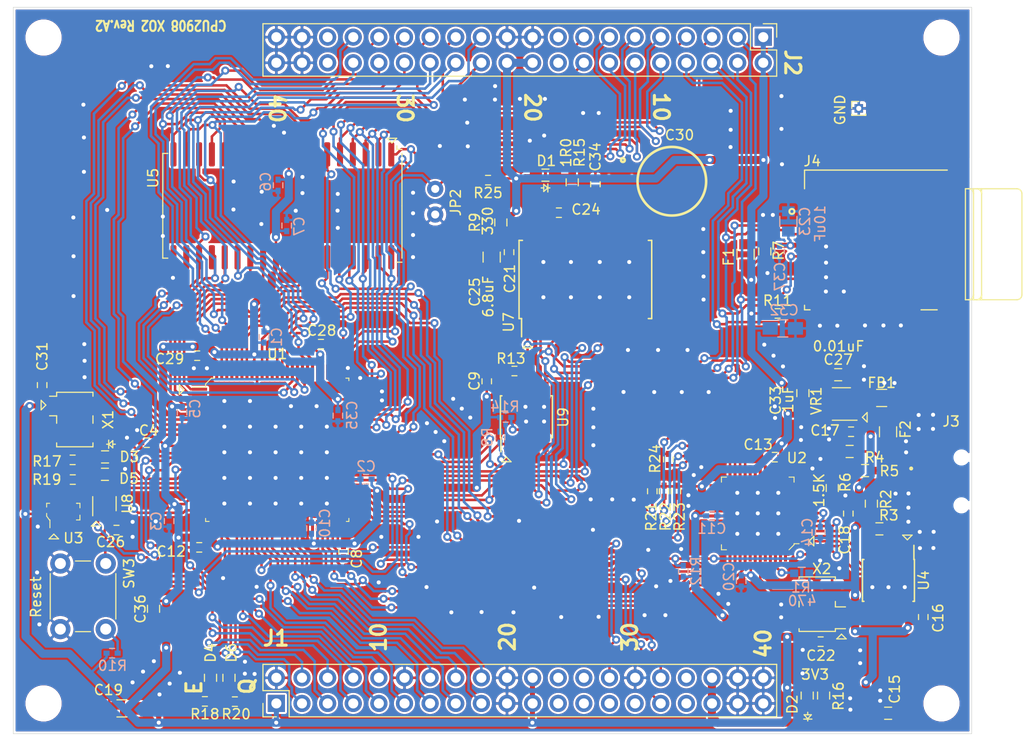
<source format=kicad_pcb>
(kicad_pcb (version 20171130) (host pcbnew "(5.1.2)-1")
  (layers (0 F.Cu signal) (31 B.Cu signal) (34 B.Paste user) (35 F.Paste user) (36 B.SilkS user) (37 F.SilkS user) (38 B.Mask user) (39 F.Mask user hide) (44 Edge.Cuts user))
  (net 0 "")
  (net 1 "Net-(J1-Pad23)")
  (net 2 "Net-(J1-Pad24)")
  (net 3 "Net-(J1-Pad25)")
  (net 4 "Net-(J1-Pad26)")
  (net 5 "Net-(J1-Pad27)")
  (net 6 "Net-(J1-Pad29)")
  (net 7 "Net-(J1-Pad33)")
  (net 8 "Net-(J1-Pad34)")
  (net 9 "Net-(J2-Pad5)")
  (net 10 "Net-(J2-Pad7)")
  (net 11 "Net-(J2-Pad17)")
  (net 12 "Net-(J2-Pad18)")
  (net 13 "Net-(J2-Pad35)")
  (net 14 "Net-(J2-Pad36)")
  (net 15 +3V3)
  (net 16 GND)
  (net 17 "Net-(U1-Pad21)")
  (net 18 "Net-(U1-Pad17)")
  (net 19 "Net-(U1-Pad15)")
  (net 20 "Net-(U1-Pad89)")
  (net 21 "Net-(U1-Pad67)")
  (net 22 "Net-(U1-Pad45)")
  (net 23 "Net-(U1-Pad43)")
  (net 24 "Net-(U1-Pad38)")
  (net 25 "Net-(U1-Pad29)")
  (net 26 "Net-(U2-Pad44)")
  (net 27 "Net-(U2-Pad41)")
  (net 28 "Net-(U2-Pad36)")
  (net 29 "Net-(U2-Pad35)")
  (net 30 "Net-(U2-Pad12)")
  (net 31 "Net-(U2-Pad13)")
  (net 32 "Net-(U2-Pad15)")
  (net 33 "Net-(U2-Pad16)")
  (net 34 "Net-(U2-Pad20)")
  (net 35 "Net-(U2-Pad19)")
  (net 36 "Net-(U2-Pad17)")
  (net 37 "Net-(U2-Pad26)")
  (net 38 "Net-(U2-Pad27)")
  (net 39 "Net-(U2-Pad33)")
  (net 40 "Net-(U2-Pad32)")
  (net 41 "Net-(U2-Pad30)")
  (net 42 "Net-(U2-Pad29)")
  (net 43 "Net-(U2-Pad28)")
  (net 44 "Net-(U2-Pad11)")
  (net 45 "Net-(U2-Pad10)")
  (net 46 "Net-(J3-Pad4)")
  (net 47 +5V)
  (net 48 "Net-(U4-Pad6)")
  (net 49 "Net-(U4-Pad7)")
  (net 50 "Net-(R2-Pad2)")
  (net 51 "Net-(U5-Pad19)")
  (net 52 "Net-(U5-Pad20)")
  (net 53 "Net-(J4-Pad8)")
  (net 54 "Net-(J4-Pad1)")
  (net 55 "Net-(R1-Pad2)")
  (net 56 /nReset)
  (net 57 "Net-(U7-Pad6)")
  (net 58 "Net-(U7-Pad9)")
  (net 59 "Net-(U7-Pad10)")
  (net 60 "Net-(U7-Pad11)")
  (net 61 "Net-(U7-Pad12)")
  (net 62 "Net-(U7-Pad13)")
  (net 63 "Net-(U7-Pad14)")
  (net 64 "Net-(U7-Pad15)")
  (net 65 "Net-(U7-Pad16)")
  (net 66 "Net-(U7-Pad17)")
  (net 67 "Net-(U5-Pad36)")
  (net 68 "Net-(J3-PadSHNC1)")
  (net 69 "Net-(J3-PadSHNC2)")
  (net 70 /A5)
  (net 71 /A6)
  (net 72 /A7)
  (net 73 /A8)
  (net 74 /IO7)
  (net 75 /IO6)
  (net 76 /IO5)
  (net 77 /IO4)
  (net 78 /A9)
  (net 79 /A10)
  (net 80 /A11)
  (net 81 /A12)
  (net 82 /A13)
  (net 83 /A14)
  (net 84 /A15)
  (net 85 /A16)
  (net 86 /A17)
  (net 87 /IO3)
  (net 88 /IO2)
  (net 89 /IO1)
  (net 90 /IO0)
  (net 91 /A0)
  (net 92 /A1)
  (net 93 /A2)
  (net 94 /A3)
  (net 95 /A4)
  (net 96 "Net-(C26-Pad1)")
  (net 97 /FT2232D/3V3Out)
  (net 98 /JTAG_TMS)
  (net 99 /JTAG_TCK)
  (net 100 /JTAG_TDI)
  (net 101 /JTAG_TDO)
  (net 102 /~TSC)
  (net 103 /~WE)
  (net 104 /SDCARD/VddSD)
  (net 105 /A18)
  (net 106 /A19)
  (net 107 /~OE)
  (net 108 "Net-(C27-Pad1)")
  (net 109 "Net-(U1-Pad24)")
  (net 110 /SPI_CLK)
  (net 111 /SPI_CS1)
  (net 112 /clkE)
  (net 113 /clkQ)
  (net 114 /TxD)
  (net 115 /SPI_MOSI)
  (net 116 /SPI_CS4)
  (net 117 /SPI_CS3)
  (net 118 /SPI_CS2)
  (net 119 /SPI_CS0)
  (net 120 /nCS0)
  (net 121 "Net-(R13-Pad2)")
  (net 122 /FT2232D/VBus)
  (net 123 /UM0)
  (net 124 /UM1)
  (net 125 /UM2)
  (net 126 /SDCARD/VBat)
  (net 127 "Net-(R14-Pad2)")
  (net 128 "Net-(D1-Pad1)")
  (net 129 /SPI_MISO)
  (net 130 /RTC_CLK)
  (net 131 /RxD)
  (net 132 /~CTS)
  (net 133 /~RTS)
  (net 134 /GCLK0)
  (net 135 /GCLK1)
  (net 136 /UM3)
  (net 137 /UM4)
  (net 138 /UM5)
  (net 139 /UM6)
  (net 140 /UM7)
  (net 141 /~nAltRD)
  (net 142 /~nAltWR)
  (net 143 "Net-(F2-Pad1)")
  (net 144 /FT2232D/EEDATA)
  (net 145 /FT2232D/USBDM)
  (net 146 /FT2232D/USBDP)
  (net 147 /FT2232D/RSTOUT)
  (net 148 /FT2232D/EECS)
  (net 149 /FT2232D/XIN)
  (net 150 /FT2232D/EECLK)
  (net 151 /FT2232D/D-)
  (net 152 /FT2232D/D+)
  (net 153 /S0)
  (net 154 /S1)
  (net 155 "Net-(D2-Pad1)")
  (net 156 "Net-(D3-Pad1)")
  (net 157 "Net-(D4-Pad1)")
  (net 158 "Net-(D5-Pad1)")
  (net 159 "Net-(D6-Pad1)")
  (net 160 /USER_LED1)
  (net 161 /USER_LED2)
  (net 162 /~SD_CD)
  (net 163 /Boot)
  (net 164 /nCS2)
  (net 165 "Net-(C24-Pad1)")
  (net 166 "Net-(C21-Pad1)")
  (net 167 /FT_Reset)
  (module DM3AT-SF-PEJM5:HRS_DM3AT-SF-PEJM5 (layer F.Cu) (at 179.6765 81.486 90)
    (fp_text reference J4 (at 8.2324 0.5111) (layer F.SilkS))
    (fp_text value DM3AT-SF-PEJM5 hide)
    (pad P3 smd rect (at 7.1 15.1 90) (size 1.8 1.9) (drill (offset 0.25 0)) (layers F.Cu F.Paste F.Mask) (net 16 GND))
    (pad P2 smd rect (at -6.4 14.65 90) (size 1.5 2.8) (drill (offset -0.25 0)) (layers F.Cu F.Paste F.Mask) (net 16 GND))
    (pad SWA smd rect (at -6.4 10.5 90) (size 1.5 0.8) (drill (offset -0.25 0)) (layers F.Cu F.Paste F.Mask) (net 16 GND))
    (pad P1 smd rect (at -6.4 4.3 90) (size 1.5 1.2) (drill (offset -0.25 0)) (layers F.Cu F.Paste F.Mask) (net 16 GND))
    (pad P4 smd rect (at 4.75 0 90) (size 1 1.2) (layers F.Cu F.Paste F.Mask) (net 16 GND))
    (pad SWB smd rect (at -5.45 0 90) (size 0.7 1.2) (layers F.Cu F.Paste F.Mask) (net 162 /~SD_CD))
    (pad 8 smd rect (at -4.5 0 90) (size 0.7 1.2) (layers F.Cu F.Paste F.Mask) (net 53 "Net-(J4-Pad8)"))
    (pad 7 smd rect (at -3.4 0 90) (size 0.7 1.2) (layers F.Cu F.Paste F.Mask) (net 129 /SPI_MISO))
    (pad 6 smd rect (at -2.3 0 90) (size 0.7 1.2) (layers F.Cu F.Paste F.Mask) (net 16 GND))
    (pad 5 smd rect (at -1.2 0 90) (size 0.7 1.2) (layers F.Cu F.Paste F.Mask) (net 110 /SPI_CLK))
    (pad 4 smd rect (at -0.1 0 90) (size 0.7 1.2) (layers F.Cu F.Paste F.Mask) (net 104 /SDCARD/VddSD))
    (pad 3 smd rect (at 1 0 90) (size 0.7 1.2) (layers F.Cu F.Paste F.Mask) (net 115 /SPI_MOSI))
    (pad 2 smd rect (at 2.1 0 90) (size 0.7 1.2) (layers F.Cu F.Paste F.Mask) (net 111 /SPI_CS1))
    (pad 1 smd rect (at 3.2 0 90) (size 0.7 1.2) (layers F.Cu F.Paste F.Mask) (net 54 "Net-(J4-Pad1)"))
  )
  (module Capacitors_SMD:C_0402 (layer B.Cu) (at 149.2504 100.61448 270)
    (fp_text reference R8 (at 0 1.27 90) (layer B.SilkS) (effects (justify mirror)))
    (fp_text value 10K)
    (pad 1 smd rect (at -0.55 0 270) (size 0.6 0.5) (layers B.Cu B.Paste B.Mask) (net 15 +3V3))
    (pad 2 smd rect (at 0.55 0 270) (size 0.6 0.5) (layers B.Cu B.Paste B.Mask) (net 129 /SPI_MISO))
  )
  (module Housings_SOIC:SOIC-8_3.9x4.9mm_Pitch1.27mm (layer F.Cu) (at 151.85898 98.58502 90)
    (fp_text reference U9 (at -0.05334 3.6449 90) (layer F.SilkS))
    (fp_text value AT25xxx)
    (pad 1 smd rect (at -2.7 -1.905 90) (size 1.55 0.6) (layers F.Cu F.Paste F.Mask) (net 119 /SPI_CS0))
    (pad 2 smd rect (at -2.7 -0.635 90) (size 1.55 0.6) (layers F.Cu F.Paste F.Mask) (net 129 /SPI_MISO))
    (pad 3 smd rect (at -2.7 0.635 90) (size 1.55 0.6) (layers F.Cu F.Paste F.Mask) (net 127 "Net-(R14-Pad2)"))
    (pad 4 smd rect (at -2.7 1.905 90) (size 1.55 0.6) (layers F.Cu F.Paste F.Mask) (net 16 GND))
    (pad 5 smd rect (at 2.7 1.905 90) (size 1.55 0.6) (layers F.Cu F.Paste F.Mask) (net 115 /SPI_MOSI))
    (pad 6 smd rect (at 2.7 0.635 90) (size 1.55 0.6) (layers F.Cu F.Paste F.Mask) (net 110 /SPI_CLK))
    (pad 7 smd rect (at 2.7 -0.635 90) (size 1.55 0.6) (layers F.Cu F.Paste F.Mask) (net 121 "Net-(R13-Pad2)"))
    (pad 8 smd rect (at 2.7 -1.905 90) (size 1.55 0.6) (layers F.Cu F.Paste F.Mask) (net 15 +3V3))
  )
  (module Package_SO:SOJ-36_10.16x23.49mm_P1.27mm (layer F.Cu) (at 127.67 77.676 270)
    (fp_text reference U5 (at -2.746 12.8112 90) (layer F.SilkS))
    (fp_text value CY7C1010)
    (pad 36 smd roundrect (at 5.1 -10.795 270) (size 2.4 0.6) (layers F.Cu F.Paste F.Mask) (net 67 "Net-(U5-Pad36)"))
    (pad 35 smd roundrect (at 5.1 -9.525 270) (size 2.4 0.6) (layers F.Cu F.Paste F.Mask) (net 70 /A5))
    (pad 34 smd roundrect (at 5.1 -8.255 270) (size 2.4 0.6) (layers F.Cu F.Paste F.Mask) (net 71 /A6))
    (pad 33 smd roundrect (at 5.1 -6.985 270) (size 2.4 0.6) (layers F.Cu F.Paste F.Mask) (net 72 /A7))
    (pad 32 smd roundrect (at 5.1 -5.715 270) (size 2.4 0.6) (layers F.Cu F.Paste F.Mask) (net 73 /A8))
    (pad 31 smd roundrect (at 5.1 -4.445 270) (size 2.4 0.6) (layers F.Cu F.Paste F.Mask) (net 107 /~OE))
    (pad 30 smd roundrect (at 5.1 -3.175 270) (size 2.4 0.6) (layers F.Cu F.Paste F.Mask) (net 74 /IO7))
    (pad 29 smd roundrect (at 5.1 -1.905 270) (size 2.4 0.6) (layers F.Cu F.Paste F.Mask) (net 75 /IO6))
    (pad 28 smd roundrect (at 5.1 -0.635 270) (size 2.4 0.6) (layers F.Cu F.Paste F.Mask) (net 16 GND))
    (pad 27 smd roundrect (at 5.1 0.635 270) (size 2.4 0.6) (layers F.Cu F.Paste F.Mask) (net 15 +3V3))
    (pad 26 smd roundrect (at 5.1 1.905 270) (size 2.4 0.6) (layers F.Cu F.Paste F.Mask) (net 76 /IO5))
    (pad 25 smd roundrect (at 5.1 3.175 270) (size 2.4 0.6) (layers F.Cu F.Paste F.Mask) (net 77 /IO4))
    (pad 24 smd roundrect (at 5.1 4.445 270) (size 2.4 0.6) (layers F.Cu F.Paste F.Mask) (net 78 /A9))
    (pad 23 smd roundrect (at 5.1 5.715 270) (size 2.4 0.6) (layers F.Cu F.Paste F.Mask) (net 79 /A10))
    (pad 22 smd roundrect (at 5.1 6.985 270) (size 2.4 0.6) (layers F.Cu F.Paste F.Mask) (net 80 /A11))
    (pad 21 smd roundrect (at 5.1 8.255 270) (size 2.4 0.6) (layers F.Cu F.Paste F.Mask) (net 81 /A12))
    (pad 20 smd roundrect (at 5.1 9.525 270) (size 2.4 0.6) (layers F.Cu F.Paste F.Mask) (net 52 "Net-(U5-Pad20)"))
    (pad 19 smd roundrect (at 5.1 10.795 270) (size 2.4 0.6) (layers F.Cu F.Paste F.Mask) (net 51 "Net-(U5-Pad19)"))
    (pad 18 smd roundrect (at -5.1 10.795 270) (size 2.4 0.6) (layers F.Cu F.Paste F.Mask) (net 82 /A13))
    (pad 17 smd roundrect (at -5.1 9.525 270) (size 2.4 0.6) (layers F.Cu F.Paste F.Mask) (net 83 /A14))
    (pad 16 smd roundrect (at -5.1 8.255 270) (size 2.4 0.6) (layers F.Cu F.Paste F.Mask) (net 84 /A15))
    (pad 15 smd roundrect (at -5.1 6.985 270) (size 2.4 0.6) (layers F.Cu F.Paste F.Mask) (net 85 /A16))
    (pad 14 smd roundrect (at -5.1 5.715 270) (size 2.4 0.6) (layers F.Cu F.Paste F.Mask) (net 86 /A17))
    (pad 13 smd roundrect (at -5.1 4.445 270) (size 2.4 0.6) (layers F.Cu F.Paste F.Mask) (net 103 /~WE))
    (pad 12 smd roundrect (at -5.1 3.175 270) (size 2.4 0.6) (layers F.Cu F.Paste F.Mask) (net 87 /IO3))
    (pad 11 smd roundrect (at -5.1 1.905 270) (size 2.4 0.6) (layers F.Cu F.Paste F.Mask) (net 88 /IO2))
    (pad 10 smd roundrect (at -5.1 0.635 270) (size 2.4 0.6) (layers F.Cu F.Paste F.Mask) (net 16 GND))
    (pad 9 smd roundrect (at -5.1 -0.635 270) (size 2.4 0.6) (layers F.Cu F.Paste F.Mask) (net 15 +3V3))
    (pad 8 smd roundrect (at -5.1 -1.905 270) (size 2.4 0.6) (layers F.Cu F.Paste F.Mask) (net 89 /IO1))
    (pad 7 smd roundrect (at -5.1 -3.175 270) (size 2.4 0.6) (layers F.Cu F.Paste F.Mask) (net 90 /IO0))
    (pad 6 smd roundrect (at -5.1 -4.445 270) (size 2.4 0.6) (layers F.Cu F.Paste F.Mask) (net 120 /nCS0))
    (pad 5 smd roundrect (at -5.1 -5.715 270) (size 2.4 0.6) (layers F.Cu F.Paste F.Mask) (net 91 /A0))
    (pad 4 smd roundrect (at -5.1 -6.985 270) (size 2.4 0.6) (layers F.Cu F.Paste F.Mask) (net 92 /A1))
    (pad 3 smd roundrect (at -5.1 -8.255 270) (size 2.4 0.6) (layers F.Cu F.Paste F.Mask) (net 93 /A2))
    (pad 2 smd roundrect (at -5.1 -9.525 270) (size 2.4 0.6) (layers F.Cu F.Paste F.Mask) (net 94 /A3))
    (pad 1 smd roundrect (at -5.1 -10.795 270) (size 2.4 0.6) (layers F.Cu F.Paste F.Mask) (net 95 /A4))
  )
  (module Capacitors_SMD:C_0402 (layer B.Cu) (at 149.8092 98.6536)
    (fp_text reference R14 (at -0.0762 -1.07442 180) (layer B.SilkS) (effects (justify mirror)))
    (fp_text value 10K)
    (pad 1 smd rect (at -0.55 0) (size 0.6 0.5) (layers B.Cu B.Paste B.Mask) (net 15 +3V3))
    (pad 2 smd rect (at 0.55 0) (size 0.6 0.5) (layers B.Cu B.Paste B.Mask) (net 127 "Net-(R14-Pad2)"))
  )
  (module Capacitors_SMD:C_0603 (layer F.Cu) (at 182.76316 94.41942)
    (fp_text reference C27 (at 0 -1.5) (layer F.SilkS))
    (fp_text value 0.01uF (at 0.0254 -2.81686) (layer F.SilkS))
    (pad 2 smd rect (at 0.75 0) (size 0.8 0.75) (layers F.Cu F.Paste F.Mask) (net 16 GND))
    (pad 1 smd rect (at -0.75 0) (size 0.8 0.75) (layers F.Cu F.Paste F.Mask) (net 108 "Net-(C27-Pad1)"))
  )
  (module Capacitors_SMD:C_0603 (layer F.Cu) (at 182.17642 105.64876 90)
    (fp_text reference R6 (at 0.56642 1.30048 90) (layer F.SilkS))
    (fp_text value 1.5K (at -0.21844 -1.30048 90) (layer F.SilkS))
    (pad 2 smd rect (at 0.75 0 90) (size 0.8 0.75) (layers F.Cu F.Paste F.Mask) (net 146 /FT2232D/USBDP))
    (pad 1 smd rect (at -0.75 0 90) (size 0.8 0.75) (layers F.Cu F.Paste F.Mask) (net 147 /FT2232D/RSTOUT))
  )
  (module Capacitors_SMD:C_0603 (layer F.Cu) (at 185.43016 103.92156)
    (fp_text reference R5 (at 2.40538 0.04318) (layer F.SilkS))
    (fp_text value 27)
    (pad 2 smd rect (at 0.75 0) (size 0.8 0.75) (layers F.Cu F.Paste F.Mask) (net 152 /FT2232D/D+))
    (pad 1 smd rect (at -0.75 0) (size 0.8 0.75) (layers F.Cu F.Paste F.Mask) (net 146 /FT2232D/USBDP))
  )
  (module Capacitors_SMD:C_0603 (layer F.Cu) (at 183.89854 102.02672)
    (fp_text reference R4 (at 2.47396 0.58928) (layer F.SilkS))
    (fp_text value 27)
    (pad 2 smd rect (at 0.75 0) (size 0.8 0.75) (layers F.Cu F.Paste F.Mask) (net 151 /FT2232D/D-))
    (pad 1 smd rect (at -0.75 0) (size 0.8 0.75) (layers F.Cu F.Paste F.Mask) (net 145 /FT2232D/USBDM))
  )
  (module Capacitors_SMD:C_0402 (layer B.Cu) (at 167.4114 113.88852 90)
    (fp_text reference R12 (at 0 1.27 90) (layer B.SilkS) (effects (justify mirror)))
    (fp_text value 10K)
    (pad 1 smd rect (at -0.55 0 90) (size 0.6 0.5) (layers B.Cu B.Paste B.Mask) (net 15 +3V3))
    (pad 2 smd rect (at 0.55 0 90) (size 0.6 0.5) (layers B.Cu B.Paste B.Mask) (net 167 /FT_Reset))
  )
  (module TO_SOT_Packages_SMD:SOT-353_SC-70-5 (layer F.Cu) (at 110.0328 107.2007 90)
    (fp_text reference U8 (at 0 2.286 90) (layer F.SilkS))
    (fp_text value 74AHC1G08)
    (pad 1 smd rect (at -0.95 -0.65 90) (size 0.65 0.4) (layers F.Cu F.Paste F.Mask) (net 167 /FT_Reset))
    (pad 3 smd rect (at -0.95 0.65 90) (size 0.65 0.4) (layers F.Cu F.Paste F.Mask) (net 16 GND))
    (pad 2 smd rect (at -0.95 0 90) (size 0.65 0.4) (layers F.Cu F.Paste F.Mask) (net 96 "Net-(C26-Pad1)"))
    (pad 4 smd rect (at 0.95 0.65 90) (size 0.65 0.4) (layers F.Cu F.Paste F.Mask) (net 56 /nReset))
    (pad 5 smd rect (at 0.95 -0.65 90) (size 0.65 0.4) (layers F.Cu F.Paste F.Mask) (net 15 +3V3))
  )
  (module Capacitors_SMD:C_0805 (layer F.Cu) (at 187.07278 96.7232)
    (fp_text reference FB1 (at 0 -1.5) (layer F.SilkS))
    (fp_text value Ferrite_Bead)
    (pad 1 smd rect (at -1 0) (size 1 1.25) (layers F.Cu F.Paste F.Mask) (net 47 +5V))
    (pad 2 smd rect (at 1 0) (size 1 1.25) (layers F.Cu F.Paste F.Mask) (net 143 "Net-(F2-Pad1)"))
  )
  (module digikey-footprints:HRS_ZX62R-B-5P (layer F.Cu) (at 194.03822 104.99344 90)
    (fp_text reference J3 (at 5.9436 -0.07874 180) (layer F.SilkS))
    (fp_text value USB_B_Micro hide)
    (pad SHNC2 smd rect (at 0.85 0 90) (size 1.2 1.9) (layers F.Cu F.Paste F.Mask) (net 69 "Net-(J3-PadSHNC2)"))
    (pad SHNC1 smd rect (at -0.85 0 90) (size 1.2 1.9) (layers F.Cu F.Paste F.Mask) (net 68 "Net-(J3-PadSHNC1)"))
    (pad 5 smd rect (at -1.3 -2.675 180) (size 1.35 0.4) (layers F.Cu F.Paste F.Mask) (net 16 GND))
    (pad 4 smd rect (at -0.65 -2.675 180) (size 1.35 0.4) (layers F.Cu F.Paste F.Mask) (net 46 "Net-(J3-Pad4)"))
    (pad 3 smd rect (at 0 -2.675 180) (size 1.35 0.4) (layers F.Cu F.Paste F.Mask) (net 152 /FT2232D/D+))
    (pad 2 smd rect (at 0.65 -2.675 180) (size 1.35 0.4) (layers F.Cu F.Paste F.Mask) (net 151 /FT2232D/D-))
    (pad 1 smd rect (at 1.3 -2.675 180) (size 1.35 0.4) (layers F.Cu F.Paste F.Mask) (net 122 /FT2232D/VBus))
    (pad SH smd rect (at 4.1 0 90) (size 1.6 1.9) (layers F.Cu F.Paste F.Mask) (net 16 GND))
    (pad SH smd rect (at -4.1 0 90) (size 1.6 1.9) (layers F.Cu F.Paste F.Mask) (net 16 GND))
    (pad SH smd rect (at 3.1 -2.35 90) (size 2.1 2) (layers F.Cu F.Paste F.Mask) (net 16 GND))
    (pad SH smd rect (at -3.1 -2.35 90) (size 2.1 2) (layers F.Cu F.Paste F.Mask) (net 16 GND))
  )
  (module Oscillators:Oscillator_SMD_SeikoEpson_SG8002LB-4pin_5.0x3.2mm_HandSoldering (layer F.Cu) (at 180.68544 117.16258 90)
    (fp_text reference X2 (at 3.50266 0.44958) (layer F.SilkS))
    (fp_text value 6.00MHz hide)
    (pad 1 smd rect (at -1.35 1.475 90) (size 1.76 1.76) (layers F.Cu F.Paste F.Mask) (net 15 +3V3))
    (pad 2 smd rect (at 1.35 1.475 90) (size 1.76 1.76) (layers F.Cu F.Paste F.Mask) (net 16 GND))
    (pad 3 smd rect (at 1.35 -1.475 90) (size 1.76 1.76) (layers F.Cu F.Paste F.Mask) (net 149 /FT2232D/XIN))
    (pad 4 smd rect (at -1.35 -1.475 90) (size 1.76 1.76) (layers F.Cu F.Paste F.Mask) (net 15 +3V3))
  )
  (module digikey-footprints:TQFP-48_7x7mm (layer F.Cu) (at 174.79 108.17 180)
    (fp_text reference U2 (at -3.8736 5.5032 180) (layer F.SilkS))
    (fp_text value FT2232D)
    (pad 24 smd rect (at 2.75 4.075 180) (size 0.3 1.4) (layers F.Cu F.Paste F.Mask) (net 99 /JTAG_TCK))
    (pad 23 smd rect (at 2.25 4.075 180) (size 0.3 1.4) (layers F.Cu F.Paste F.Mask) (net 100 /JTAG_TDI))
    (pad 22 smd rect (at 1.75 4.075 180) (size 0.3 1.4) (layers F.Cu F.Paste F.Mask) (net 101 /JTAG_TDO))
    (pad 21 smd rect (at 1.25 4.075 180) (size 0.3 1.4) (layers F.Cu F.Paste F.Mask) (net 98 /JTAG_TMS))
    (pad 20 smd rect (at 0.75 4.075 180) (size 0.3 1.4) (layers F.Cu F.Paste F.Mask) (net 34 "Net-(U2-Pad20)"))
    (pad 19 smd rect (at 0.25 4.075 180) (size 0.3 1.4) (layers F.Cu F.Paste F.Mask) (net 35 "Net-(U2-Pad19)"))
    (pad 18 smd rect (at -0.25 4.075 180) (size 0.3 1.4) (layers F.Cu F.Paste F.Mask) (net 16 GND))
    (pad 17 smd rect (at -0.75 4.075 180) (size 0.3 1.4) (layers F.Cu F.Paste F.Mask) (net 36 "Net-(U2-Pad17)"))
    (pad 16 smd rect (at -1.25 4.075 180) (size 0.3 1.4) (layers F.Cu F.Paste F.Mask) (net 33 "Net-(U2-Pad16)"))
    (pad 15 smd rect (at -1.75 4.075 180) (size 0.3 1.4) (layers F.Cu F.Paste F.Mask) (net 32 "Net-(U2-Pad15)"))
    (pad 14 smd rect (at -2.25 4.075 180) (size 0.3 1.4) (layers F.Cu F.Paste F.Mask) (net 15 +3V3))
    (pad 12 smd rect (at -4.075 2.75 180) (size 1.4 0.3) (layers F.Cu F.Paste F.Mask) (net 30 "Net-(U2-Pad12)"))
    (pad 11 smd rect (at -4.075 2.25 180) (size 1.4 0.3) (layers F.Cu F.Paste F.Mask) (net 44 "Net-(U2-Pad11)"))
    (pad 10 smd rect (at -4.075 1.75 180) (size 1.4 0.3) (layers F.Cu F.Paste F.Mask) (net 45 "Net-(U2-Pad10)"))
    (pad 9 smd rect (at -4.075 1.25 180) (size 1.4 0.3) (layers F.Cu F.Paste F.Mask) (net 16 GND))
    (pad 8 smd rect (at -4.075 0.75 180) (size 1.4 0.3) (layers F.Cu F.Paste F.Mask) (net 145 /FT2232D/USBDM))
    (pad 7 smd rect (at -4.075 0.25 180) (size 1.4 0.3) (layers F.Cu F.Paste F.Mask) (net 146 /FT2232D/USBDP))
    (pad 6 smd rect (at -4.075 -0.25 180) (size 1.4 0.3) (layers F.Cu F.Paste F.Mask) (net 97 /FT2232D/3V3Out))
    (pad 5 smd rect (at -4.075 -0.75 180) (size 1.4 0.3) (layers F.Cu F.Paste F.Mask) (net 147 /FT2232D/RSTOUT))
    (pad 4 smd rect (at -4.075 -1.25 180) (size 1.4 0.3) (layers F.Cu F.Paste F.Mask) (net 167 /FT_Reset))
    (pad 3 smd rect (at -4.075 -1.75 180) (size 1.4 0.3) (layers F.Cu F.Paste F.Mask) (net 47 +5V))
    (pad 2 smd rect (at -4.075 -2.25 180) (size 1.4 0.3) (layers F.Cu F.Paste F.Mask) (net 144 /FT2232D/EEDATA))
    (pad 48 smd rect (at -2.75 -4.075 180) (size 0.3 1.4) (layers F.Cu F.Paste F.Mask) (net 148 /FT2232D/EECS))
    (pad 47 smd rect (at -2.25 -4.075 180) (size 0.3 1.4) (layers F.Cu F.Paste F.Mask) (net 16 GND))
    (pad 46 smd rect (at -1.75 -4.075 180) (size 0.3 1.4) (layers F.Cu F.Paste F.Mask) (net 55 "Net-(R1-Pad2)"))
    (pad 45 smd rect (at -1.25 -4.075 180) (size 0.3 1.4) (layers F.Cu F.Paste F.Mask) (net 16 GND))
    (pad 44 smd rect (at -0.75 -4.075 180) (size 0.3 1.4) (layers F.Cu F.Paste F.Mask) (net 26 "Net-(U2-Pad44)"))
    (pad 43 smd rect (at -0.25 -4.075 180) (size 0.3 1.4) (layers F.Cu F.Paste F.Mask) (net 149 /FT2232D/XIN))
    (pad 42 smd rect (at 0.25 -4.075 180) (size 0.3 1.4) (layers F.Cu F.Paste F.Mask) (net 47 +5V))
    (pad 41 smd rect (at 0.75 -4.075 180) (size 0.3 1.4) (layers F.Cu F.Paste F.Mask) (net 27 "Net-(U2-Pad41)"))
    (pad 40 smd rect (at 1.25 -4.075 180) (size 0.3 1.4) (layers F.Cu F.Paste F.Mask) (net 131 /RxD))
    (pad 39 smd rect (at 1.75 -4.075 180) (size 0.3 1.4) (layers F.Cu F.Paste F.Mask) (net 114 /TxD))
    (pad 38 smd rect (at 2.25 -4.075 180) (size 0.3 1.4) (layers F.Cu F.Paste F.Mask) (net 132 /~CTS))
    (pad 37 smd rect (at 2.75 -4.075 180) (size 0.3 1.4) (layers F.Cu F.Paste F.Mask) (net 133 /~RTS))
    (pad 36 smd rect (at 4.075 -2.75 180) (size 1.4 0.3) (layers F.Cu F.Paste F.Mask) (net 28 "Net-(U2-Pad36)"))
    (pad 35 smd rect (at 4.075 -2.25 180) (size 1.4 0.3) (layers F.Cu F.Paste F.Mask) (net 29 "Net-(U2-Pad35)"))
    (pad 34 smd rect (at 4.075 -1.75 180) (size 1.4 0.3) (layers F.Cu F.Paste F.Mask) (net 16 GND))
    (pad 33 smd rect (at 4.075 -1.25 180) (size 1.4 0.3) (layers F.Cu F.Paste F.Mask) (net 39 "Net-(U2-Pad33)"))
    (pad 32 smd rect (at 4.075 -0.75 180) (size 1.4 0.3) (layers F.Cu F.Paste F.Mask) (net 40 "Net-(U2-Pad32)"))
    (pad 31 smd rect (at 4.075 -0.25 180) (size 1.4 0.3) (layers F.Cu F.Paste F.Mask) (net 15 +3V3))
    (pad 30 smd rect (at 4.075 0.25 180) (size 1.4 0.3) (layers F.Cu F.Paste F.Mask) (net 41 "Net-(U2-Pad30)"))
    (pad 29 smd rect (at 4.075 0.75 180) (size 1.4 0.3) (layers F.Cu F.Paste F.Mask) (net 42 "Net-(U2-Pad29)"))
    (pad 28 smd rect (at 4.075 1.25 180) (size 1.4 0.3) (layers F.Cu F.Paste F.Mask) (net 43 "Net-(U2-Pad28)"))
    (pad 27 smd rect (at 4.075 1.75 180) (size 1.4 0.3) (layers F.Cu F.Paste F.Mask) (net 38 "Net-(U2-Pad27)"))
    (pad 26 smd rect (at 4.075 2.25 180) (size 1.4 0.3) (layers F.Cu F.Paste F.Mask) (net 37 "Net-(U2-Pad26)"))
    (pad 25 smd rect (at 4.075 2.75 180) (size 1.4 0.3) (layers F.Cu F.Paste F.Mask) (net 16 GND))
    (pad 13 smd rect (at -2.75 4.075 180) (size 0.3 1.4) (layers F.Cu F.Paste F.Mask) (net 31 "Net-(U2-Pad13)"))
    (pad 1 smd rect (at -4.075 -2.75 180) (size 1.4 0.3) (layers F.Cu F.Paste F.Mask) (net 150 /FT2232D/EECLK))
  )
  (module Housings_SOIC:SOIC-8_3.9x4.9mm_Pitch1.27mm (layer F.Cu) (at 187.7441 114.808 270)
    (fp_text reference U4 (at 0 -3.5 90) (layer F.SilkS))
    (fp_text value 93C56)
    (pad 1 smd rect (at -2.7 -1.905 270) (size 1.55 0.6) (layers F.Cu F.Paste F.Mask) (net 148 /FT2232D/EECS))
    (pad 2 smd rect (at -2.7 -0.635 270) (size 1.55 0.6) (layers F.Cu F.Paste F.Mask) (net 150 /FT2232D/EECLK))
    (pad 3 smd rect (at -2.7 0.635 270) (size 1.55 0.6) (layers F.Cu F.Paste F.Mask) (net 144 /FT2232D/EEDATA))
    (pad 4 smd rect (at -2.7 1.905 270) (size 1.55 0.6) (layers F.Cu F.Paste F.Mask) (net 50 "Net-(R2-Pad2)"))
    (pad 5 smd rect (at 2.7 1.905 270) (size 1.55 0.6) (layers F.Cu F.Paste F.Mask) (net 16 GND))
    (pad 6 smd rect (at 2.7 0.635 270) (size 1.55 0.6) (layers F.Cu F.Paste F.Mask) (net 48 "Net-(U4-Pad6)"))
    (pad 7 smd rect (at 2.7 -0.635 270) (size 1.55 0.6) (layers F.Cu F.Paste F.Mask) (net 49 "Net-(U4-Pad7)"))
    (pad 8 smd rect (at 2.7 -1.905 270) (size 1.55 0.6) (layers F.Cu F.Paste F.Mask) (net 47 +5V))
  )
  (module Capacitors_SMD:C_0805 (layer F.Cu) (at 148.41728 82.76336 270)
    (fp_text reference C25 (at 3.4671 1.6764 90) (layer F.SilkS))
    (fp_text value 6.8uF (at 3.9116 0.3429 90) (layer F.SilkS))
    (pad 1 smd rect (at -1 0 270) (size 1 1.25) (layers F.Cu F.Paste F.Mask) (net 166 "Net-(C21-Pad1)"))
    (pad 2 smd rect (at 1 0 270) (size 1 1.25) (layers F.Cu F.Paste F.Mask) (net 16 GND))
  )
  (module Capacitors_SMD:C_0603 (layer F.Cu) (at 149.3266 79.3242 90)
    (fp_text reference R9 (at 0 -2.5781 90) (layer F.SilkS))
    (fp_text value 330 (at 0.1524 -1.2954 90) (layer F.SilkS))
    (pad 2 smd rect (at 0.75 0 90) (size 0.8 0.75) (layers F.Cu F.Paste F.Mask) (net 15 +3V3))
    (pad 1 smd rect (at -0.75 0 90) (size 0.8 0.75) (layers F.Cu F.Paste F.Mask) (net 166 "Net-(C21-Pad1)"))
  )
  (module Capacitors_SMD:C_0402 (layer F.Cu) (at 150.1394 82.2745 270)
    (fp_text reference C21 (at 2.625 -0.0762 90) (layer F.SilkS))
    (fp_text value 0.1uF)
    (pad 1 smd rect (at -0.55 0 270) (size 0.6 0.5) (layers F.Cu F.Paste F.Mask) (net 166 "Net-(C21-Pad1)"))
    (pad 2 smd rect (at 0.55 0 270) (size 0.6 0.5) (layers F.Cu F.Paste F.Mask) (net 16 GND))
  )
  (module Capacitors_SMD:C_0402 (layer F.Cu) (at 155.0797 78.359)
    (fp_text reference C24 (at 2.6924 -0.3175) (layer F.SilkS))
    (fp_text value 0.1uF)
    (pad 1 smd rect (at -0.55 0) (size 0.6 0.5) (layers F.Cu F.Paste F.Mask) (net 165 "Net-(C24-Pad1)"))
    (pad 2 smd rect (at 0.55 0) (size 0.6 0.5) (layers F.Cu F.Paste F.Mask) (net 16 GND))
  )
  (module Capacitors_SMD:C_0402 (layer F.Cu) (at 148.0566 75.1332 180)
    (fp_text reference R25 (at 0 -1.27) (layer F.SilkS))
    (fp_text value 10K)
    (pad 1 smd rect (at -0.55 0 180) (size 0.6 0.5) (layers F.Cu F.Paste F.Mask) (net 15 +3V3))
    (pad 2 smd rect (at 0.55 0 180) (size 0.6 0.5) (layers F.Cu F.Paste F.Mask) (net 163 /Boot))
  )
  (module Capacitors_SMD:C_0402 (layer F.Cu) (at 158.6992 75.5396 90)
    (fp_text reference C34 (at 2.7178 0 90) (layer F.SilkS))
    (fp_text value 0.1uF)
    (pad 1 smd rect (at -0.55 0 90) (size 0.6 0.5) (layers F.Cu F.Paste F.Mask) (net 126 /SDCARD/VBat))
    (pad 2 smd rect (at 0.55 0 90) (size 0.6 0.5) (layers F.Cu F.Paste F.Mask) (net 16 GND))
  )
  (module digikey-footprints:MountingHole_1.2mm (layer F.Cu) (at 194.98056 107.3658)
    (fp_text reference H7 hide)
    (fp_text value MountingHole)
    (pad "" np_thru_hole circle (at 0 0) (size 1.2 1.2) (drill 1.2) (layers *.Cu *.Mask))
  )
  (module digikey-footprints:MountingHole_1.2mm (layer F.Cu) (at 194.98564 102.62108)
    (fp_text reference H6 hide)
    (fp_text value MountingHole)
    (pad "" np_thru_hole circle (at 0 0) (size 1.2 1.2) (drill 1.2) (layers *.Cu *.Mask))
  )
  (module Capacitors_SMD:C_0402 (layer F.Cu) (at 176.7586 88.34628)
    (fp_text reference R11 (at 0 -1.27) (layer F.SilkS))
    (fp_text value 10K)
    (pad 1 smd rect (at -0.55 0) (size 0.6 0.5) (layers F.Cu F.Paste F.Mask) (net 15 +3V3))
    (pad 2 smd rect (at 0.55 0) (size 0.6 0.5) (layers F.Cu F.Paste F.Mask) (net 162 /~SD_CD))
  )
  (module Capacitors_SMD:C_0603 (layer F.Cu) (at 186.84748 109.69752 180)
    (fp_text reference R3 (at -0.92964 1.34112) (layer F.SilkS))
    (fp_text value 2.2k)
    (pad 2 smd rect (at 0.75 0 180) (size 0.8 0.75) (layers F.Cu F.Paste F.Mask) (net 50 "Net-(R2-Pad2)"))
    (pad 1 smd rect (at -0.75 0 180) (size 0.8 0.75) (layers F.Cu F.Paste F.Mask) (net 144 /FT2232D/EEDATA))
  )
  (module Capacitors_SMD:C_0603 (layer B.Cu) (at 179.1462 114.1095 180)
    (fp_text reference R1 (at 0.0762 -1.39192) (layer B.SilkS) (effects (justify mirror)))
    (fp_text value 470 (at -0.0508 -2.72542) (layer B.SilkS) (effects (justify mirror)))
    (pad 2 smd rect (at 0.75 0 180) (size 0.8 0.75) (layers B.Cu B.Paste B.Mask) (net 55 "Net-(R1-Pad2)"))
    (pad 1 smd rect (at -0.75 0 180) (size 0.8 0.75) (layers B.Cu B.Paste B.Mask) (net 47 +5V))
  )
  (module Capacitors_SMD:C_0805_HandSoldering (layer F.Cu) (at 111.77016 127.49276 180)
    (fp_text reference C19 (at 1.33604 1.8288) (layer F.SilkS))
    (fp_text value 47uF)
    (pad 1 smd rect (at -1.25 0 180) (size 1.5 1.25) (layers F.Cu F.Paste F.Mask) (net 15 +3V3))
    (pad 2 smd rect (at 1.25 0 180) (size 1.5 1.25) (layers F.Cu F.Paste F.Mask) (net 16 GND))
  )
  (module Pin_Headers:Pin_Header_Straight_1x01_Pitch1.00mm (layer F.Cu) (at 184.80278 68.0212)
    (fp_text reference H5 hide)
    (fp_text value GND (at -1.85166 0.14732 90) (layer F.SilkS))
    (pad 1 thru_hole rect (at 0 0) (size 0.85 0.85) (drill 0.5) (layers *.Cu *.Mask) (net 16 GND))
  )
  (module digikey-footprints:SOT-23-3 (layer F.Cu) (at 105.9561 107.9881 90)
    (fp_text reference U3 (at -2.6289 1.0033) (layer F.SilkS))
    (fp_text value TCM809)
    (pad 1 smd rect (at -1.05 -0.95 90) (size 1.3 0.6) (layers F.Cu F.Paste F.Mask) (net 16 GND))
    (pad 2 smd rect (at -1.05 0.95 90) (size 1.3 0.6) (layers F.Cu F.Paste F.Mask) (net 167 /FT_Reset))
    (pad 3 smd rect (at 1.05 0 90) (size 1.3 0.6) (layers F.Cu F.Paste F.Mask) (net 15 +3V3))
  )
  (module Oscillators:Oscillator_SMD_EuroQuartz_XO53-4pin_5.0x3.2mm_HandSoldering (layer F.Cu) (at 107.09656 98.86188 270)
    (fp_text reference X1 (at 0 -3.3 90) (layer F.SilkS))
    (fp_text value 19.6608MHz)
    (pad 1 smd rect (at -1.34 1.4 270) (size 1.54 1.8) (layers F.Cu F.Paste F.Mask) (net 15 +3V3))
    (pad 2 smd rect (at 1.34 1.4 270) (size 1.54 1.8) (layers F.Cu F.Paste F.Mask) (net 16 GND))
    (pad 3 smd rect (at 1.34 -1.4 270) (size 1.54 1.8) (layers F.Cu F.Paste F.Mask) (net 134 /GCLK0))
    (pad 4 smd rect (at -1.34 -1.4 270) (size 1.54 1.8) (layers F.Cu F.Paste F.Mask) (net 15 +3V3))
  )
  (module Capacitors_SMD:C_0402 (layer F.Cu) (at 150.6728 94.05112)
    (fp_text reference R13 (at -0.3429 -1.2319) (layer F.SilkS))
    (fp_text value 10K)
    (pad 1 smd rect (at -0.55 0) (size 0.6 0.5) (layers F.Cu F.Paste F.Mask) (net 15 +3V3))
    (pad 2 smd rect (at 0.55 0) (size 0.6 0.5) (layers F.Cu F.Paste F.Mask) (net 121 "Net-(R13-Pad2)"))
  )
  (module Capacitors_SMD:C_0603 (layer F.Cu) (at 179.26558 96.24568 90)
    (fp_text reference C33 (at -0.71882 -2.70256 90) (layer F.SilkS))
    (fp_text value 1uF (at -0.61214 -1.46304 90) (layer F.SilkS))
    (pad 1 smd rect (at -0.75 0 90) (size 0.8 0.75) (layers F.Cu F.Paste F.Mask) (net 15 +3V3))
    (pad 2 smd rect (at 0.75 0 90) (size 0.8 0.75) (layers F.Cu F.Paste F.Mask) (net 16 GND))
  )
  (module Capacitors_SMD:C_0402 (layer B.Cu) (at 110.7948 122.0216)
    (fp_text reference R10 (at 0.0381 1.24206) (layer B.SilkS) (effects (justify mirror)))
    (fp_text value 10K)
    (pad 1 smd rect (at -0.55 0) (size 0.6 0.5) (layers B.Cu B.Paste B.Mask) (net 15 +3V3))
    (pad 2 smd rect (at 0.55 0) (size 0.6 0.5) (layers B.Cu B.Paste B.Mask) (net 96 "Net-(C26-Pad1)"))
  )
  (module Capacitors_SMD:C_0402 (layer F.Cu) (at 165.93058 102.81666 90)
    (fp_text reference R24 (at 0.06604 -1.3081 90) (layer F.SilkS))
    (fp_text value 10K)
    (pad 1 smd rect (at -0.55 0 90) (size 0.6 0.5) (layers F.Cu F.Paste F.Mask) (net 99 /JTAG_TCK))
    (pad 2 smd rect (at 0.55 0 90) (size 0.6 0.5) (layers F.Cu F.Paste F.Mask) (net 16 GND))
  )
  (module Capacitors_SMD:C_0402 (layer F.Cu) (at 166.6748 105.9688 270)
    (fp_text reference R23 (at 2.52984 -0.36068 90) (layer F.SilkS))
    (fp_text value 10K)
    (pad 1 smd rect (at -0.55 0 270) (size 0.6 0.5) (layers F.Cu F.Paste F.Mask) (net 15 +3V3))
    (pad 2 smd rect (at 0.55 0 270) (size 0.6 0.5) (layers F.Cu F.Paste F.Mask) (net 100 /JTAG_TDI))
  )
  (module Capacitors_SMD:C_0402 (layer F.Cu) (at 165.5064 105.9688 270)
    (fp_text reference R22 (at 2.51714 -0.14986 90) (layer F.SilkS))
    (fp_text value 10K)
    (pad 1 smd rect (at -0.55 0 270) (size 0.6 0.5) (layers F.Cu F.Paste F.Mask) (net 15 +3V3))
    (pad 2 smd rect (at 0.55 0 270) (size 0.6 0.5) (layers F.Cu F.Paste F.Mask) (net 101 /JTAG_TDO))
  )
  (module Capacitors_SMD:C_0402 (layer F.Cu) (at 164.338 105.9688 270)
    (fp_text reference R21 (at 2.52476 0.10668 90) (layer F.SilkS))
    (fp_text value 10K)
    (pad 1 smd rect (at -0.55 0 270) (size 0.6 0.5) (layers F.Cu F.Paste F.Mask) (net 15 +3V3))
    (pad 2 smd rect (at 0.55 0 270) (size 0.6 0.5) (layers F.Cu F.Paste F.Mask) (net 98 /JTAG_TMS))
  )
  (module Capacitors_SMD:C_0402 (layer F.Cu) (at 122.9614 126.8222)
    (fp_text reference R20 (at 0.127 1.2446) (layer F.SilkS))
    (fp_text value 47K)
    (pad 1 smd rect (at -0.55 0) (size 0.6 0.5) (layers F.Cu F.Paste F.Mask) (net 159 "Net-(D6-Pad1)"))
    (pad 2 smd rect (at 0.55 0) (size 0.6 0.5) (layers F.Cu F.Paste F.Mask) (net 16 GND))
  )
  (module Capacitors_SMD:C_0402 (layer F.Cu) (at 106.8959 104.8131 180)
    (fp_text reference R19 (at 2.5781 0) (layer F.SilkS))
    (fp_text value 47K)
    (pad 1 smd rect (at -0.55 0 180) (size 0.6 0.5) (layers F.Cu F.Paste F.Mask) (net 158 "Net-(D5-Pad1)"))
    (pad 2 smd rect (at 0.55 0 180) (size 0.6 0.5) (layers F.Cu F.Paste F.Mask) (net 16 GND))
  )
  (module Capacitors_SMD:C_0402 (layer F.Cu) (at 119.9896 126.7968 180)
    (fp_text reference R18 (at 0 -1.27) (layer F.SilkS))
    (fp_text value 47K)
    (pad 1 smd rect (at -0.55 0 180) (size 0.6 0.5) (layers F.Cu F.Paste F.Mask) (net 157 "Net-(D4-Pad1)"))
    (pad 2 smd rect (at 0.55 0 180) (size 0.6 0.5) (layers F.Cu F.Paste F.Mask) (net 16 GND))
  )
  (module Capacitors_SMD:C_0402 (layer F.Cu) (at 106.8832 102.8573 180)
    (fp_text reference R17 (at 2.5527 -0.1524) (layer F.SilkS))
    (fp_text value 47K)
    (pad 1 smd rect (at -0.55 0 180) (size 0.6 0.5) (layers F.Cu F.Paste F.Mask) (net 156 "Net-(D3-Pad1)"))
    (pad 2 smd rect (at 0.55 0 180) (size 0.6 0.5) (layers F.Cu F.Paste F.Mask) (net 16 GND))
  )
  (module Capacitors_SMD:C_0603 (layer F.Cu) (at 156.4005 75.3491 270)
    (fp_text reference R15 (at -2.95402 -0.72136 270) (layer F.SilkS))
    (fp_text value 1R0 (at -2.94386 0.60452 90) (layer F.SilkS))
    (pad 2 smd rect (at 0.75 0 270) (size 0.8 0.75) (layers F.Cu F.Paste F.Mask) (net 126 /SDCARD/VBat))
    (pad 1 smd rect (at -0.75 0 270) (size 0.8 0.75) (layers F.Cu F.Paste F.Mask) (net 128 "Net-(D1-Pad1)"))
  )
  (module Capacitors_SMD:C_0603 (layer F.Cu) (at 175.4886 82.19694 270)
    (fp_text reference R7 (at -0.0762 -1.3716 90) (layer F.SilkS))
    (fp_text value 1R0)
    (pad 2 smd rect (at 0.75 0 270) (size 0.8 0.75) (layers F.Cu F.Paste F.Mask) (net 15 +3V3))
    (pad 1 smd rect (at -0.75 0 270) (size 0.8 0.75) (layers F.Cu F.Paste F.Mask) (net 104 /SDCARD/VddSD))
  )
  (module Capacitors_SMD:C_0402 (layer B.Cu) (at 127.24638 75.63866 270)
    (fp_text reference C6 (at -0.3556 1.22936 270) (layer B.SilkS) (effects (justify mirror)))
    (fp_text value 0.1uF)
    (pad 1 smd rect (at -0.55 0 270) (size 0.6 0.5) (layers B.Cu B.Paste B.Mask) (net 15 +3V3))
    (pad 2 smd rect (at 0.55 0 270) (size 0.6 0.5) (layers B.Cu B.Paste B.Mask) (net 16 GND))
  )
  (module Capacitors_SMD:C_0805 (layer F.Cu) (at 173.5836 82.4832 270)
    (fp_text reference F1 (at 0.2634 1.6764 90) (layer F.SilkS))
    (fp_text value Polyfuse)
    (pad 1 smd rect (at -1 0 270) (size 1 1.25) (layers F.Cu F.Paste F.Mask) (net 104 /SDCARD/VddSD))
    (pad 2 smd rect (at 1 0 270) (size 1 1.25) (layers F.Cu F.Paste F.Mask) (net 15 +3V3))
  )
  (module Capacitors_SMD:C_0402 (layer F.Cu) (at 181.0258 120.8786)
    (fp_text reference C22 (at 0.02032 1.37922) (layer F.SilkS))
    (fp_text value 0.01uF)
    (pad 1 smd rect (at -0.55 0) (size 0.6 0.5) (layers F.Cu F.Paste F.Mask) (net 15 +3V3))
    (pad 2 smd rect (at 0.55 0) (size 0.6 0.5) (layers F.Cu F.Paste F.Mask) (net 16 GND))
  )
  (module Capacitors_SMD:C_0603 (layer F.Cu) (at 187.71362 127.97536)
    (fp_text reference C15 (at 0.65024 -2.39014 90) (layer F.SilkS))
    (fp_text value 10uF)
    (pad 2 smd rect (at 0.75 0) (size 0.8 0.75) (layers F.Cu F.Paste F.Mask) (net 16 GND))
    (pad 1 smd rect (at -0.75 0) (size 0.8 0.75) (layers F.Cu F.Paste F.Mask) (net 47 +5V))
  )
  (module Capacitors_SMD:C_0805 (layer B.Cu) (at 177.8254 79.2226 90)
    (fp_text reference C23 (at 0.00508 1.6383 90) (layer B.SilkS) (effects (justify mirror)))
    (fp_text value 10uF (at -0.2286 3.1496 90) (layer B.SilkS) (effects (justify mirror)))
    (pad 1 smd rect (at -1 0 90) (size 1 1.25) (layers B.Cu B.Paste B.Mask) (net 104 /SDCARD/VddSD))
    (pad 2 smd rect (at 1 0 90) (size 1 1.25) (layers B.Cu B.Paste B.Mask) (net 16 GND))
  )
  (module Capacitors_SMD:C_0805 (layer F.Cu) (at 187.706 100.076 270)
    (fp_text reference F2 (at -0.2413 -1.72974 90) (layer F.SilkS))
    (fp_text value Polyfuse)
    (pad 1 smd rect (at -1 0 270) (size 1 1.25) (layers F.Cu F.Paste F.Mask) (net 143 "Net-(F2-Pad1)"))
    (pad 2 smd rect (at 1 0 270) (size 1 1.25) (layers F.Cu F.Paste F.Mask) (net 122 /FT2232D/VBus))
  )
  (module Capacitors_SMD:C_0402 (layer B.Cu) (at 176.95164 82.19694 270)
    (fp_text reference C37 (at 2.49682 -0.03556 270) (layer B.SilkS) (effects (justify mirror)))
    (fp_text value 0.1uF)
    (pad 1 smd rect (at -0.55 0 270) (size 0.6 0.5) (layers B.Cu B.Paste B.Mask) (net 104 /SDCARD/VddSD))
    (pad 2 smd rect (at 0.55 0 270) (size 0.6 0.5) (layers B.Cu B.Paste B.Mask) (net 16 GND))
  )
  (module Capacitors_SMD:C_0603 (layer F.Cu) (at 114.89944 117.61978 270)
    (fp_text reference C36 (at 0.01016 1.30556 90) (layer F.SilkS))
    (fp_text value 10uF)
    (pad 2 smd rect (at 0.75 0 270) (size 0.8 0.75) (layers F.Cu F.Paste F.Mask) (net 16 GND))
    (pad 1 smd rect (at -0.75 0 270) (size 0.8 0.75) (layers F.Cu F.Paste F.Mask) (net 15 +3V3))
  )
  (module Capacitors_SMD:C_0402 (layer F.Cu) (at 131.4958 91.3892)
    (fp_text reference C28 (at 0.0762 -1.3462 180) (layer F.SilkS))
    (fp_text value 0.1uF hide)
    (pad 2 smd rect (at 0.55 0) (size 0.6 0.5) (layers F.Cu F.Paste F.Mask) (net 16 GND))
    (pad 1 smd rect (at -0.55 0) (size 0.6 0.5) (layers F.Cu F.Paste F.Mask) (net 15 +3V3))
  )
  (module Capacitors_SMD:C_0402 (layer B.Cu) (at 133.1722 98.4758 270)
    (fp_text reference C35 (at -0.04318 -1.41478 90) (layer B.SilkS) (effects (justify mirror)))
    (fp_text value 0.1uF)
    (pad 1 smd rect (at -0.55 0 270) (size 0.6 0.5) (layers B.Cu B.Paste B.Mask) (net 15 +3V3))
    (pad 2 smd rect (at 0.55 0 270) (size 0.6 0.5) (layers B.Cu B.Paste B.Mask) (net 16 GND))
  )
  (module Wire_Connections_Bridges:WireConnection_0.80mmDrill (layer F.Cu) (at 142.81912 76.00188 270)
    (fp_text reference JP2 (at 1.3462 -2.032 90) (layer F.SilkS))
    (fp_text value Jumper_2_Open)
    (pad 1 thru_hole circle (at 0 0 270) (size 1.6 1.6) (drill 0.8001) (layers *.Cu *.Mask) (net 163 /Boot))
    (pad 2 thru_hole circle (at 2.54 0 270) (size 1.6 1.6) (drill 0.8001) (layers *.Cu *.Mask) (net 16 GND))
  )
  (module digikey-footprints:DCK-3R3E224-E (layer F.Cu) (at 166.27602 75.23988 270)
    (fp_text reference C30 (at -4.572 -0.762 180) (layer F.SilkS))
    (fp_text value DCK-3R3E224-E hide)
    (pad 2 smd rect (at 0.85 5.1 270) (size 0.6 2) (layers F.Cu F.Paste F.Mask) (net 126 /SDCARD/VBat))
    (pad 1 smd rect (at -0.85 5.1 270) (size 0.6 2) (layers F.Cu F.Paste F.Mask) (net 16 GND))
  )
  (module Capacitors_SMD:C_0603 (layer F.Cu) (at 122.3772 124.46 90)
    (fp_text reference D6 (at 2.4892 0.23622 90) (layer F.SilkS))
    (fp_text value LED)
    (pad 2 smd rect (at 0.75 0 90) (size 0.8 0.75) (layers F.Cu F.Paste F.Mask) (net 113 /clkQ))
    (pad 1 smd rect (at -0.75 0 90) (size 0.8 0.75) (layers F.Cu F.Paste F.Mask) (net 159 "Net-(D6-Pad1)"))
  )
  (module Capacitors_SMD:C_0603 (layer F.Cu) (at 110.0836 104.2924)
    (fp_text reference D5 (at 2.3749 0.4191) (layer F.SilkS))
    (fp_text value LED)
    (pad 2 smd rect (at 0.75 0) (size 0.8 0.75) (layers F.Cu F.Paste F.Mask) (net 161 /USER_LED2))
    (pad 1 smd rect (at -0.75 0) (size 0.8 0.75) (layers F.Cu F.Paste F.Mask) (net 158 "Net-(D5-Pad1)"))
  )
  (module Capacitors_SMD:C_0603 (layer F.Cu) (at 120.5484 124.46 90)
    (fp_text reference D4 (at 2.48158 0 90) (layer F.SilkS))
    (fp_text value LED)
    (pad 2 smd rect (at 0.75 0 90) (size 0.8 0.75) (layers F.Cu F.Paste F.Mask) (net 112 /clkE))
    (pad 1 smd rect (at -0.75 0 90) (size 0.8 0.75) (layers F.Cu F.Paste F.Mask) (net 157 "Net-(D4-Pad1)"))
  )
  (module Capacitors_SMD:C_0603 (layer F.Cu) (at 110.0956 102.5652)
    (fp_text reference D3 (at 2.4137 -0.0127) (layer F.SilkS))
    (fp_text value LED)
    (pad 2 smd rect (at 0.75 0) (size 0.8 0.75) (layers F.Cu F.Paste F.Mask) (net 160 /USER_LED1))
    (pad 1 smd rect (at -0.75 0) (size 0.8 0.75) (layers F.Cu F.Paste F.Mask) (net 156 "Net-(D3-Pad1)"))
  )
  (module Capacitors_SMD:C_0603 (layer F.Cu) (at 181.3179 126.22022 90)
    (fp_text reference R16 (at -0.0508 1.4732 270) (layer F.SilkS))
    (fp_text value 47K)
    (pad 2 smd rect (at 0.75 0 90) (size 0.8 0.75) (layers F.Cu F.Paste F.Mask) (net 16 GND))
    (pad 1 smd rect (at -0.75 0 90) (size 0.8 0.75) (layers F.Cu F.Paste F.Mask) (net 155 "Net-(D2-Pad1)"))
  )
  (module Capacitors_SMD:C_0603 (layer F.Cu) (at 179.6923 126.22022 90)
    (fp_text reference D2 (at -0.8636 -1.4732 90) (layer F.SilkS))
    (fp_text value LED)
    (pad 2 smd rect (at 0.75 0 90) (size 0.8 0.75) (layers F.Cu F.Paste F.Mask) (net 15 +3V3))
    (pad 1 smd rect (at -0.75 0 90) (size 0.8 0.75) (layers F.Cu F.Paste F.Mask) (net 155 "Net-(D2-Pad1)"))
  )
  (module Capacitors_SMD:C_0805_HandSoldering (layer B.Cu) (at 177.27422 89.8271)
    (fp_text reference C32 (at 0.127 -1.8034) (layer B.SilkS) (effects (justify mirror)))
    (fp_text value 10uF)
    (pad 1 smd rect (at -1.25 0) (size 1.5 1.25) (layers B.Cu B.Paste B.Mask) (net 15 +3V3))
    (pad 2 smd rect (at 1.25 0) (size 1.5 1.25) (layers B.Cu B.Paste B.Mask) (net 16 GND))
  )
  (module Capacitors_SMD:C_0402 (layer F.Cu) (at 103.8606 95.44812 90)
    (fp_text reference C31 (at 2.83972 0.01524 90) (layer F.SilkS))
    (fp_text value 0.1uF)
    (pad 2 smd rect (at 0.55 0 90) (size 0.6 0.5) (layers F.Cu F.Paste F.Mask) (net 16 GND))
    (pad 1 smd rect (at -0.55 0 90) (size 0.6 0.5) (layers F.Cu F.Paste F.Mask) (net 15 +3V3))
  )
  (module Capacitors_SMD:C_0402 (layer B.Cu) (at 135.9662 104.775 180)
    (fp_text reference C2 (at 0 1.27) (layer B.SilkS) (effects (justify mirror)))
    (fp_text value 0.1uF)
    (pad 1 smd rect (at -0.55 0 180) (size 0.6 0.5) (layers B.Cu B.Paste B.Mask) (net 15 +3V3))
    (pad 2 smd rect (at 0.55 0 180) (size 0.6 0.5) (layers B.Cu B.Paste B.Mask) (net 16 GND))
  )
  (module Capacitors_SMD:C_0603_HandSoldering (layer F.Cu) (at 153.7462 74.6379 180)
    (fp_text reference D1 (at -0.0889 1.41732) (layer F.SilkS))
    (fp_text value D)
    (pad 1 smd rect (at -0.95 0 180) (size 1.2 0.75) (layers F.Cu F.Paste F.Mask) (net 128 "Net-(D1-Pad1)"))
    (pad 2 smd rect (at 0.95 0 180) (size 1.2 0.75) (layers F.Cu F.Paste F.Mask) (net 15 +3V3))
  )
  (module Capacitors_SMD:C_0402 (layer F.Cu) (at 119.2276 92.5322 180)
    (fp_text reference C29 (at 2.7305 -0.3175) (layer F.SilkS))
    (fp_text value 0.1uF)
    (pad 1 smd rect (at -0.55 0 180) (size 0.6 0.5) (layers F.Cu F.Paste F.Mask) (net 15 +3V3))
    (pad 2 smd rect (at 0.55 0 180) (size 0.6 0.5) (layers F.Cu F.Paste F.Mask) (net 16 GND))
  )
  (module Capacitors_SMD:C_0402 (layer F.Cu) (at 183.76646 108.18114 90)
    (fp_text reference C18 (at -2.61366 -0.36322 90) (layer F.SilkS))
    (fp_text value 0.1uF)
    (pad 1 smd rect (at -0.55 0 90) (size 0.6 0.5) (layers F.Cu F.Paste F.Mask) (net 47 +5V))
    (pad 2 smd rect (at 0.55 0 90) (size 0.6 0.5) (layers F.Cu F.Paste F.Mask) (net 16 GND))
  )
  (module Capacitors_SMD:C_0402 (layer B.Cu) (at 125.8443 90.6868 90)
    (fp_text reference C1 (at 0 1.27 90) (layer B.SilkS) (effects (justify mirror)))
    (fp_text value 0.1uF)
    (pad 1 smd rect (at -0.55 0 90) (size 0.6 0.5) (layers B.Cu B.Paste B.Mask) (net 15 +3V3))
    (pad 2 smd rect (at 0.55 0 90) (size 0.6 0.5) (layers B.Cu B.Paste B.Mask) (net 16 GND))
  )
  (module Buttons_Switches_ThroughHole:SW_PUSH_6mm (layer F.Cu) (at 105.664 119.634 90)
    (fp_text reference SW3 (at 5.51434 6.80974 270) (layer F.SilkS))
    (fp_text value Reset (at 3.16992 -2.41554 -90) (layer F.SilkS))
    (pad 2 thru_hole circle (at 0 4.5 180) (size 2 2) (drill 1.1) (layers *.Cu *.Mask) (net 96 "Net-(C26-Pad1)"))
    (pad 1 thru_hole circle (at 0 0 180) (size 2 2) (drill 1.1) (layers *.Cu *.Mask) (net 16 GND))
    (pad 2 thru_hole circle (at 6.5 4.5 180) (size 2 2) (drill 1.1) (layers *.Cu *.Mask) (net 96 "Net-(C26-Pad1)"))
    (pad 1 thru_hole circle (at 6.5 0 180) (size 2 2) (drill 1.1) (layers *.Cu *.Mask) (net 16 GND))
  )
  (module Capacitors_SMD:C_0402 (layer F.Cu) (at 111.2266 109.8169)
    (fp_text reference C26 (at -0.5842 1.1811 180) (layer F.SilkS))
    (fp_text value 0.1uF)
    (pad 1 smd rect (at -0.55 0) (size 0.6 0.5) (layers F.Cu F.Paste F.Mask) (net 96 "Net-(C26-Pad1)"))
    (pad 2 smd rect (at 0.55 0) (size 0.6 0.5) (layers F.Cu F.Paste F.Mask) (net 16 GND))
  )
  (module Capacitors_SMD:C_0603 (layer F.Cu) (at 186.055 107.20324 270)
    (fp_text reference R2 (at -0.44196 -1.45542 90) (layer F.SilkS))
    (fp_text value 10K)
    (pad 2 smd rect (at 0.75 0 270) (size 0.8 0.75) (layers F.Cu F.Paste F.Mask) (net 50 "Net-(R2-Pad2)"))
    (pad 1 smd rect (at -0.75 0 270) (size 0.8 0.75) (layers F.Cu F.Paste F.Mask) (net 47 +5V))
  )
  (module Capacitors_SMD:C_0402 (layer B.Cu) (at 173.1518 114.8588 270)
    (fp_text reference C20 (at -0.4318 1.2192 90) (layer B.SilkS) (effects (justify mirror)))
    (fp_text value 0.1uF)
    (pad 1 smd rect (at -0.55 0 270) (size 0.6 0.5) (layers B.Cu B.Paste B.Mask) (net 47 +5V))
    (pad 2 smd rect (at 0.55 0 270) (size 0.6 0.5) (layers B.Cu B.Paste B.Mask) (net 16 GND))
  )
  (module Capacitors_SMD:C_0402 (layer F.Cu) (at 184.04078 100.07092 180)
    (fp_text reference C17 (at 2.58826 0.12954) (layer F.SilkS))
    (fp_text value 0.1uF)
    (pad 2 smd rect (at 0.55 0 180) (size 0.6 0.5) (layers F.Cu F.Paste F.Mask) (net 16 GND))
    (pad 1 smd rect (at -0.55 0 180) (size 0.6 0.5) (layers F.Cu F.Paste F.Mask) (net 47 +5V))
  )
  (module Capacitors_SMD:C_0402 (layer F.Cu) (at 191.19596 118.43766 90)
    (fp_text reference C16 (at -0.1016 1.4732 90) (layer F.SilkS))
    (fp_text value 0.1uF)
    (pad 1 smd rect (at -0.55 0 90) (size 0.6 0.5) (layers F.Cu F.Paste F.Mask) (net 47 +5V))
    (pad 2 smd rect (at 0.55 0 90) (size 0.6 0.5) (layers F.Cu F.Paste F.Mask) (net 16 GND))
  )
  (module Capacitors_SMD:C_0402 (layer B.Cu) (at 180.9877 110.0455 270)
    (fp_text reference C14 (at 0 1.27 90) (layer B.SilkS) (effects (justify mirror)))
    (fp_text value 0.1uF)
    (pad 1 smd rect (at -0.55 0 270) (size 0.6 0.5) (layers B.Cu B.Paste B.Mask) (net 97 /FT2232D/3V3Out))
    (pad 2 smd rect (at 0.55 0 270) (size 0.6 0.5) (layers B.Cu B.Paste B.Mask) (net 16 GND))
  )
  (module Capacitors_SMD:C_0402 (layer F.Cu) (at 176.4792 102.5906 180)
    (fp_text reference C13 (at 1.651 1.2446) (layer F.SilkS))
    (fp_text value 0.1uF)
    (pad 1 smd rect (at -0.55 0 180) (size 0.6 0.5) (layers F.Cu F.Paste F.Mask) (net 15 +3V3))
    (pad 2 smd rect (at 0.55 0 180) (size 0.6 0.5) (layers F.Cu F.Paste F.Mask) (net 16 GND))
  )
  (module Capacitors_SMD:C_0402 (layer F.Cu) (at 119.4308 111.5314 180)
    (fp_text reference C12 (at 2.78384 -0.4064) (layer F.SilkS))
    (fp_text value 0.1uF)
    (pad 1 smd rect (at -0.55 0 180) (size 0.6 0.5) (layers F.Cu F.Paste F.Mask) (net 15 +3V3))
    (pad 2 smd rect (at 0.55 0 180) (size 0.6 0.5) (layers F.Cu F.Paste F.Mask) (net 16 GND))
  )
  (module Capacitors_SMD:C_0402 (layer B.Cu) (at 170.2308 108.4072)
    (fp_text reference C11 (at 0 1.27) (layer B.SilkS) (effects (justify mirror)))
    (fp_text value 0.1uF)
    (pad 1 smd rect (at -0.55 0) (size 0.6 0.5) (layers B.Cu B.Paste B.Mask) (net 15 +3V3))
    (pad 2 smd rect (at 0.55 0) (size 0.6 0.5) (layers B.Cu B.Paste B.Mask) (net 16 GND))
  )
  (module Capacitors_SMD:C_0402 (layer B.Cu) (at 130.556 109.6352 90)
    (fp_text reference C10 (at 0.51934 1.32842 -90) (layer B.SilkS) (effects (justify mirror)))
    (fp_text value 0.1uF)
    (pad 1 smd rect (at -0.55 0 90) (size 0.6 0.5) (layers B.Cu B.Paste B.Mask) (net 15 +3V3))
    (pad 2 smd rect (at 0.55 0 90) (size 0.6 0.5) (layers B.Cu B.Paste B.Mask) (net 16 GND))
  )
  (module Capacitors_SMD:C_0402 (layer F.Cu) (at 147.9296 95.0722 90)
    (fp_text reference C9 (at 0.03048 -1.21666 90) (layer F.SilkS))
    (fp_text value 0.1uF)
    (pad 1 smd rect (at -0.55 0 90) (size 0.6 0.5) (layers F.Cu F.Paste F.Mask) (net 15 +3V3))
    (pad 2 smd rect (at 0.55 0 90) (size 0.6 0.5) (layers F.Cu F.Paste F.Mask) (net 16 GND))
  )
  (module Capacitors_SMD:C_0402 (layer F.Cu) (at 133.731 111.9632 270)
    (fp_text reference C8 (at 0.70104 -1.31064 90) (layer F.SilkS))
    (fp_text value 0.1uF)
    (pad 1 smd rect (at -0.55 0 270) (size 0.6 0.5) (layers F.Cu F.Paste F.Mask) (net 15 +3V3))
    (pad 2 smd rect (at 0.55 0 270) (size 0.6 0.5) (layers F.Cu F.Paste F.Mask) (net 16 GND))
  )
  (module Capacitors_SMD:C_0402 (layer B.Cu) (at 117.729 98.1583 270)
    (fp_text reference C5 (at -0.381 -1.2954 90) (layer B.SilkS) (effects (justify mirror)))
    (fp_text value 0.1uF)
    (pad 1 smd rect (at -0.55 0 270) (size 0.6 0.5) (layers B.Cu B.Paste B.Mask) (net 15 +3V3))
    (pad 2 smd rect (at 0.55 0 270) (size 0.6 0.5) (layers B.Cu B.Paste B.Mask) (net 16 GND))
  )
  (module Housings_SOIC:SOIC-20W_7.5x12.8mm_Pitch1.27mm (layer F.Cu) (at 157.7055 84.9785 90)
    (fp_text reference U7 (at -4.239 -7.6042 90) (layer F.SilkS))
    (fp_text value PCF2129AT)
    (pad 1 smd rect (at -4.7 -5.715 90) (size 1.95 0.6) (layers F.Cu F.Paste F.Mask) (net 110 /SPI_CLK))
    (pad 2 smd rect (at -4.7 -4.445 90) (size 1.95 0.6) (layers F.Cu F.Paste F.Mask) (net 115 /SPI_MOSI))
    (pad 3 smd rect (at -4.7 -3.175 90) (size 1.95 0.6) (layers F.Cu F.Paste F.Mask) (net 129 /SPI_MISO))
    (pad 4 smd rect (at -4.7 -1.905 90) (size 1.95 0.6) (layers F.Cu F.Paste F.Mask) (net 118 /SPI_CS2))
    (pad 5 smd rect (at -4.7 -0.635 90) (size 1.95 0.6) (layers F.Cu F.Paste F.Mask) (net 16 GND))
    (pad 6 smd rect (at -4.7 0.635 90) (size 1.95 0.6) (layers F.Cu F.Paste F.Mask) (net 57 "Net-(U7-Pad6)"))
    (pad 7 smd rect (at -4.7 1.905 90) (size 1.95 0.6) (layers F.Cu F.Paste F.Mask) (net 130 /RTC_CLK))
    (pad 8 smd rect (at -4.7 3.175 90) (size 1.95 0.6) (layers F.Cu F.Paste F.Mask) (net 16 GND))
    (pad 9 smd rect (at -4.7 4.445 90) (size 1.95 0.6) (layers F.Cu F.Paste F.Mask) (net 58 "Net-(U7-Pad9)"))
    (pad 10 smd rect (at -4.7 5.715 90) (size 1.95 0.6) (layers F.Cu F.Paste F.Mask) (net 59 "Net-(U7-Pad10)"))
    (pad 11 smd rect (at 4.7 5.715 90) (size 1.95 0.6) (layers F.Cu F.Paste F.Mask) (net 60 "Net-(U7-Pad11)"))
    (pad 12 smd rect (at 4.7 4.445 90) (size 1.95 0.6) (layers F.Cu F.Paste F.Mask) (net 61 "Net-(U7-Pad12)"))
    (pad 13 smd rect (at 4.7 3.175 90) (size 1.95 0.6) (layers F.Cu F.Paste F.Mask) (net 62 "Net-(U7-Pad13)"))
    (pad 14 smd rect (at 4.7 1.905 90) (size 1.95 0.6) (layers F.Cu F.Paste F.Mask) (net 63 "Net-(U7-Pad14)"))
    (pad 15 smd rect (at 4.7 0.635 90) (size 1.95 0.6) (layers F.Cu F.Paste F.Mask) (net 64 "Net-(U7-Pad15)"))
    (pad 16 smd rect (at 4.7 -0.635 90) (size 1.95 0.6) (layers F.Cu F.Paste F.Mask) (net 65 "Net-(U7-Pad16)"))
    (pad 17 smd rect (at 4.7 -1.905 90) (size 1.95 0.6) (layers F.Cu F.Paste F.Mask) (net 66 "Net-(U7-Pad17)"))
    (pad 18 smd rect (at 4.7 -3.175 90) (size 1.95 0.6) (layers F.Cu F.Paste F.Mask) (net 165 "Net-(C24-Pad1)"))
    (pad 19 smd rect (at 4.7 -4.445 90) (size 1.95 0.6) (layers F.Cu F.Paste F.Mask) (net 126 /SDCARD/VBat))
    (pad 20 smd rect (at 4.7 -5.715 90) (size 1.95 0.6) (layers F.Cu F.Paste F.Mask) (net 166 "Net-(C21-Pad1)"))
  )
  (module Capacitors_SMD:C_0402 (layer B.Cu) (at 128.09728 79.63408 90)
    (fp_text reference C7 (at -0.07366 1.25476 -90) (layer B.SilkS) (effects (justify mirror)))
    (fp_text value 0.1uF)
    (pad 1 smd rect (at -0.55 0 90) (size 0.6 0.5) (layers B.Cu B.Paste B.Mask) (net 15 +3V3))
    (pad 2 smd rect (at 0.55 0 90) (size 0.6 0.5) (layers B.Cu B.Paste B.Mask) (net 16 GND))
  )
  (module Capacitors_SMD:C_0402 (layer F.Cu) (at 114.2365 101.1555 180)
    (fp_text reference C4 (at -0.1905 1.2065) (layer F.SilkS))
    (fp_text value 0.1uF)
    (pad 1 smd rect (at -0.55 0 180) (size 0.6 0.5) (layers F.Cu F.Paste F.Mask) (net 15 +3V3))
    (pad 2 smd rect (at 0.55 0 180) (size 0.6 0.5) (layers F.Cu F.Paste F.Mask) (net 16 GND))
  )
  (module Capacitors_SMD:C_0402 (layer B.Cu) (at 116.4463 108.9279 270)
    (fp_text reference C3 (at 0 1.27 90) (layer B.SilkS) (effects (justify mirror)))
    (fp_text value 0.1uF)
    (pad 1 smd rect (at -0.55 0 270) (size 0.6 0.5) (layers B.Cu B.Paste B.Mask) (net 15 +3V3))
    (pad 2 smd rect (at 0.55 0 270) (size 0.6 0.5) (layers B.Cu B.Paste B.Mask) (net 16 GND))
  )
  (module TO_SOT_Packages_SMD:SOT-23-5 (layer F.Cu) (at 183.0832 97.3201 180)
    (fp_text reference VR1 (at 2.48666 0.31242 270) (layer F.SilkS))
    (fp_text value NJM12888)
    (pad 1 smd rect (at -1.1 -0.95 180) (size 1.06 0.65) (layers F.Cu F.Paste F.Mask) (net 47 +5V))
    (pad 2 smd rect (at -1.1 0 180) (size 1.06 0.65) (layers F.Cu F.Paste F.Mask) (net 16 GND))
    (pad 3 smd rect (at -1.1 0.95 180) (size 1.06 0.65) (layers F.Cu F.Paste F.Mask) (net 47 +5V))
    (pad 4 smd rect (at 1.1 0.95 180) (size 1.06 0.65) (layers F.Cu F.Paste F.Mask) (net 108 "Net-(C27-Pad1)"))
    (pad 5 smd rect (at 1.1 -0.95 180) (size 1.06 0.65) (layers F.Cu F.Paste F.Mask) (net 15 +3V3))
  )
  (module digikey-footprints:TQFP-100_14x14mm (layer F.Cu) (at 127.162 101.86)
    (fp_text reference U1 (at 0 -9.5) (layer F.SilkS))
    (fp_text value LCMXO2-2000HC-4TG100C)
    (pad 25 smd rect (at -7.7 6) (size 1.5 0.3) (layers F.Cu F.Paste F.Mask) (net 103 /~WE))
    (pad 24 smd rect (at -7.7 5.5) (size 1.5 0.3) (layers F.Cu F.Paste F.Mask) (net 109 "Net-(U1-Pad24)"))
    (pad 23 smd rect (at -7.7 5) (size 1.5 0.3) (layers F.Cu F.Paste F.Mask) (net 15 +3V3))
    (pad 22 smd rect (at -7.7 4.5) (size 1.5 0.3) (layers F.Cu F.Paste F.Mask) (net 16 GND))
    (pad 21 smd rect (at -7.7 4) (size 1.5 0.3) (layers F.Cu F.Paste F.Mask) (net 17 "Net-(U1-Pad21)"))
    (pad 20 smd rect (at -7.7 3.5) (size 1.5 0.3) (layers F.Cu F.Paste F.Mask) (net 56 /nReset))
    (pad 19 smd rect (at -7.7 3) (size 1.5 0.3) (layers F.Cu F.Paste F.Mask) (net 161 /USER_LED2))
    (pad 18 smd rect (at -7.7 2.5) (size 1.5 0.3) (layers F.Cu F.Paste F.Mask) (net 160 /USER_LED1))
    (pad 17 smd rect (at -7.7 2) (size 1.5 0.3) (layers F.Cu F.Paste F.Mask) (net 18 "Net-(U1-Pad17)"))
    (pad 16 smd rect (at -7.7 1.5) (size 1.5 0.3) (layers F.Cu F.Paste F.Mask) (net 102 /~TSC))
    (pad 15 smd rect (at -7.7 1) (size 1.5 0.3) (layers F.Cu F.Paste F.Mask) (net 19 "Net-(U1-Pad15)"))
    (pad 14 smd rect (at -7.7 0.5) (size 1.5 0.3) (layers F.Cu F.Paste F.Mask) (net 154 /S1))
    (pad 13 smd rect (at -7.7 0) (size 1.5 0.3) (layers F.Cu F.Paste F.Mask) (net 153 /S0))
    (pad 12 smd rect (at -7.7 -0.5) (size 1.5 0.3) (layers F.Cu F.Paste F.Mask) (net 134 /GCLK0))
    (pad 11 smd rect (at -7.7 -1) (size 1.5 0.3) (layers F.Cu F.Paste F.Mask) (net 15 +3V3))
    (pad 10 smd rect (at -7.7 -1.5) (size 1.5 0.3) (layers F.Cu F.Paste F.Mask) (net 90 /IO0))
    (pad 9 smd rect (at -7.7 -2) (size 1.5 0.3) (layers F.Cu F.Paste F.Mask) (net 89 /IO1))
    (pad 8 smd rect (at -7.7 -2.5) (size 1.5 0.3) (layers F.Cu F.Paste F.Mask) (net 88 /IO2))
    (pad 7 smd rect (at -7.7 -3) (size 1.5 0.3) (layers F.Cu F.Paste F.Mask) (net 87 /IO3))
    (pad 6 smd rect (at -7.7 -3.5) (size 1.5 0.3) (layers F.Cu F.Paste F.Mask) (net 16 GND))
    (pad 5 smd rect (at -7.7 -4) (size 1.5 0.3) (layers F.Cu F.Paste F.Mask) (net 15 +3V3))
    (pad 4 smd rect (at -7.7 -4.5) (size 1.5 0.3) (layers F.Cu F.Paste F.Mask) (net 77 /IO4))
    (pad 3 smd rect (at -7.7 -5) (size 1.5 0.3) (layers F.Cu F.Paste F.Mask) (net 76 /IO5))
    (pad 2 smd rect (at -7.7 -5.5) (size 1.5 0.3) (layers F.Cu F.Paste F.Mask) (net 75 /IO6))
    (pad 100 smd rect (at -6 -7.7) (size 0.3 1.5) (layers F.Cu F.Paste F.Mask) (net 15 +3V3))
    (pad 99 smd rect (at -5.5 -7.7) (size 0.3 1.5) (layers F.Cu F.Paste F.Mask) (net 106 /A19))
    (pad 98 smd rect (at -5 -7.7) (size 0.3 1.5) (layers F.Cu F.Paste F.Mask) (net 105 /A18))
    (pad 97 smd rect (at -4.5 -7.7) (size 0.3 1.5) (layers F.Cu F.Paste F.Mask) (net 86 /A17))
    (pad 96 smd rect (at -4 -7.7) (size 0.3 1.5) (layers F.Cu F.Paste F.Mask) (net 85 /A16))
    (pad 95 smd rect (at -3.5 -7.7) (size 0.3 1.5) (layers F.Cu F.Paste F.Mask) (net 101 /JTAG_TDO))
    (pad 94 smd rect (at -3 -7.7) (size 0.3 1.5) (layers F.Cu F.Paste F.Mask) (net 100 /JTAG_TDI))
    (pad 93 smd rect (at -2.5 -7.7) (size 0.3 1.5) (layers F.Cu F.Paste F.Mask) (net 15 +3V3))
    (pad 92 smd rect (at -2 -7.7) (size 0.3 1.5) (layers F.Cu F.Paste F.Mask) (net 16 GND))
    (pad 91 smd rect (at -1.5 -7.7) (size 0.3 1.5) (layers F.Cu F.Paste F.Mask) (net 99 /JTAG_TCK))
    (pad 90 smd rect (at -1 -7.7) (size 0.3 1.5) (layers F.Cu F.Paste F.Mask) (net 98 /JTAG_TMS))
    (pad 89 smd rect (at -0.5 -7.7) (size 0.3 1.5) (layers F.Cu F.Paste F.Mask) (net 20 "Net-(U1-Pad89)"))
    (pad 88 smd rect (at 0 -7.7) (size 0.3 1.5) (layers F.Cu F.Paste F.Mask) (net 84 /A15))
    (pad 87 smd rect (at 0.5 -7.7) (size 0.3 1.5) (layers F.Cu F.Paste F.Mask) (net 83 /A14))
    (pad 86 smd rect (at 1 -7.7) (size 0.3 1.5) (layers F.Cu F.Paste F.Mask) (net 82 /A13))
    (pad 85 smd rect (at 1.5 -7.7) (size 0.3 1.5) (layers F.Cu F.Paste F.Mask) (net 81 /A12))
    (pad 84 smd rect (at 2 -7.7) (size 0.3 1.5) (layers F.Cu F.Paste F.Mask) (net 80 /A11))
    (pad 83 smd rect (at 2.5 -7.7) (size 0.3 1.5) (layers F.Cu F.Paste F.Mask) (net 79 /A10))
    (pad 82 smd rect (at 3 -7.7) (size 0.3 1.5) (layers F.Cu F.Paste F.Mask) (net 78 /A9))
    (pad 81 smd rect (at 3.5 -7.7) (size 0.3 1.5) (layers F.Cu F.Paste F.Mask) (net 73 /A8))
    (pad 80 smd rect (at 4 -7.7) (size 0.3 1.5) (layers F.Cu F.Paste F.Mask) (net 15 +3V3))
    (pad 79 smd rect (at 4.5 -7.7) (size 0.3 1.5) (layers F.Cu F.Paste F.Mask) (net 16 GND))
    (pad 78 smd rect (at 5 -7.7) (size 0.3 1.5) (layers F.Cu F.Paste F.Mask) (net 107 /~OE))
    (pad 77 smd rect (at 5.5 -7.7) (size 0.3 1.5) (layers F.Cu F.Paste F.Mask) (net 95 /A4))
    (pad 75 smd rect (at 7.7 -6) (size 1.5 0.3) (layers F.Cu F.Paste F.Mask) (net 71 /A6))
    (pad 74 smd rect (at 7.7 -5.5) (size 1.5 0.3) (layers F.Cu F.Paste F.Mask) (net 72 /A7))
    (pad 73 smd rect (at 7.7 -5) (size 1.5 0.3) (layers F.Cu F.Paste F.Mask) (net 15 +3V3))
    (pad 72 smd rect (at 7.7 -4.5) (size 1.5 0.3) (layers F.Cu F.Paste F.Mask) (net 16 GND))
    (pad 71 smd rect (at 7.7 -4) (size 1.5 0.3) (layers F.Cu F.Paste F.Mask) (net 94 /A3))
    (pad 70 smd rect (at 7.7 -3.5) (size 1.5 0.3) (layers F.Cu F.Paste F.Mask) (net 93 /A2))
    (pad 69 smd rect (at 7.7 -3) (size 1.5 0.3) (layers F.Cu F.Paste F.Mask) (net 92 /A1))
    (pad 68 smd rect (at 7.7 -2.5) (size 1.5 0.3) (layers F.Cu F.Paste F.Mask) (net 91 /A0))
    (pad 67 smd rect (at 7.7 -2) (size 1.5 0.3) (layers F.Cu F.Paste F.Mask) (net 21 "Net-(U1-Pad67)"))
    (pad 66 smd rect (at 7.7 -1.5) (size 1.5 0.3) (layers F.Cu F.Paste F.Mask) (net 164 /nCS2))
    (pad 65 smd rect (at 7.7 -1) (size 1.5 0.3) (layers F.Cu F.Paste F.Mask) (net 163 /Boot))
    (pad 64 smd rect (at 7.7 -0.5) (size 1.5 0.3) (layers F.Cu F.Paste F.Mask) (net 120 /nCS0))
    (pad 63 smd rect (at 7.7 0) (size 1.5 0.3) (layers F.Cu F.Paste F.Mask) (net 135 /GCLK1))
    (pad 62 smd rect (at 7.7 0.5) (size 1.5 0.3) (layers F.Cu F.Paste F.Mask) (net 162 /~SD_CD))
    (pad 61 smd rect (at 7.7 1) (size 1.5 0.3) (layers F.Cu F.Paste F.Mask) (net 119 /SPI_CS0))
    (pad 60 smd rect (at 7.7 1.5) (size 1.5 0.3) (layers F.Cu F.Paste F.Mask) (net 111 /SPI_CS1))
    (pad 59 smd rect (at 7.7 2) (size 1.5 0.3) (layers F.Cu F.Paste F.Mask) (net 118 /SPI_CS2))
    (pad 58 smd rect (at 7.7 2.5) (size 1.5 0.3) (layers F.Cu F.Paste F.Mask) (net 117 /SPI_CS3))
    (pad 57 smd rect (at 7.7 3) (size 1.5 0.3) (layers F.Cu F.Paste F.Mask) (net 116 /SPI_CS4))
    (pad 56 smd rect (at 7.7 3.5) (size 1.5 0.3) (layers F.Cu F.Paste F.Mask) (net 16 GND))
    (pad 55 smd rect (at 7.7 4) (size 1.5 0.3) (layers F.Cu F.Paste F.Mask) (net 15 +3V3))
    (pad 54 smd rect (at 7.7 4.5) (size 1.5 0.3) (layers F.Cu F.Paste F.Mask) (net 110 /SPI_CLK))
    (pad 53 smd rect (at 7.7 5) (size 1.5 0.3) (layers F.Cu F.Paste F.Mask) (net 129 /SPI_MISO))
    (pad 52 smd rect (at 7.7 5.5) (size 1.5 0.3) (layers F.Cu F.Paste F.Mask) (net 115 /SPI_MOSI))
    (pad 50 smd rect (at 6 7.7) (size 0.3 1.5) (layers F.Cu F.Paste F.Mask) (net 15 +3V3))
    (pad 49 smd rect (at 5.5 7.7) (size 0.3 1.5) (layers F.Cu F.Paste F.Mask) (net 114 /TxD))
    (pad 48 smd rect (at 5 7.7) (size 0.3 1.5) (layers F.Cu F.Paste F.Mask) (net 131 /RxD))
    (pad 47 smd rect (at 4.5 7.7) (size 0.3 1.5) (layers F.Cu F.Paste F.Mask) (net 132 /~CTS))
    (pad 46 smd rect (at 4 7.7) (size 0.3 1.5) (layers F.Cu F.Paste F.Mask) (net 15 +3V3))
    (pad 45 smd rect (at 3.5 7.7) (size 0.3 1.5) (layers F.Cu F.Paste F.Mask) (net 22 "Net-(U1-Pad45)"))
    (pad 44 smd rect (at 3 7.7) (size 0.3 1.5) (layers F.Cu F.Paste F.Mask) (net 16 GND))
    (pad 43 smd rect (at 2.5 7.7) (size 0.3 1.5) (layers F.Cu F.Paste F.Mask) (net 23 "Net-(U1-Pad43)"))
    (pad 42 smd rect (at 2 7.7) (size 0.3 1.5) (layers F.Cu F.Paste F.Mask) (net 142 /~nAltWR))
    (pad 41 smd rect (at 1.5 7.7) (size 0.3 1.5) (layers F.Cu F.Paste F.Mask) (net 141 /~nAltRD))
    (pad 40 smd rect (at 1 7.7) (size 0.3 1.5) (layers F.Cu F.Paste F.Mask) (net 140 /UM7))
    (pad 39 smd rect (at 0.5 7.7) (size 0.3 1.5) (layers F.Cu F.Paste F.Mask) (net 139 /UM6))
    (pad 38 smd rect (at 0 7.7) (size 0.3 1.5) (layers F.Cu F.Paste F.Mask) (net 24 "Net-(U1-Pad38)"))
    (pad 37 smd rect (at -0.5 7.7) (size 0.3 1.5) (layers F.Cu F.Paste F.Mask) (net 138 /UM5))
    (pad 36 smd rect (at -1 7.7) (size 0.3 1.5) (layers F.Cu F.Paste F.Mask) (net 137 /UM4))
    (pad 35 smd rect (at -1.5 7.7) (size 0.3 1.5) (layers F.Cu F.Paste F.Mask) (net 136 /UM3))
    (pad 34 smd rect (at -2 7.7) (size 0.3 1.5) (layers F.Cu F.Paste F.Mask) (net 130 /RTC_CLK))
    (pad 33 smd rect (at -2.5 7.7) (size 0.3 1.5) (layers F.Cu F.Paste F.Mask) (net 16 GND))
    (pad 32 smd rect (at -3 7.7) (size 0.3 1.5) (layers F.Cu F.Paste F.Mask) (net 125 /UM2))
    (pad 31 smd rect (at -3.5 7.7) (size 0.3 1.5) (layers F.Cu F.Paste F.Mask) (net 124 /UM1))
    (pad 30 smd rect (at -4 7.7) (size 0.3 1.5) (layers F.Cu F.Paste F.Mask) (net 123 /UM0))
    (pad 29 smd rect (at -4.5 7.7) (size 0.3 1.5) (layers F.Cu F.Paste F.Mask) (net 25 "Net-(U1-Pad29)"))
    (pad 28 smd rect (at -5 7.7) (size 0.3 1.5) (layers F.Cu F.Paste F.Mask) (net 113 /clkQ))
    (pad 27 smd rect (at -5.5 7.7) (size 0.3 1.5) (layers F.Cu F.Paste F.Mask) (net 112 /clkE))
    (pad 26 smd rect (at -6 7.7) (size 0.3 1.5) (layers F.Cu F.Paste F.Mask) (net 15 +3V3))
    (pad 51 smd rect (at 7.7 6) (size 1.5 0.3) (layers F.Cu F.Paste F.Mask) (net 133 /~RTS))
    (pad 76 smd rect (at 6 -7.7) (size 0.3 1.5) (layers F.Cu F.Paste F.Mask) (net 70 /A5))
    (pad 1 smd rect (at -7.7 -6) (size 1.5 0.3) (layers F.Cu F.Paste F.Mask) (net 74 /IO7))
  )
  (module Mounting_Holes:MountingHole_3.2mm_M3 (layer F.Cu) (at 193 127)
    (fp_text reference H4 hide)
    (fp_text value MountingHole)
    (pad 1 np_thru_hole circle (at 0 0) (size 3.2 3.2) (drill 3.2) (layers *.Cu *.Mask))
  )
  (module Mounting_Holes:MountingHole_3.2mm_M3 (layer F.Cu) (at 104 127)
    (fp_text reference H3 hide)
    (fp_text value MountingHole)
    (pad 1 np_thru_hole circle (at 0 0) (size 3.2 3.2) (drill 3.2) (layers *.Cu *.Mask))
  )
  (module Mounting_Holes:MountingHole_3.2mm_M3 (layer F.Cu) (at 193 61)
    (fp_text reference H2 hide)
    (fp_text value MountingHole)
    (pad 1 np_thru_hole circle (at 0 0) (size 3.2 3.2) (drill 3.2) (layers *.Cu *.Mask))
  )
  (module Mounting_Holes:MountingHole_3.2mm_M3 (layer F.Cu) (at 104 61)
    (fp_text reference H1 hide)
    (fp_text value MountingHole)
    (pad 1 np_thru_hole circle (at 0 0) (size 3.2 3.2) (drill 3.2) (layers *.Cu *.Mask))
  )
  (module Pin_Headers:Pin_Header_Straight_2x20_Pitch2.54mm (layer F.Cu) (at 175.3362 60.96 270)
    (fp_text reference J2 hide)
    (fp_text value Conn_02x20_Odd_Even)
    (pad 1 thru_hole rect (at 0 0 270) (size 1.7 1.7) (drill 1) (layers *.Cu *.Mask) (net 15 +3V3))
    (pad 2 thru_hole oval (at 2.54 0 270) (size 1.7 1.7) (drill 1) (layers *.Cu *.Mask) (net 15 +3V3))
    (pad 3 thru_hole oval (at 0 2.54 270) (size 1.7 1.7) (drill 1) (layers *.Cu *.Mask) (net 129 /SPI_MISO))
    (pad 4 thru_hole oval (at 2.54 2.54 270) (size 1.7 1.7) (drill 1) (layers *.Cu *.Mask) (net 115 /SPI_MOSI))
    (pad 5 thru_hole oval (at 0 5.08 270) (size 1.7 1.7) (drill 1) (layers *.Cu *.Mask) (net 9 "Net-(J2-Pad5)"))
    (pad 6 thru_hole oval (at 2.54 5.08 270) (size 1.7 1.7) (drill 1) (layers *.Cu *.Mask) (net 110 /SPI_CLK))
    (pad 7 thru_hole oval (at 0 7.62 270) (size 1.7 1.7) (drill 1) (layers *.Cu *.Mask) (net 10 "Net-(J2-Pad7)"))
    (pad 8 thru_hole oval (at 2.54 7.62 270) (size 1.7 1.7) (drill 1) (layers *.Cu *.Mask) (net 162 /~SD_CD))
    (pad 9 thru_hole oval (at 0 10.16 270) (size 1.7 1.7) (drill 1) (layers *.Cu *.Mask) (net 92 /A1))
    (pad 10 thru_hole oval (at 2.54 10.16 270) (size 1.7 1.7) (drill 1) (layers *.Cu *.Mask) (net 91 /A0))
    (pad 11 thru_hole oval (at 0 12.7 270) (size 1.7 1.7) (drill 1) (layers *.Cu *.Mask) (net 94 /A3))
    (pad 12 thru_hole oval (at 2.54 12.7 270) (size 1.7 1.7) (drill 1) (layers *.Cu *.Mask) (net 93 /A2))
    (pad 13 thru_hole oval (at 0 15.24 270) (size 1.7 1.7) (drill 1) (layers *.Cu *.Mask) (net 70 /A5))
    (pad 14 thru_hole oval (at 2.54 15.24 270) (size 1.7 1.7) (drill 1) (layers *.Cu *.Mask) (net 95 /A4))
    (pad 15 thru_hole oval (at 0 17.78 270) (size 1.7 1.7) (drill 1) (layers *.Cu *.Mask) (net 72 /A7))
    (pad 16 thru_hole oval (at 2.54 17.78 270) (size 1.7 1.7) (drill 1) (layers *.Cu *.Mask) (net 71 /A6))
    (pad 17 thru_hole oval (at 0 20.32 270) (size 1.7 1.7) (drill 1) (layers *.Cu *.Mask) (net 11 "Net-(J2-Pad17)"))
    (pad 18 thru_hole oval (at 2.54 20.32 270) (size 1.7 1.7) (drill 1) (layers *.Cu *.Mask) (net 12 "Net-(J2-Pad18)"))
    (pad 19 thru_hole oval (at 0 22.86 270) (size 1.7 1.7) (drill 1) (layers *.Cu *.Mask) (net 16 GND))
    (pad 20 thru_hole oval (at 2.54 22.86 270) (size 1.7 1.7) (drill 1) (layers *.Cu *.Mask) (net 15 +3V3))
    (pad 21 thru_hole oval (at 0 25.4 270) (size 1.7 1.7) (drill 1) (layers *.Cu *.Mask) (net 16 GND))
    (pad 22 thru_hole oval (at 2.54 25.4 270) (size 1.7 1.7) (drill 1) (layers *.Cu *.Mask) (net 15 +3V3))
    (pad 23 thru_hole oval (at 0 27.94 270) (size 1.7 1.7) (drill 1) (layers *.Cu *.Mask) (net 78 /A9))
    (pad 24 thru_hole oval (at 2.54 27.94 270) (size 1.7 1.7) (drill 1) (layers *.Cu *.Mask) (net 73 /A8))
    (pad 25 thru_hole oval (at 0 30.48 270) (size 1.7 1.7) (drill 1) (layers *.Cu *.Mask) (net 80 /A11))
    (pad 26 thru_hole oval (at 2.54 30.48 270) (size 1.7 1.7) (drill 1) (layers *.Cu *.Mask) (net 79 /A10))
    (pad 27 thru_hole oval (at 0 33.02 270) (size 1.7 1.7) (drill 1) (layers *.Cu *.Mask) (net 82 /A13))
    (pad 28 thru_hole oval (at 2.54 33.02 270) (size 1.7 1.7) (drill 1) (layers *.Cu *.Mask) (net 81 /A12))
    (pad 29 thru_hole oval (at 0 35.56 270) (size 1.7 1.7) (drill 1) (layers *.Cu *.Mask) (net 84 /A15))
    (pad 30 thru_hole oval (at 2.54 35.56 270) (size 1.7 1.7) (drill 1) (layers *.Cu *.Mask) (net 83 /A14))
    (pad 31 thru_hole oval (at 0 38.1 270) (size 1.7 1.7) (drill 1) (layers *.Cu *.Mask) (net 86 /A17))
    (pad 32 thru_hole oval (at 2.54 38.1 270) (size 1.7 1.7) (drill 1) (layers *.Cu *.Mask) (net 85 /A16))
    (pad 33 thru_hole oval (at 0 40.64 270) (size 1.7 1.7) (drill 1) (layers *.Cu *.Mask) (net 106 /A19))
    (pad 34 thru_hole oval (at 2.54 40.64 270) (size 1.7 1.7) (drill 1) (layers *.Cu *.Mask) (net 105 /A18))
    (pad 35 thru_hole oval (at 0 43.18 270) (size 1.7 1.7) (drill 1) (layers *.Cu *.Mask) (net 13 "Net-(J2-Pad35)"))
    (pad 36 thru_hole oval (at 2.54 43.18 270) (size 1.7 1.7) (drill 1) (layers *.Cu *.Mask) (net 14 "Net-(J2-Pad36)"))
    (pad 37 thru_hole oval (at 0 45.72 270) (size 1.7 1.7) (drill 1) (layers *.Cu *.Mask) (net 16 GND))
    (pad 38 thru_hole oval (at 2.54 45.72 270) (size 1.7 1.7) (drill 1) (layers *.Cu *.Mask) (net 16 GND))
    (pad 39 thru_hole oval (at 0 48.26 270) (size 1.7 1.7) (drill 1) (layers *.Cu *.Mask) (net 16 GND))
    (pad 40 thru_hole oval (at 2.54 48.26 270) (size 1.7 1.7) (drill 1) (layers *.Cu *.Mask) (net 16 GND))
  )
  (module Pin_Headers:Pin_Header_Straight_2x20_Pitch2.54mm (layer F.Cu) (at 127.0762 127 90)
    (fp_text reference J1 hide)
    (fp_text value Conn_02x20_Odd_Even)
    (pad 40 thru_hole oval (at 2.54 48.26 90) (size 1.7 1.7) (drill 1) (layers *.Cu *.Mask) (net 16 GND))
    (pad 39 thru_hole oval (at 0 48.26 90) (size 1.7 1.7) (drill 1) (layers *.Cu *.Mask) (net 16 GND))
    (pad 38 thru_hole oval (at 2.54 45.72 90) (size 1.7 1.7) (drill 1) (layers *.Cu *.Mask) (net 16 GND))
    (pad 37 thru_hole oval (at 0 45.72 90) (size 1.7 1.7) (drill 1) (layers *.Cu *.Mask) (net 16 GND))
    (pad 36 thru_hole oval (at 2.54 43.18 90) (size 1.7 1.7) (drill 1) (layers *.Cu *.Mask) (net 47 +5V))
    (pad 35 thru_hole oval (at 0 43.18 90) (size 1.7 1.7) (drill 1) (layers *.Cu *.Mask) (net 47 +5V))
    (pad 34 thru_hole oval (at 2.54 40.64 90) (size 1.7 1.7) (drill 1) (layers *.Cu *.Mask) (net 8 "Net-(J1-Pad34)"))
    (pad 33 thru_hole oval (at 0 40.64 90) (size 1.7 1.7) (drill 1) (layers *.Cu *.Mask) (net 7 "Net-(J1-Pad33)"))
    (pad 32 thru_hole oval (at 2.54 38.1 90) (size 1.7 1.7) (drill 1) (layers *.Cu *.Mask) (net 117 /SPI_CS3))
    (pad 31 thru_hole oval (at 0 38.1 90) (size 1.7 1.7) (drill 1) (layers *.Cu *.Mask) (net 116 /SPI_CS4))
    (pad 30 thru_hole oval (at 2.54 35.56 90) (size 1.7 1.7) (drill 1) (layers *.Cu *.Mask) (net 16 GND))
    (pad 29 thru_hole oval (at 0 35.56 90) (size 1.7 1.7) (drill 1) (layers *.Cu *.Mask) (net 6 "Net-(J1-Pad29)"))
    (pad 28 thru_hole oval (at 2.54 33.02 90) (size 1.7 1.7) (drill 1) (layers *.Cu *.Mask) (net 135 /GCLK1))
    (pad 27 thru_hole oval (at 0 33.02 90) (size 1.7 1.7) (drill 1) (layers *.Cu *.Mask) (net 5 "Net-(J1-Pad27)"))
    (pad 26 thru_hole oval (at 2.54 30.48 90) (size 1.7 1.7) (drill 1) (layers *.Cu *.Mask) (net 4 "Net-(J1-Pad26)"))
    (pad 25 thru_hole oval (at 0 30.48 90) (size 1.7 1.7) (drill 1) (layers *.Cu *.Mask) (net 3 "Net-(J1-Pad25)"))
    (pad 24 thru_hole oval (at 2.54 27.94 90) (size 1.7 1.7) (drill 1) (layers *.Cu *.Mask) (net 2 "Net-(J1-Pad24)"))
    (pad 23 thru_hole oval (at 0 27.94 90) (size 1.7 1.7) (drill 1) (layers *.Cu *.Mask) (net 1 "Net-(J1-Pad23)"))
    (pad 22 thru_hole oval (at 2.54 25.4 90) (size 1.7 1.7) (drill 1) (layers *.Cu *.Mask) (net 15 +3V3))
    (pad 21 thru_hole oval (at 0 25.4 90) (size 1.7 1.7) (drill 1) (layers *.Cu *.Mask) (net 15 +3V3))
    (pad 20 thru_hole oval (at 2.54 22.86 90) (size 1.7 1.7) (drill 1) (layers *.Cu *.Mask) (net 16 GND))
    (pad 19 thru_hole oval (at 0 22.86 90) (size 1.7 1.7) (drill 1) (layers *.Cu *.Mask) (net 16 GND))
    (pad 18 thru_hole oval (at 2.54 20.32 90) (size 1.7 1.7) (drill 1) (layers *.Cu *.Mask) (net 142 /~nAltWR))
    (pad 17 thru_hole oval (at 0 20.32 90) (size 1.7 1.7) (drill 1) (layers *.Cu *.Mask) (net 141 /~nAltRD))
    (pad 16 thru_hole oval (at 2.54 17.78 90) (size 1.7 1.7) (drill 1) (layers *.Cu *.Mask) (net 140 /UM7))
    (pad 15 thru_hole oval (at 0 17.78 90) (size 1.7 1.7) (drill 1) (layers *.Cu *.Mask) (net 139 /UM6))
    (pad 14 thru_hole oval (at 2.54 15.24 90) (size 1.7 1.7) (drill 1) (layers *.Cu *.Mask) (net 138 /UM5))
    (pad 13 thru_hole oval (at 0 15.24 90) (size 1.7 1.7) (drill 1) (layers *.Cu *.Mask) (net 137 /UM4))
    (pad 12 thru_hole oval (at 2.54 12.7 90) (size 1.7 1.7) (drill 1) (layers *.Cu *.Mask) (net 16 GND))
    (pad 11 thru_hole oval (at 0 12.7 90) (size 1.7 1.7) (drill 1) (layers *.Cu *.Mask) (net 136 /UM3))
    (pad 10 thru_hole oval (at 2.54 10.16 90) (size 1.7 1.7) (drill 1) (layers *.Cu *.Mask) (net 125 /UM2))
    (pad 9 thru_hole oval (at 0 10.16 90) (size 1.7 1.7) (drill 1) (layers *.Cu *.Mask) (net 124 /UM1))
    (pad 8 thru_hole oval (at 2.54 7.62 90) (size 1.7 1.7) (drill 1) (layers *.Cu *.Mask) (net 123 /UM0))
    (pad 7 thru_hole oval (at 0 7.62 90) (size 1.7 1.7) (drill 1) (layers *.Cu *.Mask) (net 154 /S1))
    (pad 6 thru_hole oval (at 2.54 5.08 90) (size 1.7 1.7) (drill 1) (layers *.Cu *.Mask) (net 153 /S0))
    (pad 5 thru_hole oval (at 0 5.08 90) (size 1.7 1.7) (drill 1) (layers *.Cu *.Mask) (net 102 /~TSC))
    (pad 4 thru_hole oval (at 2.54 2.54 90) (size 1.7 1.7) (drill 1) (layers *.Cu *.Mask) (net 112 /clkE))
    (pad 3 thru_hole oval (at 0 2.54 90) (size 1.7 1.7) (drill 1) (layers *.Cu *.Mask) (net 113 /clkQ))
    (pad 2 thru_hole oval (at 2.54 0 90) (size 1.7 1.7) (drill 1) (layers *.Cu *.Mask) (net 16 GND))
    (pad 1 thru_hole rect (at 0 0 90) (size 1.7 1.7) (drill 1) (layers *.Cu *.Mask) (net 15 +3V3))
  )
  (gr_text Q (at 124.18568 125.2982 90) (layer F.SilkS) (effects (font (size 1.5 1.5) (thickness 0.3))))
  (gr_text E (at 118.77802 125.42774 270) (layer F.SilkS) (effects (font (size 1.5 1.5) (thickness 0.3)) (justify mirror)))
  (gr_text 3V3 (at 180.4797 124.13488) (layer F.SilkS) (effects (font (size 1 1))))
  (gr_line (start 153.98496 76.30922) (end 153.98496 75.49642) (layer F.SilkS) (width 0.12))
  (gr_line (start 153.32456 75.90282) (end 153.57856 75.90282) (layer F.SilkS) (width 0.12))
  (gr_line (start 153.97506 75.90282) (end 154.18816 75.90282) (layer F.SilkS) (width 0.12))
  (gr_line (start 153.97506 75.90282) (end 153.57856 76.25842) (layer F.SilkS) (width 0.12))
  (gr_line (start 153.57856 76.25842) (end 153.57856 75.54722) (layer F.SilkS) (width 0.12))
  (gr_line (start 153.57856 75.54722) (end 153.97506 75.90282) (layer F.SilkS) (width 0.12))
  (gr_line (start 109.19968 108.95076) (end 109.66196 109.41304) (layer F.SilkS) (width 0.12))
  (gr_line (start 110.46434 101.3079) (end 110.86084 100.9523) (layer F.SilkS) (width 0.12))
  (gr_line (start 110.86084 100.9523) (end 110.86084 101.6635) (layer F.SilkS) (width 0.12))
  (gr_line (start 110.86084 101.6635) (end 110.46434 101.3079) (layer F.SilkS) (width 0.12))
  (gr_line (start 110.45444 100.9015) (end 110.45444 101.7143) (layer F.SilkS) (width 0.12))
  (gr_line (start 111.11484 101.3079) (end 110.86084 101.3079) (layer F.SilkS) (width 0.12))
  (gr_line (start 110.46434 101.3079) (end 110.25124 101.3079) (layer F.SilkS) (width 0.12))
  (gr_line (start 180.10124 128.12776) (end 179.74564 128.52426) (layer F.SilkS) (width 0.12))
  (gr_line (start 179.3875 128.12522) (end 180.0987 128.12522) (layer F.SilkS) (width 0.12))
  (gr_line (start 179.74564 128.52426) (end 179.39004 128.12776) (layer F.SilkS) (width 0.12))
  (gr_line (start 179.74564 128.52426) (end 179.74564 128.73736) (layer F.SilkS) (width 0.12))
  (gr_line (start 179.7431 127.87122) (end 179.7431 128.12522) (layer F.SilkS) (width 0.12))
  (gr_line (start 179.34686 128.55448) (end 180.15966 128.55448) (layer F.SilkS) (width 0.12))
  (gr_line (start 183.55874 120.60402) (end 183.08884 120.13412) (layer F.SilkS) (width 0.12))
  (gr_line (start 182.61894 120.60402) (end 183.55874 120.60402) (layer F.SilkS) (width 0.12))
  (gr_line (start 183.08884 120.13412) (end 182.61894 120.60402) (layer F.SilkS) (width 0.12))
  (gr_line (start 103.75926 97.89978) (end 104.22916 97.42988) (layer F.SilkS) (width 0.12))
  (gr_line (start 104.22916 97.42988) (end 103.75926 96.95998) (layer F.SilkS) (width 0.12))
  (gr_line (start 103.75926 96.95998) (end 103.75926 97.89978) (layer F.SilkS) (width 0.12))
  (gr_line (start 105.48676 110.68786) (end 105.01686 110.21796) (layer F.SilkS) (width 0.12))
  (gr_line (start 105.01686 110.21796) (end 104.54696 110.68786) (layer F.SilkS) (width 0.12))
  (gr_line (start 104.54696 110.68786) (end 105.48676 110.68786) (layer F.SilkS) (width 0.12))
  (gr_line (start 109.20532 108.95304) (end 108.73542 109.42294) (layer F.SilkS) (width 0.12))
  (gr_line (start 108.73542 109.42294) (end 109.67522 109.42294) (layer F.SilkS) (width 0.12))
  (gr_line (start 150.34062 103.045) (end 149.87072 102.5751) (layer F.SilkS) (width 0.12))
  (gr_line (start 149.87072 102.5751) (end 149.40082 103.045) (layer F.SilkS) (width 0.12))
  (gr_line (start 149.40082 103.045) (end 150.34062 103.045) (layer F.SilkS) (width 0.12))
  (gr_line (start 189.14816 110.315) (end 189.61806 110.7849) (layer F.SilkS) (width 0.12))
  (gr_line (start 189.62624 110.77956) (end 190.09614 110.30966) (layer F.SilkS) (width 0.12))
  (gr_line (start 190.08796 110.315) (end 189.14816 110.315) (layer F.SilkS) (width 0.12))
  (gr_line (start 180.3499 110.4361) (end 179.88 110.906) (layer F.SilkS) (width 0.12))
  (gr_line (start 179.88 110.906) (end 180.3499 111.3759) (layer F.SilkS) (width 0.12))
  (gr_line (start 180.3499 111.3759) (end 180.3499 110.4361) (layer F.SilkS) (width 0.12))
  (gr_line (start 185.6331 98.1679) (end 185.1632 98.6378) (layer F.SilkS) (width 0.12))
  (gr_line (start 185.1632 98.6378) (end 185.6331 99.1077) (layer F.SilkS) (width 0.12))
  (gr_line (start 185.6331 99.1077) (end 185.6331 98.1679) (layer F.SilkS) (width 0.12))
  (gr_line (start 152.4539 91.7674) (end 151.984 91.2975) (layer F.SilkS) (width 0.12))
  (gr_line (start 151.984 91.2975) (end 151.5141 91.7674) (layer F.SilkS) (width 0.12))
  (gr_line (start 151.5141 91.7674) (end 152.4539 91.7674) (layer F.SilkS) (width 0.12))
  (gr_text J1 (at 127.0508 120.5484) (layer F.SilkS) (effects (font (size 1.5 1.5) (thickness 0.3))))
  (gr_text 30 (at 162.1155 120.4087 90) (layer F.SilkS) (effects (font (size 1.5 1.5) (thickness 0.3))))
  (gr_text 10 (at 137.2108 120.4468 90) (layer F.SilkS) (effects (font (size 1.5 1.5) (thickness 0.3))))
  (gr_text 20 (at 149.987 120.396 90) (layer F.SilkS) (effects (font (size 1.5 1.5) (thickness 0.3))))
  (gr_text 40 (at 175.34382 121.0691 90) (layer F.SilkS) (effects (font (size 1.5 1.5) (thickness 0.3))))
  (gr_text 40 (at 127.127 68.0085 270) (layer F.SilkS) (effects (font (size 1.5 1.5) (thickness 0.3))))
  (gr_text 30 (at 139.827 68.0085 270) (layer F.SilkS) (effects (font (size 1.5 1.5) (thickness 0.3))))
  (gr_text J2 (at 178.2445 63.5 270) (layer F.SilkS) (effects (font (size 1.5 1.5) (thickness 0.3))))
  (gr_text 20 (at 152.4635 67.945 270) (layer F.SilkS) (effects (font (size 1.5 1.5) (thickness 0.3))))
  (gr_text 10 (at 165.227 67.8815 270) (layer F.SilkS) (effects (font (size 1.5 1.5) (thickness 0.3))))
  (gr_text "CPU2908 XO2 Rev.A2" (at 115.61826 59.79414 180) (layer F.SilkS) (effects (font (size 1 0.8) (thickness 0.2))))
  (gr_line (start 117.4592 95.4306) (end 117.4592 96.3704) (layer F.SilkS) (width 0.12))
  (gr_line (start 117.9291 95.9005) (end 117.4592 95.4306) (layer F.SilkS) (width 0.12))
  (gr_line (start 117.4592 96.3704) (end 117.9291 95.9005) (layer F.SilkS) (width 0.12))
  (gr_line (start 138.5285 71.453) (end 138.9984 70.9831) (layer F.SilkS) (width 0.12))
  (gr_line (start 138.0586 70.9831) (end 138.5285 71.453) (layer F.SilkS) (width 0.12))
  (gr_line (start 138.9984 70.9831) (end 138.0586 70.9831) (layer F.SilkS) (width 0.12))
  (gr_line (start 101 58) (end 101 130) (layer Edge.Cuts) (width 0.05))
  (gr_line (start 196 58) (end 101 58) (layer Edge.Cuts) (width 0.05))
  (gr_line (start 196 130) (end 196 58) (layer Edge.Cuts) (width 0.05))
  (gr_line (start 101 130) (end 196 130) (layer Edge.Cuts) (width 0.05))
  (segment (start 168.9862 62.23) (end 168.9862 66.7004) (width 0.25) (layer F.Cu) (net 9))
  (segment (start 170.2562 60.96) (end 168.9862 62.23) (width 0.25) (layer F.Cu) (net 9))
  (segment (start 166.4462 62.2554) (end 167.6908 61.0108) (width 0.25) (layer F.Cu) (net 10))
  (segment (start 166.4462 66.7512) (end 166.4462 62.2554) (width 0.25) (layer F.Cu) (net 10))
  (via (at 168.6 108.4) (size 0.8) (drill 0.4) (layers F.Cu B.Cu) (net 15))
  (segment (start 170.89628 108.42) (end 168.60128 108.42) (width 0.25) (layer F.Cu) (net 15))
  (via (at 115.859 91.646) (size 0.8) (drill 0.4) (layers F.Cu B.Cu) (net 15))
  (via (at 150.8475 78.184) (size 0.8) (drill 0.4) (layers F.Cu B.Cu) (net 15))
  (via (at 131.4165 92.408) (size 0.8) (drill 0.4) (layers F.Cu B.Cu) (net 15))
  (via (at 150.8475 74.96699) (size 0.8) (drill 0.4) (layers F.Cu B.Cu) (net 15))
  (segment (start 150.8475 78.184) (end 150.8475 74.96699) (width 0.8) (layer B.Cu) (net 15))
  (segment (start 119.796 91.646) (end 119.796 92.5545) (width 0.25) (layer F.Cu) (net 15))
  (segment (start 168.6 108.4) (end 169.614 108.4) (width 0.25) (layer B.Cu) (net 15))
  (via (at 177.708 125.4348) (size 0.8) (drill 0.4) (layers F.Cu B.Cu) (net 15))
  (via (at 177.16501 95.22459) (size 0.8) (drill 0.4) (layers F.Cu B.Cu) (net 15))
  (segment (start 137.06 105.914) (end 136.5242 105.3782) (width 0.25) (layer B.Cu) (net 15))
  (segment (start 136.5242 105.3782) (end 136.5242 104.995) (width 0.25) (layer B.Cu) (net 15))
  (via (at 177.158599 101.225401) (size 0.8) (drill 0.4) (layers F.Cu B.Cu) (net 15))
  (via (at 174.156509 88.355309) (size 0.8) (drill 0.4) (layers F.Cu B.Cu) (net 15))
  (segment (start 133.162 109.56) (end 133.162 111.1148) (width 0.25) (layer F.Cu) (net 15))
  (segment (start 133.4008 111.3536) (end 133.162 111.1148) (width 0.25) (layer F.Cu) (net 15))
  (via (at 116.7384 97.5614) (size 0.8) (drill 0.4) (layers F.Cu B.Cu) (net 15))
  (via (at 116.97716 107.24134) (size 0.8) (drill 0.4) (layers F.Cu B.Cu) (net 15))
  (segment (start 130.556 110.4646) (end 130.556 111.15183) (width 0.25) (layer B.Cu) (net 15))
  (via (at 134.8232 111.15183) (size 0.8) (drill 0.4) (layers F.Cu B.Cu) (net 15))
  (segment (start 177.6984 125.4444) (end 177.708 125.4348) (width 0.8) (layer B.Cu) (net 15))
  (segment (start 149.9362 74.05569) (end 150.8475 74.96699) (width 0.8) (layer B.Cu) (net 15))
  (segment (start 149.9362 63.5254) (end 149.9362 74.05569) (width 0.8) (layer B.Cu) (net 15))
  (segment (start 152.4762 63.5) (end 149.987 63.5) (width 0.8) (layer B.Cu) (net 15))
  (via (at 130.7846 111.15184) (size 0.8) (drill 0.4) (layers F.Cu B.Cu) (net 15))
  (segment (start 131.162 109.56) (end 131.162 110.77444) (width 0.25) (layer F.Cu) (net 15))
  (segment (start 131.162 110.77444) (end 130.7846 111.15184) (width 0.25) (layer F.Cu) (net 15))
  (segment (start 134.33917 111.15183) (end 134.8232 111.15183) (width 0.25) (layer F.Cu) (net 15))
  (segment (start 133.4008 111.3536) (end 134.1374 111.3536) (width 0.25) (layer F.Cu) (net 15))
  (segment (start 134.1374 111.3536) (end 134.33917 111.15183) (width 0.25) (layer F.Cu) (net 15))
  (via (at 177.7746 98.2726) (size 0.8) (drill 0.4) (layers F.Cu B.Cu) (net 15))
  (segment (start 177.7746 95.83418) (end 177.7746 98.2726) (width 0.8) (layer F.Cu) (net 15))
  (segment (start 177.16501 95.22459) (end 177.7746 95.83418) (width 0.8) (layer F.Cu) (net 15))
  (segment (start 180.6194 98.2726) (end 181.9402 98.2726) (width 0.5) (layer F.Cu) (net 15))
  (segment (start 177.7746 98.2726) (end 180.6194 98.2726) (width 0.8) (layer F.Cu) (net 15))
  (segment (start 179.325 118.55) (end 182.2622 118.55) (width 0.25) (layer F.Cu) (net 15))
  (segment (start 179.3494 120.3198) (end 179.9082 120.8786) (width 0.25) (layer F.Cu) (net 15))
  (segment (start 179.9082 120.8786) (end 180.3654 120.8786) (width 0.25) (layer F.Cu) (net 15))
  (via (at 174.1424 85.013798) (size 0.8) (drill 0.4) (layers F.Cu B.Cu) (net 15))
  (via (at 133.1722 96.8248) (size 0.8) (drill 0.4) (layers F.Cu B.Cu) (net 15))
  (segment (start 134.862 96.86) (end 133.2074 96.86) (width 0.25) (layer F.Cu) (net 15))
  (segment (start 133.1722 97.8662) (end 133.1722 96.8248) (width 0.25) (layer B.Cu) (net 15))
  (via (at 128.305 74.501) (size 0.8) (drill 0.4) (layers F.Cu B.Cu) (net 15))
  (via (at 127.035 80.7875) (size 0.8) (drill 0.4) (layers F.Cu B.Cu) (net 15))
  (via (at 171.2976 118.2624) (size 0.8) (drill 0.4) (layers F.Cu B.Cu) (net 15))
  (segment (start 137.06 108.91503) (end 137.06 105.914) (width 0.8) (layer B.Cu) (net 15))
  (segment (start 134.8232 111.15183) (end 137.06 108.91503) (width 0.8) (layer B.Cu) (net 15))
  (segment (start 177.158599 101.860401) (end 177.158599 101.225401) (width 0.25) (layer F.Cu) (net 15))
  (segment (start 177.04 101.979) (end 177.158599 101.860401) (width 0.25) (layer F.Cu) (net 15))
  (segment (start 177.04 104.295) (end 177.04 101.979) (width 0.25) (layer F.Cu) (net 15))
  (segment (start 177.708 125.4348) (end 177.708 120.4056) (width 0.8) (layer B.Cu) (net 15))
  (via (at 177.708 120.4056) (size 0.8) (drill 0.4) (layers F.Cu B.Cu) (net 15))
  (segment (start 179.3494 119.9134) (end 179.3494 118.6434) (width 0.8) (layer F.Cu) (net 15))
  (segment (start 178.8668 120.396) (end 179.3494 119.9134) (width 0.8) (layer F.Cu) (net 15))
  (segment (start 173.4312 120.396) (end 178.8668 120.396) (width 0.8) (layer F.Cu) (net 15))
  (segment (start 171.2976 118.2624) (end 173.4312 120.396) (width 0.8) (layer F.Cu) (net 15))
  (segment (start 179.25034 96.93402) (end 179.25034 98.43126) (width 0.25) (layer F.Cu) (net 15))
  (segment (start 175.3362 60.9854) (end 175.3362 64.81064) (width 0.5) (layer B.Cu) (net 15))
  (via (at 175.35297 73.13575) (size 0.8) (drill 0.4) (layers F.Cu B.Cu) (net 15))
  (segment (start 177.16501 95.22459) (end 174.152 92.21158) (width 0.8) (layer B.Cu) (net 15))
  (segment (start 175.35398 76.68402) (end 175.35398 64.99606) (width 0.8) (layer B.Cu) (net 15))
  (segment (start 174.152 77.886) (end 175.35398 76.68402) (width 0.8) (layer B.Cu) (net 15))
  (segment (start 174.152 92.1797) (end 174.152 77.886) (width 0.8) (layer B.Cu) (net 15))
  (segment (start 176.02422 89.8271) (end 174.47006 89.8271) (width 0.25) (layer B.Cu) (net 15))
  (segment (start 173.5836 84.454998) (end 174.1424 85.013798) (width 0.5) (layer F.Cu) (net 15))
  (segment (start 173.5836 83.4832) (end 173.5836 84.454998) (width 0.5) (layer F.Cu) (net 15))
  (segment (start 114.853726 116.84762) (end 116.12372 116.84762) (width 0.25) (layer F.Cu) (net 15))
  (segment (start 115.859 96.682) (end 116.7384 97.5614) (width 0.8) (layer F.Cu) (net 15))
  (segment (start 115.859 91.646) (end 115.859 96.682) (width 0.8) (layer F.Cu) (net 15))
  (segment (start 152.8572 74.6633) (end 151.716875 74.6633) (width 0.25) (layer F.Cu) (net 15))
  (segment (start 151.716875 74.6633) (end 151.413185 74.96699) (width 0.25) (layer F.Cu) (net 15))
  (segment (start 117.96776 107.24134) (end 116.97716 107.24134) (width 0.25) (layer F.Cu) (net 15))
  (segment (start 119.462 106.86) (end 118.3491 106.86) (width 0.25) (layer F.Cu) (net 15))
  (segment (start 118.3491 106.86) (end 117.96776 107.24134) (width 0.25) (layer F.Cu) (net 15))
  (via (at 102.1969 108.2167) (size 0.8) (drill 0.4) (layers F.Cu B.Cu) (net 15))
  (segment (start 104.4194 106.9467) (end 107.5817 106.9467) (width 0.25) (layer F.Cu) (net 15))
  (segment (start 102.1969 108.2167) (end 103.1494 108.2167) (width 0.25) (layer F.Cu) (net 15))
  (segment (start 103.1494 108.2167) (end 104.4194 106.9467) (width 0.25) (layer F.Cu) (net 15))
  (segment (start 108.29925 106.22915) (end 109.32795 106.22915) (width 0.25) (layer F.Cu) (net 15))
  (segment (start 107.5817 106.9467) (end 108.29925 106.22915) (width 0.25) (layer F.Cu) (net 15))
  (segment (start 116.4463 107.7722) (end 116.97716 107.24134) (width 0.25) (layer B.Cu) (net 15))
  (segment (start 116.4463 108.3779) (end 116.4463 107.7722) (width 0.25) (layer B.Cu) (net 15))
  (segment (start 116.7384 97.5614) (end 117.7798 97.5614) (width 0.5) (layer B.Cu) (net 15))
  (via (at 124.876 87.42569) (size 0.8) (drill 0.4) (layers F.Cu B.Cu) (net 15))
  (via (at 102.62108 97.52076) (size 0.8) (drill 0.4) (layers F.Cu B.Cu) (net 15))
  (segment (start 108.53928 97.51568) (end 102.58044 97.51568) (width 0.5) (layer F.Cu) (net 15))
  (segment (start 105.73004 97.409) (end 105.72496 97.41408) (width 0.25) (layer F.Cu) (net 15))
  (segment (start 103.87076 95.97136) (end 103.87076 97.49282) (width 0.25) (layer F.Cu) (net 15))
  (via (at 116.055309 101.472467) (size 0.8) (drill 0.4) (layers F.Cu B.Cu) (net 15))
  (segment (start 102.1969 108.2167) (end 102.2096 108.204) (width 0.8) (layer B.Cu) (net 15))
  (via (at 117.383 110.568994) (size 0.8) (drill 0.4) (layers F.Cu B.Cu) (net 15))
  (via (at 121.243524 111.4645) (size 0.8) (drill 0.4) (layers F.Cu B.Cu) (net 15))
  (segment (start 121.556194 111.15183) (end 121.243524 111.4645) (width 0.8) (layer B.Cu) (net 15))
  (segment (start 134.8232 111.15183) (end 121.556194 111.15183) (width 0.8) (layer B.Cu) (net 15))
  (segment (start 120.38584 111.5314) (end 119.9808 111.5314) (width 0.25) (layer F.Cu) (net 15))
  (segment (start 120.38584 111.5314) (end 120.848132 111.069108) (width 0.25) (layer F.Cu) (net 15))
  (segment (start 121.162 109.56) (end 121.162 110.56728) (width 0.25) (layer F.Cu) (net 15))
  (segment (start 121.162 110.56728) (end 120.848132 110.881148) (width 0.25) (layer F.Cu) (net 15))
  (segment (start 120.348018 110.568994) (end 121.243524 111.4645) (width 0.8) (layer F.Cu) (net 15))
  (segment (start 117.383 110.568994) (end 120.348018 110.568994) (width 0.8) (layer F.Cu) (net 15))
  (segment (start 116.078 106.34218) (end 117.38102 107.6452) (width 0.8) (layer B.Cu) (net 15))
  (segment (start 116.055309 101.472467) (end 116.078 101.495158) (width 0.8) (layer B.Cu) (net 15))
  (segment (start 116.078 101.495158) (end 116.078 106.34218) (width 0.8) (layer B.Cu) (net 15))
  (via (at 137.06 105.914) (size 0.8) (drill 0.4) (layers F.Cu B.Cu) (net 15))
  (segment (start 136.440315 105.86) (end 134.8304 105.86) (width 0.25) (layer F.Cu) (net 15))
  (segment (start 136.494315 105.914) (end 136.440315 105.86) (width 0.25) (layer F.Cu) (net 15))
  (segment (start 137.06 105.914) (end 136.494315 105.914) (width 0.25) (layer F.Cu) (net 15))
  (segment (start 176.18684 88.344) (end 174.2155 88.344) (width 0.25) (layer F.Cu) (net 15))
  (segment (start 148.6066 75.1332) (end 149.7838 75.1332) (width 0.25) (layer F.Cu) (net 15))
  (segment (start 149.7838 75.1332) (end 149.95001 74.96699) (width 0.25) (layer F.Cu) (net 15))
  (segment (start 150.4827 78.5488) (end 150.8475 78.184) (width 0.5) (layer F.Cu) (net 15))
  (segment (start 149.352 78.5488) (end 150.4827 78.5488) (width 0.5) (layer F.Cu) (net 15))
  (segment (start 149.95001 74.96699) (end 151.413185 74.96699) (width 0.25) (layer F.Cu) (net 15))
  (segment (start 177.708 125.4348) (end 179.55712 125.4348) (width 0.25) (layer F.Cu) (net 15))
  (segment (start 148.4122 96.58604) (end 147.927058 96.58604) (width 0.5) (layer F.Cu) (net 15))
  (segment (start 149.87016 95.94596) (end 149.05228 95.94596) (width 0.5) (layer F.Cu) (net 15))
  (segment (start 149.05228 95.94596) (end 148.4122 96.58604) (width 0.5) (layer F.Cu) (net 15))
  (segment (start 150.1228 94.55112) (end 149.9743 94.69962) (width 0.25) (layer F.Cu) (net 15))
  (segment (start 150.1228 94.05112) (end 150.1228 94.55112) (width 0.25) (layer F.Cu) (net 15))
  (segment (start 149.9743 94.69962) (end 149.9743 95.7326) (width 0.25) (layer F.Cu) (net 15))
  (segment (start 147.9296 95.6222) (end 147.9296 96.583498) (width 0.25) (layer F.Cu) (net 15))
  (via (at 147.927058 96.58604) (size 0.8) (drill 0.4) (layers F.Cu B.Cu) (net 15))
  (via (at 169.24782 105.48366) (size 0.8) (drill 0.4) (layers F.Cu B.Cu) (net 15))
  (segment (start 169.24782 107.75218) (end 169.24782 105.48366) (width 0.8) (layer F.Cu) (net 15))
  (segment (start 168.6 108.4) (end 169.24782 107.75218) (width 0.8) (layer F.Cu) (net 15))
  (segment (start 169.24782 105.48366) (end 164.36086 105.48366) (width 0.25) (layer F.Cu) (net 15))
  (segment (start 170.93946 103.79202) (end 169.24782 105.48366) (width 0.8) (layer B.Cu) (net 15))
  (segment (start 174.59198 103.79202) (end 170.93946 103.79202) (width 0.8) (layer B.Cu) (net 15))
  (segment (start 177.7746 98.2726) (end 177.7746 100.6094) (width 0.8) (layer B.Cu) (net 15))
  (segment (start 177.7746 100.6094) (end 174.59198 103.79202) (width 0.8) (layer B.Cu) (net 15))
  (via (at 116.1542 116.862858) (size 0.8) (drill 0.4) (layers F.Cu B.Cu) (net 15))
  (segment (start 117.383 115.634058) (end 116.1542 116.862858) (width 0.8) (layer B.Cu) (net 15))
  (segment (start 117.383 107.64718) (end 117.383 115.634058) (width 0.8) (layer B.Cu) (net 15))
  (segment (start 167.4114 114.43852) (end 168.5124 114.43852) (width 0.25) (layer B.Cu) (net 15))
  (segment (start 128.30556 76.9747) (end 127.03556 78.2447) (width 0.8) (layer B.Cu) (net 15))
  (segment (start 128.30556 74.50156) (end 128.30556 76.9747) (width 0.8) (layer B.Cu) (net 15))
  (segment (start 127.15376 75.07732) (end 128.4351 75.07732) (width 0.25) (layer B.Cu) (net 15))
  (segment (start 127.03556 78.2447) (end 127.03556 80.78694) (width 0.8) (layer B.Cu) (net 15))
  (segment (start 128.15434 80.1624) (end 126.94412 80.1624) (width 0.25) (layer B.Cu) (net 15))
  (segment (start 128.305 72.576) (end 128.305 74.501) (width 0.25) (layer F.Cu) (net 15))
  (via (at 170.03776 73.13422) (size 0.8) (drill 0.4) (layers F.Cu B.Cu) (net 15))
  (segment (start 175.35297 73.13575) (end 170.03929 73.13575) (width 0.8) (layer F.Cu) (net 15))
  (segment (start 170.03929 73.13575) (end 170.03776 73.13422) (width 0.8) (layer F.Cu) (net 15))
  (segment (start 166.5224 73.13422) (end 170.03776 73.13422) (width 0.8) (layer B.Cu) (net 15))
  (segment (start 150.8475 74.96699) (end 164.68963 74.96699) (width 0.8) (layer B.Cu) (net 15))
  (segment (start 164.68963 74.96699) (end 166.5224 73.13422) (width 0.8) (layer B.Cu) (net 15))
  (segment (start 174.35576 83.49996) (end 173.45456 83.49996) (width 0.25) (layer F.Cu) (net 15))
  (segment (start 175.4886 82.94694) (end 174.90878 82.94694) (width 0.25) (layer F.Cu) (net 15))
  (segment (start 174.90878 82.94694) (end 174.35576 83.49996) (width 0.25) (layer F.Cu) (net 15))
  (segment (start 168.6 108.4) (end 168.6 115.5648) (width 0.8) (layer B.Cu) (net 15))
  (segment (start 171.2976 118.2624) (end 168.6 115.5648) (width 0.8) (layer B.Cu) (net 15))
  (via (at 116.1542 121.47804) (size 0.8) (drill 0.4) (layers F.Cu B.Cu) (net 15))
  (segment (start 116.1542 116.862858) (end 116.1542 121.47804) (width 0.8) (layer F.Cu) (net 15))
  (segment (start 146.94407 105.623781) (end 146.94408 105.623771) (width 0.8) (layer F.Cu) (net 15))
  (segment (start 141.899219 105.623781) (end 146.94407 105.623781) (width 0.8) (layer F.Cu) (net 15))
  (segment (start 140.795498 106.727502) (end 141.899219 105.623781) (width 0.8) (layer F.Cu) (net 15))
  (segment (start 137.873502 106.727502) (end 140.795498 106.727502) (width 0.8) (layer F.Cu) (net 15))
  (segment (start 137.06 105.914) (end 137.873502 106.727502) (width 0.8) (layer F.Cu) (net 15))
  (via (at 146.94408 105.623771) (size 0.8) (drill 0.4) (layers F.Cu B.Cu) (net 15))
  (segment (start 147.927058 99.431682) (end 147.927058 96.58604) (width 0.8) (layer B.Cu) (net 15))
  (segment (start 146.94408 105.623771) (end 146.94408 100.41466) (width 0.8) (layer B.Cu) (net 15))
  (segment (start 146.94408 100.41466) (end 147.927058 99.431682) (width 0.8) (layer B.Cu) (net 15))
  (via (at 118.7732 91.646) (size 0.8) (drill 0.4) (layers F.Cu B.Cu) (net 15))
  (segment (start 118.7732 91.646) (end 115.859 91.646) (width 0.8) (layer B.Cu) (net 15))
  (segment (start 118.7732 91.646) (end 120.40639 91.646) (width 0.8) (layer F.Cu) (net 15))
  (via (at 120.93699 92.1766) (size 0.8) (drill 0.4) (layers F.Cu B.Cu) (net 15))
  (segment (start 120.3452 92.5576) (end 119.7864 92.5576) (width 0.25) (layer F.Cu) (net 15))
  (segment (start 120.65 92.8624) (end 120.3452 92.5576) (width 0.25) (layer F.Cu) (net 15))
  (segment (start 120.9548 92.8624) (end 120.65 92.8624) (width 0.25) (layer F.Cu) (net 15))
  (segment (start 121.162 94.16) (end 121.162 93.0696) (width 0.25) (layer F.Cu) (net 15))
  (segment (start 121.162 93.0696) (end 120.9548 92.8624) (width 0.25) (layer F.Cu) (net 15))
  (segment (start 120.40639 91.646) (end 120.93699 92.1766) (width 0.8) (layer F.Cu) (net 15))
  (via (at 124.8918 92.4052) (size 0.8) (drill 0.4) (layers F.Cu B.Cu) (net 15))
  (segment (start 124.8664 87.43529) (end 124.876 87.42569) (width 0.8) (layer B.Cu) (net 15))
  (segment (start 124.8664 92.3798) (end 124.8664 87.43529) (width 0.8) (layer B.Cu) (net 15))
  (segment (start 124.7902 91.2368) (end 125.8443 91.2368) (width 0.25) (layer B.Cu) (net 15))
  (segment (start 124.8918 92.987) (end 124.8918 92.4052) (width 0.25) (layer F.Cu) (net 15))
  (segment (start 124.662 93.2168) (end 124.8918 92.987) (width 0.25) (layer F.Cu) (net 15))
  (segment (start 124.662 94.16) (end 124.662 93.2168) (width 0.25) (layer F.Cu) (net 15))
  (segment (start 131.162 94.16) (end 131.162 93.228185) (width 0.25) (layer F.Cu) (net 15))
  (segment (start 131.162 93.228185) (end 131.4196 92.970585) (width 0.25) (layer F.Cu) (net 15))
  (segment (start 131.4196 92.4111) (end 131.4165 92.408) (width 0.25) (layer F.Cu) (net 15))
  (segment (start 131.4196 92.970585) (end 131.4196 92.4111) (width 0.25) (layer F.Cu) (net 15))
  (segment (start 130.9458 91.9373) (end 131.4165 92.408) (width 0.25) (layer F.Cu) (net 15))
  (segment (start 130.9458 91.4146) (end 130.9458 91.9373) (width 0.25) (layer F.Cu) (net 15))
  (segment (start 121.16839 92.408) (end 120.93699 92.1766) (width 0.8) (layer B.Cu) (net 15))
  (segment (start 127.6378 92.408) (end 121.16839 92.408) (width 0.8) (layer B.Cu) (net 15))
  (segment (start 128.3493 93.1195) (end 127.6378 92.408) (width 0.8) (layer B.Cu) (net 15))
  (segment (start 131.4165 93.1195) (end 128.3493 93.1195) (width 0.8) (layer B.Cu) (net 15))
  (segment (start 131.4165 95.0691) (end 133.1722 96.8248) (width 0.8) (layer B.Cu) (net 15))
  (segment (start 131.4196 92.4052) (end 131.4196 95.066) (width 0.8) (layer B.Cu) (net 15))
  (segment (start 131.4196 95.066) (end 131.4165 95.0691) (width 0.8) (layer B.Cu) (net 15))
  (segment (start 149.2504 98.6282) (end 147.7938 98.6282) (width 0.25) (layer B.Cu) (net 15))
  (segment (start 149.2504 100.06448) (end 149.2504 98.6282) (width 0.25) (layer B.Cu) (net 15))
  (segment (start 152.45579 124.22641) (end 152.45579 128.90999) (width 0.5) (layer F.Cu) (net 15))
  (via (at 152.45579 128.90999) (size 0.8) (drill 0.4) (layers F.Cu B.Cu) (net 15))
  (segment (start 116.1542 121.47804) (end 116.1542 123.56084) (width 0.8) (layer B.Cu) (net 15))
  (segment (start 116.1542 123.56084) (end 112.13084 127.5842) (width 0.8) (layer B.Cu) (net 15))
  (via (at 115.4176 128.904994) (size 0.8) (drill 0.4) (layers F.Cu B.Cu) (net 15))
  (segment (start 115.4176 128.27) (end 115.4176 128.904994) (width 0.5) (layer F.Cu) (net 15))
  (segment (start 113.0234 127.508) (end 114.6556 127.508) (width 0.5) (layer F.Cu) (net 15))
  (segment (start 114.6556 127.508) (end 115.4176 128.27) (width 0.5) (layer F.Cu) (net 15))
  (via (at 127.06087 128.905) (size 0.8) (drill 0.4) (layers F.Cu B.Cu) (net 15))
  (segment (start 127.0762 127) (end 127.0762 128.88967) (width 0.5) (layer B.Cu) (net 15))
  (segment (start 110.2448 122.4192) (end 108.5342 124.1298) (width 0.25) (layer B.Cu) (net 15))
  (segment (start 110.2448 122.0216) (end 110.2448 122.4192) (width 0.25) (layer B.Cu) (net 15))
  (segment (start 177.708 128.49662) (end 177.708 125.4348) (width 0.8) (layer B.Cu) (net 15))
  (segment (start 177.29463 128.90999) (end 177.708 128.49662) (width 0.8) (layer B.Cu) (net 15))
  (segment (start 102.221081 97.920759) (end 102.221081 120.356681) (width 0.8) (layer B.Cu) (net 15))
  (segment (start 102.62108 97.52076) (end 102.221081 97.920759) (width 0.8) (layer B.Cu) (net 15))
  (segment (start 102.221081 120.356681) (end 103.9368 122.0724) (width 0.8) (layer B.Cu) (net 15))
  (segment (start 103.9368 122.0724) (end 106.553 122.0724) (width 0.8) (layer B.Cu) (net 15))
  (segment (start 106.553 122.0724) (end 113.39059 128.90999) (width 0.8) (layer B.Cu) (net 15))
  (segment (start 113.39059 128.90999) (end 177.29463 128.90999) (width 0.8) (layer B.Cu) (net 15))
  (segment (start 126.619 85.6615) (end 124.876 87.4045) (width 0.8) (layer F.Cu) (net 15))
  (segment (start 126.619 84.582) (end 126.619 85.6615) (width 0.8) (layer F.Cu) (net 15))
  (segment (start 126.619 84.582) (end 127.035 84.166) (width 0.25) (layer F.Cu) (net 15))
  (segment (start 127.035 84.166) (end 127.035 80.7875) (width 0.25) (layer F.Cu) (net 15))
  (segment (start 117.3734 97.5614) (end 116.7384 97.5614) (width 0.25) (layer F.Cu) (net 15))
  (segment (start 119.462 97.86) (end 117.672 97.86) (width 0.25) (layer F.Cu) (net 15))
  (segment (start 117.672 97.86) (end 117.3734 97.5614) (width 0.25) (layer F.Cu) (net 15))
  (segment (start 116.055309 101.472467) (end 117.143623 101.472467) (width 0.25) (layer F.Cu) (net 15))
  (segment (start 117.75609 100.86) (end 117.834 100.86) (width 0.25) (layer F.Cu) (net 15))
  (segment (start 117.143623 101.472467) (end 117.75609 100.86) (width 0.25) (layer F.Cu) (net 15))
  (segment (start 117.834 100.86) (end 119.462 100.86) (width 0.25) (layer F.Cu) (net 15))
  (segment (start 115.639282 101.05644) (end 116.055309 101.472467) (width 0.25) (layer F.Cu) (net 15))
  (segment (start 115.03796 101.05644) (end 115.639282 101.05644) (width 0.25) (layer F.Cu) (net 15))
  (segment (start 116.7384 97.5614) (end 116.7384 100.789376) (width 0.8) (layer B.Cu) (net 15))
  (segment (start 116.7384 100.789376) (end 116.055309 101.472467) (width 0.8) (layer B.Cu) (net 15))
  (via (at 186.9282 125.7074) (size 0.8) (drill 0.4) (layers F.Cu B.Cu) (net 16))
  (via (at 186.92368 126.73838) (size 0.8) (drill 0.4) (layers F.Cu B.Cu) (net 16))
  (via (at 140.624 80.5716) (size 0.8) (drill 0.4) (layers F.Cu B.Cu) (net 16))
  (via (at 140.624 76.3806) (size 0.8) (drill 0.4) (layers F.Cu B.Cu) (net 16))
  (via (at 140.624 78.4126) (size 0.8) (drill 0.4) (layers F.Cu B.Cu) (net 16))
  (via (at 181.5434 86.1723) (size 0.8) (drill 0.4) (layers F.Cu B.Cu) (net 16))
  (via (at 183.3214 86.1723) (size 0.8) (drill 0.4) (layers F.Cu B.Cu) (net 16))
  (via (at 175.75276 84.34324) (size 0.8) (drill 0.4) (layers F.Cu B.Cu) (net 16))
  (segment (start 179.6765 83.786) (end 178.3925 83.786) (width 0.25) (layer F.Cu) (net 16))
  (segment (start 178.3925 83.786) (end 178.2795 83.899) (width 0.25) (layer F.Cu) (net 16))
  (via (at 125.62276 76.28154) (size 0.8) (drill 0.4) (layers F.Cu B.Cu) (net 16))
  (via (at 128.99644 78.16596) (size 0.8) (drill 0.4) (layers F.Cu B.Cu) (net 16))
  (via (at 133.16204 76.49972) (size 0.8) (drill 0.4) (layers F.Cu B.Cu) (net 16))
  (via (at 133.16204 79.86522) (size 0.8) (drill 0.4) (layers F.Cu B.Cu) (net 16))
  (via (at 153.543 83.2485) (size 0.8) (drill 0.4) (layers F.Cu B.Cu) (net 16))
  (via (at 153.543 86.741) (size 0.8) (drill 0.4) (layers F.Cu B.Cu) (net 16))
  (via (at 156.2735 86.741) (size 0.8) (drill 0.4) (layers F.Cu B.Cu) (net 16))
  (via (at 159.131 86.741) (size 0.8) (drill 0.4) (layers F.Cu B.Cu) (net 16))
  (via (at 162.052 86.741) (size 0.8) (drill 0.4) (layers F.Cu B.Cu) (net 16))
  (via (at 156.2735 83.2485) (size 0.8) (drill 0.4) (layers F.Cu B.Cu) (net 16))
  (via (at 159.131 83.2485) (size 0.8) (drill 0.4) (layers F.Cu B.Cu) (net 16))
  (via (at 162.052 83.2485) (size 0.8) (drill 0.4) (layers F.Cu B.Cu) (net 16))
  (via (at 118.8974 93.7768) (size 0.8) (drill 0.4) (layers F.Cu B.Cu) (net 16))
  (via (at 158.496 97.79) (size 0.8) (drill 0.4) (layers F.Cu B.Cu) (net 16))
  (via (at 158.496 99.6315) (size 0.8) (drill 0.4) (layers F.Cu B.Cu) (net 16))
  (via (at 158.496 101.4095) (size 0.8) (drill 0.4) (layers F.Cu B.Cu) (net 16))
  (via (at 151.13 108.9025) (size 0.8) (drill 0.4) (layers F.Cu B.Cu) (net 16))
  (via (at 158.23184 106.77398) (size 0.8) (drill 0.4) (layers F.Cu B.Cu) (net 16))
  (via (at 160.36544 106.77398) (size 0.8) (drill 0.4) (layers F.Cu B.Cu) (net 16))
  (via (at 162.49904 106.79938) (size 0.8) (drill 0.4) (layers F.Cu B.Cu) (net 16))
  (via (at 155.3083 118.4402) (size 0.8) (drill 0.4) (layers F.Cu B.Cu) (net 16))
  (via (at 159.0167 118.4148) (size 0.8) (drill 0.4) (layers F.Cu B.Cu) (net 16))
  (via (at 144.41932 117.97284) (size 0.8) (drill 0.4) (layers F.Cu B.Cu) (net 16))
  (via (at 147.41398 117.9449) (size 0.8) (drill 0.4) (layers F.Cu B.Cu) (net 16))
  (via (at 150.57628 117.97284) (size 0.8) (drill 0.4) (layers F.Cu B.Cu) (net 16))
  (via (at 164.5285 96.139) (size 0.8) (drill 0.4) (layers F.Cu B.Cu) (net 16))
  (via (at 167.259 96.139) (size 0.8) (drill 0.4) (layers F.Cu B.Cu) (net 16))
  (via (at 169.926 96.139) (size 0.8) (drill 0.4) (layers F.Cu B.Cu) (net 16))
  (via (at 117.51056 123.95962) (size 0.8) (drill 0.4) (layers F.Cu B.Cu) (net 16))
  (via (at 116.49964 125.03658) (size 0.8) (drill 0.4) (layers F.Cu B.Cu) (net 16))
  (via (at 146.05 71.7804) (size 0.8) (drill 0.4) (layers F.Cu B.Cu) (net 16))
  (via (at 177.1904 73.5584) (size 0.8) (drill 0.4) (layers F.Cu B.Cu) (net 16))
  (via (at 177.1396 70.0532) (size 0.8) (drill 0.4) (layers F.Cu B.Cu) (net 16))
  (via (at 177.1396 66.802) (size 0.8) (drill 0.4) (layers F.Cu B.Cu) (net 16))
  (via (at 107.95 67.6529) (size 0.8) (drill 0.4) (layers F.Cu B.Cu) (net 16))
  (via (at 108.0008 70.9041) (size 0.8) (drill 0.4) (layers F.Cu B.Cu) (net 16))
  (via (at 108.0008 74.3077) (size 0.8) (drill 0.4) (layers F.Cu B.Cu) (net 16))
  (via (at 103.4288 109.474) (size 0.8) (drill 0.4) (layers F.Cu B.Cu) (net 16))
  (via (at 184.94248 121.73712) (size 0.8) (drill 0.4) (layers F.Cu B.Cu) (net 16))
  (via (at 179.2478 121.6914) (size 0.8) (drill 0.4) (layers F.Cu B.Cu) (net 16))
  (via (at 179.23002 124.02058) (size 0.8) (drill 0.4) (layers F.Cu B.Cu) (net 16))
  (via (at 183.9722 127.6223) (size 0.8) (drill 0.4) (layers F.Cu B.Cu) (net 16))
  (via (at 183.9468 126.492) (size 0.8) (drill 0.4) (layers F.Cu B.Cu) (net 16))
  (via (at 115.49126 126.111) (size 0.8) (drill 0.4) (layers F.Cu B.Cu) (net 16))
  (via (at 112.82172 124.91212) (size 0.8) (drill 0.4) (layers F.Cu B.Cu) (net 16))
  (via (at 141.9606 115.4684) (size 0.8) (drill 0.4) (layers F.Cu B.Cu) (net 16))
  (via (at 181.5592 84.7598) (size 0.8) (drill 0.4) (layers F.Cu B.Cu) (net 16))
  (via (at 181.5592 83.312) (size 0.8) (drill 0.4) (layers F.Cu B.Cu) (net 16))
  (via (at 181.5592 81.7118) (size 0.8) (drill 0.4) (layers F.Cu B.Cu) (net 16))
  (via (at 188.976 89.535) (size 0.8) (drill 0.4) (layers F.Cu B.Cu) (net 16))
  (via (at 187.2488 89.535) (size 0.8) (drill 0.4) (layers F.Cu B.Cu) (net 16))
  (via (at 185.42 89.535) (size 0.8) (drill 0.4) (layers F.Cu B.Cu) (net 16))
  (via (at 182.6768 89.5604) (size 0.8) (drill 0.4) (layers F.Cu B.Cu) (net 16))
  (via (at 180.9496 89.5604) (size 0.8) (drill 0.4) (layers F.Cu B.Cu) (net 16))
  (via (at 189.72022 107.59694) (size 0.8) (drill 0.4) (layers F.Cu B.Cu) (net 16))
  (via (at 189.72022 108.99394) (size 0.8) (drill 0.4) (layers F.Cu B.Cu) (net 16))
  (via (at 153.6192 70.7136) (size 0.8) (drill 0.4) (layers F.Cu B.Cu) (net 16))
  (via (at 152.1968 71.2216) (size 0.8) (drill 0.4) (layers F.Cu B.Cu) (net 16))
  (via (at 163.93668 111.78032) (size 0.8) (drill 0.4) (layers F.Cu B.Cu) (net 16))
  (via (at 167.19804 111.69904) (size 0.8) (drill 0.4) (layers F.Cu B.Cu) (net 16))
  (via (at 153.6954 67.0814) (size 0.8) (drill 0.4) (layers F.Cu B.Cu) (net 16))
  (via (at 151.21636 67.07632) (size 0.8) (drill 0.4) (layers F.Cu B.Cu) (net 16))
  (via (at 157.48 68.4784) (size 0.8) (drill 0.4) (layers F.Cu B.Cu) (net 16))
  (via (at 159.0294 68.4784) (size 0.8) (drill 0.4) (layers F.Cu B.Cu) (net 16))
  (via (at 112.268 100.6602) (size 0.8) (drill 0.4) (layers F.Cu B.Cu) (net 16))
  (via (at 112.8268 109.0041) (size 0.8) (drill 0.4) (layers F.Cu B.Cu) (net 16))
  (via (at 112.8268 110.49) (size 0.8) (drill 0.4) (layers F.Cu B.Cu) (net 16))
  (via (at 103.35768 114.0206) (size 0.8) (drill 0.4) (layers F.Cu B.Cu) (net 16))
  (via (at 108.0389 91.3892) (size 0.8) (drill 0.4) (layers F.Cu B.Cu) (net 16))
  (via (at 108.0643 93.0402) (size 0.8) (drill 0.4) (layers F.Cu B.Cu) (net 16))
  (via (at 116.82476 84.81568) (size 0.8) (drill 0.4) (layers F.Cu B.Cu) (net 16))
  (via (at 163.57346 118.25224) (size 0.8) (drill 0.4) (layers F.Cu B.Cu) (net 16))
  (via (at 189.73292 106.18724) (size 0.8) (drill 0.4) (layers F.Cu B.Cu) (net 16))
  (via (at 189.484 101.0158) (size 0.8) (drill 0.4) (layers F.Cu B.Cu) (net 16))
  (via (at 169.3926 79.9846) (size 0.8) (drill 0.4) (layers F.Cu B.Cu) (net 16))
  (via (at 169.3926 82.2706) (size 0.8) (drill 0.4) (layers F.Cu B.Cu) (net 16))
  (via (at 169.418 84.6836) (size 0.8) (drill 0.4) (layers F.Cu B.Cu) (net 16))
  (via (at 169.418 86.9696) (size 0.8) (drill 0.4) (layers F.Cu B.Cu) (net 16))
  (via (at 184.94248 123.00712) (size 0.8) (drill 0.4) (layers F.Cu B.Cu) (net 16))
  (via (at 176.4792 97.5614) (size 0.8) (drill 0.4) (layers F.Cu B.Cu) (net 16))
  (via (at 176.5046 98.7044) (size 0.8) (drill 0.4) (layers F.Cu B.Cu) (net 16))
  (via (at 179.0954 99.6188) (size 0.8) (drill 0.4) (layers F.Cu B.Cu) (net 16))
  (via (at 179.07 100.8888) (size 0.8) (drill 0.4) (layers F.Cu B.Cu) (net 16))
  (via (at 176.3522 92.5322) (size 0.8) (drill 0.4) (layers F.Cu B.Cu) (net 16))
  (via (at 177.292 93.599) (size 0.8) (drill 0.4) (layers F.Cu B.Cu) (net 16))
  (via (at 175.4378 91.44) (size 0.8) (drill 0.4) (layers F.Cu B.Cu) (net 16))
  (via (at 114.681 63.8429) (size 0.8) (drill 0.4) (layers F.Cu B.Cu) (net 16))
  (via (at 116.3193 63.8302) (size 0.8) (drill 0.4) (layers F.Cu B.Cu) (net 16))
  (via (at 148.7551 65.8114) (size 0.8) (drill 0.4) (layers F.Cu B.Cu) (net 16))
  (segment (start 118.6395 92.6465) (end 118.6395 94.1539) (width 0.25) (layer F.Cu) (net 16))
  (segment (start 118.6395 94.1539) (end 118.9101 94.4245) (width 0.25) (layer F.Cu) (net 16))
  (segment (start 118.9101 94.4245) (end 119.888 94.4245) (width 0.25) (layer F.Cu) (net 16))
  (via (at 186.14898 115.47856) (size 0.8) (drill 0.4) (layers F.Cu B.Cu) (net 16))
  (via (at 188.45022 106.20502) (size 0.8) (drill 0.4) (layers F.Cu B.Cu) (net 16))
  (via (at 190.86576 111.6076) (size 0.8) (drill 0.4) (layers F.Cu B.Cu) (net 16))
  (via (at 190.84798 109.99724) (size 0.8) (drill 0.4) (layers F.Cu B.Cu) (net 16))
  (via (at 192.22466 109.98962) (size 0.8) (drill 0.4) (layers F.Cu B.Cu) (net 16))
  (via (at 192.19926 111.59744) (size 0.8) (drill 0.4) (layers F.Cu B.Cu) (net 16))
  (via (at 187.74664 115.4811) (size 0.8) (drill 0.4) (layers F.Cu B.Cu) (net 16))
  (via (at 189.36208 115.47348) (size 0.8) (drill 0.4) (layers F.Cu B.Cu) (net 16))
  (via (at 190.73876 99.8093) (size 0.8) (drill 0.4) (layers F.Cu B.Cu) (net 16))
  (via (at 192.16116 99.79152) (size 0.8) (drill 0.4) (layers F.Cu B.Cu) (net 16))
  (via (at 190.73876 98.4123) (size 0.8) (drill 0.4) (layers F.Cu B.Cu) (net 16))
  (via (at 192.16878 98.3869) (size 0.8) (drill 0.4) (layers F.Cu B.Cu) (net 16))
  (via (at 185.31586 94.91218) (size 0.8) (drill 0.4) (layers F.Cu B.Cu) (net 16))
  (via (at 188.34608 95.24238) (size 0.8) (drill 0.4) (layers F.Cu B.Cu) (net 16))
  (via (at 185.3184 93.5736) (size 0.8) (drill 0.4) (layers F.Cu B.Cu) (net 16))
  (via (at 187.3377 95.22968) (size 0.8) (drill 0.4) (layers F.Cu B.Cu) (net 16))
  (via (at 181.85892 100.83292) (size 0.8) (drill 0.4) (layers F.Cu B.Cu) (net 16))
  (via (at 181.84368 99.74072) (size 0.8) (drill 0.4) (layers F.Cu B.Cu) (net 16))
  (via (at 181.00294 102.76586) (size 0.8) (drill 0.4) (layers F.Cu B.Cu) (net 16))
  (via (at 180.21046 103.71328) (size 0.8) (drill 0.4) (layers F.Cu B.Cu) (net 16))
  (via (at 177.11166 117.1956) (size 0.8) (drill 0.4) (layers F.Cu B.Cu) (net 16))
  (via (at 177.11166 118.4656) (size 0.8) (drill 0.4) (layers F.Cu B.Cu) (net 16))
  (via (at 172.10532 68.2625) (size 0.8) (drill 0.4) (layers F.Cu B.Cu) (net 16))
  (via (at 172.10532 70.14464) (size 0.8) (drill 0.4) (layers F.Cu B.Cu) (net 16))
  (via (at 172.09262 71.85406) (size 0.8) (drill 0.4) (layers F.Cu B.Cu) (net 16))
  (via (at 182.87492 113.60404) (size 0.8) (drill 0.4) (layers F.Cu B.Cu) (net 16))
  (via (at 180.973024 112.83322) (size 0.8) (drill 0.4) (layers F.Cu B.Cu) (net 16))
  (via (at 175.31334 78.58252) (size 0.8) (drill 0.4) (layers F.Cu B.Cu) (net 16))
  (via (at 176.28616 78.58252) (size 0.8) (drill 0.4) (layers F.Cu B.Cu) (net 16))
  (via (at 165.63594 118.25224) (size 0.8) (drill 0.4) (layers F.Cu B.Cu) (net 16))
  (via (at 164.719 115.38966) (size 0.8) (drill 0.4) (layers F.Cu B.Cu) (net 16))
  (via (at 166.13632 114.8588) (size 0.8) (drill 0.4) (layers F.Cu B.Cu) (net 16))
  (via (at 152.6286 115.5192) (size 0.8) (drill 0.4) (layers F.Cu B.Cu) (net 16))
  (via (at 183.4769 106.39298) (size 0.8) (drill 0.4) (layers F.Cu B.Cu) (net 16))
  (via (at 120.1928 93.7768) (size 0.8) (drill 0.4) (layers F.Cu B.Cu) (net 16))
  (via (at 110.30458 78.08722) (size 0.8) (drill 0.4) (layers F.Cu B.Cu) (net 16))
  (via (at 108.0643 94.6658) (size 0.8) (drill 0.4) (layers F.Cu B.Cu) (net 16))
  (via (at 106.9721 82.677) (size 0.8) (drill 0.4) (layers F.Cu B.Cu) (net 16))
  (via (at 106.9721 86.6267) (size 0.8) (drill 0.4) (layers F.Cu B.Cu) (net 16))
  (via (at 113.2713 99.9109) (size 0.8) (drill 0.4) (layers F.Cu B.Cu) (net 16))
  (via (at 135.382 94.742) (size 0.8) (drill 0.4) (layers F.Cu B.Cu) (net 16))
  (via (at 103.58628 119.16664) (size 0.8) (drill 0.4) (layers F.Cu B.Cu) (net 16))
  (via (at 115.11788 108.95584) (size 0.8) (drill 0.4) (layers F.Cu B.Cu) (net 16))
  (via (at 170.89628 116.13388) (size 0.8) (drill 0.4) (layers F.Cu B.Cu) (net 16))
  (via (at 171.86656 117.13464) (size 0.8) (drill 0.4) (layers F.Cu B.Cu) (net 16))
  (via (at 137.4775 110.49) (size 0.8) (drill 0.4) (layers F.Cu B.Cu) (net 16))
  (via (at 115.824 78.74) (size 0.8) (drill 0.4) (layers F.Cu B.Cu) (net 16))
  (via (at 115.824 80.6704) (size 0.8) (drill 0.4) (layers F.Cu B.Cu) (net 16))
  (via (at 125.58776 79.48422) (size 0.8) (drill 0.4) (layers F.Cu B.Cu) (net 16))
  (via (at 161.48558 96.12884) (size 0.8) (drill 0.4) (layers F.Cu B.Cu) (net 16))
  (via (at 122.83694 75.27036) (size 0.8) (drill 0.4) (layers F.Cu B.Cu) (net 16))
  (via (at 122.8217 78.04404) (size 0.8) (drill 0.4) (layers F.Cu B.Cu) (net 16))
  (via (at 140.62202 82.76336) (size 0.8) (drill 0.4) (layers F.Cu B.Cu) (net 16))
  (via (at 172.76318 106.12628) (size 0.8) (drill 0.4) (layers F.Cu B.Cu) (net 16))
  (via (at 174.79518 106.12628) (size 0.8) (drill 0.4) (layers F.Cu B.Cu) (net 16))
  (via (at 176.82718 106.12628) (size 0.8) (drill 0.4) (layers F.Cu B.Cu) (net 16))
  (via (at 176.82718 108.15828) (size 0.8) (drill 0.4) (layers F.Cu B.Cu) (net 16))
  (via (at 174.79518 108.15828) (size 0.8) (drill 0.4) (layers F.Cu B.Cu) (net 16))
  (via (at 172.76318 108.15828) (size 0.8) (drill 0.4) (layers F.Cu B.Cu) (net 16))
  (via (at 172.76318 110.19028) (size 0.8) (drill 0.4) (layers F.Cu B.Cu) (net 16))
  (via (at 174.79518 110.19028) (size 0.8) (drill 0.4) (layers F.Cu B.Cu) (net 16))
  (via (at 176.82718 110.19028) (size 0.8) (drill 0.4) (layers F.Cu B.Cu) (net 16))
  (via (at 124.46 102.108) (size 0.8) (drill 0.4) (layers F.Cu B.Cu) (net 16))
  (via (at 127 102.108) (size 0.8) (drill 0.4) (layers F.Cu B.Cu) (net 16))
  (via (at 121.92 102.108) (size 0.8) (drill 0.4) (layers F.Cu B.Cu) (net 16))
  (via (at 129.539998 102.108) (size 0.8) (drill 0.4) (layers F.Cu B.Cu) (net 16))
  (via (at 132.08 102.108) (size 0.8) (drill 0.4) (layers F.Cu B.Cu) (net 16))
  (via (at 121.92 99.568) (size 0.8) (drill 0.4) (layers F.Cu B.Cu) (net 16))
  (via (at 121.92 97.028) (size 0.8) (drill 0.4) (layers F.Cu B.Cu) (net 16))
  (via (at 121.92 104.648) (size 0.8) (drill 0.4) (layers F.Cu B.Cu) (net 16))
  (via (at 121.92 107.188) (size 0.8) (drill 0.4) (layers F.Cu B.Cu) (net 16))
  (via (at 124.46 104.648) (size 0.8) (drill 0.4) (layers F.Cu B.Cu) (net 16))
  (via (at 127 104.648) (size 0.8) (drill 0.4) (layers F.Cu B.Cu) (net 16))
  (via (at 129.54 104.648) (size 0.8) (drill 0.4) (layers F.Cu B.Cu) (net 16))
  (via (at 129.54 107.188) (size 0.8) (drill 0.4) (layers F.Cu B.Cu) (net 16))
  (via (at 127 107.188) (size 0.8) (drill 0.4) (layers F.Cu B.Cu) (net 16))
  (via (at 124.46 107.188) (size 0.8) (drill 0.4) (layers F.Cu B.Cu) (net 16))
  (via (at 132.08 107.188) (size 0.8) (drill 0.4) (layers F.Cu B.Cu) (net 16))
  (via (at 132.08 104.648) (size 0.8) (drill 0.4) (layers F.Cu B.Cu) (net 16))
  (via (at 129.54 99.568) (size 0.8) (drill 0.4) (layers F.Cu B.Cu) (net 16))
  (via (at 127 99.568) (size 0.8) (drill 0.4) (layers F.Cu B.Cu) (net 16))
  (via (at 124.46 99.568) (size 0.8) (drill 0.4) (layers F.Cu B.Cu) (net 16))
  (via (at 124.46 97.028) (size 0.8) (drill 0.4) (layers F.Cu B.Cu) (net 16))
  (via (at 128.524 97.536) (size 0.8) (drill 0.4) (layers F.Cu B.Cu) (net 16))
  (via (at 131.064 97.536) (size 0.8) (drill 0.4) (layers F.Cu B.Cu) (net 16))
  (via (at 132.08 99.568) (size 0.8) (drill 0.4) (layers F.Cu B.Cu) (net 16))
  (via (at 151.765 97.5995) (size 0.8) (drill 0.4) (layers F.Cu B.Cu) (net 16))
  (via (at 133.13918 78.15326) (size 0.8) (drill 0.4) (layers F.Cu B.Cu) (net 16))
  (via (at 129.66192 76.4159) (size 0.8) (drill 0.4) (layers F.Cu B.Cu) (net 16))
  (via (at 167.91686 106.36758) (size 0.8) (drill 0.4) (layers F.Cu B.Cu) (net 16))
  (via (at 167.91686 107.42168) (size 0.8) (drill 0.4) (layers F.Cu B.Cu) (net 16))
  (via (at 168.44772 104.36352) (size 0.8) (drill 0.4) (layers F.Cu B.Cu) (net 16))
  (via (at 169.19448 103.5812) (size 0.8) (drill 0.4) (layers F.Cu B.Cu) (net 16))
  (via (at 189.4967 102.11308) (size 0.8) (drill 0.4) (layers F.Cu B.Cu) (net 16))
  (via (at 123.96216 122.86488) (size 0.8) (drill 0.4) (layers F.Cu B.Cu) (net 16))
  (via (at 137.21842 115.00358) (size 0.8) (drill 0.4) (layers F.Cu B.Cu) (net 16))
  (via (at 125.1204 115.443) (size 0.8) (drill 0.4) (layers F.Cu B.Cu) (net 16))
  (via (at 114.93246 122.81408) (size 0.8) (drill 0.4) (layers F.Cu B.Cu) (net 16))
  (via (at 113.86058 123.84532) (size 0.8) (drill 0.4) (layers F.Cu B.Cu) (net 16))
  (via (at 106.95178 78.83398) (size 0.8) (drill 0.4) (layers F.Cu B.Cu) (net 16))
  (via (at 126.82474 69.7484) (size 0.8) (drill 0.4) (layers F.Cu B.Cu) (net 16))
  (via (at 129.66192 74.81824) (size 0.8) (drill 0.4) (layers F.Cu B.Cu) (net 16))
  (via (at 127.83312 70.42658) (size 0.8) (drill 0.4) (layers F.Cu B.Cu) (net 16))
  (via (at 145.7579 67.148439) (size 0.8) (drill 0.4) (layers F.Cu B.Cu) (net 16))
  (via (at 148.7424 67.148439) (size 0.8) (drill 0.4) (layers F.Cu B.Cu) (net 16))
  (via (at 145.99412 69.43598) (size 0.8) (drill 0.4) (layers F.Cu B.Cu) (net 16))
  (via (at 143.27886 71.74738) (size 0.8) (drill 0.4) (layers F.Cu B.Cu) (net 16))
  (via (at 153.61158 99.05746) (size 0.8) (drill 0.4) (layers F.Cu B.Cu) (net 16))
  (via (at 153.61158 97.60204) (size 0.8) (drill 0.4) (layers F.Cu B.Cu) (net 16))
  (via (at 161.925 91.96721) (size 0.8) (drill 0.4) (layers F.Cu B.Cu) (net 16))
  (via (at 164.9095 91.96721) (size 0.8) (drill 0.4) (layers F.Cu B.Cu) (net 16))
  (via (at 167.8305 91.96721) (size 0.8) (drill 0.4) (layers F.Cu B.Cu) (net 16))
  (via (at 143.71828 101.00818) (size 0.8) (drill 0.4) (layers F.Cu B.Cu) (net 16))
  (via (at 142.00124 99.22256) (size 0.8) (drill 0.4) (layers F.Cu B.Cu) (net 16))
  (via (at 142.85976 100.09632) (size 0.8) (drill 0.4) (layers F.Cu B.Cu) (net 16))
  (via (at 144.59966 96.80956) (size 0.8) (drill 0.4) (layers F.Cu B.Cu) (net 16))
  (via (at 145.45564 97.7773) (size 0.8) (drill 0.4) (layers F.Cu B.Cu) (net 16))
  (via (at 146.29384 98.66884) (size 0.8) (drill 0.4) (layers F.Cu B.Cu) (net 16))
  (via (at 143.002 108.966) (size 0.8) (drill 0.4) (layers F.Cu B.Cu) (net 16))
  (via (at 141.1605 110.49) (size 0.8) (drill 0.4) (layers F.Cu B.Cu) (net 16))
  (via (at 137.541 96.0755) (size 0.8) (drill 0.4) (layers F.Cu B.Cu) (net 16))
  (via (at 137.541 96.9645) (size 0.8) (drill 0.4) (layers F.Cu B.Cu) (net 16))
  (via (at 151.8285 99.06) (size 0.8) (drill 0.4) (layers F.Cu B.Cu) (net 16))
  (via (at 158.45536 109.79039) (size 0.8) (drill 0.4) (layers F.Cu B.Cu) (net 16))
  (via (at 121.793 114.5794) (size 0.8) (drill 0.4) (layers F.Cu B.Cu) (net 16))
  (via (at 124.9172 124.079) (size 0.8) (drill 0.4) (layers F.Cu B.Cu) (net 16))
  (via (at 123.952 124.0536) (size 0.8) (drill 0.4) (layers F.Cu B.Cu) (net 16))
  (via (at 134.1628 93.7514) (size 0.8) (drill 0.4) (layers F.Cu B.Cu) (net 16))
  (via (at 112.0775 103.759) (size 0.8) (drill 0.4) (layers F.Cu B.Cu) (net 16))
  (via (at 185.5 124.9) (size 0.8) (drill 0.4) (layers F.Cu B.Cu) (net 47))
  (segment (start 174.54 112.045) (end 174.54 113.26) (width 0.25) (layer F.Cu) (net 47))
  (via (at 174.099997 114.300001) (size 0.8) (drill 0.4) (layers F.Cu B.Cu) (net 47))
  (segment (start 174.099997 113.700003) (end 174.099997 114.300001) (width 0.25) (layer F.Cu) (net 47))
  (segment (start 174.54 113.26) (end 174.099997 113.700003) (width 0.25) (layer F.Cu) (net 47))
  (via (at 185.978802 100.5332) (size 0.8) (drill 0.4) (layers F.Cu B.Cu) (net 47))
  (segment (start 184.6326 100.1102) (end 184.6326 99.3267) (width 0.25) (layer F.Cu) (net 47))
  (segment (start 173.1518 114.3088) (end 174.091198 114.3088) (width 0.25) (layer B.Cu) (net 47))
  (segment (start 186.96362 127.97536) (end 185.62826 127.97536) (width 0.25) (layer F.Cu) (net 47))
  (via (at 184.4294 119.85244) (size 0.8) (drill 0.4) (layers F.Cu B.Cu) (net 47))
  (via (at 184.439 116.2589) (size 0.8) (drill 0.4) (layers F.Cu B.Cu) (net 47))
  (segment (start 184.43702 119.84736) (end 184.43702 116.25184) (width 0.8) (layer F.Cu) (net 47))
  (via (at 184.43448 109.58068) (size 0.8) (drill 0.4) (layers F.Cu B.Cu) (net 47))
  (via (at 184.824323 105.591657) (size 0.8) (drill 0.4) (layers F.Cu B.Cu) (net 47))
  (segment (start 185.978802 104.437178) (end 185.978802 100.5332) (width 0.8) (layer B.Cu) (net 47))
  (segment (start 184.824323 105.591657) (end 185.978802 104.437178) (width 0.8) (layer B.Cu) (net 47))
  (segment (start 184.824323 109.175597) (end 184.42432 109.5756) (width 0.8) (layer F.Cu) (net 47))
  (segment (start 184.824323 105.591657) (end 184.824323 109.175597) (width 0.8) (layer F.Cu) (net 47))
  (segment (start 185.937554 106.47426) (end 184.84088 106.47426) (width 0.25) (layer F.Cu) (net 47))
  (segment (start 185.9788 100.533198) (end 185.9788 98.2726) (width 0.8) (layer F.Cu) (net 47))
  (segment (start 185.0898 98.8695) (end 184.6326 99.3267) (width 0.25) (layer F.Cu) (net 47))
  (segment (start 185.0898 98.2726) (end 185.0898 98.8695) (width 0.25) (layer F.Cu) (net 47))
  (segment (start 184.5514 98.2726) (end 185.9788 98.2726) (width 0.5) (layer F.Cu) (net 47))
  (via (at 189.6618 119.507) (size 0.8) (drill 0.4) (layers F.Cu B.Cu) (net 47))
  (segment (start 184.4294 119.85244) (end 189.31636 119.85244) (width 0.8) (layer B.Cu) (net 47))
  (segment (start 189.31636 119.85244) (end 189.6618 119.507) (width 0.8) (layer B.Cu) (net 47))
  (segment (start 186.18708 124.21292) (end 185.5 124.9) (width 0.8) (layer B.Cu) (net 47))
  (segment (start 186.18708 120.14708) (end 186.18708 124.21292) (width 0.8) (layer B.Cu) (net 47))
  (segment (start 189.6491 117.508) (end 189.6491 119.4943) (width 0.5) (layer F.Cu) (net 47))
  (segment (start 189.6618 118.97868) (end 191.2112 118.97868) (width 0.5) (layer F.Cu) (net 47))
  (segment (start 184.439 116.2589) (end 184.439 109.59028) (width 0.8) (layer B.Cu) (net 47))
  (segment (start 178.665 109.92) (end 184.07992 109.92) (width 0.25) (layer F.Cu) (net 47))
  (segment (start 184.07992 109.92) (end 184.42432 109.5756) (width 0.25) (layer F.Cu) (net 47))
  (segment (start 183.76646 108.73114) (end 183.76646 109.91642) (width 0.25) (layer F.Cu) (net 47))
  (segment (start 185.9788 97.9678) (end 185.9788 96.95688) (width 0.5) (layer F.Cu) (net 47))
  (segment (start 185.0415 96.3701) (end 184.1832 96.3701) (width 0.25) (layer F.Cu) (net 47))
  (segment (start 185.93562 96.6089) (end 185.2803 96.6089) (width 0.25) (layer F.Cu) (net 47))
  (segment (start 185.2803 96.6089) (end 185.0415 96.3701) (width 0.25) (layer F.Cu) (net 47))
  (segment (start 174.099997 114.300001) (end 175.088056 115.28806) (width 0.8) (layer B.Cu) (net 47))
  (segment (start 179.90312 114.10766) (end 179.90312 115.15344) (width 0.25) (layer B.Cu) (net 47))
  (segment (start 184.38876 115.28806) (end 175.088056 115.28806) (width 0.8) (layer B.Cu) (net 47))
  (segment (start 185.5 128.2535) (end 185.5 124.9) (width 0.8) (layer F.Cu) (net 47))
  (segment (start 184.8485 128.905) (end 185.5 128.2535) (width 0.8) (layer F.Cu) (net 47))
  (segment (start 170.815 128.905) (end 184.8485 128.905) (width 0.8) (layer F.Cu) (net 47))
  (segment (start 170.2435 124.5743) (end 170.2435 128.3335) (width 0.8) (layer F.Cu) (net 47))
  (segment (start 170.2435 128.3335) (end 170.815 128.905) (width 0.8) (layer F.Cu) (net 47))
  (segment (start 186.08294 110.74654) (end 186.08294 108.02112) (width 0.25) (layer F.Cu) (net 50))
  (segment (start 185.8137 112.1664) (end 185.8137 111.01578) (width 0.25) (layer F.Cu) (net 50))
  (segment (start 185.8137 111.01578) (end 186.08294 110.74654) (width 0.25) (layer F.Cu) (net 50))
  (via (at 177.16246 114.03838) (size 0.8) (drill 0.4) (layers F.Cu B.Cu) (net 55))
  (segment (start 176.54 112.245) (end 176.54 113.41592) (width 0.25) (layer F.Cu) (net 55))
  (segment (start 177.16246 114.03838) (end 176.54 113.41592) (width 0.25) (layer F.Cu) (net 55))
  (segment (start 178.41468 114.03838) (end 177.16246 114.03838) (width 0.25) (layer B.Cu) (net 55))
  (segment (start 111.252 106.2355) (end 110.7059 106.2355) (width 0.25) (layer F.Cu) (net 56))
  (segment (start 111.8489 105.6386) (end 111.252 106.2355) (width 0.25) (layer F.Cu) (net 56))
  (segment (start 117.735589 105.6386) (end 111.8489 105.6386) (width 0.25) (layer F.Cu) (net 56))
  (segment (start 119.462 105.36) (end 118.014189 105.36) (width 0.25) (layer F.Cu) (net 56))
  (segment (start 118.014189 105.36) (end 117.735589 105.6386) (width 0.25) (layer F.Cu) (net 56))
  (via (at 138.592 91.138) (size 0.8) (drill 0.4) (layers F.Cu B.Cu) (net 70))
  (via (at 160.182 72.77154) (size 0.8) (drill 0.4) (layers F.Cu B.Cu) (net 70))
  (segment (start 158.8262 62.23) (end 160.0708 60.9854) (width 0.25) (layer B.Cu) (net 70))
  (segment (start 158.8262 64.2874) (end 158.8262 62.23) (width 0.25) (layer B.Cu) (net 70))
  (segment (start 161.1249 66.5861) (end 158.8262 64.2874) (width 0.25) (layer B.Cu) (net 70))
  (segment (start 161.1249 70.81139) (end 161.1249 66.5861) (width 0.25) (layer B.Cu) (net 70))
  (segment (start 160.182 72.77154) (end 160.182 71.75429) (width 0.25) (layer B.Cu) (net 70))
  (segment (start 160.182 71.75429) (end 161.1249 70.81139) (width 0.25) (layer B.Cu) (net 70))
  (segment (start 140.498008 73.957611) (end 139.562863 73.022466) (width 0.25) (layer F.Cu) (net 70))
  (segment (start 158.829 72.596) (end 155.483 72.596) (width 0.25) (layer F.Cu) (net 70))
  (segment (start 159.00454 72.77154) (end 158.829 72.596) (width 0.25) (layer F.Cu) (net 70))
  (segment (start 147.3918 73.957611) (end 140.498008 73.957611) (width 0.25) (layer F.Cu) (net 70))
  (segment (start 147.91689 73.432521) (end 147.3918 73.957611) (width 0.25) (layer F.Cu) (net 70))
  (segment (start 154.64648 73.43252) (end 147.91689 73.432521) (width 0.25) (layer F.Cu) (net 70))
  (segment (start 155.483 72.596) (end 154.64648 73.43252) (width 0.25) (layer F.Cu) (net 70))
  (segment (start 160.182 72.77154) (end 159.00454 72.77154) (width 0.25) (layer F.Cu) (net 70))
  (via (at 139.562863 73.022466) (size 0.8) (drill 0.4) (layers F.Cu B.Cu) (net 70))
  (segment (start 137.9982 74.587129) (end 139.562863 73.022466) (width 0.25) (layer B.Cu) (net 70))
  (segment (start 138.4554 82.6262) (end 137.9982 82.169) (width 0.25) (layer B.Cu) (net 70))
  (segment (start 138.101991 90.647991) (end 138.101991 86.622254) (width 0.25) (layer B.Cu) (net 70))
  (segment (start 138.338845 86.3854) (end 138.338845 85.572316) (width 0.25) (layer B.Cu) (net 70))
  (segment (start 138.592 91.138) (end 138.101991 90.647991) (width 0.25) (layer B.Cu) (net 70))
  (segment (start 138.338845 85.572316) (end 138.4554 85.455761) (width 0.25) (layer B.Cu) (net 70))
  (segment (start 137.9982 82.169) (end 137.9982 74.587129) (width 0.25) (layer B.Cu) (net 70))
  (segment (start 138.101991 86.622254) (end 138.338845 86.3854) (width 0.25) (layer B.Cu) (net 70))
  (segment (start 138.4554 85.455761) (end 138.4554 82.6262) (width 0.25) (layer B.Cu) (net 70))
  (via (at 138.480232 84.901755) (size 0.8) (drill 0.4) (layers F.Cu B.Cu) (net 70))
  (segment (start 137.195 82.502) (end 137.195 83.616523) (width 0.25) (layer F.Cu) (net 70))
  (segment (start 137.195 83.616523) (end 138.480232 84.901755) (width 0.25) (layer F.Cu) (net 70))
  (segment (start 133.162 93.2536) (end 133.162 94.16) (width 0.25) (layer F.Cu) (net 70))
  (segment (start 138.592 91.138) (end 135.2776 91.138) (width 0.25) (layer F.Cu) (net 70))
  (segment (start 135.2776 91.138) (end 133.162 93.2536) (width 0.25) (layer F.Cu) (net 70))
  (via (at 136.53291 93.45109) (size 0.8) (drill 0.4) (layers F.Cu B.Cu) (net 71))
  (segment (start 136.5504 95.20936) (end 136.5504 93.46858) (width 0.25) (layer F.Cu) (net 71))
  (segment (start 134.862 95.86) (end 135.89976 95.86) (width 0.25) (layer F.Cu) (net 71))
  (segment (start 135.89976 95.86) (end 136.5504 95.20936) (width 0.25) (layer F.Cu) (net 71))
  (via (at 133.475843 69.640621) (size 0.8) (drill 0.4) (layers F.Cu B.Cu) (net 71))
  (segment (start 157.5562 63.5254) (end 156.718 64.3636) (width 0.25) (layer F.Cu) (net 71))
  (segment (start 145.444351 68.50126) (end 143.99612 69.949491) (width 0.25) (layer F.Cu) (net 71))
  (segment (start 142.003258 69.949491) (end 140.347994 68.294227) (width 0.25) (layer F.Cu) (net 71))
  (segment (start 134.822237 68.294227) (end 133.475843 69.640621) (width 0.25) (layer F.Cu) (net 71))
  (segment (start 140.347994 68.294227) (end 134.822237 68.294227) (width 0.25) (layer F.Cu) (net 71))
  (segment (start 143.99612 69.949491) (end 142.003258 69.949491) (width 0.25) (layer F.Cu) (net 71))
  (segment (start 156.718 66.395601) (end 154.612341 68.50126) (width 0.25) (layer F.Cu) (net 71))
  (segment (start 154.612341 68.50126) (end 145.444351 68.50126) (width 0.25) (layer F.Cu) (net 71))
  (segment (start 156.718 64.3636) (end 156.718 66.395601) (width 0.25) (layer F.Cu) (net 71))
  (segment (start 133.475843 71.418253) (end 133.475843 69.640621) (width 0.25) (layer B.Cu) (net 71))
  (segment (start 136.53291 93.45109) (end 135.676511 92.594691) (width 0.25) (layer B.Cu) (net 71))
  (segment (start 135.676511 73.618921) (end 133.475843 71.418253) (width 0.25) (layer B.Cu) (net 71))
  (segment (start 135.676511 92.594691) (end 135.676511 73.618921) (width 0.25) (layer B.Cu) (net 71))
  (via (at 135.645794 84.902318) (size 0.8) (drill 0.4) (layers F.Cu B.Cu) (net 71))
  (segment (start 135.645794 84.369006) (end 135.645794 84.902318) (width 0.25) (layer F.Cu) (net 71))
  (segment (start 135.91794 82.38306) (end 135.91794 84.09686) (width 0.25) (layer F.Cu) (net 71))
  (segment (start 135.91794 84.09686) (end 135.645794 84.369006) (width 0.25) (layer F.Cu) (net 71))
  (via (at 137.449 94.313) (size 0.8) (drill 0.4) (layers F.Cu B.Cu) (net 72))
  (segment (start 137.049001 94.712999) (end 137.449 94.313) (width 0.25) (layer F.Cu) (net 72))
  (segment (start 137.049001 95.363539) (end 137.049001 94.712999) (width 0.25) (layer F.Cu) (net 72))
  (segment (start 134.8671 96.3549) (end 136.05764 96.3549) (width 0.25) (layer F.Cu) (net 72))
  (segment (start 136.05764 96.3549) (end 137.049001 95.363539) (width 0.25) (layer F.Cu) (net 72))
  (via (at 132.743897 70.326565) (size 0.8) (drill 0.4) (layers F.Cu B.Cu) (net 72))
  (segment (start 132.743897 69.299565) (end 132.743897 70.326565) (width 0.25) (layer F.Cu) (net 72))
  (segment (start 134.199246 67.844216) (end 132.743897 69.299565) (width 0.25) (layer F.Cu) (net 72))
  (segment (start 142.189658 69.49948) (end 140.534394 67.844216) (width 0.25) (layer F.Cu) (net 72))
  (segment (start 156.267989 66.209201) (end 154.425941 68.051249) (width 0.25) (layer F.Cu) (net 72))
  (segment (start 140.534394 67.844216) (end 134.199246 67.844216) (width 0.25) (layer F.Cu) (net 72))
  (segment (start 157.5816 60.96) (end 156.267989 62.273611) (width 0.25) (layer F.Cu) (net 72))
  (segment (start 156.267989 62.273611) (end 156.267989 66.209201) (width 0.25) (layer F.Cu) (net 72))
  (segment (start 154.425941 68.051249) (end 145.257951 68.051249) (width 0.25) (layer F.Cu) (net 72))
  (segment (start 145.257951 68.051249) (end 143.80972 69.49948) (width 0.25) (layer F.Cu) (net 72))
  (segment (start 143.80972 69.49948) (end 142.189658 69.49948) (width 0.25) (layer F.Cu) (net 72))
  (via (at 134.305302 85.091954) (size 0.8) (drill 0.4) (layers F.Cu B.Cu) (net 72))
  (segment (start 132.743897 70.326565) (end 132.743897 71.783897) (width 0.25) (layer B.Cu) (net 72))
  (segment (start 134.305302 82.725698) (end 134.305302 85.091954) (width 0.25) (layer F.Cu) (net 72))
  (segment (start 134.655 82.376) (end 134.305302 82.725698) (width 0.25) (layer F.Cu) (net 72))
  (segment (start 135.2265 84.170756) (end 134.305302 85.091954) (width 0.25) (layer B.Cu) (net 72))
  (segment (start 135.2265 74.2665) (end 135.2265 84.170756) (width 0.25) (layer B.Cu) (net 72))
  (segment (start 132.743897 71.783897) (end 135.2265 74.2665) (width 0.25) (layer B.Cu) (net 72))
  (segment (start 136.248315 94.313) (end 137.449 94.313) (width 0.25) (layer B.Cu) (net 72))
  (segment (start 135.091002 93.155687) (end 136.248315 94.313) (width 0.25) (layer B.Cu) (net 72))
  (segment (start 135.091002 89.094464) (end 135.091002 93.155687) (width 0.25) (layer B.Cu) (net 72))
  (segment (start 135.155611 89.029855) (end 135.091002 89.094464) (width 0.25) (layer B.Cu) (net 72))
  (segment (start 135.155611 85.942263) (end 135.155611 89.029855) (width 0.25) (layer B.Cu) (net 72))
  (segment (start 134.305302 85.091954) (end 135.155611 85.942263) (width 0.25) (layer B.Cu) (net 72))
  (via (at 131.697838 70.532801) (size 0.8) (drill 0.4) (layers F.Cu B.Cu) (net 73))
  (segment (start 131.697838 69.655574) (end 131.697838 70.532801) (width 0.25) (layer F.Cu) (net 73))
  (segment (start 133.959207 67.394205) (end 131.697838 69.655574) (width 0.25) (layer F.Cu) (net 73))
  (segment (start 144.1704 66.7258) (end 144.1704 68.326) (width 0.25) (layer F.Cu) (net 73))
  (segment (start 147.3962 63.5) (end 144.1704 66.7258) (width 0.25) (layer F.Cu) (net 73))
  (segment (start 144.1704 68.326) (end 143.637 68.8594) (width 0.25) (layer F.Cu) (net 73))
  (segment (start 143.637 68.8594) (end 142.185989 68.8594) (width 0.25) (layer F.Cu) (net 73))
  (segment (start 142.185989 68.8594) (end 140.720794 67.394205) (width 0.25) (layer F.Cu) (net 73))
  (segment (start 140.720794 67.394205) (end 133.959207 67.394205) (width 0.25) (layer F.Cu) (net 73))
  (segment (start 131.697838 70.532801) (end 131.697838 71.753838) (width 0.25) (layer B.Cu) (net 73))
  (segment (start 131.697838 71.753838) (end 134.77649 74.83249) (width 0.25) (layer B.Cu) (net 73))
  (segment (start 134.77649 83.50513) (end 133.312914 84.968706) (width 0.25) (layer B.Cu) (net 73))
  (segment (start 134.77649 74.83249) (end 134.77649 83.50513) (width 0.25) (layer B.Cu) (net 73))
  (segment (start 133.312914 82.454286) (end 133.312914 84.968706) (width 0.25) (layer F.Cu) (net 73))
  (segment (start 133.3881 82.3791) (end 133.312914 82.454286) (width 0.25) (layer F.Cu) (net 73))
  (via (at 133.312914 84.968706) (size 0.8) (drill 0.4) (layers F.Cu B.Cu) (net 73))
  (via (at 134.43061 88.681854) (size 0.8) (drill 0.4) (layers F.Cu B.Cu) (net 73))
  (segment (start 130.662 92.9684) (end 130.662 94.16) (width 0.25) (layer F.Cu) (net 73))
  (segment (start 134.43061 88.681854) (end 132.018746 88.681854) (width 0.25) (layer F.Cu) (net 73))
  (segment (start 132.018746 88.681854) (end 130.6068 90.0938) (width 0.25) (layer F.Cu) (net 73))
  (segment (start 130.6068 90.0938) (end 130.6068 90.618598) (width 0.25) (layer F.Cu) (net 73))
  (segment (start 130.6068 90.618598) (end 129.9972 91.228198) (width 0.25) (layer F.Cu) (net 73))
  (segment (start 129.9972 91.228198) (end 129.9972 92.3036) (width 0.25) (layer F.Cu) (net 73))
  (segment (start 129.9972 92.3036) (end 130.662 92.9684) (width 0.25) (layer F.Cu) (net 73))
  (segment (start 134.43061 86.301274) (end 133.266927 85.137591) (width 0.25) (layer B.Cu) (net 73))
  (segment (start 134.43061 88.681854) (end 134.43061 86.301274) (width 0.25) (layer B.Cu) (net 73))
  (segment (start 118.593 95.86) (end 119.462 95.86) (width 0.25) (layer F.Cu) (net 74))
  (segment (start 117.934035 95.201035) (end 118.593 95.86) (width 0.25) (layer F.Cu) (net 74))
  (segment (start 117.934035 90.282465) (end 117.934035 95.201035) (width 0.25) (layer F.Cu) (net 74))
  (segment (start 120.8405 87.376) (end 117.934035 90.282465) (width 0.25) (layer F.Cu) (net 74))
  (segment (start 122.936 87.376) (end 120.8405 87.376) (width 0.25) (layer F.Cu) (net 74))
  (segment (start 124.206 88.646) (end 122.936 87.376) (width 0.25) (layer F.Cu) (net 74))
  (segment (start 127.85852 86.1187) (end 125.33122 88.646) (width 0.25) (layer F.Cu) (net 74))
  (segment (start 130.845 82.376) (end 130.845 85.5376) (width 0.25) (layer F.Cu) (net 74))
  (segment (start 130.845 85.5376) (end 130.2639 86.1187) (width 0.25) (layer F.Cu) (net 74))
  (segment (start 130.2639 86.1187) (end 127.85852 86.1187) (width 0.25) (layer F.Cu) (net 74))
  (segment (start 125.33122 88.646) (end 124.206 88.646) (width 0.25) (layer F.Cu) (net 74))
  (segment (start 120.6541 86.925989) (end 123.1224 86.925989) (width 0.25) (layer F.Cu) (net 75))
  (segment (start 123.1224 86.925989) (end 124.392399 88.195989) (width 0.25) (layer F.Cu) (net 75))
  (segment (start 125.144821 88.195989) (end 127.69201 85.6488) (width 0.25) (layer F.Cu) (net 75))
  (segment (start 129.58064 85.27796) (end 129.58064 82.54238) (width 0.25) (layer F.Cu) (net 75))
  (segment (start 118.456589 96.36) (end 117.484024 95.387435) (width 0.25) (layer F.Cu) (net 75))
  (segment (start 129.2098 85.6488) (end 129.58064 85.27796) (width 0.25) (layer F.Cu) (net 75))
  (segment (start 117.484024 90.096065) (end 120.6541 86.925989) (width 0.25) (layer F.Cu) (net 75))
  (segment (start 117.484024 95.387435) (end 117.484024 90.096065) (width 0.25) (layer F.Cu) (net 75))
  (segment (start 119.462 96.36) (end 118.456589 96.36) (width 0.25) (layer F.Cu) (net 75))
  (segment (start 124.392399 88.195989) (end 125.144821 88.195989) (width 0.25) (layer F.Cu) (net 75))
  (segment (start 127.69201 85.6488) (end 129.2098 85.6488) (width 0.25) (layer F.Cu) (net 75))
  (segment (start 117.944822 96.86) (end 117.034013 95.949191) (width 0.25) (layer F.Cu) (net 76))
  (segment (start 117.034013 95.949191) (end 117.034013 89.854348) (width 0.25) (layer F.Cu) (net 76))
  (segment (start 117.034013 89.854348) (end 120.412383 86.475978) (width 0.25) (layer F.Cu) (net 76))
  (segment (start 120.412383 86.475978) (end 124.407522 86.475978) (width 0.25) (layer F.Cu) (net 76))
  (segment (start 125.765 85.1185) (end 125.765 82.376) (width 0.25) (layer F.Cu) (net 76))
  (segment (start 124.407522 86.475978) (end 125.765 85.1185) (width 0.25) (layer F.Cu) (net 76))
  (segment (start 119.462 96.86) (end 117.944822 96.86) (width 0.25) (layer F.Cu) (net 76))
  (segment (start 116.584002 96.135591) (end 116.584002 89.667948) (width 0.25) (layer F.Cu) (net 77))
  (segment (start 123.905033 86.025967) (end 124.495 85.436) (width 0.25) (layer F.Cu) (net 77))
  (segment (start 120.225983 86.025967) (end 123.905033 86.025967) (width 0.25) (layer F.Cu) (net 77))
  (segment (start 117.808411 97.36) (end 116.584002 96.135591) (width 0.25) (layer F.Cu) (net 77))
  (segment (start 124.495 85.436) (end 124.495 82.502) (width 0.25) (layer F.Cu) (net 77))
  (segment (start 116.584002 89.667948) (end 120.225983 86.025967) (width 0.25) (layer F.Cu) (net 77))
  (segment (start 119.462 97.36) (end 117.808411 97.36) (width 0.25) (layer F.Cu) (net 77))
  (via (at 123.27128 84.61502) (size 0.8) (drill 0.4) (layers F.Cu B.Cu) (net 78))
  (segment (start 123.27128 82.42228) (end 123.27128 84.61502) (width 0.25) (layer F.Cu) (net 78))
  (segment (start 120.061021 79.041713) (end 123.27128 82.251972) (width 0.25) (layer B.Cu) (net 78))
  (segment (start 120.061021 76.525421) (end 120.061021 79.041713) (width 0.25) (layer B.Cu) (net 78))
  (segment (start 118.849011 75.313411) (end 120.061021 76.525421) (width 0.25) (layer B.Cu) (net 78))
  (segment (start 118.849011 69.790986) (end 118.849011 75.313411) (width 0.25) (layer B.Cu) (net 78))
  (segment (start 124.378438 67.8815) (end 119.513685 67.8815) (width 0.25) (layer B.Cu) (net 78))
  (segment (start 125.297587 66.962351) (end 124.378438 67.8815) (width 0.25) (layer B.Cu) (net 78))
  (segment (start 147.3962 60.9854) (end 146.1262 62.2554) (width 0.25) (layer B.Cu) (net 78))
  (segment (start 146.1262 64.583451) (end 145.392845 65.316805) (width 0.25) (layer B.Cu) (net 78))
  (segment (start 118.574606 69.516581) (end 118.849011 69.790986) (width 0.25) (layer B.Cu) (net 78))
  (segment (start 118.574606 68.820579) (end 118.574606 69.516581) (width 0.25) (layer B.Cu) (net 78))
  (segment (start 119.513685 67.8815) (end 118.574606 68.820579) (width 0.25) (layer B.Cu) (net 78))
  (segment (start 145.392845 65.316805) (end 144.169695 65.316805) (width 0.25) (layer B.Cu) (net 78))
  (segment (start 146.1262 62.2554) (end 146.1262 64.583451) (width 0.25) (layer B.Cu) (net 78))
  (segment (start 144.169695 65.316805) (end 142.524149 66.962351) (width 0.25) (layer B.Cu) (net 78))
  (segment (start 123.27128 82.251972) (end 123.27128 84.61502) (width 0.25) (layer B.Cu) (net 78))
  (segment (start 142.524149 66.962351) (end 125.297587 66.962351) (width 0.25) (layer B.Cu) (net 78))
  (segment (start 129.273543 92.240343) (end 129.273543 91.183912) (width 0.25) (layer F.Cu) (net 78))
  (segment (start 130.162 94.16) (end 130.162 93.1288) (width 0.25) (layer F.Cu) (net 78))
  (via (at 129.273543 91.183912) (size 0.8) (drill 0.4) (layers F.Cu B.Cu) (net 78))
  (segment (start 130.162 93.1288) (end 129.273543 92.240343) (width 0.25) (layer F.Cu) (net 78))
  (segment (start 129.273543 90.767143) (end 129.273543 91.183912) (width 0.25) (layer B.Cu) (net 78))
  (segment (start 128.583928 90.077528) (end 129.273543 90.767143) (width 0.25) (layer B.Cu) (net 78))
  (segment (start 123.27128 84.61502) (end 124.0663 83.82) (width 0.25) (layer B.Cu) (net 78))
  (segment (start 124.0663 83.82) (end 125.2982 83.82) (width 0.25) (layer B.Cu) (net 78))
  (segment (start 127.83185 87.579994) (end 128.583928 88.332072) (width 0.25) (layer B.Cu) (net 78))
  (segment (start 127.83185 86.35365) (end 127.83185 87.579994) (width 0.25) (layer B.Cu) (net 78))
  (segment (start 128.583928 88.332072) (end 128.583928 90.077528) (width 0.25) (layer B.Cu) (net 78))
  (segment (start 125.2982 83.82) (end 127.83185 86.35365) (width 0.25) (layer B.Cu) (net 78))
  (via (at 129.8702 95.9104) (size 0.8) (drill 0.4) (layers F.Cu B.Cu) (net 79))
  (segment (start 129.8702 95.344715) (end 129.8702 95.9104) (width 0.25) (layer F.Cu) (net 79))
  (segment (start 129.662 95.136515) (end 129.8702 95.344715) (width 0.25) (layer F.Cu) (net 79))
  (segment (start 129.662 94.16) (end 129.662 95.136515) (width 0.25) (layer F.Cu) (net 79))
  (via (at 122.015769 84.856059) (size 0.8) (drill 0.4) (layers F.Cu B.Cu) (net 79))
  (segment (start 144.8562 63.794436) (end 144.8562 63.627) (width 0.25) (layer B.Cu) (net 79))
  (segment (start 142.138296 66.51234) (end 144.8562 63.794436) (width 0.25) (layer B.Cu) (net 79))
  (segment (start 125.111187 66.51234) (end 142.138296 66.51234) (width 0.25) (layer B.Cu) (net 79))
  (segment (start 124.308016 67.315511) (end 125.111187 66.51234) (width 0.25) (layer B.Cu) (net 79))
  (segment (start 119.443263 67.315511) (end 124.308016 67.315511) (width 0.25) (layer B.Cu) (net 79))
  (segment (start 118.124595 68.634179) (end 119.443263 67.315511) (width 0.25) (layer B.Cu) (net 79))
  (segment (start 118.124595 69.702981) (end 118.124595 68.634179) (width 0.25) (layer B.Cu) (net 79))
  (segment (start 122.015769 84.856059) (end 122.015769 81.632872) (width 0.25) (layer B.Cu) (net 79))
  (segment (start 122.015769 81.632872) (end 119.61101 79.228113) (width 0.25) (layer B.Cu) (net 79))
  (segment (start 119.61101 79.228113) (end 119.61101 76.711821) (width 0.25) (layer B.Cu) (net 79))
  (segment (start 119.61101 76.711821) (end 118.399 75.499811) (width 0.25) (layer B.Cu) (net 79))
  (segment (start 118.399 75.499811) (end 118.399 69.977386) (width 0.25) (layer B.Cu) (net 79))
  (segment (start 118.399 69.977386) (end 118.124595 69.702981) (width 0.25) (layer B.Cu) (net 79))
  (via (at 117.1925 87.535021) (size 0.8) (drill 0.4) (layers F.Cu B.Cu) (net 79))
  (segment (start 121.961431 84.963333) (end 121.348808 85.575956) (width 0.25) (layer F.Cu) (net 79))
  (segment (start 120.039584 85.575956) (end 118.080519 87.535021) (width 0.25) (layer F.Cu) (net 79))
  (segment (start 121.348808 85.575956) (end 120.039584 85.575956) (width 0.25) (layer F.Cu) (net 79))
  (segment (start 121.961431 82.330769) (end 121.961431 84.963333) (width 0.25) (layer F.Cu) (net 79))
  (segment (start 128.8288 94.869) (end 129.8702 95.9104) (width 0.25) (layer B.Cu) (net 79))
  (segment (start 117.1925 87.535021) (end 116.39726 88.33026) (width 0.25) (layer B.Cu) (net 79))
  (segment (start 116.39726 88.33026) (end 115.74715 88.33026) (width 0.25) (layer B.Cu) (net 79))
  (segment (start 114.3635 89.71391) (end 114.3635 92.583) (width 0.25) (layer B.Cu) (net 79))
  (segment (start 115.74715 88.33026) (end 114.3635 89.71391) (width 0.25) (layer B.Cu) (net 79))
  (segment (start 114.3635 92.583) (end 116.6495 94.869) (width 0.25) (layer B.Cu) (net 79))
  (segment (start 116.6495 94.869) (end 128.8288 94.869) (width 0.25) (layer B.Cu) (net 79))
  (segment (start 117.1925 87.535021) (end 118.080519 87.535021) (width 0.25) (layer F.Cu) (net 79))
  (via (at 115.9225 87.5185) (size 0.8) (drill 0.4) (layers F.Cu B.Cu) (net 80))
  (via (at 123.3424 65.88871) (size 0.8) (drill 0.4) (layers F.Cu B.Cu) (net 80))
  (segment (start 129.162 95.2724) (end 128.84379 95.59061) (width 0.25) (layer F.Cu) (net 80))
  (via (at 128.84379 96.148484) (size 0.8) (drill 0.4) (layers F.Cu B.Cu) (net 80))
  (segment (start 129.162 94.16) (end 129.162 95.2724) (width 0.25) (layer F.Cu) (net 80))
  (segment (start 128.84379 95.59061) (end 128.84379 96.148484) (width 0.25) (layer F.Cu) (net 80))
  (segment (start 144.006201 61.809999) (end 144.8562 60.96) (width 0.25) (layer F.Cu) (net 80))
  (segment (start 143.5735 62.2427) (end 144.006201 61.809999) (width 0.25) (layer F.Cu) (net 80))
  (segment (start 143.5735 68.0085) (end 143.5735 62.2427) (width 0.25) (layer F.Cu) (net 80))
  (segment (start 142.372389 68.409389) (end 143.172611 68.409389) (width 0.25) (layer F.Cu) (net 80))
  (segment (start 140.907194 66.944194) (end 142.372389 68.409389) (width 0.25) (layer F.Cu) (net 80))
  (segment (start 125.05325 67.59956) (end 127.901982 67.59956) (width 0.25) (layer F.Cu) (net 80))
  (segment (start 123.3424 65.88871) (end 125.05325 67.59956) (width 0.25) (layer F.Cu) (net 80))
  (segment (start 143.172611 68.409389) (end 143.5735 68.0085) (width 0.25) (layer F.Cu) (net 80))
  (segment (start 127.901982 67.59956) (end 129.492022 69.1896) (width 0.25) (layer F.Cu) (net 80))
  (segment (start 131.527401 69.1896) (end 133.772807 66.944194) (width 0.25) (layer F.Cu) (net 80))
  (segment (start 129.492022 69.1896) (end 131.527401 69.1896) (width 0.25) (layer F.Cu) (net 80))
  (segment (start 133.772807 66.944194) (end 140.907194 66.944194) (width 0.25) (layer F.Cu) (net 80))
  (segment (start 120.99798 82.68898) (end 120.99798 84.850946) (width 0.25) (layer F.Cu) (net 80))
  (via (at 120.99798 84.850946) (size 0.8) (drill 0.4) (layers F.Cu B.Cu) (net 80))
  (segment (start 117.224573 68.261379) (end 117.224573 70.075781) (width 0.25) (layer B.Cu) (net 80))
  (segment (start 117.224573 70.075781) (end 117.498978 70.350185) (width 0.25) (layer B.Cu) (net 80))
  (segment (start 120.70588 82.39688) (end 120.99798 82.68898) (width 0.25) (layer F.Cu) (net 80))
  (segment (start 123.3424 65.88871) (end 122.942401 66.288709) (width 0.25) (layer B.Cu) (net 80))
  (segment (start 120.99798 82.99958) (end 120.99798 84.850946) (width 0.25) (layer B.Cu) (net 80))
  (segment (start 117.498978 75.872611) (end 118.5895 76.963132) (width 0.25) (layer B.Cu) (net 80))
  (segment (start 119.197243 66.288709) (end 117.224573 68.261379) (width 0.25) (layer B.Cu) (net 80))
  (segment (start 118.5895 80.5911) (end 120.99798 82.99958) (width 0.25) (layer B.Cu) (net 80))
  (segment (start 122.942401 66.288709) (end 119.197243 66.288709) (width 0.25) (layer B.Cu) (net 80))
  (segment (start 118.5895 76.963132) (end 118.5895 80.5911) (width 0.25) (layer B.Cu) (net 80))
  (segment (start 117.498978 70.350185) (end 117.498978 75.872611) (width 0.25) (layer B.Cu) (net 80))
  (segment (start 120.001465 84.850946) (end 120.99798 84.850946) (width 0.25) (layer F.Cu) (net 80))
  (segment (start 116.630989 86.810011) (end 118.0424 86.810011) (width 0.25) (layer F.Cu) (net 80))
  (segment (start 118.0424 86.810011) (end 120.001465 84.850946) (width 0.25) (layer F.Cu) (net 80))
  (segment (start 115.9225 87.5185) (end 116.630989 86.810011) (width 0.25) (layer F.Cu) (net 80))
  (segment (start 128.014317 95.319011) (end 128.84379 96.148484) (width 0.25) (layer B.Cu) (net 80))
  (segment (start 115.9225 87.5185) (end 113.913489 89.527511) (width 0.25) (layer B.Cu) (net 80))
  (segment (start 116.4631 95.319011) (end 128.014317 95.319011) (width 0.25) (layer B.Cu) (net 80))
  (segment (start 113.913489 92.7694) (end 116.4631 95.319011) (width 0.25) (layer B.Cu) (net 80))
  (segment (start 113.913489 89.527511) (end 113.913489 92.7694) (width 0.25) (layer B.Cu) (net 80))
  (via (at 115.732 86.3755) (size 0.8) (drill 0.4) (layers F.Cu B.Cu) (net 81))
  (via (at 120.05 80.724) (size 0.8) (drill 0.4) (layers F.Cu B.Cu) (net 81))
  (segment (start 128.212799 95.789801) (end 127.8128 96.1898) (width 0.25) (layer F.Cu) (net 81))
  (segment (start 128.662 95.054323) (end 128.212799 95.503524) (width 0.25) (layer F.Cu) (net 81))
  (segment (start 128.662 94.16) (end 128.662 95.054323) (width 0.25) (layer F.Cu) (net 81))
  (via (at 127.8128 96.1898) (size 0.8) (drill 0.4) (layers F.Cu B.Cu) (net 81))
  (segment (start 128.212799 95.503524) (end 128.212799 95.789801) (width 0.25) (layer F.Cu) (net 81))
  (segment (start 141.811271 66.062329) (end 142.3162 65.5574) (width 0.25) (layer B.Cu) (net 81))
  (segment (start 124.924787 66.062329) (end 141.811271 66.062329) (width 0.25) (layer B.Cu) (net 81))
  (segment (start 124.121616 66.8655) (end 124.924787 66.062329) (width 0.25) (layer B.Cu) (net 81))
  (segment (start 119.256863 66.8655) (end 124.121616 66.8655) (width 0.25) (layer B.Cu) (net 81))
  (segment (start 117.674584 68.447779) (end 119.256863 66.8655) (width 0.25) (layer B.Cu) (net 81))
  (segment (start 117.674584 69.889381) (end 117.674584 68.447779) (width 0.25) (layer B.Cu) (net 81))
  (segment (start 117.948989 70.163786) (end 117.674584 69.889381) (width 0.25) (layer B.Cu) (net 81))
  (segment (start 119.161 79.835) (end 119.160999 76.898221) (width 0.25) (layer B.Cu) (net 81))
  (segment (start 117.948989 75.686211) (end 117.948989 70.163786) (width 0.25) (layer B.Cu) (net 81))
  (segment (start 142.3162 65.5574) (end 142.3162 63.5508) (width 0.25) (layer B.Cu) (net 81))
  (segment (start 119.160999 76.898221) (end 117.948989 75.686211) (width 0.25) (layer B.Cu) (net 81))
  (segment (start 120.05 80.724) (end 119.161 79.835) (width 0.25) (layer B.Cu) (net 81))
  (segment (start 119.415 81.359) (end 120.05 80.724) (width 0.25) (layer F.Cu) (net 81))
  (segment (start 115.7475 86.36) (end 117.856 86.36) (width 0.25) (layer F.Cu) (net 81))
  (segment (start 119.415 84.801) (end 119.415 81.359) (width 0.25) (layer F.Cu) (net 81))
  (segment (start 117.856 86.36) (end 119.415 84.801) (width 0.25) (layer F.Cu) (net 81))
  (segment (start 115.08725 87.02025) (end 115.732 86.3755) (width 0.25) (layer B.Cu) (net 81))
  (segment (start 116.697478 96.1898) (end 113.463478 92.9558) (width 0.25) (layer B.Cu) (net 81))
  (segment (start 113.463478 92.9558) (end 113.463478 89.333478) (width 0.25) (layer B.Cu) (net 81))
  (segment (start 127.8128 96.1898) (end 116.697478 96.1898) (width 0.25) (layer B.Cu) (net 81))
  (segment (start 113.463478 89.333478) (end 113.471112 89.333478) (width 0.25) (layer B.Cu) (net 81))
  (segment (start 113.471112 89.333478) (end 115.08725 87.71734) (width 0.25) (layer B.Cu) (net 81))
  (segment (start 115.08725 87.71734) (end 115.08725 87.02025) (width 0.25) (layer B.Cu) (net 81))
  (via (at 119.299607 69.16858) (size 0.8) (drill 0.4) (layers F.Cu B.Cu) (net 82))
  (segment (start 118.35962 69.16858) (end 119.299607 69.16858) (width 0.25) (layer F.Cu) (net 82))
  (segment (start 116.875 70.6532) (end 118.35962 69.16858) (width 0.25) (layer F.Cu) (net 82))
  (segment (start 116.875 72.976) (end 116.875 70.6532) (width 0.25) (layer F.Cu) (net 82))
  (via (at 142.675672 67.684379) (size 0.8) (drill 0.4) (layers F.Cu B.Cu) (net 82))
  (segment (start 141.0462 66.054907) (end 142.675672 67.684379) (width 0.25) (layer F.Cu) (net 82))
  (segment (start 141.0462 62.23) (end 141.0462 66.054907) (width 0.25) (layer F.Cu) (net 82))
  (segment (start 142.3162 60.96) (end 141.0462 62.23) (width 0.25) (layer F.Cu) (net 82))
  (via (at 129.88179 90.294652) (size 0.8) (drill 0.4) (layers F.Cu B.Cu) (net 82))
  (segment (start 128.162 94.16) (end 128.162 91.222453) (width 0.25) (layer F.Cu) (net 82))
  (segment (start 129.089801 90.294652) (end 129.88179 90.294652) (width 0.25) (layer F.Cu) (net 82))
  (segment (start 128.162 91.222453) (end 129.089801 90.294652) (width 0.25) (layer F.Cu) (net 82))
  (segment (start 130.085123 67.684379) (end 142.675672 67.684379) (width 0.25) (layer B.Cu) (net 82))
  (segment (start 129.824553 67.423809) (end 130.085123 67.684379) (width 0.25) (layer B.Cu) (net 82))
  (segment (start 125.472541 67.423809) (end 129.824553 67.423809) (width 0.25) (layer B.Cu) (net 82))
  (segment (start 124.498552 68.397798) (end 125.472541 67.423809) (width 0.25) (layer B.Cu) (net 82))
  (segment (start 119.299607 69.16858) (end 120.070388 68.397799) (width 0.25) (layer B.Cu) (net 82))
  (segment (start 120.070388 68.397799) (end 124.498552 68.397798) (width 0.25) (layer B.Cu) (net 82))
  (segment (start 129.033939 89.446801) (end 129.88179 90.294652) (width 0.25) (layer B.Cu) (net 82))
  (segment (start 129.033939 88.136061) (end 129.033939 89.446801) (width 0.25) (layer B.Cu) (net 82))
  (segment (start 128.28186 87.383982) (end 129.033939 88.136061) (width 0.25) (layer B.Cu) (net 82))
  (segment (start 128.28186 86.16725) (end 128.28186 87.383982) (width 0.25) (layer B.Cu) (net 82))
  (segment (start 119.299607 69.16858) (end 119.299607 74.957409) (width 0.25) (layer B.Cu) (net 82))
  (segment (start 120.511032 76.168834) (end 120.511032 78.855314) (width 0.25) (layer B.Cu) (net 82))
  (segment (start 120.511032 78.855314) (end 125.025707 83.369989) (width 0.25) (layer B.Cu) (net 82))
  (segment (start 119.299607 74.957409) (end 120.511032 76.168834) (width 0.25) (layer B.Cu) (net 82))
  (segment (start 125.025707 83.369989) (end 125.4846 83.369989) (width 0.25) (layer B.Cu) (net 82))
  (segment (start 125.4846 83.369989) (end 128.28186 86.16725) (width 0.25) (layer B.Cu) (net 82))
  (via (at 120.74144 69.66712) (size 0.8) (drill 0.4) (layers F.Cu B.Cu) (net 83))
  (segment (start 119.84228 69.66712) (end 120.74144 69.66712) (width 0.25) (layer F.Cu) (net 83))
  (segment (start 119.42699 70.08241) (end 118.55831 70.08241) (width 0.25) (layer F.Cu) (net 83))
  (segment (start 119.42699 70.08241) (end 119.84228 69.66712) (width 0.25) (layer F.Cu) (net 83))
  (segment (start 118.55831 70.08241) (end 118.145 70.49572) (width 0.25) (layer F.Cu) (net 83))
  (segment (start 118.145 70.49572) (end 118.145 72.28022) (width 0.25) (layer F.Cu) (net 83))
  (segment (start 138.532077 66.494183) (end 133.380955 66.494183) (width 0.25) (layer F.Cu) (net 83))
  (segment (start 139.7635 63.4746) (end 139.7635 65.26276) (width 0.25) (layer F.Cu) (net 83))
  (segment (start 139.7635 65.26276) (end 138.532077 66.494183) (width 0.25) (layer F.Cu) (net 83))
  (via (at 130.74396 68.42506) (size 0.8) (drill 0.4) (layers F.Cu B.Cu) (net 83))
  (segment (start 131.850077 68.025061) (end 133.380955 66.494183) (width 0.25) (layer F.Cu) (net 83))
  (segment (start 131.143959 68.025061) (end 131.850077 68.025061) (width 0.25) (layer F.Cu) (net 83))
  (segment (start 130.74396 68.42506) (end 131.143959 68.025061) (width 0.25) (layer F.Cu) (net 83))
  (via (at 130.757944 88.889514) (size 0.8) (drill 0.4) (layers F.Cu B.Cu) (net 83))
  (segment (start 129.175158 89.569642) (end 130.077816 89.569642) (width 0.25) (layer F.Cu) (net 83))
  (segment (start 127.662 94.16) (end 127.662 91.0828) (width 0.25) (layer F.Cu) (net 83))
  (segment (start 130.077816 89.569642) (end 130.757944 88.889514) (width 0.25) (layer F.Cu) (net 83))
  (segment (start 127.662 91.0828) (end 129.175158 89.569642) (width 0.25) (layer F.Cu) (net 83))
  (segment (start 124.9172 69.3166) (end 125.82101 68.41279) (width 0.25) (layer B.Cu) (net 83))
  (segment (start 130.177542 68.991478) (end 130.74396 68.42506) (width 0.25) (layer B.Cu) (net 83))
  (segment (start 125.82101 68.41279) (end 128.313505 68.41279) (width 0.25) (layer B.Cu) (net 83))
  (segment (start 128.313505 68.41279) (end 128.892193 68.991478) (width 0.25) (layer B.Cu) (net 83))
  (segment (start 128.892193 68.991478) (end 130.177542 68.991478) (width 0.25) (layer B.Cu) (net 83))
  (segment (start 120.74144 69.66712) (end 121.09196 69.3166) (width 0.25) (layer B.Cu) (net 83))
  (segment (start 121.09196 69.3166) (end 124.9172 69.3166) (width 0.25) (layer B.Cu) (net 83))
  (segment (start 130.757944 88.386512) (end 130.757944 88.889514) (width 0.25) (layer B.Cu) (net 83))
  (segment (start 129.230966 86.859534) (end 130.757944 88.386512) (width 0.25) (layer B.Cu) (net 83))
  (segment (start 121.5644 70.49008) (end 121.5644 78.63586) (width 0.25) (layer B.Cu) (net 83))
  (segment (start 120.74144 69.66712) (end 121.5644 70.49008) (width 0.25) (layer B.Cu) (net 83))
  (segment (start 121.5644 78.63586) (end 125.398507 82.469967) (width 0.25) (layer B.Cu) (net 83))
  (segment (start 125.398507 82.469967) (end 125.8574 82.469967) (width 0.25) (layer B.Cu) (net 83))
  (segment (start 125.8574 82.469967) (end 129.230966 85.843534) (width 0.25) (layer B.Cu) (net 83))
  (segment (start 129.230966 85.843534) (end 129.230966 86.859534) (width 0.25) (layer B.Cu) (net 83))
  (via (at 120.5484 75.1332) (size 0.8) (drill 0.4) (layers F.Cu B.Cu) (net 84))
  (segment (start 119.415 74.6094) (end 119.415 72.976) (width 0.25) (layer F.Cu) (net 84))
  (segment (start 120.5484 75.1332) (end 119.9388 75.1332) (width 0.25) (layer F.Cu) (net 84))
  (segment (start 119.9388 75.1332) (end 119.415 74.6094) (width 0.25) (layer F.Cu) (net 84))
  (via (at 129.758939 88.844641) (size 0.8) (drill 0.4) (layers F.Cu B.Cu) (net 84))
  (segment (start 127.162 94.16) (end 127.162 90.875895) (width 0.25) (layer F.Cu) (net 84))
  (segment (start 127.162 90.875895) (end 129.193254 88.844641) (width 0.25) (layer F.Cu) (net 84))
  (via (at 129.476551 68.148811) (size 0.8) (drill 0.4) (layers F.Cu B.Cu) (net 84))
  (segment (start 130.51028 67.115082) (end 129.476551 68.148811) (width 0.25) (layer F.Cu) (net 84))
  (segment (start 138.4808 65.00876) (end 137.445388 66.044172) (width 0.25) (layer F.Cu) (net 84))
  (segment (start 139.7635 60.96) (end 138.4808 62.2427) (width 0.25) (layer F.Cu) (net 84))
  (segment (start 133.09465 66.044172) (end 132.02374 67.115082) (width 0.25) (layer F.Cu) (net 84))
  (segment (start 132.02374 67.115082) (end 130.51028 67.115082) (width 0.25) (layer F.Cu) (net 84))
  (segment (start 138.4808 62.2427) (end 138.4808 65.00876) (width 0.25) (layer F.Cu) (net 84))
  (segment (start 137.445388 66.044172) (end 133.09465 66.044172) (width 0.25) (layer F.Cu) (net 84))
  (segment (start 129.758939 88.844641) (end 129.193254 88.844641) (width 0.25) (layer F.Cu) (net 84))
  (segment (start 124.684951 68.847809) (end 125.56998 67.96278) (width 0.25) (layer B.Cu) (net 84))
  (segment (start 120.016438 69.344518) (end 120.513147 68.847809) (width 0.25) (layer B.Cu) (net 84))
  (segment (start 120.016438 74.550438) (end 120.016438 69.344518) (width 0.25) (layer B.Cu) (net 84))
  (segment (start 121.0564 75.5904) (end 120.016438 74.550438) (width 0.25) (layer B.Cu) (net 84))
  (segment (start 128.910866 68.148811) (end 129.476551 68.148811) (width 0.25) (layer B.Cu) (net 84))
  (segment (start 121.0564 78.764271) (end 121.0564 75.5904) (width 0.25) (layer B.Cu) (net 84))
  (segment (start 129.758939 88.224651) (end 128.73187 87.197582) (width 0.25) (layer B.Cu) (net 84))
  (segment (start 128.724835 67.96278) (end 128.910866 68.148811) (width 0.25) (layer B.Cu) (net 84))
  (segment (start 129.758939 88.844641) (end 129.758939 88.224651) (width 0.25) (layer B.Cu) (net 84))
  (segment (start 125.56998 67.96278) (end 128.724835 67.96278) (width 0.25) (layer B.Cu) (net 84))
  (segment (start 120.513147 68.847809) (end 124.684951 68.847809) (width 0.25) (layer B.Cu) (net 84))
  (segment (start 128.73187 87.197582) (end 128.73187 85.98085) (width 0.25) (layer B.Cu) (net 84))
  (segment (start 128.73187 85.98085) (end 125.671 82.919978) (width 0.25) (layer B.Cu) (net 84))
  (segment (start 125.671 82.919978) (end 125.212107 82.919978) (width 0.25) (layer B.Cu) (net 84))
  (segment (start 125.212107 82.919978) (end 121.0564 78.764271) (width 0.25) (layer B.Cu) (net 84))
  (via (at 115.8367 69.5706) (size 0.8) (drill 0.4) (layers F.Cu B.Cu) (net 85))
  (segment (start 120.68556 70.80758) (end 120.68556 72.29348) (width 0.25) (layer F.Cu) (net 85))
  (segment (start 115.8367 69.5706) (end 117.32119 69.5706) (width 0.25) (layer F.Cu) (net 85))
  (segment (start 117.32119 69.5706) (end 118.448212 68.443578) (width 0.25) (layer F.Cu) (net 85))
  (segment (start 118.448212 68.443578) (end 120.54772 68.443578) (width 0.25) (layer F.Cu) (net 85))
  (segment (start 120.54772 68.443578) (end 121.484221 69.380079) (width 0.25) (layer F.Cu) (net 85))
  (segment (start 121.484221 69.380079) (end 121.484221 70.008919) (width 0.25) (layer F.Cu) (net 85))
  (segment (start 121.484221 70.008919) (end 120.68556 70.80758) (width 0.25) (layer F.Cu) (net 85))
  (via (at 120.280551 64.951337) (size 0.8) (drill 0.4) (layers F.Cu B.Cu) (net 85))
  (segment (start 125.221013 66.642411) (end 123.742302 65.1637) (width 0.25) (layer F.Cu) (net 85))
  (segment (start 131.86 66.642411) (end 125.221013 66.642411) (width 0.25) (layer F.Cu) (net 85))
  (segment (start 137.2362 64.702081) (end 136.34412 65.594161) (width 0.25) (layer F.Cu) (net 85))
  (segment (start 132.908249 65.594161) (end 131.86 66.642411) (width 0.25) (layer F.Cu) (net 85))
  (segment (start 136.34412 65.594161) (end 132.908249 65.594161) (width 0.25) (layer F.Cu) (net 85))
  (segment (start 137.2362 63.5) (end 137.2362 64.702081) (width 0.25) (layer F.Cu) (net 85))
  (segment (start 123.742302 65.1637) (end 121.058599 65.1637) (width 0.25) (layer F.Cu) (net 85))
  (segment (start 121.058599 65.1637) (end 120.846236 64.951337) (width 0.25) (layer F.Cu) (net 85))
  (segment (start 120.846236 64.951337) (end 120.280551 64.951337) (width 0.25) (layer F.Cu) (net 85))
  (via (at 120.881449 88.420304) (size 0.8) (drill 0.4) (layers F.Cu B.Cu) (net 85))
  (segment (start 117.689481 81.215081) (end 119.700491 83.226091) (width 0.25) (layer B.Cu) (net 85))
  (segment (start 116.302202 71.13959) (end 116.302202 75.961611) (width 0.25) (layer B.Cu) (net 85))
  (segment (start 117.689481 77.34889) (end 117.689481 81.215081) (width 0.25) (layer B.Cu) (net 85))
  (segment (start 119.700491 83.226091) (end 119.700491 85.217169) (width 0.25) (layer B.Cu) (net 85))
  (segment (start 119.700491 85.217169) (end 120.881449 86.398127) (width 0.25) (layer B.Cu) (net 85))
  (segment (start 120.881449 86.398127) (end 120.881449 88.420304) (width 0.25) (layer B.Cu) (net 85))
  (segment (start 116.302202 75.961611) (end 117.689481 77.34889) (width 0.25) (layer B.Cu) (net 85))
  (segment (start 115.7732 70.610588) (end 116.302202 71.13959) (width 0.25) (layer B.Cu) (net 85))
  (segment (start 115.7732 68.401428) (end 115.7732 70.610588) (width 0.25) (layer B.Cu) (net 85))
  (segment (start 119.223291 64.951337) (end 115.7732 68.401428) (width 0.25) (layer B.Cu) (net 85))
  (segment (start 120.280551 64.951337) (end 119.223291 64.951337) (width 0.25) (layer B.Cu) (net 85))
  (segment (start 121.290753 88.011) (end 120.881449 88.420304) (width 0.25) (layer F.Cu) (net 85))
  (segment (start 122.2375 88.011) (end 121.290753 88.011) (width 0.25) (layer F.Cu) (net 85))
  (segment (start 123.162 94.16) (end 123.162 88.9355) (width 0.25) (layer F.Cu) (net 85))
  (segment (start 123.162 88.9355) (end 122.2375 88.011) (width 0.25) (layer F.Cu) (net 85))
  (via (at 116.499563 68.748067) (size 0.8) (drill 0.4) (layers F.Cu B.Cu) (net 86))
  (segment (start 121.955 72.976) (end 121.955 69.214447) (width 0.25) (layer F.Cu) (net 86))
  (segment (start 121.955 69.214447) (end 120.73412 67.993567) (width 0.25) (layer F.Cu) (net 86))
  (segment (start 120.73412 67.993567) (end 117.254063 67.993567) (width 0.25) (layer F.Cu) (net 86))
  (segment (start 117.254063 67.993567) (end 116.499563 68.748067) (width 0.25) (layer F.Cu) (net 86))
  (segment (start 119.16928 65.680261) (end 116.499563 68.349978) (width 0.25) (layer B.Cu) (net 86))
  (segment (start 135.9535 62.2808) (end 137.2108 61.0235) (width 0.25) (layer F.Cu) (net 86))
  (segment (start 116.499563 68.349978) (end 116.499563 68.748067) (width 0.25) (layer B.Cu) (net 86))
  (segment (start 122.01398 64.2747) (end 120.608419 65.680261) (width 0.25) (layer B.Cu) (net 86))
  (segment (start 135.9535 64.67348) (end 135.9535 62.2808) (width 0.25) (layer F.Cu) (net 86))
  (segment (start 135.48283 65.14415) (end 135.9535 64.67348) (width 0.25) (layer F.Cu) (net 86))
  (segment (start 120.608419 65.680261) (end 119.16928 65.680261) (width 0.25) (layer B.Cu) (net 86))
  (segment (start 132.72185 65.14415) (end 135.48283 65.14415) (width 0.25) (layer F.Cu) (net 86))
  (via (at 122.01398 64.2747) (size 0.8) (drill 0.4) (layers F.Cu B.Cu) (net 86))
  (segment (start 131.6736 66.1924) (end 132.72185 65.14415) (width 0.25) (layer F.Cu) (net 86))
  (segment (start 125.4633 66.1924) (end 131.6736 66.1924) (width 0.25) (layer F.Cu) (net 86))
  (segment (start 123.5456 64.2747) (end 125.4633 66.1924) (width 0.25) (layer F.Cu) (net 86))
  (segment (start 122.01398 64.2747) (end 123.5456 64.2747) (width 0.25) (layer F.Cu) (net 86))
  (via (at 121.701112 88.999172) (size 0.8) (drill 0.4) (layers F.Cu B.Cu) (net 86))
  (segment (start 122.662 94.16) (end 122.662 89.96006) (width 0.25) (layer F.Cu) (net 86))
  (segment (start 122.662 89.96006) (end 121.701112 88.999172) (width 0.25) (layer F.Cu) (net 86))
  (segment (start 116.752213 69.000717) (end 116.499563 68.748067) (width 0.25) (layer B.Cu) (net 86))
  (segment (start 116.752213 75.775212) (end 116.752213 69.000717) (width 0.25) (layer B.Cu) (net 86))
  (segment (start 121.701112 88.999172) (end 121.701112 86.58138) (width 0.25) (layer B.Cu) (net 86))
  (segment (start 121.701112 86.58138) (end 120.150502 85.03077) (width 0.25) (layer B.Cu) (net 86))
  (segment (start 120.150502 85.03077) (end 120.150502 83.015702) (width 0.25) (layer B.Cu) (net 86))
  (segment (start 120.150502 83.015702) (end 118.139492 81.004692) (width 0.25) (layer B.Cu) (net 86))
  (segment (start 118.139492 81.004692) (end 118.139492 77.16249) (width 0.25) (layer B.Cu) (net 86))
  (segment (start 118.139492 77.16249) (end 116.752213 75.775212) (width 0.25) (layer B.Cu) (net 86))
  (via (at 112.808289 68.6308) (size 0.8) (drill 0.4) (layers F.Cu B.Cu) (net 87))
  (via (at 113.05074 95.30546) (size 0.8) (drill 0.4) (layers F.Cu B.Cu) (net 87))
  (segment (start 124.495 70.3168) (end 124.495 72.976) (width 0.25) (layer F.Cu) (net 87))
  (segment (start 121.271745 67.093545) (end 124.495 70.3168) (width 0.25) (layer F.Cu) (net 87))
  (segment (start 112.808289 68.6308) (end 114.345544 67.093545) (width 0.25) (layer F.Cu) (net 87))
  (segment (start 114.345544 67.093545) (end 121.271745 67.093545) (width 0.25) (layer F.Cu) (net 87))
  (segment (start 111.436989 70.0021) (end 112.808289 68.6308) (width 0.25) (layer B.Cu) (net 87))
  (segment (start 111.436989 93.691709) (end 111.436989 88.856389) (width 0.25) (layer B.Cu) (net 87))
  (segment (start 113.05074 95.30546) (end 111.436989 93.691709) (width 0.25) (layer B.Cu) (net 87))
  (segment (start 111.436989 88.856389) (end 110.9726 88.392) (width 0.25) (layer B.Cu) (net 87))
  (segment (start 110.9726 88.392) (end 110.9726 79.0194) (width 0.25) (layer B.Cu) (net 87))
  (segment (start 110.9726 79.0194) (end 111.436989 78.555011) (width 0.25) (layer B.Cu) (net 87))
  (segment (start 111.436989 78.555011) (end 111.436989 70.0021) (width 0.25) (layer B.Cu) (net 87))
  (segment (start 113.450739 95.705459) (end 113.05074 95.30546) (width 0.25) (layer F.Cu) (net 87))
  (segment (start 115.751 98.86) (end 113.450739 96.559739) (width 0.25) (layer F.Cu) (net 87))
  (segment (start 119.462 98.86) (end 115.751 98.86) (width 0.25) (layer F.Cu) (net 87))
  (segment (start 113.450739 96.559739) (end 113.450739 95.705459) (width 0.25) (layer F.Cu) (net 87))
  (via (at 113.15574 66.97174) (size 0.8) (drill 0.4) (layers F.Cu B.Cu) (net 88))
  (via (at 111.633 96.0882) (size 0.8) (drill 0.4) (layers F.Cu B.Cu) (net 88))
  (segment (start 125.765 69.4532) (end 125.765 72.976) (width 0.25) (layer F.Cu) (net 88))
  (segment (start 113.15574 66.97174) (end 113.721425 66.97174) (width 0.25) (layer F.Cu) (net 88))
  (segment (start 114.049631 66.643534) (end 121.634534 66.643534) (width 0.25) (layer F.Cu) (net 88))
  (segment (start 113.721425 66.97174) (end 114.049631 66.643534) (width 0.25) (layer F.Cu) (net 88))
  (segment (start 121.634534 66.643534) (end 124.079 69.088) (width 0.25) (layer F.Cu) (net 88))
  (segment (start 124.079 69.088) (end 125.3998 69.088) (width 0.25) (layer F.Cu) (net 88))
  (segment (start 125.3998 69.088) (end 125.765 69.4532) (width 0.25) (layer F.Cu) (net 88))
  (segment (start 119.462 99.36) (end 115.614589 99.36) (width 0.25) (layer F.Cu) (net 88))
  (segment (start 115.614589 99.36) (end 112.342789 96.0882) (width 0.25) (layer F.Cu) (net 88))
  (segment (start 112.198685 96.0882) (end 111.633 96.0882) (width 0.25) (layer F.Cu) (net 88))
  (segment (start 112.342789 96.0882) (end 112.198685 96.0882) (width 0.25) (layer F.Cu) (net 88))
  (segment (start 112.32686 66.97174) (end 113.15574 66.97174) (width 0.25) (layer B.Cu) (net 88))
  (segment (start 109.9058 76.835) (end 109.9058 69.3928) (width 0.25) (layer B.Cu) (net 88))
  (segment (start 109.1438 88.8492) (end 109.1438 77.597) (width 0.25) (layer B.Cu) (net 88))
  (segment (start 111.633 96.0882) (end 110.9472 96.0882) (width 0.25) (layer B.Cu) (net 88))
  (segment (start 109.9058 69.3928) (end 112.32686 66.97174) (width 0.25) (layer B.Cu) (net 88))
  (segment (start 110.9472 96.0882) (end 110.0328 95.1738) (width 0.25) (layer B.Cu) (net 88))
  (segment (start 109.1438 77.597) (end 109.9058 76.835) (width 0.25) (layer B.Cu) (net 88))
  (segment (start 110.0328 95.1738) (end 110.0328 89.7382) (width 0.25) (layer B.Cu) (net 88))
  (segment (start 110.0328 89.7382) (end 109.1438 88.8492) (width 0.25) (layer B.Cu) (net 88))
  (via (at 113.540116 65.727359) (size 0.8) (drill 0.4) (layers F.Cu B.Cu) (net 89))
  (via (at 111.918123 97.27172) (size 0.8) (drill 0.4) (layers F.Cu B.Cu) (net 89))
  (segment (start 129.575 70.5454) (end 129.575 72.976) (width 0.25) (layer F.Cu) (net 89))
  (segment (start 127.59944 68.56984) (end 129.575 70.5454) (width 0.25) (layer F.Cu) (net 89))
  (segment (start 124.318607 68.56984) (end 127.59944 68.56984) (width 0.25) (layer F.Cu) (net 89))
  (segment (start 121.94229 66.193523) (end 124.318607 68.56984) (width 0.25) (layer F.Cu) (net 89))
  (segment (start 114.00628 66.193523) (end 121.94229 66.193523) (width 0.25) (layer F.Cu) (net 89))
  (segment (start 113.540116 65.727359) (end 114.00628 66.193523) (width 0.25) (layer F.Cu) (net 89))
  (segment (start 115.478179 99.86) (end 118.462 99.86) (width 0.25) (layer F.Cu) (net 89))
  (segment (start 111.918123 97.27172) (end 112.889899 97.27172) (width 0.25) (layer F.Cu) (net 89))
  (segment (start 112.889899 97.27172) (end 115.478179 99.86) (width 0.25) (layer F.Cu) (net 89))
  (segment (start 118.462 99.86) (end 119.462 99.86) (width 0.25) (layer F.Cu) (net 89))
  (segment (start 109.4486 76.655789) (end 108.693789 77.4106) (width 0.25) (layer B.Cu) (net 89))
  (segment (start 111.09431 96.871721) (end 111.518124 96.871721) (width 0.25) (layer B.Cu) (net 89))
  (segment (start 111.518124 96.871721) (end 111.918123 97.27172) (width 0.25) (layer B.Cu) (net 89))
  (segment (start 109.5248 89.86661) (end 109.5248 95.302211) (width 0.25) (layer B.Cu) (net 89))
  (segment (start 108.693789 77.4106) (end 108.693789 89.0356) (width 0.25) (layer B.Cu) (net 89))
  (segment (start 109.5248 95.302211) (end 111.09431 96.871721) (width 0.25) (layer B.Cu) (net 89))
  (segment (start 109.4486 69.213589) (end 109.4486 76.655789) (width 0.25) (layer B.Cu) (net 89))
  (segment (start 112.93483 65.727359) (end 109.4486 69.213589) (width 0.25) (layer B.Cu) (net 89))
  (segment (start 113.540116 65.727359) (end 112.93483 65.727359) (width 0.25) (layer B.Cu) (net 89))
  (segment (start 108.693789 89.0356) (end 109.5248 89.86661) (width 0.25) (layer B.Cu) (net 89))
  (via (at 111.76 65.786) (size 0.8) (drill 0.4) (layers F.Cu B.Cu) (net 90))
  (segment (start 130.84556 70.19036) (end 130.84556 72.57544) (width 0.25) (layer F.Cu) (net 90))
  (segment (start 129.305622 69.63961) (end 130.29481 69.63961) (width 0.25) (layer F.Cu) (net 90))
  (segment (start 127.715582 68.049571) (end 129.305622 69.63961) (width 0.25) (layer F.Cu) (net 90))
  (segment (start 111.76 65.786) (end 112.543642 65.002358) (width 0.25) (layer F.Cu) (net 90))
  (segment (start 112.543642 65.002358) (end 114.313918 65.002358) (width 0.25) (layer F.Cu) (net 90))
  (segment (start 114.313918 65.002358) (end 115.055072 65.743512) (width 0.25) (layer F.Cu) (net 90))
  (segment (start 115.055072 65.743512) (end 122.12869 65.743512) (width 0.25) (layer F.Cu) (net 90))
  (segment (start 130.29481 69.63961) (end 130.84556 70.19036) (width 0.25) (layer F.Cu) (net 90))
  (segment (start 122.12869 65.743512) (end 124.434749 68.049571) (width 0.25) (layer F.Cu) (net 90))
  (segment (start 124.434749 68.049571) (end 127.715582 68.049571) (width 0.25) (layer F.Cu) (net 90))
  (via (at 112.700295 98.107435) (size 0.8) (drill 0.4) (layers F.Cu B.Cu) (net 90))
  (segment (start 108.998589 68.547411) (end 108.998589 76.469389) (width 0.25) (layer B.Cu) (net 90))
  (segment (start 111.76 65.786) (end 108.998589 68.547411) (width 0.25) (layer B.Cu) (net 90))
  (segment (start 108.998589 76.469389) (end 108.243778 77.2242) (width 0.25) (layer B.Cu) (net 90))
  (segment (start 108.243778 89.222) (end 109.0676 90.045822) (width 0.25) (layer B.Cu) (net 90))
  (segment (start 112.13461 98.107435) (end 112.700295 98.107435) (width 0.25) (layer B.Cu) (net 90))
  (segment (start 109.0676 90.045822) (end 109.0676 95.481422) (width 0.25) (layer B.Cu) (net 90))
  (segment (start 108.243778 77.2242) (end 108.243778 89.222) (width 0.25) (layer B.Cu) (net 90))
  (segment (start 111.693613 98.107435) (end 112.13461 98.107435) (width 0.25) (layer B.Cu) (net 90))
  (segment (start 109.0676 95.481422) (end 111.693613 98.107435) (width 0.25) (layer B.Cu) (net 90))
  (segment (start 113.100294 98.507434) (end 112.700295 98.107435) (width 0.25) (layer F.Cu) (net 90))
  (segment (start 113.429934 98.507434) (end 113.100294 98.507434) (width 0.25) (layer F.Cu) (net 90))
  (segment (start 119.462 100.36) (end 115.2825 100.36) (width 0.25) (layer F.Cu) (net 90))
  (segment (start 115.2825 100.36) (end 113.429934 98.507434) (width 0.25) (layer F.Cu) (net 90))
  (via (at 165.0715 70.2465) (size 0.8) (drill 0.4) (layers F.Cu B.Cu) (net 91))
  (segment (start 165.1762 65.02654) (end 165.1762 63.5254) (width 0.25) (layer B.Cu) (net 91))
  (segment (start 163.83762 66.36512) (end 165.1762 65.02654) (width 0.25) (layer B.Cu) (net 91))
  (segment (start 163.83762 69.77126) (end 163.83762 66.36512) (width 0.25) (layer B.Cu) (net 91))
  (segment (start 165.0715 70.2465) (end 164.31286 70.2465) (width 0.25) (layer B.Cu) (net 91))
  (segment (start 164.31286 70.2465) (end 163.83762 69.77126) (width 0.25) (layer B.Cu) (net 91))
  (via (at 137.002933 99.63547) (size 0.8) (drill 0.4) (layers F.Cu B.Cu) (net 91))
  (via (at 134.426023 69.952363) (size 0.8) (drill 0.4) (layers F.Cu B.Cu) (net 91))
  (segment (start 133.3881 70.99808) (end 133.3881 72.9729) (width 0.25) (layer F.Cu) (net 91))
  (segment (start 135.641942 68.744238) (end 133.3881 70.99808) (width 0.25) (layer F.Cu) (net 91))
  (segment (start 140.161594 68.744238) (end 135.641942 68.744238) (width 0.25) (layer F.Cu) (net 91))
  (segment (start 141.937916 70.52056) (end 140.161594 68.744238) (width 0.25) (layer F.Cu) (net 91))
  (segment (start 151.086527 70.52056) (end 141.937916 70.52056) (width 0.25) (layer F.Cu) (net 91))
  (segment (start 152.197109 69.409978) (end 151.086527 70.52056) (width 0.25) (layer F.Cu) (net 91))
  (segment (start 164.234978 69.409978) (end 152.197109 69.409978) (width 0.25) (layer F.Cu) (net 91))
  (segment (start 165.0715 70.2465) (end 164.234978 69.409978) (width 0.25) (layer F.Cu) (net 91))
  (segment (start 135.9868 99.36) (end 134.862 99.36) (width 0.25) (layer F.Cu) (net 91))
  (segment (start 137.002933 99.63547) (end 136.26227 99.63547) (width 0.25) (layer F.Cu) (net 91))
  (segment (start 136.26227 99.63547) (end 135.9868 99.36) (width 0.25) (layer F.Cu) (net 91))
  (segment (start 136.375956 85.614524) (end 136.375956 83.0924) (width 0.25) (layer B.Cu) (net 91))
  (segment (start 136.375956 83.0924) (end 136.198156 82.9146) (width 0.25) (layer B.Cu) (net 91))
  (segment (start 136.198156 82.9146) (end 136.198156 72.290181) (width 0.25) (layer B.Cu) (net 91))
  (segment (start 136.15918 85.8313) (end 136.375956 85.614524) (width 0.25) (layer B.Cu) (net 91))
  (segment (start 137.002933 98.950067) (end 138.4015 97.5515) (width 0.25) (layer B.Cu) (net 91))
  (segment (start 134.426023 70.518048) (end 134.426023 69.952363) (width 0.25) (layer B.Cu) (net 91))
  (segment (start 137.002933 99.63547) (end 137.002933 98.950067) (width 0.25) (layer B.Cu) (net 91))
  (segment (start 136.198156 72.290181) (end 134.426023 70.518048) (width 0.25) (layer B.Cu) (net 91))
  (segment (start 138.4015 97.5515) (end 138.4015 94.192498) (width 0.25) (layer B.Cu) (net 91))
  (segment (start 138.4015 94.192498) (end 136.15918 91.950178) (width 0.25) (layer B.Cu) (net 91))
  (segment (start 136.15918 91.950178) (end 136.15918 85.8313) (width 0.25) (layer B.Cu) (net 91))
  (via (at 164.6905 71.2625) (size 0.8) (drill 0.4) (layers F.Cu B.Cu) (net 92))
  (segment (start 163.12642 69.69842) (end 164.6905 71.2625) (width 0.25) (layer B.Cu) (net 92))
  (segment (start 163.12642 66.13144) (end 163.12642 69.69842) (width 0.25) (layer B.Cu) (net 92))
  (segment (start 163.8935 65.36436) (end 163.12642 66.13144) (width 0.25) (layer B.Cu) (net 92))
  (segment (start 165.1254 61.0362) (end 163.8935 62.2681) (width 0.25) (layer B.Cu) (net 92))
  (segment (start 163.8935 62.2681) (end 163.8935 65.36436) (width 0.25) (layer B.Cu) (net 92))
  (via (at 137.972073 99.388909) (size 0.8) (drill 0.4) (layers F.Cu B.Cu) (net 92))
  (segment (start 137.443164 98.86) (end 137.972073 99.388909) (width 0.25) (layer F.Cu) (net 92))
  (segment (start 134.862 98.86) (end 137.443164 98.86) (width 0.25) (layer F.Cu) (net 92))
  (via (at 135.35152 70.358) (size 0.8) (drill 0.4) (layers F.Cu B.Cu) (net 92))
  (segment (start 164.6905 71.2625) (end 163.287989 69.859989) (width 0.25) (layer F.Cu) (net 92))
  (segment (start 163.287989 69.859989) (end 152.383509 69.859989) (width 0.25) (layer F.Cu) (net 92))
  (segment (start 136.515271 69.194249) (end 134.655 71.05452) (width 0.25) (layer F.Cu) (net 92))
  (segment (start 134.655 71.05452) (end 134.655 72.976) (width 0.25) (layer F.Cu) (net 92))
  (segment (start 139.975194 69.194249) (end 136.515271 69.194249) (width 0.25) (layer F.Cu) (net 92))
  (segment (start 141.751516 70.970571) (end 139.975194 69.194249) (width 0.25) (layer F.Cu) (net 92))
  (segment (start 151.272927 70.970571) (end 141.751516 70.970571) (width 0.25) (layer F.Cu) (net 92))
  (segment (start 152.383509 69.859989) (end 151.272927 70.970571) (width 0.25) (layer F.Cu) (net 92))
  (segment (start 136.8552 82.935233) (end 136.648167 82.7282) (width 0.25) (layer B.Cu) (net 92))
  (segment (start 136.8552 85.783411) (end 136.8552 82.935233) (width 0.25) (layer B.Cu) (net 92))
  (segment (start 138.851511 94.006098) (end 136.609191 91.763778) (width 0.25) (layer B.Cu) (net 92))
  (segment (start 137.972073 98.617338) (end 138.851511 97.7379) (width 0.25) (layer B.Cu) (net 92))
  (segment (start 136.609191 91.763778) (end 136.609191 86.02942) (width 0.25) (layer B.Cu) (net 92))
  (segment (start 137.972073 99.388909) (end 137.972073 98.617338) (width 0.25) (layer B.Cu) (net 92))
  (segment (start 138.851511 97.7379) (end 138.851511 94.006098) (width 0.25) (layer B.Cu) (net 92))
  (segment (start 136.648167 71.654647) (end 135.35152 70.358) (width 0.25) (layer B.Cu) (net 92))
  (segment (start 136.648167 82.7282) (end 136.648167 71.654647) (width 0.25) (layer B.Cu) (net 92))
  (segment (start 136.609191 86.02942) (end 136.8552 85.783411) (width 0.25) (layer B.Cu) (net 92))
  (via (at 138.905391 98.823472) (size 0.8) (drill 0.4) (layers F.Cu B.Cu) (net 93))
  (segment (start 138.441919 98.36) (end 138.905391 98.823472) (width 0.25) (layer F.Cu) (net 93))
  (via (at 162.814 72.7964) (size 0.8) (drill 0.4) (layers F.Cu B.Cu) (net 93))
  (segment (start 134.862 98.36) (end 138.441919 98.36) (width 0.25) (layer F.Cu) (net 93))
  (segment (start 162.814 71.106738) (end 162.6362 70.928938) (width 0.25) (layer B.Cu) (net 93))
  (segment (start 162.814 72.7964) (end 162.814 71.106738) (width 0.25) (layer B.Cu) (net 93))
  (segment (start 162.6362 70.928938) (end 162.6362 63.5) (width 0.25) (layer B.Cu) (net 93))
  (via (at 136.578999 70.540233) (size 0.8) (drill 0.4) (layers F.Cu B.Cu) (net 93))
  (segment (start 135.925 72.976) (end 135.925 71.194232) (width 0.25) (layer F.Cu) (net 93))
  (segment (start 135.925 71.194232) (end 136.578999 70.540233) (width 0.25) (layer F.Cu) (net 93))
  (segment (start 154.51948 71.14652) (end 153.583512 72.082488) (width 0.25) (layer F.Cu) (net 93))
  (segment (start 153.583512 72.082488) (end 147.35769 72.082488) (width 0.25) (layer F.Cu) (net 93))
  (segment (start 147.35769 72.082488) (end 146.846978 72.5932) (width 0.25) (layer F.Cu) (net 93))
  (segment (start 137.444492 69.67474) (end 136.578999 70.540233) (width 0.25) (layer F.Cu) (net 93))
  (segment (start 146.846978 72.5932) (end 142.737734 72.5932) (width 0.25) (layer F.Cu) (net 93))
  (segment (start 139.819274 69.67474) (end 137.444492 69.67474) (width 0.25) (layer F.Cu) (net 93))
  (segment (start 162.298844 71.14652) (end 154.51948 71.14652) (width 0.25) (layer F.Cu) (net 93))
  (segment (start 162.814 72.7964) (end 162.814 71.661676) (width 0.25) (layer F.Cu) (net 93))
  (segment (start 162.814 71.661676) (end 162.298844 71.14652) (width 0.25) (layer F.Cu) (net 93))
  (segment (start 142.737734 72.5932) (end 139.819274 69.67474) (width 0.25) (layer F.Cu) (net 93))
  (segment (start 137.059202 86.215821) (end 137.059202 91.511613) (width 0.25) (layer B.Cu) (net 93))
  (segment (start 137.098178 82.5418) (end 137.305211 82.748833) (width 0.25) (layer B.Cu) (net 93))
  (segment (start 139.30539 93.757801) (end 139.30539 98.423473) (width 0.25) (layer B.Cu) (net 93))
  (segment (start 136.578999 70.540233) (end 137.098178 71.059412) (width 0.25) (layer B.Cu) (net 93))
  (segment (start 139.30539 98.423473) (end 138.905391 98.823472) (width 0.25) (layer B.Cu) (net 93))
  (segment (start 137.305211 85.969811) (end 137.059202 86.215821) (width 0.25) (layer B.Cu) (net 93))
  (segment (start 137.059202 91.511613) (end 139.30539 93.757801) (width 0.25) (layer B.Cu) (net 93))
  (segment (start 137.098178 71.059412) (end 137.098178 82.5418) (width 0.25) (layer B.Cu) (net 93))
  (segment (start 137.305211 82.748833) (end 137.305211 85.969811) (width 0.25) (layer B.Cu) (net 93))
  (via (at 140.090032 97.097504) (size 0.8) (drill 0.4) (layers F.Cu B.Cu) (net 94))
  (segment (start 139.327536 97.86) (end 134.862 97.86) (width 0.25) (layer F.Cu) (net 94))
  (segment (start 140.090032 97.097504) (end 139.327536 97.86) (width 0.25) (layer F.Cu) (net 94))
  (via (at 162.08899 72.017578) (size 0.8) (drill 0.4) (layers F.Cu B.Cu) (net 94))
  (segment (start 162.6108 60.96) (end 161.3662 62.2046) (width 0.25) (layer B.Cu) (net 94))
  (segment (start 161.3662 64.643) (end 162.08899 65.36579) (width 0.25) (layer B.Cu) (net 94))
  (segment (start 162.08899 65.36579) (end 162.08899 72.017578) (width 0.25) (layer B.Cu) (net 94))
  (segment (start 161.3662 62.2046) (end 161.3662 64.643) (width 0.25) (layer B.Cu) (net 94))
  (via (at 137.73404 70.63232) (size 0.8) (drill 0.4) (layers F.Cu B.Cu) (net 94))
  (segment (start 161.667943 71.596531) (end 162.08899 72.017578) (width 0.25) (layer F.Cu) (net 94))
  (segment (start 154.894969 71.596531) (end 161.667943 71.596531) (width 0.25) (layer F.Cu) (net 94))
  (segment (start 153.959001 72.532499) (end 154.894969 71.596531) (width 0.25) (layer F.Cu) (net 94))
  (segment (start 147.54409 72.532499) (end 153.959001 72.532499) (width 0.25) (layer F.Cu) (net 94))
  (segment (start 147.033379 73.043211) (end 147.54409 72.532499) (width 0.25) (layer F.Cu) (net 94))
  (segment (start 137.21842 72.72274) (end 137.21842 71.14794) (width 0.25) (layer F.Cu) (net 94))
  (segment (start 137.21842 71.14794) (end 138.00903 70.35733) (width 0.25) (layer F.Cu) (net 94))
  (segment (start 138.00903 70.35733) (end 139.786132 70.35733) (width 0.25) (layer F.Cu) (net 94))
  (segment (start 139.786132 70.35733) (end 142.472013 73.043211) (width 0.25) (layer F.Cu) (net 94))
  (segment (start 142.472013 73.043211) (end 147.033379 73.043211) (width 0.25) (layer F.Cu) (net 94))
  (segment (start 137.509213 86.402221) (end 137.509213 91.325213) (width 0.25) (layer B.Cu) (net 94))
  (segment (start 137.509213 91.325213) (end 140.090032 93.906032) (width 0.25) (layer B.Cu) (net 94))
  (segment (start 137.548189 82.3554) (end 137.755222 82.562433) (width 0.25) (layer B.Cu) (net 94))
  (segment (start 140.090032 93.906032) (end 140.090032 97.097504) (width 0.25) (layer B.Cu) (net 94))
  (segment (start 137.755222 82.562433) (end 137.755222 86.156211) (width 0.25) (layer B.Cu) (net 94))
  (segment (start 137.548189 74.400729) (end 137.548189 82.3554) (width 0.25) (layer B.Cu) (net 94))
  (segment (start 137.73404 74.214878) (end 137.548189 74.400729) (width 0.25) (layer B.Cu) (net 94))
  (segment (start 137.73404 70.63232) (end 137.73404 74.214878) (width 0.25) (layer B.Cu) (net 94))
  (segment (start 137.755222 86.156211) (end 137.509213 86.402221) (width 0.25) (layer B.Cu) (net 94))
  (via (at 138.846001 90.122) (size 0.8) (drill 0.4) (layers F.Cu B.Cu) (net 95))
  (via (at 161.154161 72.467419) (size 0.8) (drill 0.4) (layers F.Cu B.Cu) (net 95))
  (segment (start 160.0962 64.2366) (end 160.0962 63.5762) (width 0.25) (layer B.Cu) (net 95))
  (segment (start 161.63544 65.77584) (end 160.0962 64.2366) (width 0.25) (layer B.Cu) (net 95))
  (segment (start 161.63544 70.937261) (end 161.63544 65.77584) (width 0.25) (layer B.Cu) (net 95))
  (segment (start 161.154161 72.467419) (end 161.154161 71.41854) (width 0.25) (layer B.Cu) (net 95))
  (segment (start 161.154161 71.41854) (end 161.63544 70.937261) (width 0.25) (layer B.Cu) (net 95))
  (segment (start 161.154161 72.467419) (end 160.733282 72.04654) (width 0.25) (layer F.Cu) (net 95))
  (via (at 140.417224 72.061423) (size 0.8) (drill 0.4) (layers F.Cu B.Cu) (net 95))
  (segment (start 141.863401 73.5076) (end 140.417224 72.061423) (width 0.25) (layer F.Cu) (net 95))
  (segment (start 160.733282 72.04654) (end 155.20696 72.04654) (width 0.25) (layer F.Cu) (net 95))
  (segment (start 147.2054 73.5076) (end 141.863401 73.5076) (width 0.25) (layer F.Cu) (net 95))
  (segment (start 147.73049 72.98251) (end 147.2054 73.5076) (width 0.25) (layer F.Cu) (net 95))
  (segment (start 155.20696 72.04654) (end 154.27099 72.98251) (width 0.25) (layer F.Cu) (net 95))
  (segment (start 154.27099 72.98251) (end 147.73049 72.98251) (width 0.25) (layer F.Cu) (net 95))
  (segment (start 138.465 72.576) (end 138.96282 72.576) (width 0.25) (layer F.Cu) (net 95))
  (segment (start 139.477397 72.061423) (end 140.417224 72.061423) (width 0.25) (layer F.Cu) (net 95))
  (segment (start 138.96282 72.576) (end 139.477397 72.061423) (width 0.25) (layer F.Cu) (net 95))
  (segment (start 140.417224 73.241107) (end 140.417224 72.061423) (width 0.25) (layer B.Cu) (net 95))
  (segment (start 138.44821 75.21012) (end 140.417224 73.241107) (width 0.25) (layer B.Cu) (net 95))
  (segment (start 138.788856 90.064855) (end 138.788856 85.758715) (width 0.25) (layer B.Cu) (net 95))
  (segment (start 138.846001 90.122) (end 138.788856 90.064855) (width 0.25) (layer B.Cu) (net 95))
  (segment (start 138.788856 85.758715) (end 139.2174 85.330171) (width 0.25) (layer B.Cu) (net 95))
  (segment (start 139.2174 85.330171) (end 139.2174 82.45559) (width 0.25) (layer B.Cu) (net 95))
  (segment (start 139.2174 82.45559) (end 138.44821 81.6864) (width 0.25) (layer B.Cu) (net 95))
  (segment (start 138.44821 81.6864) (end 138.44821 75.21012) (width 0.25) (layer B.Cu) (net 95))
  (segment (start 132.662 93.117189) (end 135.657189 90.122) (width 0.25) (layer F.Cu) (net 95))
  (segment (start 135.657189 90.122) (end 138.846001 90.122) (width 0.25) (layer F.Cu) (net 95))
  (segment (start 132.662 94.16) (end 132.662 93.117189) (width 0.25) (layer F.Cu) (net 95))
  (segment (start 110.1217 111.35614) (end 110.1217 113.09096) (width 0.25) (layer F.Cu) (net 96))
  (segment (start 110.6551 110.82274) (end 110.1217 111.35614) (width 0.25) (layer F.Cu) (net 96))
  (segment (start 110.6551 109.44606) (end 110.6551 110.82274) (width 0.25) (layer F.Cu) (net 96))
  (segment (start 110.0328 108.82376) (end 110.6551 109.44606) (width 0.25) (layer F.Cu) (net 96))
  (segment (start 110.0328 108.1507) (end 110.0328 108.82376) (width 0.25) (layer F.Cu) (net 96))
  (segment (start 110.13948 119.63908) (end 110.13948 119.62638) (width 0.25) (layer B.Cu) (net 96))
  (segment (start 111.3448 122.0216) (end 111.3448 120.8444) (width 0.25) (layer B.Cu) (net 96))
  (segment (start 111.3448 120.8444) (end 110.13948 119.63908) (width 0.25) (layer B.Cu) (net 96))
  (segment (start 180.441182 108.42) (end 180.727652 108.13353) (width 0.25) (layer F.Cu) (net 97))
  (via (at 181.293337 108.13353) (size 0.8) (drill 0.4) (layers F.Cu B.Cu) (net 97))
  (segment (start 180.727652 108.13353) (end 181.293337 108.13353) (width 0.25) (layer F.Cu) (net 97))
  (segment (start 178.665 108.42) (end 180.441182 108.42) (width 0.25) (layer F.Cu) (net 97))
  (segment (start 181.293337 108.13353) (end 181.293337 108.627343) (width 0.25) (layer B.Cu) (net 97))
  (segment (start 180.9877 108.93298) (end 181.293337 108.627343) (width 0.25) (layer B.Cu) (net 97))
  (segment (start 180.9877 109.4955) (end 180.9877 108.93298) (width 0.25) (layer B.Cu) (net 97))
  (via (at 142.746 89.2965) (size 0.8) (drill 0.4) (layers F.Cu B.Cu) (net 98))
  (via (at 165.516 101.1075) (size 0.8) (drill 0.4) (layers F.Cu B.Cu) (net 98))
  (segment (start 173.54 104.295) (end 173.54 102.1005) (width 0.25) (layer F.Cu) (net 98))
  (via (at 164.338 107.823) (size 0.8) (drill 0.4) (layers F.Cu B.Cu) (net 98))
  (segment (start 164.338 106.5188) (end 164.338 107.823) (width 0.25) (layer F.Cu) (net 98))
  (segment (start 165.481 106.68) (end 164.338 107.823) (width 0.25) (layer B.Cu) (net 98))
  (segment (start 165.481 101.1425) (end 165.481 106.68) (width 0.25) (layer B.Cu) (net 98))
  (via (at 148.021332 108.468343) (size 0.8) (drill 0.4) (layers F.Cu B.Cu) (net 98))
  (segment (start 168.784581 100.707501) (end 169.17356 101.09648) (width 0.25) (layer F.Cu) (net 98))
  (segment (start 169.17356 101.09648) (end 172.553481 101.096481) (width 0.25) (layer F.Cu) (net 98))
  (segment (start 172.553481 101.096481) (end 173.54 102.083) (width 0.25) (layer F.Cu) (net 98))
  (segment (start 165.915999 100.707501) (end 168.784581 100.707501) (width 0.25) (layer F.Cu) (net 98))
  (segment (start 165.516 101.1075) (end 165.915999 100.707501) (width 0.25) (layer F.Cu) (net 98))
  (segment (start 152.84563 107.823) (end 164.338 107.823) (width 0.25) (layer F.Cu) (net 98))
  (segment (start 151.94901 106.92638) (end 152.84563 107.823) (width 0.25) (layer F.Cu) (net 98))
  (segment (start 150.12898 106.92638) (end 151.94901 106.92638) (width 0.25) (layer F.Cu) (net 98))
  (segment (start 148.021332 108.468343) (end 148.587017 108.468343) (width 0.25) (layer F.Cu) (net 98))
  (segment (start 148.587017 108.468343) (end 150.12898 106.92638) (width 0.25) (layer F.Cu) (net 98))
  (segment (start 142.746 92.575357) (end 143.24584 93.075197) (width 0.25) (layer B.Cu) (net 98))
  (segment (start 142.746 89.2965) (end 142.746 92.575357) (width 0.25) (layer B.Cu) (net 98))
  (segment (start 143.24584 93.075197) (end 143.24584 97.065054) (width 0.25) (layer B.Cu) (net 98))
  (segment (start 148.021332 107.818212) (end 148.021332 108.468343) (width 0.25) (layer B.Cu) (net 98))
  (segment (start 143.24584 97.065054) (end 146.181702 100.000916) (width 0.25) (layer B.Cu) (net 98))
  (segment (start 146.181702 100.000916) (end 146.181702 105.978582) (width 0.25) (layer B.Cu) (net 98))
  (segment (start 146.181702 105.978582) (end 148.021332 107.818212) (width 0.25) (layer B.Cu) (net 98))
  (segment (start 140.3505 89.2965) (end 142.746 89.2965) (width 0.25) (layer F.Cu) (net 98))
  (segment (start 138.8364 87.7824) (end 140.3505 89.2965) (width 0.25) (layer F.Cu) (net 98))
  (segment (start 133.715516 88.119631) (end 134.052747 87.7824) (width 0.25) (layer F.Cu) (net 98))
  (segment (start 134.052747 87.7824) (end 138.8364 87.7824) (width 0.25) (layer F.Cu) (net 98))
  (segment (start 126.162 94.16) (end 126.162 91.233229) (width 0.25) (layer F.Cu) (net 98))
  (segment (start 126.162 91.233229) (end 129.275598 88.119631) (width 0.25) (layer F.Cu) (net 98))
  (segment (start 129.275598 88.119631) (end 133.715516 88.119631) (width 0.25) (layer F.Cu) (net 98))
  (via (at 167.3575 103.3935) (size 0.8) (drill 0.4) (layers F.Cu B.Cu) (net 99))
  (via (at 166.878 110.5662) (size 0.8) (drill 0.4) (layers F.Cu B.Cu) (net 99))
  (via (at 140.6768 88.5444) (size 0.8) (drill 0.4) (layers F.Cu B.Cu) (net 99))
  (segment (start 165.95624 103.3935) (end 167.3575 103.3935) (width 0.25) (layer F.Cu) (net 99))
  (segment (start 172.04 102.952) (end 172.04 104.295) (width 0.25) (layer F.Cu) (net 99))
  (segment (start 171.7195 102.6315) (end 172.04 102.952) (width 0.25) (layer F.Cu) (net 99))
  (segment (start 167.3575 103.3935) (end 168.1195 102.6315) (width 0.25) (layer F.Cu) (net 99))
  (segment (start 168.1195 102.6315) (end 171.7195 102.6315) (width 0.25) (layer F.Cu) (net 99))
  (segment (start 166.97706 103.77394) (end 167.3575 103.3935) (width 0.25) (layer B.Cu) (net 99))
  (segment (start 166.97706 109.66958) (end 166.97706 103.77394) (width 0.25) (layer B.Cu) (net 99))
  (segment (start 166.878 110.5662) (end 166.878 109.76864) (width 0.25) (layer B.Cu) (net 99))
  (segment (start 166.878 109.76864) (end 166.97706 109.66958) (width 0.25) (layer B.Cu) (net 99))
  (via (at 145.009467 110.35955) (size 0.8) (drill 0.4) (layers F.Cu B.Cu) (net 99))
  (segment (start 144.584495 100.591695) (end 144.584495 109.934578) (width 0.25) (layer B.Cu) (net 99))
  (segment (start 141.737511 97.744711) (end 144.584495 100.591695) (width 0.25) (layer B.Cu) (net 99))
  (segment (start 141.737511 93.4761) (end 141.737511 97.744711) (width 0.25) (layer B.Cu) (net 99))
  (segment (start 140.6768 92.415389) (end 141.737511 93.4761) (width 0.25) (layer B.Cu) (net 99))
  (segment (start 140.6768 88.5444) (end 140.6768 92.415389) (width 0.25) (layer B.Cu) (net 99))
  (segment (start 145.009467 110.35955) (end 144.584495 109.934578) (width 0.25) (layer B.Cu) (net 99))
  (segment (start 145.495517 110.8456) (end 145.009467 110.35955) (width 0.25) (layer F.Cu) (net 99))
  (segment (start 159.6136 110.8456) (end 145.495517 110.8456) (width 0.25) (layer F.Cu) (net 99))
  (segment (start 160.0454 110.4138) (end 159.6136 110.8456) (width 0.25) (layer F.Cu) (net 99))
  (segment (start 165.8112 110.5662) (end 166.878 110.5662) (width 0.25) (layer F.Cu) (net 99))
  (segment (start 165.6588 110.4138) (end 165.8112 110.5662) (width 0.25) (layer F.Cu) (net 99))
  (segment (start 165.6588 110.4138) (end 160.0454 110.4138) (width 0.25) (layer F.Cu) (net 99))
  (segment (start 140.6768 88.5444) (end 139.464789 87.332389) (width 0.25) (layer F.Cu) (net 99))
  (segment (start 139.464789 87.332389) (end 133.817797 87.332389) (width 0.25) (layer F.Cu) (net 99))
  (segment (start 128.85661 87.66962) (end 125.662 90.86423) (width 0.25) (layer F.Cu) (net 99))
  (segment (start 125.662 90.86423) (end 125.662 94.16) (width 0.25) (layer F.Cu) (net 99))
  (segment (start 133.480565 87.66962) (end 128.85661 87.66962) (width 0.25) (layer F.Cu) (net 99))
  (segment (start 133.817797 87.332389) (end 133.480565 87.66962) (width 0.25) (layer F.Cu) (net 99))
  (via (at 140.716 87.503) (size 0.8) (drill 0.4) (layers F.Cu B.Cu) (net 100))
  (via (at 165.73246 108.9406) (size 0.8) (drill 0.4) (layers F.Cu B.Cu) (net 100))
  (via (at 146.00505 108.41883) (size 0.8) (drill 0.4) (layers F.Cu B.Cu) (net 100))
  (via (at 166.91102 102.49408) (size 0.8) (drill 0.4) (layers F.Cu B.Cu) (net 100))
  (segment (start 166.527049 108.146011) (end 166.527049 102.878051) (width 0.25) (layer B.Cu) (net 100))
  (segment (start 166.527049 102.878051) (end 166.91102 102.49408) (width 0.25) (layer B.Cu) (net 100))
  (segment (start 165.73246 108.9406) (end 166.527049 108.146011) (width 0.25) (layer B.Cu) (net 100))
  (segment (start 172.54 102.6646) (end 171.969481 102.094081) (width 0.25) (layer F.Cu) (net 100))
  (segment (start 172.54 104.295) (end 172.54 102.6646) (width 0.25) (layer F.Cu) (net 100))
  (segment (start 171.969481 102.094081) (end 167.876704 102.094081) (width 0.25) (layer F.Cu) (net 100))
  (segment (start 167.476705 102.49408) (end 166.91102 102.49408) (width 0.25) (layer F.Cu) (net 100))
  (segment (start 167.876704 102.094081) (end 167.476705 102.49408) (width 0.25) (layer F.Cu) (net 100))
  (segment (start 145.160097 107.573877) (end 146.00505 108.41883) (width 0.25) (layer B.Cu) (net 100))
  (segment (start 141.4018 88.1888) (end 141.4018 92.503979) (width 0.25) (layer B.Cu) (net 100))
  (segment (start 140.716 87.503) (end 141.4018 88.1888) (width 0.25) (layer B.Cu) (net 100))
  (segment (start 142.329448 93.431627) (end 142.329448 97.531468) (width 0.25) (layer B.Cu) (net 100))
  (segment (start 142.329448 97.531468) (end 145.160097 100.362117) (width 0.25) (layer B.Cu) (net 100))
  (segment (start 141.4018 92.503979) (end 142.329448 93.431627) (width 0.25) (layer B.Cu) (net 100))
  (segment (start 145.160097 100.362117) (end 145.160097 107.573877) (width 0.25) (layer B.Cu) (net 100))
  (segment (start 166.6494 108.02874) (end 166.6494 106.553) (width 0.25) (layer F.Cu) (net 100))
  (segment (start 165.19398 109.48416) (end 166.6494 108.02874) (width 0.25) (layer F.Cu) (net 100))
  (segment (start 152.48975 108.73994) (end 163.22294 108.73994) (width 0.25) (layer F.Cu) (net 100))
  (segment (start 151.65917 107.90936) (end 152.48975 108.73994) (width 0.25) (layer F.Cu) (net 100))
  (segment (start 163.96716 109.48416) (end 165.19398 109.48416) (width 0.25) (layer F.Cu) (net 100))
  (segment (start 147.23364 109.66704) (end 148.87081 109.66704) (width 0.25) (layer F.Cu) (net 100))
  (segment (start 163.22294 108.73994) (end 163.96716 109.48416) (width 0.25) (layer F.Cu) (net 100))
  (segment (start 150.628489 107.90936) (end 151.65917 107.90936) (width 0.25) (layer F.Cu) (net 100))
  (segment (start 146.00505 108.43845) (end 147.23364 109.66704) (width 0.25) (layer F.Cu) (net 100))
  (segment (start 148.87081 109.66704) (end 150.628489 107.90936) (width 0.25) (layer F.Cu) (net 100))
  (segment (start 140.095378 86.882378) (end 140.716 87.503) (width 0.25) (layer F.Cu) (net 100))
  (segment (start 124.150998 94.026598) (end 124.150998 90.622998) (width 0.25) (layer F.Cu) (net 100))
  (segment (start 125.227976 89.54602) (end 125.70598 89.54602) (width 0.25) (layer F.Cu) (net 100))
  (segment (start 133.631396 86.882378) (end 140.095378 86.882378) (width 0.25) (layer F.Cu) (net 100))
  (segment (start 125.70598 89.54602) (end 128.032391 87.219609) (width 0.25) (layer F.Cu) (net 100))
  (segment (start 128.032391 87.219609) (end 133.294165 87.219609) (width 0.25) (layer F.Cu) (net 100))
  (segment (start 124.150998 90.622998) (end 125.227976 89.54602) (width 0.25) (layer F.Cu) (net 100))
  (segment (start 133.294165 87.219609) (end 133.631396 86.882378) (width 0.25) (layer F.Cu) (net 100))
  (via (at 165.5064 107.878882) (size 0.8) (drill 0.4) (layers F.Cu B.Cu) (net 101))
  (segment (start 165.5064 106.5188) (end 165.5064 107.878882) (width 0.25) (layer F.Cu) (net 101))
  (via (at 147.00504 108.3564) (size 0.8) (drill 0.4) (layers F.Cu B.Cu) (net 101))
  (segment (start 166.741575 101.46284) (end 167.30726 101.46284) (width 0.25) (layer B.Cu) (net 101))
  (segment (start 172.306401 101.546491) (end 167.956596 101.546491) (width 0.25) (layer F.Cu) (net 101))
  (segment (start 165.5064 107.878882) (end 166.077038 107.308244) (width 0.25) (layer B.Cu) (net 101))
  (segment (start 167.956596 101.546491) (end 167.872945 101.46284) (width 0.25) (layer F.Cu) (net 101))
  (segment (start 167.872945 101.46284) (end 167.30726 101.46284) (width 0.25) (layer F.Cu) (net 101))
  (segment (start 166.077038 102.127377) (end 166.741575 101.46284) (width 0.25) (layer B.Cu) (net 101))
  (segment (start 166.077038 107.308244) (end 166.077038 102.127377) (width 0.25) (layer B.Cu) (net 101))
  (segment (start 173.04 102.28009) (end 172.306401 101.546491) (width 0.25) (layer F.Cu) (net 101))
  (segment (start 173.04 104.295) (end 173.04 102.28009) (width 0.25) (layer F.Cu) (net 101))
  (via (at 167.30726 101.46284) (size 0.8) (drill 0.4) (layers F.Cu B.Cu) (net 101))
  (segment (start 147.00504 108.3564) (end 147.00504 108.80203) (width 0.25) (layer F.Cu) (net 101))
  (segment (start 150.442089 107.459349) (end 151.84557 107.459349) (width 0.25) (layer F.Cu) (net 101))
  (segment (start 147.00504 108.80203) (end 147.420039 109.217029) (width 0.25) (layer F.Cu) (net 101))
  (segment (start 152.65923 108.27301) (end 163.68057 108.27301) (width 0.25) (layer F.Cu) (net 101))
  (segment (start 163.68057 108.27301) (end 164.026799 108.619239) (width 0.25) (layer F.Cu) (net 101))
  (segment (start 164.766043 108.619239) (end 165.5064 107.878882) (width 0.25) (layer F.Cu) (net 101))
  (segment (start 148.68441 109.217029) (end 150.442089 107.459349) (width 0.25) (layer F.Cu) (net 101))
  (segment (start 147.420039 109.217029) (end 148.68441 109.217029) (width 0.25) (layer F.Cu) (net 101))
  (segment (start 164.026799 108.619239) (end 164.766043 108.619239) (width 0.25) (layer F.Cu) (net 101))
  (segment (start 151.84557 107.459349) (end 152.65923 108.27301) (width 0.25) (layer F.Cu) (net 101))
  (segment (start 123.686999 94.135001) (end 123.662 94.16) (width 0.25) (layer F.Cu) (net 101))
  (via (at 141.150945 86.322979) (size 0.8) (drill 0.4) (layers F.Cu B.Cu) (net 101))
  (segment (start 147.00504 108.3564) (end 145.669 107.02036) (width 0.25) (layer B.Cu) (net 101))
  (segment (start 145.669 100.124624) (end 142.795829 97.251454) (width 0.25) (layer B.Cu) (net 101))
  (segment (start 142.795829 93.261596) (end 142.021 92.486767) (width 0.25) (layer B.Cu) (net 101))
  (segment (start 142.021 87.193034) (end 141.150945 86.322979) (width 0.25) (layer B.Cu) (net 101))
  (segment (start 142.021 92.486767) (end 142.021 87.193034) (width 0.25) (layer B.Cu) (net 101))
  (segment (start 142.795829 97.251454) (end 142.795829 93.261596) (width 0.25) (layer B.Cu) (net 101))
  (segment (start 145.669 107.02036) (end 145.669 100.124624) (width 0.25) (layer B.Cu) (net 101))
  (segment (start 141.041557 86.432367) (end 141.150945 86.322979) (width 0.25) (layer F.Cu) (net 101))
  (segment (start 123.662 90.46141) (end 125.0274 89.09601) (width 0.25) (layer F.Cu) (net 101))
  (segment (start 123.662 94.16) (end 123.662 90.46141) (width 0.25) (layer F.Cu) (net 101))
  (segment (start 125.0274 89.09601) (end 125.517622 89.09601) (width 0.25) (layer F.Cu) (net 101))
  (segment (start 125.517622 89.09601) (end 127.844034 86.769598) (width 0.25) (layer F.Cu) (net 101))
  (segment (start 133.444996 86.432367) (end 141.041557 86.432367) (width 0.25) (layer F.Cu) (net 101))
  (segment (start 127.844034 86.769598) (end 133.107765 86.769598) (width 0.25) (layer F.Cu) (net 101))
  (segment (start 133.107765 86.769598) (end 133.444996 86.432367) (width 0.25) (layer F.Cu) (net 101))
  (via (at 117.07801 103.8225) (size 0.8) (drill 0.4) (layers F.Cu B.Cu) (net 102))
  (segment (start 117.7925 103.8225) (end 117.07801 103.8225) (width 0.25) (layer F.Cu) (net 102))
  (segment (start 118.255 103.36) (end 117.7925 103.8225) (width 0.25) (layer F.Cu) (net 102))
  (segment (start 119.462 103.36) (end 118.255 103.36) (width 0.25) (layer F.Cu) (net 102))
  (segment (start 117.07801 106.05441) (end 117.07801 103.8225) (width 0.25) (layer B.Cu) (net 102))
  (segment (start 118.17096 107.14736) (end 117.07801 106.05441) (width 0.25) (layer B.Cu) (net 102))
  (via (at 118.52656 113.30178) (size 0.8) (drill 0.4) (layers F.Cu B.Cu) (net 102))
  (segment (start 118.17096 112.94618) (end 118.52656 113.30178) (width 0.25) (layer B.Cu) (net 102))
  (segment (start 118.17096 107.14736) (end 118.17096 112.94618) (width 0.25) (layer B.Cu) (net 102))
  (via (at 120.396 120.9802) (size 0.8) (drill 0.4) (layers F.Cu B.Cu) (net 102))
  (segment (start 121.641084 120.707201) (end 121.368085 120.9802) (width 0.25) (layer B.Cu) (net 102))
  (segment (start 121.368085 120.9802) (end 120.396 120.9802) (width 0.25) (layer B.Cu) (net 102))
  (segment (start 125.478586 121.706686) (end 124.479101 120.707201) (width 0.25) (layer B.Cu) (net 102))
  (segment (start 130.8735 125.7173) (end 130.8735 122.81662) (width 0.25) (layer B.Cu) (net 102))
  (segment (start 124.479101 120.707201) (end 121.641084 120.707201) (width 0.25) (layer B.Cu) (net 102))
  (segment (start 129.763566 121.706686) (end 125.478586 121.706686) (width 0.25) (layer B.Cu) (net 102))
  (segment (start 130.8735 122.81662) (end 129.763566 121.706686) (width 0.25) (layer B.Cu) (net 102))
  (segment (start 132.1562 127) (end 130.8735 125.7173) (width 0.25) (layer B.Cu) (net 102))
  (segment (start 120.961685 120.9802) (end 121.475672 120.466213) (width 0.25) (layer F.Cu) (net 102))
  (segment (start 120.396 120.9802) (end 120.961685 120.9802) (width 0.25) (layer F.Cu) (net 102))
  (segment (start 121.475672 120.466213) (end 121.475672 119.697195) (width 0.25) (layer F.Cu) (net 102))
  (segment (start 121.475672 119.697195) (end 121.4628 119.684323) (width 0.25) (layer F.Cu) (net 102))
  (segment (start 121.4628 119.684323) (end 121.4628 118.1608) (width 0.25) (layer F.Cu) (net 102))
  (segment (start 121.2342 117.9322) (end 121.2342 115.5446) (width 0.25) (layer F.Cu) (net 102))
  (segment (start 121.4628 118.1608) (end 121.2342 117.9322) (width 0.25) (layer F.Cu) (net 102))
  (segment (start 119.10568 113.8809) (end 119.5705 113.8809) (width 0.25) (layer F.Cu) (net 102))
  (segment (start 118.52656 113.30178) (end 119.10568 113.8809) (width 0.25) (layer F.Cu) (net 102))
  (segment (start 121.2342 115.5446) (end 119.5705 113.8809) (width 0.25) (layer F.Cu) (net 102))
  (via (at 113.0808 69.7992) (size 0.8) (drill 0.4) (layers F.Cu B.Cu) (net 103))
  (via (at 112.972579 107.70981) (size 0.8) (drill 0.4) (layers F.Cu B.Cu) (net 103))
  (segment (start 113.372578 108.109809) (end 112.972579 107.70981) (width 0.25) (layer F.Cu) (net 103))
  (segment (start 117.833351 108.109809) (end 113.372578 108.109809) (width 0.25) (layer F.Cu) (net 103))
  (segment (start 118.08316 107.86) (end 117.833351 108.109809) (width 0.25) (layer F.Cu) (net 103))
  (segment (start 119.462 107.86) (end 118.08316 107.86) (width 0.25) (layer F.Cu) (net 103))
  (segment (start 123.225 69.825176) (end 123.225 72.976) (width 0.25) (layer F.Cu) (net 103))
  (segment (start 113.0808 69.7992) (end 115.336444 67.543556) (width 0.25) (layer F.Cu) (net 103))
  (segment (start 115.336444 67.543556) (end 120.94338 67.543556) (width 0.25) (layer F.Cu) (net 103))
  (segment (start 120.94338 67.543556) (end 123.225 69.825176) (width 0.25) (layer F.Cu) (net 103))
  (segment (start 115.0874 99.9236) (end 112.972579 102.038421) (width 0.25) (layer B.Cu) (net 103))
  (segment (start 115.0874 96.3168) (end 115.0874 99.9236) (width 0.25) (layer B.Cu) (net 103))
  (segment (start 112.972579 102.038421) (end 112.972579 107.70981) (width 0.25) (layer B.Cu) (net 103))
  (segment (start 111.887 70.993) (end 111.887 78.8162) (width 0.25) (layer B.Cu) (net 103))
  (segment (start 113.0808 69.7992) (end 111.887 70.993) (width 0.25) (layer B.Cu) (net 103))
  (segment (start 111.887 78.8162) (end 111.4298 79.2734) (width 0.25) (layer B.Cu) (net 103))
  (segment (start 111.887 93.1164) (end 115.0874 96.3168) (width 0.25) (layer B.Cu) (net 103))
  (segment (start 111.4298 79.2734) (end 111.4298 88.21279) (width 0.25) (layer B.Cu) (net 103))
  (segment (start 111.4298 88.21279) (end 111.887 88.66999) (width 0.25) (layer B.Cu) (net 103))
  (segment (start 111.887 88.66999) (end 111.887 93.1164) (width 0.25) (layer B.Cu) (net 103))
  (via (at 178.0258 81.613) (size 0.8) (drill 0.4) (layers F.Cu B.Cu) (net 104))
  (segment (start 176.7752 81.6102) (end 178.023 81.6102) (width 0.25) (layer B.Cu) (net 104))
  (segment (start 178.0258 81.1248) (end 178.0258 81.613) (width 0.25) (layer B.Cu) (net 104))
  (segment (start 177.8254 80.1726) (end 177.8254 80.9244) (width 0.25) (layer B.Cu) (net 104))
  (segment (start 177.8254 80.9244) (end 178.0258 81.1248) (width 0.25) (layer B.Cu) (net 104))
  (segment (start 176.2887 81.43748) (end 174.15852 81.43748) (width 0.5) (layer F.Cu) (net 104))
  (segment (start 179.6765 81.586) (end 176.43722 81.586) (width 0.5) (layer F.Cu) (net 104))
  (segment (start 176.43722 81.586) (end 176.2887 81.43748) (width 0.5) (layer F.Cu) (net 104))
  (via (at 121.0564 89.7636) (size 0.8) (drill 0.4) (layers F.Cu B.Cu) (net 105))
  (segment (start 122.162 90.8692) (end 121.0564 89.7636) (width 0.25) (layer F.Cu) (net 105))
  (segment (start 122.162 94.16) (end 122.162 90.8692) (width 0.25) (layer F.Cu) (net 105))
  (segment (start 117.23947 81.401481) (end 117.23947 77.53529) (width 0.25) (layer B.Cu) (net 105))
  (segment (start 121.0564 89.7636) (end 119.945991 88.653191) (width 0.25) (layer B.Cu) (net 105))
  (segment (start 119.945991 88.653191) (end 119.945991 86.09908) (width 0.25) (layer B.Cu) (net 105))
  (segment (start 119.945991 86.09908) (end 119.250478 85.403567) (width 0.25) (layer B.Cu) (net 105))
  (segment (start 134.6962 64.702081) (end 134.6962 63.5) (width 0.25) (layer B.Cu) (net 105))
  (segment (start 133.785963 65.612318) (end 134.6962 64.702081) (width 0.25) (layer B.Cu) (net 105))
  (segment (start 124.488107 65.612318) (end 133.785963 65.612318) (width 0.25) (layer B.Cu) (net 105))
  (segment (start 122.372148 63.496358) (end 124.488107 65.612318) (width 0.25) (layer B.Cu) (net 105))
  (segment (start 121.466442 63.496358) (end 122.372148 63.496358) (width 0.25) (layer B.Cu) (net 105))
  (segment (start 120.777 64.1858) (end 121.466442 63.496358) (width 0.25) (layer B.Cu) (net 105))
  (segment (start 118.967109 64.1858) (end 120.777 64.1858) (width 0.25) (layer B.Cu) (net 105))
  (segment (start 115.105611 68.047298) (end 118.967109 64.1858) (width 0.25) (layer B.Cu) (net 105))
  (segment (start 115.105611 70.579411) (end 115.105611 68.047298) (width 0.25) (layer B.Cu) (net 105))
  (segment (start 115.852191 71.32599) (end 115.105611 70.579411) (width 0.25) (layer B.Cu) (net 105))
  (segment (start 115.852191 76.148011) (end 115.852191 71.32599) (width 0.25) (layer B.Cu) (net 105))
  (segment (start 117.23947 77.53529) (end 115.852191 76.148011) (width 0.25) (layer B.Cu) (net 105))
  (segment (start 119.250478 83.412489) (end 117.23947 81.401481) (width 0.25) (layer B.Cu) (net 105))
  (segment (start 119.250478 85.403567) (end 119.250478 83.412489) (width 0.25) (layer B.Cu) (net 105))
  (via (at 120.0404 89.8652) (size 0.8) (drill 0.4) (layers F.Cu B.Cu) (net 106))
  (segment (start 121.662 91.48172) (end 120.04548 89.8652) (width 0.25) (layer F.Cu) (net 106))
  (segment (start 121.662 94.1832) (end 121.662 91.48172) (width 0.25) (layer F.Cu) (net 106))
  (segment (start 119.49598 86.28548) (end 119.49598 89.32078) (width 0.25) (layer B.Cu) (net 106))
  (segment (start 118.800469 85.589969) (end 119.49598 86.28548) (width 0.25) (layer B.Cu) (net 106))
  (segment (start 118.800469 83.900869) (end 118.800469 85.589969) (width 0.25) (layer B.Cu) (net 106))
  (segment (start 116.789459 81.889859) (end 118.800469 83.900869) (width 0.25) (layer B.Cu) (net 106))
  (segment (start 116.789459 77.72169) (end 116.789459 81.889859) (width 0.25) (layer B.Cu) (net 106))
  (segment (start 115.40218 76.33441) (end 116.789459 77.72169) (width 0.25) (layer B.Cu) (net 106))
  (segment (start 115.40218 71.51239) (end 115.40218 76.33441) (width 0.25) (layer B.Cu) (net 106))
  (segment (start 114.655602 70.765812) (end 115.40218 71.51239) (width 0.25) (layer B.Cu) (net 106))
  (segment (start 114.6556 70.7644) (end 114.655602 70.765812) (width 0.25) (layer B.Cu) (net 106))
  (segment (start 114.6556 67.860898) (end 114.6556 70.7644) (width 0.25) (layer B.Cu) (net 106))
  (segment (start 118.880749 63.635749) (end 114.6556 67.860898) (width 0.25) (layer B.Cu) (net 106))
  (segment (start 120.463451 63.635749) (end 118.880749 63.635749) (width 0.25) (layer B.Cu) (net 106))
  (segment (start 121.052853 63.046347) (end 120.463451 63.635749) (width 0.25) (layer B.Cu) (net 106))
  (segment (start 122.558547 63.046347) (end 121.052853 63.046347) (width 0.25) (layer B.Cu) (net 106))
  (segment (start 124.674507 65.162307) (end 122.558547 63.046347) (width 0.25) (layer B.Cu) (net 106))
  (segment (start 132.843393 65.162307) (end 124.674507 65.162307) (width 0.25) (layer B.Cu) (net 106))
  (segment (start 133.4135 64.5922) (end 132.843393 65.162307) (width 0.25) (layer B.Cu) (net 106))
  (segment (start 134.7089 60.9981) (end 133.4135 62.2935) (width 0.25) (layer B.Cu) (net 106))
  (segment (start 133.4135 62.2935) (end 133.4135 64.5922) (width 0.25) (layer B.Cu) (net 106))
  (segment (start 120.0404 89.8652) (end 119.49598 89.32078) (width 0.25) (layer B.Cu) (net 106))
  (via (at 131.58978 85.35924) (size 0.8) (drill 0.4) (layers F.Cu B.Cu) (net 107))
  (segment (start 132.1181 84.83092) (end 131.58978 85.35924) (width 0.25) (layer F.Cu) (net 107))
  (segment (start 132.1181 82.3791) (end 132.1181 84.83092) (width 0.25) (layer F.Cu) (net 107))
  (via (at 133.7056 90.2716) (size 0.8) (drill 0.4) (layers F.Cu B.Cu) (net 107))
  (segment (start 133.7056 91.3892) (end 133.7056 90.2716) (width 0.25) (layer F.Cu) (net 107))
  (segment (start 132.162 94.16) (end 132.162 92.9328) (width 0.25) (layer F.Cu) (net 107))
  (segment (start 132.162 92.9328) (end 133.7056 91.3892) (width 0.25) (layer F.Cu) (net 107))
  (segment (start 133.7056 87.757) (end 132.1689 86.2203) (width 0.25) (layer B.Cu) (net 107))
  (segment (start 133.7056 90.2716) (end 133.7056 87.757) (width 0.25) (layer B.Cu) (net 107))
  (segment (start 132.1689 85.93836) (end 132.1689 86.2203) (width 0.25) (layer B.Cu) (net 107))
  (segment (start 131.58978 85.35924) (end 132.1689 85.93836) (width 0.25) (layer B.Cu) (net 107))
  (segment (start 181.9832 96.3701) (end 181.9832 94.572) (width 0.25) (layer F.Cu) (net 108))
  (via (at 156.3085 106.759) (size 0.8) (drill 0.4) (layers F.Cu B.Cu) (net 110))
  (via (at 178.089 82.6925) (size 0.8) (drill 0.4) (layers F.Cu B.Cu) (net 110))
  (segment (start 179.6765 82.686) (end 178.0955 82.686) (width 0.25) (layer F.Cu) (net 110))
  (via (at 177.673 85.979) (size 0.8) (drill 0.4) (layers F.Cu B.Cu) (net 110))
  (via (at 170.7865 93.7415) (size 0.8) (drill 0.4) (layers F.Cu B.Cu) (net 110))
  (via (at 171.28601 88.344) (size 0.8) (drill 0.4) (layers F.Cu B.Cu) (net 110))
  (segment (start 178.054 85.598) (end 177.673 85.979) (width 0.25) (layer B.Cu) (net 110))
  (segment (start 178.054 82.7275) (end 178.054 85.598) (width 0.25) (layer B.Cu) (net 110))
  (segment (start 176.10328 87.54872) (end 177.673 85.979) (width 0.25) (layer F.Cu) (net 110))
  (segment (start 173.643144 87.54872) (end 176.10328 87.54872) (width 0.25) (layer F.Cu) (net 110))
  (segment (start 171.28601 88.344) (end 172.847864 88.344) (width 0.25) (layer F.Cu) (net 110))
  (segment (start 172.847864 88.344) (end 173.643144 87.54872) (width 0.25) (layer F.Cu) (net 110))
  (via (at 151.97328 91.4273) (size 0.8) (drill 0.4) (layers F.Cu B.Cu) (net 110))
  (segment (start 151.97582 89.69318) (end 151.97582 91.42476) (width 0.25) (layer F.Cu) (net 110))
  (via (at 154.59964 93.83522) (size 0.8) (drill 0.4) (layers F.Cu B.Cu) (net 110))
  (segment (start 170.886011 87.944001) (end 170.886011 79.259679) (width 0.25) (layer B.Cu) (net 110))
  (segment (start 171.712051 92.815949) (end 171.712051 88.770041) (width 0.25) (layer B.Cu) (net 110))
  (segment (start 170.7865 93.7415) (end 171.712051 92.815949) (width 0.25) (layer B.Cu) (net 110))
  (segment (start 172.321223 76.781657) (end 173.667851 75.435029) (width 0.25) (layer B.Cu) (net 110))
  (segment (start 172.321223 77.824468) (end 172.321223 76.781657) (width 0.25) (layer B.Cu) (net 110))
  (segment (start 170.886011 79.259679) (end 172.321223 77.824468) (width 0.25) (layer B.Cu) (net 110))
  (segment (start 173.667851 75.435029) (end 173.667851 66.911651) (width 0.25) (layer B.Cu) (net 110))
  (segment (start 171.712051 88.770041) (end 170.886011 87.944001) (width 0.25) (layer B.Cu) (net 110))
  (segment (start 134.862 106.36) (end 136.432998 106.36) (width 0.25) (layer F.Cu) (net 110))
  (segment (start 153.328224 105.37952) (end 154.707704 106.759) (width 0.25) (layer F.Cu) (net 110))
  (segment (start 154.707704 106.759) (end 156.3085 106.759) (width 0.25) (layer F.Cu) (net 110))
  (segment (start 136.432998 106.36) (end 137.625463 107.552467) (width 0.25) (layer F.Cu) (net 110))
  (segment (start 148.447925 105.37952) (end 153.328224 105.37952) (width 0.25) (layer F.Cu) (net 110))
  (segment (start 147.447177 106.380268) (end 148.447925 105.37952) (width 0.25) (layer F.Cu) (net 110))
  (segment (start 142.716121 106.380268) (end 147.447177 106.380268) (width 0.25) (layer F.Cu) (net 110))
  (segment (start 141.543922 107.552467) (end 142.716121 106.380268) (width 0.25) (layer F.Cu) (net 110))
  (segment (start 137.625463 107.552467) (end 141.543922 107.552467) (width 0.25) (layer F.Cu) (net 110))
  (segment (start 154.81046 105.26096) (end 156.3085 106.759) (width 0.25) (layer B.Cu) (net 110))
  (segment (start 154.81046 102.34563) (end 154.81046 105.26096) (width 0.25) (layer B.Cu) (net 110))
  (segment (start 154.59964 93.83522) (end 155.443782 94.679362) (width 0.25) (layer B.Cu) (net 110))
  (segment (start 155.443782 101.712308) (end 154.81046 102.34563) (width 0.25) (layer B.Cu) (net 110))
  (segment (start 155.443782 94.679362) (end 155.443782 101.712308) (width 0.25) (layer B.Cu) (net 110))
  (segment (start 170.486609 94.041391) (end 170.7865 93.7415) (width 0.25) (layer F.Cu) (net 110))
  (segment (start 157.393209 94.041391) (end 170.486609 94.041391) (width 0.25) (layer F.Cu) (net 110))
  (segment (start 157.199381 94.235219) (end 157.393209 94.041391) (width 0.25) (layer F.Cu) (net 110))
  (segment (start 154.59964 93.83522) (end 154.999639 94.235219) (width 0.25) (layer F.Cu) (net 110))
  (segment (start 154.999639 94.235219) (end 157.199381 94.235219) (width 0.25) (layer F.Cu) (net 110))
  (segment (start 151.97328 93.17228) (end 151.97328 91.4273) (width 0.25) (layer F.Cu) (net 110))
  (segment (start 152.49398 95.88502) (end 152.49398 93.69298) (width 0.25) (layer F.Cu) (net 110))
  (segment (start 152.49398 93.69298) (end 151.97328 93.17228) (width 0.25) (layer F.Cu) (net 110))
  (segment (start 154.59964 92.7862) (end 154.59964 93.83522) (width 0.25) (layer B.Cu) (net 110))
  (segment (start 151.97328 91.4273) (end 152.538965 91.4273) (width 0.25) (layer B.Cu) (net 110))
  (segment (start 152.627865 91.3384) (end 154.33294 91.3384) (width 0.25) (layer B.Cu) (net 110))
  (segment (start 152.538965 91.4273) (end 152.627865 91.3384) (width 0.25) (layer B.Cu) (net 110))
  (segment (start 154.33294 91.3384) (end 154.80284 91.8083) (width 0.25) (layer B.Cu) (net 110))
  (segment (start 154.80284 91.8083) (end 154.80284 92.583) (width 0.25) (layer B.Cu) (net 110))
  (segment (start 154.80284 92.583) (end 154.59964 92.7862) (width 0.25) (layer B.Cu) (net 110))
  (segment (start 170.2562 63.5) (end 173.667851 66.911651) (width 0.25) (layer B.Cu) (net 110))
  (via (at 157.9595 95.456) (size 0.8) (drill 0.4) (layers F.Cu B.Cu) (net 111))
  (via (at 157.651401 104.019401) (size 0.8) (drill 0.4) (layers F.Cu B.Cu) (net 111))
  (segment (start 172.49251 79.629) (end 178.5366 79.629) (width 0.25) (layer F.Cu) (net 111))
  (segment (start 178.5366 79.629) (end 178.7656 79.4) (width 0.25) (layer F.Cu) (net 111))
  (segment (start 178.7656 79.4) (end 179.7 79.4) (width 0.25) (layer F.Cu) (net 111))
  (via (at 172.49251 79.629) (size 0.8) (drill 0.4) (layers F.Cu B.Cu) (net 111))
  (via (at 172.37202 94.71914) (size 0.8) (drill 0.4) (layers F.Cu B.Cu) (net 111))
  (segment (start 172.49251 85.19049) (end 172.274399 85.408601) (width 0.25) (layer B.Cu) (net 111))
  (segment (start 172.49251 79.629) (end 172.49251 85.19049) (width 0.25) (layer B.Cu) (net 111))
  (segment (start 172.274399 85.408601) (end 172.274399 87.588259) (width 0.25) (layer B.Cu) (net 111))
  (segment (start 172.274399 87.588259) (end 172.772019 88.085879) (width 0.25) (layer B.Cu) (net 111))
  (segment (start 172.772019 88.085879) (end 172.772019 94.319141) (width 0.25) (layer B.Cu) (net 111))
  (segment (start 172.772019 94.319141) (end 172.37202 94.71914) (width 0.25) (layer B.Cu) (net 111))
  (segment (start 157.9595 95.456) (end 158.474087 94.941413) (width 0.25) (layer F.Cu) (net 111))
  (segment (start 171.584062 94.941413) (end 171.806335 94.71914) (width 0.25) (layer F.Cu) (net 111))
  (segment (start 158.474087 94.941413) (end 171.584062 94.941413) (width 0.25) (layer F.Cu) (net 111))
  (segment (start 171.806335 94.71914) (end 172.37202 94.71914) (width 0.25) (layer F.Cu) (net 111))
  (segment (start 157.630749 103.998749) (end 157.651401 104.019401) (width 0.25) (layer F.Cu) (net 111))
  (segment (start 134.862 103.36) (end 140.54814 103.36) (width 0.25) (layer F.Cu) (net 111))
  (segment (start 140.54814 103.36) (end 141.186889 103.998749) (width 0.25) (layer F.Cu) (net 111))
  (segment (start 141.186889 103.998749) (end 157.630749 103.998749) (width 0.25) (layer F.Cu) (net 111))
  (segment (start 157.651401 103.247141) (end 157.651401 104.019401) (width 0.25) (layer B.Cu) (net 111))
  (segment (start 157.272022 102.867762) (end 157.651401 103.247141) (width 0.25) (layer B.Cu) (net 111))
  (segment (start 157.9344 95.456) (end 157.272022 96.118378) (width 0.25) (layer B.Cu) (net 111))
  (segment (start 157.272022 96.118378) (end 157.272022 102.867762) (width 0.25) (layer B.Cu) (net 111))
  (via (at 122.043899 121.993099) (size 0.8) (drill 0.4) (layers F.Cu B.Cu) (net 112))
  (segment (start 122.878995 121.158003) (end 122.043899 121.993099) (width 0.25) (layer B.Cu) (net 112))
  (segment (start 129.6162 122.88774) (end 128.89992 122.17146) (width 0.25) (layer B.Cu) (net 112))
  (segment (start 129.6162 124.4219) (end 129.6162 122.88774) (width 0.25) (layer B.Cu) (net 112))
  (segment (start 128.89992 122.17146) (end 125.25756 122.17146) (width 0.25) (layer B.Cu) (net 112))
  (segment (start 125.25756 122.17146) (end 124.244103 121.158003) (width 0.25) (layer B.Cu) (net 112))
  (segment (start 124.244103 121.158003) (end 122.878995 121.158003) (width 0.25) (layer B.Cu) (net 112))
  (segment (start 121.567501 121.993099) (end 122.043899 121.993099) (width 0.25) (layer F.Cu) (net 112))
  (segment (start 120.5484 123.71) (end 120.5484 123.0122) (width 0.25) (layer F.Cu) (net 112))
  (segment (start 120.5484 123.0122) (end 121.567501 121.993099) (width 0.25) (layer F.Cu) (net 112))
  (segment (start 121.662 110.739485) (end 121.662 109.56) (width 0.25) (layer F.Cu) (net 112))
  (segment (start 122.555 121.481998) (end 122.555 114.273444) (width 0.25) (layer F.Cu) (net 112))
  (segment (start 122.043899 121.993099) (end 122.555 121.481998) (width 0.25) (layer F.Cu) (net 112))
  (segment (start 122.555 114.273444) (end 121.977989 113.696433) (width 0.25) (layer F.Cu) (net 112))
  (segment (start 121.977989 113.696433) (end 121.977989 111.055474) (width 0.25) (layer F.Cu) (net 112))
  (segment (start 121.977989 111.055474) (end 121.662 110.739485) (width 0.25) (layer F.Cu) (net 112))
  (via (at 123.209006 121.900994) (size 0.8) (drill 0.4) (layers F.Cu B.Cu) (net 113))
  (segment (start 122.3772 122.7328) (end 123.209006 121.900994) (width 0.25) (layer F.Cu) (net 113))
  (segment (start 122.3772 123.456) (end 122.3772 122.7328) (width 0.25) (layer F.Cu) (net 113))
  (segment (start 122.162 110.56) (end 122.162 109.56) (width 0.25) (layer F.Cu) (net 113))
  (segment (start 122.428 110.826) (end 122.162 110.56) (width 0.25) (layer F.Cu) (net 113))
  (segment (start 123.209006 121.900994) (end 123.209006 121.335309) (width 0.25) (layer F.Cu) (net 113))
  (segment (start 122.428 113.510033) (end 122.428 110.826) (width 0.25) (layer F.Cu) (net 113))
  (segment (start 123.02401 114.106043) (end 122.428 113.510033) (width 0.25) (layer F.Cu) (net 113))
  (segment (start 123.02401 121.150313) (end 123.02401 114.106043) (width 0.25) (layer F.Cu) (net 113))
  (segment (start 123.209006 121.335309) (end 123.02401 121.150313) (width 0.25) (layer F.Cu) (net 113))
  (segment (start 124.350683 121.900994) (end 123.209006 121.900994) (width 0.25) (layer B.Cu) (net 113))
  (segment (start 125.07116 122.621471) (end 124.350683 121.900994) (width 0.25) (layer B.Cu) (net 113))
  (segment (start 129.5908 127) (end 128.6129 126.0221) (width 0.25) (layer B.Cu) (net 113))
  (segment (start 128.6129 126.0221) (end 128.6129 125.4125) (width 0.25) (layer B.Cu) (net 113))
  (segment (start 128.6129 125.4125) (end 128.3462 125.1458) (width 0.25) (layer B.Cu) (net 113))
  (segment (start 128.3462 125.1458) (end 128.3462 123.13412) (width 0.25) (layer B.Cu) (net 113))
  (segment (start 128.3462 123.13412) (end 127.833551 122.621471) (width 0.25) (layer B.Cu) (net 113))
  (segment (start 127.833551 122.621471) (end 125.07116 122.621471) (width 0.25) (layer B.Cu) (net 113))
  (via (at 137.705181 116.626196) (size 0.8) (drill 0.4) (layers F.Cu B.Cu) (net 114))
  (via (at 134.493327 114.372288) (size 0.8) (drill 0.4) (layers F.Cu B.Cu) (net 114))
  (segment (start 134.893326 114.772287) (end 134.493327 114.372288) (width 0.25) (layer B.Cu) (net 114))
  (segment (start 134.893326 115.061006) (end 134.893326 114.772287) (width 0.25) (layer B.Cu) (net 114))
  (segment (start 136.458516 116.626196) (end 134.893326 115.061006) (width 0.25) (layer B.Cu) (net 114))
  (segment (start 137.705181 116.626196) (end 136.458516 116.626196) (width 0.25) (layer B.Cu) (net 114))
  (segment (start 168.233498 114.824102) (end 171.62496 114.824102) (width 0.25) (layer F.Cu) (net 114))
  (segment (start 166.196271 116.861329) (end 168.233498 114.824102) (width 0.25) (layer F.Cu) (net 114))
  (segment (start 152.037789 116.861329) (end 166.196271 116.861329) (width 0.25) (layer F.Cu) (net 114))
  (segment (start 151.571256 116.394796) (end 152.037789 116.861329) (width 0.25) (layer F.Cu) (net 114))
  (segment (start 143.067614 116.394796) (end 151.571256 116.394796) (width 0.25) (layer F.Cu) (net 114))
  (segment (start 137.705181 116.626196) (end 139.041696 116.626196) (width 0.25) (layer F.Cu) (net 114))
  (segment (start 139.041696 116.626196) (end 139.326189 116.910689) (width 0.25) (layer F.Cu) (net 114))
  (segment (start 139.326189 116.910689) (end 142.551721 116.910689) (width 0.25) (layer F.Cu) (net 114))
  (segment (start 142.551721 116.910689) (end 143.067614 116.394796) (width 0.25) (layer F.Cu) (net 114))
  (segment (start 173.04 113.409062) (end 171.62496 114.824102) (width 0.25) (layer F.Cu) (net 114))
  (segment (start 173.04 112.245) (end 173.04 113.409062) (width 0.25) (layer F.Cu) (net 114))
  (segment (start 132.662 111.39458) (end 132.662 109.56) (width 0.25) (layer F.Cu) (net 114))
  (segment (start 133.155999 111.888579) (end 132.662 111.39458) (width 0.25) (layer F.Cu) (net 114))
  (segment (start 134.493327 114.372288) (end 133.155999 113.03496) (width 0.25) (layer F.Cu) (net 114))
  (segment (start 133.155999 113.03496) (end 133.155999 111.888579) (width 0.25) (layer F.Cu) (net 114))
  (via (at 171.64304 80.81518) (size 0.8) (drill 0.4) (layers F.Cu B.Cu) (net 115))
  (segment (start 178.3527 80.486) (end 179.6765 80.486) (width 0.25) (layer F.Cu) (net 115))
  (segment (start 171.64304 80.81518) (end 172.43552 80.81518) (width 0.25) (layer F.Cu) (net 115))
  (segment (start 172.43552 80.81518) (end 172.7647 80.486) (width 0.25) (layer F.Cu) (net 115))
  (segment (start 172.7647 80.486) (end 173.5902 80.486) (width 0.25) (layer F.Cu) (net 115))
  (segment (start 173.5902 80.486) (end 173.99719 80.07901) (width 0.25) (layer F.Cu) (net 115))
  (segment (start 173.99719 80.07901) (end 177.94571 80.07901) (width 0.25) (layer F.Cu) (net 115))
  (segment (start 177.94571 80.07901) (end 178.3527 80.486) (width 0.25) (layer F.Cu) (net 115))
  (via (at 171.91408 93.830144) (size 0.8) (drill 0.4) (layers F.Cu B.Cu) (net 115))
  (segment (start 172.771234 76.968056) (end 172.771234 78.010868) (width 0.25) (layer B.Cu) (net 115))
  (segment (start 172.771234 78.010868) (end 171.64304 79.13906) (width 0.25) (layer B.Cu) (net 115))
  (segment (start 171.64304 79.13906) (end 171.64304 87.64524) (width 0.25) (layer B.Cu) (net 115))
  (segment (start 171.64304 87.64524) (end 172.314079 88.316279) (width 0.25) (layer B.Cu) (net 115))
  (segment (start 172.314079 93.430145) (end 171.91408 93.830144) (width 0.25) (layer B.Cu) (net 115))
  (segment (start 172.314079 88.316279) (end 172.314079 93.430145) (width 0.25) (layer B.Cu) (net 115))
  (segment (start 174.117862 75.621429) (end 172.771234 76.968056) (width 0.25) (layer B.Cu) (net 115))
  (segment (start 174.117862 66.500602) (end 174.117862 75.621429) (width 0.25) (layer B.Cu) (net 115))
  (segment (start 172.7835 65.16624) (end 174.117862 66.500602) (width 0.25) (layer B.Cu) (net 115))
  (segment (start 172.7835 63.5254) (end 172.7835 65.16624) (width 0.25) (layer B.Cu) (net 115))
  (via (at 153.85542 107.091482) (size 0.8) (drill 0.4) (layers F.Cu B.Cu) (net 115))
  (segment (start 152.05202 106.39298) (end 152.750522 107.091482) (width 0.25) (layer F.Cu) (net 115))
  (segment (start 149.64156 106.39298) (end 152.05202 106.39298) (width 0.25) (layer F.Cu) (net 115))
  (segment (start 148.40966 107.62488) (end 149.64156 106.39298) (width 0.25) (layer F.Cu) (net 115))
  (segment (start 141.991511 108.452489) (end 142.81912 107.62488) (width 0.25) (layer F.Cu) (net 115))
  (segment (start 142.81912 107.62488) (end 148.40966 107.62488) (width 0.25) (layer F.Cu) (net 115))
  (segment (start 134.862 107.36) (end 136.160175 107.36) (width 0.25) (layer F.Cu) (net 115))
  (segment (start 137.252664 108.452489) (end 141.991511 108.452489) (width 0.25) (layer F.Cu) (net 115))
  (segment (start 152.750522 107.091482) (end 153.85542 107.091482) (width 0.25) (layer F.Cu) (net 115))
  (segment (start 136.160175 107.36) (end 137.252664 108.452489) (width 0.25) (layer F.Cu) (net 115))
  (via (at 153.736935 93.064216) (size 0.8) (drill 0.4) (layers F.Cu B.Cu) (net 115))
  (segment (start 154.16022 94.54642) (end 153.76398 94.54642) (width 0.25) (layer F.Cu) (net 115))
  (segment (start 154.412782 94.798982) (end 154.16022 94.54642) (width 0.25) (layer F.Cu) (net 115))
  (segment (start 171.91408 93.830144) (end 171.252822 94.491402) (width 0.25) (layer F.Cu) (net 115))
  (segment (start 171.252822 94.491402) (end 157.654398 94.491402) (width 0.25) (layer F.Cu) (net 115))
  (segment (start 157.654398 94.491402) (end 157.346818 94.798982) (width 0.25) (layer F.Cu) (net 115))
  (segment (start 157.346818 94.798982) (end 154.412782 94.798982) (width 0.25) (layer F.Cu) (net 115))
  (segment (start 153.7208 95.885) (end 153.7208 93.080351) (width 0.25) (layer F.Cu) (net 115))
  (segment (start 153.2605 92.587781) (end 153.736935 93.064216) (width 0.25) (layer F.Cu) (net 115))
  (segment (start 153.2605 89.6785) (end 153.2605 92.587781) (width 0.25) (layer F.Cu) (net 115))
  (segment (start 153.85542 102.452311) (end 153.85542 107.091482) (width 0.25) (layer B.Cu) (net 115))
  (segment (start 154.993771 101.31396) (end 153.85542 102.452311) (width 0.25) (layer B.Cu) (net 115))
  (segment (start 154.993771 95.27696) (end 154.993771 101.31396) (width 0.25) (layer B.Cu) (net 115))
  (segment (start 153.736935 94.020125) (end 154.993771 95.27696) (width 0.25) (layer B.Cu) (net 115))
  (segment (start 153.736935 93.064216) (end 153.736935 94.020125) (width 0.25) (layer B.Cu) (net 115))
  (via (at 139.573 113.9825) (size 0.8) (drill 0.4) (layers F.Cu B.Cu) (net 116))
  (via (at 163.23056 121.12101) (size 0.8) (drill 0.4) (layers F.Cu B.Cu) (net 116))
  (segment (start 161.6964 119.58685) (end 163.23056 121.12101) (width 0.25) (layer B.Cu) (net 116))
  (segment (start 161.6964 114.7064) (end 161.6964 119.58685) (width 0.25) (layer B.Cu) (net 116))
  (via (at 161.6964 114.7064) (size 0.8) (drill 0.4) (layers F.Cu B.Cu) (net 116))
  (segment (start 163.23056 122.02668) (end 163.23056 121.12101) (width 0.25) (layer F.Cu) (net 116))
  (segment (start 163.9062 122.70232) (end 163.23056 122.02668) (width 0.25) (layer F.Cu) (net 116))
  (segment (start 165.1762 127) (end 163.9062 125.73) (width 0.25) (layer F.Cu) (net 116))
  (segment (start 163.9062 125.73) (end 163.9062 122.70232) (width 0.25) (layer F.Cu) (net 116))
  (via (at 140.137676 105.726209) (size 0.8) (drill 0.4) (layers F.Cu B.Cu) (net 116))
  (segment (start 139.573 113.416815) (end 139.573 113.9825) (width 0.25) (layer B.Cu) (net 116))
  (segment (start 139.487498 113.331313) (end 139.573 113.416815) (width 0.25) (layer B.Cu) (net 116))
  (segment (start 139.487498 106.384502) (end 139.487498 113.331313) (width 0.25) (layer B.Cu) (net 116))
  (segment (start 140.137676 105.734324) (end 139.487498 106.384502) (width 0.25) (layer B.Cu) (net 116))
  (segment (start 134.862 104.86) (end 137.4736 104.86) (width 0.25) (layer F.Cu) (net 116))
  (segment (start 137.4736 104.86) (end 138.339809 105.726209) (width 0.25) (layer F.Cu) (net 116))
  (segment (start 138.339809 105.726209) (end 140.137676 105.726209) (width 0.25) (layer F.Cu) (net 116))
  (segment (start 152.85071 114.7064) (end 161.6964 114.7064) (width 0.25) (layer F.Cu) (net 116))
  (segment (start 139.573 113.9825) (end 139.972999 114.382499) (width 0.25) (layer F.Cu) (net 116))
  (segment (start 140.881323 114.382499) (end 141.0798 114.184022) (width 0.25) (layer F.Cu) (net 116))
  (segment (start 139.972999 114.382499) (end 140.881323 114.382499) (width 0.25) (layer F.Cu) (net 116))
  (segment (start 141.0798 114.184022) (end 152.328332 114.184022) (width 0.25) (layer F.Cu) (net 116))
  (segment (start 152.328332 114.184022) (end 152.85071 114.7064) (width 0.25) (layer F.Cu) (net 116))
  (via (at 163.2966 114.1222) (size 0.8) (drill 0.4) (layers F.Cu B.Cu) (net 117))
  (via (at 137.427273 113.160953) (size 0.8) (drill 0.4) (layers F.Cu B.Cu) (net 117))
  (via (at 138.587476 104.73071) (size 0.8) (drill 0.4) (layers F.Cu B.Cu) (net 117))
  (segment (start 138.216766 104.36) (end 138.587476 104.73071) (width 0.25) (layer F.Cu) (net 117))
  (segment (start 134.862 104.36) (end 138.216766 104.36) (width 0.25) (layer F.Cu) (net 117))
  (via (at 164.2872 121.21388) (size 0.8) (drill 0.4) (layers F.Cu B.Cu) (net 117))
  (segment (start 163.2966 114.8334) (end 163.2966 114.1222) (width 0.25) (layer B.Cu) (net 117))
  (segment (start 164.2872 120.73128) (end 163.95192 120.396) (width 0.25) (layer B.Cu) (net 117))
  (segment (start 164.2872 121.21388) (end 164.2872 120.73128) (width 0.25) (layer B.Cu) (net 117))
  (segment (start 163.95192 120.396) (end 163.20516 120.396) (width 0.25) (layer B.Cu) (net 117))
  (segment (start 163.20516 120.396) (end 162.18916 119.38) (width 0.25) (layer B.Cu) (net 117))
  (segment (start 162.18916 119.38) (end 162.18916 115.94084) (width 0.25) (layer B.Cu) (net 117))
  (segment (start 162.18916 115.94084) (end 163.2966 114.8334) (width 0.25) (layer B.Cu) (net 117))
  (segment (start 165.1762 123.1138) (end 165.1762 124.46) (width 0.25) (layer F.Cu) (net 117))
  (segment (start 164.2872 121.21388) (end 164.2872 122.2248) (width 0.25) (layer F.Cu) (net 117))
  (segment (start 164.2872 122.2248) (end 165.1762 123.1138) (width 0.25) (layer F.Cu) (net 117))
  (segment (start 138.587476 112.00075) (end 137.427273 113.160953) (width 0.25) (layer B.Cu) (net 117))
  (segment (start 138.587476 104.73071) (end 138.587476 112.00075) (width 0.25) (layer B.Cu) (net 117))
  (segment (start 162.69419 113.51979) (end 163.2966 114.1222) (width 0.25) (layer F.Cu) (net 117))
  (segment (start 160.73022 113.51979) (end 162.69419 113.51979) (width 0.25) (layer F.Cu) (net 117))
  (segment (start 160.44363 113.80638) (end 160.73022 113.51979) (width 0.25) (layer F.Cu) (net 117))
  (segment (start 141.4526 113.284) (end 152.8572 113.284) (width 0.25) (layer F.Cu) (net 117))
  (segment (start 140.929554 112.760954) (end 141.4526 113.284) (width 0.25) (layer F.Cu) (net 117))
  (segment (start 137.427273 113.160953) (end 137.827272 112.760954) (width 0.25) (layer F.Cu) (net 117))
  (segment (start 137.827272 112.760954) (end 140.929554 112.760954) (width 0.25) (layer F.Cu) (net 117))
  (segment (start 153.37958 113.80638) (end 160.44363 113.80638) (width 0.25) (layer F.Cu) (net 117))
  (segment (start 152.8572 113.284) (end 153.37958 113.80638) (width 0.25) (layer F.Cu) (net 117))
  (via (at 156.240413 105.1306) (size 0.8) (drill 0.4) (layers F.Cu B.Cu) (net 118))
  (segment (start 140.35726 103.86) (end 134.862 103.86) (width 0.25) (layer F.Cu) (net 118))
  (segment (start 140.94602 104.44876) (end 140.35726 103.86) (width 0.25) (layer F.Cu) (net 118))
  (segment (start 154.992888 104.44876) (end 140.94602 104.44876) (width 0.25) (layer F.Cu) (net 118))
  (segment (start 155.674728 105.1306) (end 154.992888 104.44876) (width 0.25) (layer F.Cu) (net 118))
  (segment (start 156.240413 105.1306) (end 155.674728 105.1306) (width 0.25) (layer F.Cu) (net 118))
  (via (at 157.38771 91.76681) (size 0.8) (drill 0.4) (layers F.Cu B.Cu) (net 118))
  (segment (start 156.240413 105.1306) (end 156.240413 104.564915) (width 0.25) (layer B.Cu) (net 118))
  (segment (start 156.372 92.78252) (end 157.38771 91.76681) (width 0.25) (layer B.Cu) (net 118))
  (segment (start 156.372 104.433328) (end 156.372 92.78252) (width 0.25) (layer B.Cu) (net 118))
  (segment (start 156.240413 104.564915) (end 156.372 104.433328) (width 0.25) (layer B.Cu) (net 118))
  (segment (start 156.58761 91.76681) (end 157.38771 91.76681) (width 0.25) (layer F.Cu) (net 118))
  (segment (start 155.8005 89.6785) (end 155.8005 90.9797) (width 0.25) (layer F.Cu) (net 118))
  (segment (start 155.8005 90.9797) (end 156.58761 91.76681) (width 0.25) (layer F.Cu) (net 118))
  (segment (start 141.373289 103.548739) (end 140.68455 102.86) (width 0.25) (layer F.Cu) (net 119))
  (segment (start 146.894131 103.548739) (end 149.15785 101.28502) (width 0.25) (layer F.Cu) (net 119))
  (segment (start 141.373289 103.548739) (end 146.894131 103.548739) (width 0.25) (layer F.Cu) (net 119))
  (segment (start 134.862 102.86) (end 140.68455 102.86) (width 0.25) (layer F.Cu) (net 119))
  (segment (start 149.95398 101.28502) (end 149.15785 101.28502) (width 0.25) (layer F.Cu) (net 119))
  (segment (start 132.124501 74.149001) (end 132.5245 74.549) (width 0.25) (layer F.Cu) (net 120))
  (segment (start 132.115 72.976) (end 132.115 74.1395) (width 0.25) (layer F.Cu) (net 120))
  (via (at 132.5245 74.549) (size 0.8) (drill 0.4) (layers F.Cu B.Cu) (net 120))
  (via (at 140.6652 99.568) (size 0.8) (drill 0.4) (layers F.Cu B.Cu) (net 120))
  (segment (start 138.924 101.36) (end 140.6652 99.6188) (width 0.25) (layer F.Cu) (net 120))
  (segment (start 134.862 101.36) (end 138.924 101.36) (width 0.25) (layer F.Cu) (net 120))
  (segment (start 132.5245 74.549) (end 132.124501 74.948999) (width 0.25) (layer B.Cu) (net 120))
  (segment (start 132.124501 74.948999) (end 132.124501 83.84368) (width 0.25) (layer B.Cu) (net 120))
  (segment (start 132.124501 83.84368) (end 132.441863 84.161042) (width 0.25) (layer B.Cu) (net 120))
  (segment (start 132.441863 84.161042) (end 132.441863 85.391743) (width 0.25) (layer B.Cu) (net 120))
  (segment (start 132.441863 85.391743) (end 132.951082 85.900962) (width 0.25) (layer B.Cu) (net 120))
  (via (at 132.951082 85.900962) (size 0.8) (drill 0.4) (layers F.Cu B.Cu) (net 120))
  (via (at 140.396189 85.666954) (size 0.8) (drill 0.4) (layers F.Cu B.Cu) (net 120))
  (segment (start 132.951082 85.900962) (end 140.162181 85.900962) (width 0.25) (layer F.Cu) (net 120))
  (segment (start 140.162181 85.900962) (end 140.396189 85.666954) (width 0.25) (layer F.Cu) (net 120))
  (segment (start 139.936337 86.126806) (end 140.396189 85.666954) (width 0.25) (layer B.Cu) (net 120))
  (segment (start 139.936337 88.882337) (end 139.936337 86.126806) (width 0.25) (layer B.Cu) (net 120))
  (segment (start 141.2875 93.6625) (end 140.102 92.477) (width 0.25) (layer B.Cu) (net 120))
  (segment (start 140.6652 98.1964) (end 141.2875 97.5741) (width 0.25) (layer B.Cu) (net 120))
  (segment (start 140.102 92.477) (end 140.102 89.048) (width 0.25) (layer B.Cu) (net 120))
  (segment (start 141.2875 97.5741) (end 141.2875 93.6625) (width 0.25) (layer B.Cu) (net 120))
  (segment (start 140.102 89.048) (end 139.936337 88.882337) (width 0.25) (layer B.Cu) (net 120))
  (segment (start 140.6652 99.568) (end 140.6652 98.1964) (width 0.25) (layer B.Cu) (net 120))
  (segment (start 151.22144 94.14764) (end 151.22144 95.8723) (width 0.25) (layer F.Cu) (net 121))
  (segment (start 191.36322 103.69344) (end 190.41316 103.69344) (width 0.25) (layer F.Cu) (net 122))
  (segment (start 187.6933 101.16312) (end 187.6933 102.24262) (width 0.5) (layer F.Cu) (net 122))
  (segment (start 189.23604 103.69042) (end 190.33998 103.69042) (width 0.5) (layer F.Cu) (net 122))
  (segment (start 187.70092 102.34168) (end 188.98783 103.62859) (width 0.8) (layer F.Cu) (net 122))
  (via (at 123.7615 118.364) (size 0.8) (drill 0.4) (layers F.Cu B.Cu) (net 123))
  (segment (start 123.7615 118.364) (end 124.3457 118.364) (width 0.25) (layer B.Cu) (net 123))
  (segment (start 124.3457 118.364) (end 126.338353 120.356653) (width 0.25) (layer B.Cu) (net 123))
  (segment (start 126.338353 120.356653) (end 131.350622 120.356653) (width 0.25) (layer B.Cu) (net 123))
  (segment (start 131.350622 120.356653) (end 134.6962 123.702231) (width 0.25) (layer B.Cu) (net 123))
  (segment (start 134.6962 123.702231) (end 134.6962 124.3711) (width 0.25) (layer B.Cu) (net 123))
  (segment (start 123.162 113.607622) (end 123.162 109.56) (width 0.25) (layer F.Cu) (net 123))
  (segment (start 123.474021 113.919643) (end 123.162 113.607622) (width 0.25) (layer F.Cu) (net 123))
  (segment (start 123.474021 117.098621) (end 123.474021 113.919643) (width 0.25) (layer F.Cu) (net 123))
  (segment (start 123.7615 118.364) (end 123.7615 117.3861) (width 0.25) (layer F.Cu) (net 123))
  (segment (start 123.7615 117.3861) (end 123.474021 117.098621) (width 0.25) (layer F.Cu) (net 123))
  (via (at 125.349 118.11) (size 0.8) (drill 0.4) (layers F.Cu B.Cu) (net 124))
  (segment (start 135.405722 122.870822) (end 134.5012 122.870822) (width 0.25) (layer B.Cu) (net 124))
  (segment (start 134.5012 122.870822) (end 131.537021 119.906642) (width 0.25) (layer B.Cu) (net 124))
  (segment (start 131.537021 119.906642) (end 127.145642 119.906642) (width 0.25) (layer B.Cu) (net 124))
  (segment (start 127.145642 119.906642) (end 125.349 118.11) (width 0.25) (layer B.Cu) (net 124))
  (segment (start 135.9662 123.4313) (end 135.405722 122.870822) (width 0.25) (layer B.Cu) (net 124))
  (segment (start 135.9662 125.73) (end 135.9662 123.4313) (width 0.25) (layer B.Cu) (net 124))
  (segment (start 137.2362 127) (end 135.9662 125.73) (width 0.25) (layer B.Cu) (net 124))
  (segment (start 123.924032 116.685032) (end 125.349 118.11) (width 0.25) (layer F.Cu) (net 124))
  (segment (start 123.924032 113.733243) (end 123.924032 116.685032) (width 0.25) (layer F.Cu) (net 124))
  (segment (start 123.662 109.56) (end 123.662 113.471211) (width 0.25) (layer F.Cu) (net 124))
  (segment (start 123.662 113.471211) (end 123.924032 113.733243) (width 0.25) (layer F.Cu) (net 124))
  (via (at 125.3998 116.6368) (size 0.8) (drill 0.4) (layers F.Cu B.Cu) (net 125))
  (segment (start 137.2362 123.1392) (end 137.2362 124.4727) (width 0.25) (layer B.Cu) (net 125))
  (segment (start 136.517811 122.420811) (end 137.2362 123.1392) (width 0.25) (layer B.Cu) (net 125))
  (segment (start 134.6876 122.420811) (end 136.517811 122.420811) (width 0.25) (layer B.Cu) (net 125))
  (segment (start 131.72342 119.456631) (end 134.6876 122.420811) (width 0.25) (layer B.Cu) (net 125))
  (segment (start 127.78642 119.456631) (end 131.72342 119.456631) (width 0.25) (layer B.Cu) (net 125))
  (segment (start 125.799799 117.47001) (end 127.78642 119.456631) (width 0.25) (layer B.Cu) (net 125))
  (segment (start 125.799799 117.036799) (end 125.799799 117.47001) (width 0.25) (layer B.Cu) (net 125))
  (segment (start 125.3998 116.6368) (end 125.799799 117.036799) (width 0.25) (layer B.Cu) (net 125))
  (segment (start 124.162 113.3348) (end 124.162 109.56) (width 0.25) (layer F.Cu) (net 125))
  (segment (start 124.374043 113.546843) (end 124.162 113.3348) (width 0.25) (layer F.Cu) (net 125))
  (segment (start 124.374043 116.370503) (end 124.374043 113.546843) (width 0.25) (layer F.Cu) (net 125))
  (segment (start 124.63526 116.63172) (end 124.374043 116.370503) (width 0.25) (layer F.Cu) (net 125))
  (segment (start 125.39472 116.63172) (end 124.63526 116.63172) (width 0.25) (layer F.Cu) (net 125))
  (segment (start 154.8384 76.073) (end 161.3154 76.073) (width 0.25) (layer F.Cu) (net 126))
  (segment (start 153.2605 80.2785) (end 153.2605 77.6509) (width 0.25) (layer F.Cu) (net 126))
  (segment (start 153.2605 77.6509) (end 154.8384 76.073) (width 0.25) (layer F.Cu) (net 126))
  (via (at 150.50008 99.86264) (size 0.8) (drill 0.4) (layers F.Cu B.Cu) (net 127))
  (segment (start 151.065765 99.86264) (end 150.50008 99.86264) (width 0.25) (layer F.Cu) (net 127))
  (segment (start 151.335005 100.13188) (end 151.065765 99.86264) (width 0.25) (layer F.Cu) (net 127))
  (segment (start 152.2603 100.13188) (end 151.335005 100.13188) (width 0.25) (layer F.Cu) (net 127))
  (segment (start 152.49398 101.28502) (end 152.49398 100.36556) (width 0.25) (layer F.Cu) (net 127))
  (segment (start 152.49398 100.36556) (end 152.2603 100.13188) (width 0.25) (layer F.Cu) (net 127))
  (segment (start 150.495 99.85756) (end 150.50008 99.86264) (width 0.25) (layer B.Cu) (net 127))
  (segment (start 150.495 99.3902) (end 150.495 99.85756) (width 0.25) (layer B.Cu) (net 127))
  (segment (start 150.3592 99.2544) (end 150.495 99.3902) (width 0.25) (layer B.Cu) (net 127))
  (segment (start 150.3592 98.6536) (end 150.3592 99.2544) (width 0.25) (layer B.Cu) (net 127))
  (segment (start 154.4066 74.6125) (end 156.4538 74.6125) (width 0.25) (layer F.Cu) (net 128))
  (segment (start 177.5686 84.915) (end 179.6765 84.915) (width 0.25) (layer F.Cu) (net 129))
  (segment (start 175.50384 86.97976) (end 177.5686 84.915) (width 0.25) (layer F.Cu) (net 129))
  (segment (start 173.113698 86.97976) (end 175.50384 86.97976) (width 0.25) (layer F.Cu) (net 129))
  (via (at 149.357082 102.80539) (size 0.8) (drill 0.4) (layers F.Cu B.Cu) (net 129))
  (segment (start 151.22398 101.28502) (end 151.22398 102.28072) (width 0.25) (layer F.Cu) (net 129))
  (segment (start 151.22398 102.28072) (end 150.69931 102.80539) (width 0.25) (layer F.Cu) (net 129))
  (via (at 173.609 93.60408) (size 0.8) (drill 0.4) (layers F.Cu B.Cu) (net 129))
  (segment (start 174.567873 65.632353) (end 174.567873 75.963897) (width 0.25) (layer B.Cu) (net 129))
  (segment (start 174.567873 75.963897) (end 173.234401 77.297369) (width 0.25) (layer B.Cu) (net 129))
  (segment (start 172.7962 61.0108) (end 174.02713 62.24173) (width 0.25) (layer B.Cu) (net 129))
  (segment (start 174.02713 62.24173) (end 174.02713 65.09161) (width 0.25) (layer B.Cu) (net 129))
  (segment (start 174.02713 65.09161) (end 174.567873 65.632353) (width 0.25) (layer B.Cu) (net 129))
  (via (at 173.113698 86.97976) (size 0.8) (drill 0.4) (layers F.Cu B.Cu) (net 129))
  (segment (start 173.609 93.038395) (end 173.234401 92.663796) (width 0.25) (layer B.Cu) (net 129))
  (segment (start 173.609 93.60408) (end 173.609 93.038395) (width 0.25) (layer B.Cu) (net 129))
  (segment (start 173.234401 92.663796) (end 173.234401 87.872621) (width 0.25) (layer B.Cu) (net 129))
  (segment (start 173.234401 87.872621) (end 173.09846 87.73668) (width 0.25) (layer B.Cu) (net 129))
  (segment (start 173.09846 87.73668) (end 173.09846 86.41842) (width 0.25) (layer B.Cu) (net 129))
  (segment (start 173.09846 86.41842) (end 173.23054 86.28634) (width 0.25) (layer B.Cu) (net 129))
  (segment (start 173.234401 86.282479) (end 173.09846 86.41842) (width 0.25) (layer B.Cu) (net 129))
  (segment (start 173.234401 77.297369) (end 173.234401 86.282479) (width 0.25) (layer B.Cu) (net 129))
  (via (at 154.063835 92.119155) (size 0.8) (drill 0.4) (layers F.Cu B.Cu) (net 129))
  (segment (start 154.063835 91.55347) (end 154.063835 92.119155) (width 0.25) (layer F.Cu) (net 129))
  (segment (start 154.5305 89.6785) (end 154.5305 91.086805) (width 0.25) (layer F.Cu) (net 129))
  (segment (start 154.5305 91.086805) (end 154.063835 91.55347) (width 0.25) (layer F.Cu) (net 129))
  (segment (start 169.772182 93.59138) (end 170.347063 93.016499) (width 0.25) (layer F.Cu) (net 129))
  (segment (start 170.347063 93.016499) (end 173.021419 93.016499) (width 0.25) (layer F.Cu) (net 129))
  (segment (start 154.063835 92.119155) (end 155.53606 93.59138) (width 0.25) (layer F.Cu) (net 129))
  (segment (start 155.53606 93.59138) (end 169.772182 93.59138) (width 0.25) (layer F.Cu) (net 129))
  (segment (start 173.609 93.60408) (end 173.021419 93.016499) (width 0.25) (layer F.Cu) (net 129))
  (segment (start 150.69931 102.80539) (end 149.357082 102.80539) (width 0.25) (layer F.Cu) (net 129))
  (via (at 153.077337 106.269363) (size 0.8) (drill 0.4) (layers F.Cu B.Cu) (net 129))
  (via (at 148.178942 106.830279) (size 0.8) (drill 0.4) (layers F.Cu B.Cu) (net 129))
  (segment (start 152.677338 105.869364) (end 153.077337 106.269363) (width 0.25) (layer F.Cu) (net 129))
  (segment (start 149.139857 105.869364) (end 152.677338 105.869364) (width 0.25) (layer F.Cu) (net 129))
  (segment (start 148.178942 106.830279) (end 149.139857 105.869364) (width 0.25) (layer F.Cu) (net 129))
  (segment (start 142.902521 106.830279) (end 148.178942 106.830279) (width 0.25) (layer F.Cu) (net 129))
  (segment (start 137.439064 108.002478) (end 141.730322 108.002478) (width 0.25) (layer F.Cu) (net 129))
  (segment (start 134.862 106.86) (end 136.296586 106.86) (width 0.25) (layer F.Cu) (net 129))
  (segment (start 141.730322 108.002478) (end 142.902521 106.830279) (width 0.25) (layer F.Cu) (net 129))
  (segment (start 136.296586 106.86) (end 137.439064 108.002478) (width 0.25) (layer F.Cu) (net 129))
  (segment (start 148.178942 104.391038) (end 148.178942 106.830279) (width 0.25) (layer B.Cu) (net 129))
  (segment (start 149.357082 103.212898) (end 148.178942 104.391038) (width 0.25) (layer B.Cu) (net 129))
  (segment (start 153.0096 92.607705) (end 153.49815 92.119155) (width 0.25) (layer B.Cu) (net 129))
  (segment (start 153.49815 92.119155) (end 154.063835 92.119155) (width 0.25) (layer B.Cu) (net 129))
  (segment (start 153.077337 102.593983) (end 154.54376 101.12756) (width 0.25) (layer B.Cu) (net 129))
  (segment (start 153.077337 106.269363) (end 153.077337 102.593983) (width 0.25) (layer B.Cu) (net 129))
  (segment (start 154.54376 95.46336) (end 153.0096 93.9292) (width 0.25) (layer B.Cu) (net 129))
  (segment (start 154.54376 101.12756) (end 154.54376 95.46336) (width 0.25) (layer B.Cu) (net 129))
  (segment (start 153.0096 93.9292) (end 153.0096 92.607705) (width 0.25) (layer B.Cu) (net 129))
  (segment (start 149.2504 101.16448) (end 149.2504 101.9048) (width 0.25) (layer B.Cu) (net 129))
  (segment (start 149.2504 101.9048) (end 149.357082 102.011482) (width 0.25) (layer B.Cu) (net 129))
  (segment (start 149.357082 102.011482) (end 149.357082 103.212898) (width 0.25) (layer B.Cu) (net 129))
  (via (at 125.603 113.791998) (size 0.8) (drill 0.4) (layers F.Cu B.Cu) (net 130))
  (via (at 139.576116 104.898771) (size 0.8) (drill 0.4) (layers F.Cu B.Cu) (net 130))
  (via (at 158.90748 91.79052) (size 0.8) (drill 0.4) (layers F.Cu B.Cu) (net 130))
  (segment (start 159.6105 89.6785) (end 159.6105 91.0875) (width 0.25) (layer F.Cu) (net 130))
  (segment (start 159.6105 91.0875) (end 158.90748 91.79052) (width 0.25) (layer F.Cu) (net 130))
  (segment (start 125.603 112.45342) (end 125.603 113.791998) (width 0.25) (layer F.Cu) (net 130))
  (segment (start 125.162 112.01242) (end 125.603 112.45342) (width 0.25) (layer F.Cu) (net 130))
  (segment (start 125.162 109.56) (end 125.162 112.01242) (width 0.25) (layer F.Cu) (net 130))
  (via (at 157.3403 105.50144) (size 0.8) (drill 0.4) (layers F.Cu B.Cu) (net 130))
  (segment (start 156.940301 105.901439) (end 157.3403 105.50144) (width 0.25) (layer F.Cu) (net 130))
  (segment (start 154.722779 105.901439) (end 156.940301 105.901439) (width 0.25) (layer F.Cu) (net 130))
  (segment (start 139.576116 104.898771) (end 153.720111 104.898771) (width 0.25) (layer F.Cu) (net 130))
  (segment (start 153.720111 104.898771) (end 154.722779 105.901439) (width 0.25) (layer F.Cu) (net 130))
  (segment (start 139.576116 104.898771) (end 139.037487 105.4374) (width 0.25) (layer B.Cu) (net 130))
  (segment (start 139.037487 105.4374) (end 139.037487 112.740013) (width 0.25) (layer B.Cu) (net 130))
  (segment (start 139.037487 112.740013) (end 137.839501 113.937999) (width 0.25) (layer B.Cu) (net 130))
  (segment (start 126.48692 112.89284) (end 125.603 113.77676) (width 0.25) (layer B.Cu) (net 130))
  (segment (start 135.59028 112.89284) (end 126.48692 112.89284) (width 0.25) (layer B.Cu) (net 130))
  (segment (start 136.635439 113.937999) (end 135.59028 112.89284) (width 0.25) (layer B.Cu) (net 130))
  (segment (start 137.839501 113.937999) (end 136.635439 113.937999) (width 0.25) (layer B.Cu) (net 130))
  (segment (start 157.3403 104.935755) (end 157.3403 105.50144) (width 0.25) (layer B.Cu) (net 130))
  (segment (start 156.822011 104.417466) (end 157.3403 104.935755) (width 0.25) (layer B.Cu) (net 130))
  (segment (start 156.822011 93.266389) (end 156.822011 104.417466) (width 0.25) (layer B.Cu) (net 130))
  (segment (start 157.45968 92.62872) (end 156.822011 93.266389) (width 0.25) (layer B.Cu) (net 130))
  (segment (start 158.90748 91.79052) (end 158.06928 92.62872) (width 0.25) (layer B.Cu) (net 130))
  (segment (start 158.06928 92.62872) (end 157.45968 92.62872) (width 0.25) (layer B.Cu) (net 130))
  (via (at 138.4808 117.4877) (size 0.8) (drill 0.4) (layers F.Cu B.Cu) (net 131))
  (via (at 132.81152 114.40414) (size 0.8) (drill 0.4) (layers F.Cu B.Cu) (net 131))
  (segment (start 133.211519 114.804139) (end 132.81152 114.40414) (width 0.25) (layer B.Cu) (net 131))
  (segment (start 133.899859 114.804139) (end 133.211519 114.804139) (width 0.25) (layer B.Cu) (net 131))
  (segment (start 138.4808 117.4877) (end 136.58342 117.4877) (width 0.25) (layer B.Cu) (net 131))
  (segment (start 136.58342 117.4877) (end 133.899859 114.804139) (width 0.25) (layer B.Cu) (net 131))
  (segment (start 173.53788 113.545882) (end 173.53788 112.0013) (width 0.25) (layer F.Cu) (net 131))
  (segment (start 173.54 113.548002) (end 173.53788 113.545882) (width 0.25) (layer F.Cu) (net 131))
  (segment (start 171.813889 115.274113) (end 173.54 113.548002) (width 0.25) (layer F.Cu) (net 131))
  (segment (start 168.481987 115.274113) (end 171.813889 115.274113) (width 0.25) (layer F.Cu) (net 131))
  (segment (start 142.6845 117.4877) (end 143.327393 116.844807) (width 0.25) (layer F.Cu) (net 131))
  (segment (start 138.4808 117.4877) (end 142.6845 117.4877) (width 0.25) (layer F.Cu) (net 131))
  (segment (start 143.327393 116.844807) (end 151.381187 116.844807) (width 0.25) (layer F.Cu) (net 131))
  (segment (start 151.381187 116.844807) (end 151.847719 117.311339) (width 0.25) (layer F.Cu) (net 131))
  (segment (start 151.847719 117.311339) (end 166.444761 117.311339) (width 0.25) (layer F.Cu) (net 131))
  (segment (start 166.444761 117.311339) (end 168.481987 115.274113) (width 0.25) (layer F.Cu) (net 131))
  (segment (start 132.81152 113.838455) (end 132.81152 114.40414) (width 0.25) (layer F.Cu) (net 131))
  (segment (start 132.5626 113.589535) (end 132.81152 113.838455) (width 0.25) (layer F.Cu) (net 131))
  (segment (start 132.5626 111.96433) (end 132.5626 113.589535) (width 0.25) (layer F.Cu) (net 131))
  (segment (start 132.162 109.56) (end 132.162 111.56373) (width 0.25) (layer F.Cu) (net 131))
  (segment (start 132.162 111.56373) (end 132.5626 111.96433) (width 0.25) (layer F.Cu) (net 131))
  (via (at 138.558067 115.869911) (size 0.8) (drill 0.4) (layers F.Cu B.Cu) (net 132))
  (segment (start 139.123752 115.869911) (end 138.558067 115.869911) (width 0.25) (layer F.Cu) (net 132))
  (segment (start 139.674741 116.4209) (end 139.123752 115.869911) (width 0.25) (layer F.Cu) (net 132))
  (segment (start 142.4051 116.4209) (end 139.674741 116.4209) (width 0.25) (layer F.Cu) (net 132))
  (segment (start 142.881215 115.944785) (end 142.4051 116.4209) (width 0.25) (layer F.Cu) (net 132))
  (segment (start 151.827365 115.944785) (end 142.881215 115.944785) (width 0.25) (layer F.Cu) (net 132))
  (segment (start 172.54 112.245) (end 172.54 113.272372) (width 0.25) (layer F.Cu) (net 132))
  (segment (start 172.54 113.272372) (end 171.438281 114.374091) (width 0.25) (layer F.Cu) (net 132))
  (segment (start 171.438281 114.374091) (end 168.000249 114.374091) (width 0.25) (layer F.Cu) (net 132))
  (segment (start 168.000249 114.374091) (end 165.98392 116.39042) (width 0.25) (layer F.Cu) (net 132))
  (segment (start 165.98392 116.39042) (end 152.273 116.39042) (width 0.25) (layer F.Cu) (net 132))
  (segment (start 152.273 116.39042) (end 151.827365 115.944785) (width 0.25) (layer F.Cu) (net 132))
  (segment (start 138.558067 115.869911) (end 136.733471 115.869911) (width 0.25) (layer B.Cu) (net 132))
  (segment (start 136.733471 115.869911) (end 135.64362 114.78006) (width 0.25) (layer B.Cu) (net 132))
  (via (at 135.64362 114.78006) (size 0.8) (drill 0.4) (layers F.Cu B.Cu) (net 132))
  (segment (start 131.98602 112.02416) (end 131.662 111.70014) (width 0.25) (layer F.Cu) (net 132))
  (segment (start 132.533339 115.180059) (end 131.98602 114.63274) (width 0.25) (layer F.Cu) (net 132))
  (segment (start 131.662 111.70014) (end 131.662 109.56) (width 0.25) (layer F.Cu) (net 132))
  (segment (start 131.98602 114.63274) (end 131.98602 112.02416) (width 0.25) (layer F.Cu) (net 132))
  (segment (start 135.243621 115.180059) (end 132.533339 115.180059) (width 0.25) (layer F.Cu) (net 132))
  (segment (start 135.64362 114.78006) (end 135.243621 115.180059) (width 0.25) (layer F.Cu) (net 132))
  (via (at 140.441011 113.485954) (size 0.8) (drill 0.4) (layers F.Cu B.Cu) (net 133))
  (via (at 140.277317 109.22) (size 0.8) (drill 0.4) (layers F.Cu B.Cu) (net 133))
  (segment (start 140.277317 109.22) (end 140.277317 110.090483) (width 0.25) (layer B.Cu) (net 133))
  (segment (start 140.277317 110.090483) (end 139.954 110.4138) (width 0.25) (layer B.Cu) (net 133))
  (segment (start 135.862 107.86) (end 136.9172 108.9152) (width 0.25) (layer F.Cu) (net 133))
  (segment (start 134.862 107.86) (end 135.862 107.86) (width 0.25) (layer F.Cu) (net 133))
  (segment (start 136.9172 108.9152) (end 139.406832 108.9152) (width 0.25) (layer F.Cu) (net 133))
  (segment (start 139.406832 108.9152) (end 139.711632 109.22) (width 0.25) (layer F.Cu) (net 133))
  (segment (start 139.711632 109.22) (end 140.277317 109.22) (width 0.25) (layer F.Cu) (net 133))
  (segment (start 139.954 112.998943) (end 140.441011 113.485954) (width 0.25) (layer B.Cu) (net 133))
  (segment (start 139.954 110.4138) (end 139.954 112.998943) (width 0.25) (layer B.Cu) (net 133))
  (segment (start 140.441011 113.485954) (end 141.006696 113.485954) (width 0.25) (layer F.Cu) (net 133))
  (segment (start 141.254753 113.734011) (end 152.640321 113.734011) (width 0.25) (layer F.Cu) (net 133))
  (segment (start 141.006696 113.485954) (end 141.254753 113.734011) (width 0.25) (layer F.Cu) (net 133))
  (segment (start 172.04 113.13596) (end 172.04 112.045) (width 0.25) (layer F.Cu) (net 133))
  (segment (start 164.73932 113.92408) (end 171.25188 113.92408) (width 0.25) (layer F.Cu) (net 133))
  (segment (start 171.25188 113.92408) (end 172.04 113.13596) (width 0.25) (layer F.Cu) (net 133))
  (segment (start 163.8046 114.8588) (end 164.73932 113.92408) (width 0.25) (layer F.Cu) (net 133))
  (segment (start 153.19318 114.256391) (end 160.63003 114.256391) (width 0.25) (layer F.Cu) (net 133))
  (segment (start 162.921804 114.8588) (end 163.8046 114.8588) (width 0.25) (layer F.Cu) (net 133))
  (segment (start 160.91662 113.969801) (end 162.032805 113.969801) (width 0.25) (layer F.Cu) (net 133))
  (segment (start 153.1627 114.25639) (end 153.19318 114.256391) (width 0.25) (layer F.Cu) (net 133))
  (segment (start 162.032805 113.969801) (end 162.921804 114.8588) (width 0.25) (layer F.Cu) (net 133))
  (segment (start 160.63003 114.256391) (end 160.91662 113.969801) (width 0.25) (layer F.Cu) (net 133))
  (segment (start 152.640321 113.734011) (end 153.1627 114.25639) (width 0.25) (layer F.Cu) (net 133))
  (segment (start 117.055023 102.197477) (end 117.8925 101.36) (width 0.25) (layer F.Cu) (net 134))
  (segment (start 116.083068 102.197477) (end 117.055023 102.197477) (width 0.25) (layer F.Cu) (net 134))
  (segment (start 117.8925 101.36) (end 119.462 101.36) (width 0.25) (layer F.Cu) (net 134))
  (segment (start 115.788793 102.491752) (end 116.083068 102.197477) (width 0.25) (layer F.Cu) (net 134))
  (segment (start 114.747252 102.491752) (end 115.788793 102.491752) (width 0.25) (layer F.Cu) (net 134))
  (segment (start 112.2045 102.0445) (end 112.85474 102.0445) (width 0.25) (layer F.Cu) (net 134))
  (segment (start 112.85474 102.0445) (end 113.007717 102.197477) (width 0.25) (layer F.Cu) (net 134))
  (segment (start 110.39348 100.23348) (end 112.2045 102.0445) (width 0.25) (layer F.Cu) (net 134))
  (segment (start 108.57484 100.23348) (end 110.39348 100.23348) (width 0.25) (layer F.Cu) (net 134))
  (segment (start 113.007717 102.197477) (end 114.452977 102.197477) (width 0.25) (layer F.Cu) (net 134))
  (segment (start 114.452977 102.197477) (end 114.747252 102.491752) (width 0.25) (layer F.Cu) (net 134))
  (via (at 160.76168 111.15548) (size 0.8) (drill 0.4) (layers F.Cu B.Cu) (net 135))
  (via (at 160.759158 120.68048) (size 0.8) (drill 0.4) (layers F.Cu B.Cu) (net 135))
  (segment (start 160.29686 120.218182) (end 160.759158 120.68048) (width 0.25) (layer B.Cu) (net 135))
  (segment (start 160.76168 111.15548) (end 160.29686 111.6203) (width 0.25) (layer B.Cu) (net 135))
  (segment (start 160.29686 111.6203) (end 160.29686 120.218182) (width 0.25) (layer B.Cu) (net 135))
  (segment (start 160.0962 124.46) (end 160.0962 121.343438) (width 0.25) (layer F.Cu) (net 135))
  (segment (start 160.759158 120.68048) (end 160.0962 121.343438) (width 0.25) (layer F.Cu) (net 135))
  (via (at 143.129 102.3112) (size 0.8) (drill 0.4) (layers F.Cu B.Cu) (net 135))
  (segment (start 141.6304 102.3112) (end 143.129 102.3112) (width 0.25) (layer F.Cu) (net 135))
  (segment (start 134.862 101.86) (end 141.1792 101.86) (width 0.25) (layer F.Cu) (net 135))
  (segment (start 141.1792 101.86) (end 141.6304 102.3112) (width 0.25) (layer F.Cu) (net 135))
  (via (at 144.018 110.49) (size 0.8) (drill 0.4) (layers F.Cu B.Cu) (net 135))
  (segment (start 144.018 103.2002) (end 143.129 102.3112) (width 0.25) (layer B.Cu) (net 135))
  (segment (start 144.018 110.49) (end 144.018 103.2002) (width 0.25) (layer B.Cu) (net 135))
  (segment (start 160.03665 111.15548) (end 160.76168 111.15548) (width 0.25) (layer F.Cu) (net 135))
  (segment (start 159.88933 111.3028) (end 160.03665 111.15548) (width 0.25) (layer F.Cu) (net 135))
  (segment (start 144.8308 111.3028) (end 159.88933 111.3028) (width 0.25) (layer F.Cu) (net 135))
  (segment (start 144.018 110.49) (end 144.8308 111.3028) (width 0.25) (layer F.Cu) (net 135))
  (via (at 126.496411 115.316) (size 0.8) (drill 0.4) (layers F.Cu B.Cu) (net 136))
  (segment (start 126.496411 117.530211) (end 126.496411 115.316) (width 0.25) (layer B.Cu) (net 136))
  (segment (start 127.97282 119.00662) (end 126.496411 117.530211) (width 0.25) (layer B.Cu) (net 136))
  (segment (start 131.90982 119.00662) (end 127.97282 119.00662) (width 0.25) (layer B.Cu) (net 136))
  (segment (start 134.874 121.9708) (end 131.90982 119.00662) (width 0.25) (layer B.Cu) (net 136))
  (segment (start 137.122412 121.9708) (end 134.874 121.9708) (width 0.25) (layer B.Cu) (net 136))
  (segment (start 138.5062 123.354588) (end 137.122412 121.9708) (width 0.25) (layer B.Cu) (net 136))
  (segment (start 138.5062 125.7554) (end 138.5062 123.354588) (width 0.25) (layer B.Cu) (net 136))
  (segment (start 139.7254 126.9746) (end 138.5062 125.7554) (width 0.25) (layer B.Cu) (net 136))
  (segment (start 125.662 111.87601) (end 125.662 109.56) (width 0.25) (layer F.Cu) (net 136))
  (segment (start 126.496411 115.316) (end 126.496411 112.710421) (width 0.25) (layer F.Cu) (net 136))
  (segment (start 126.496411 112.710421) (end 125.662 111.87601) (width 0.25) (layer F.Cu) (net 136))
  (via (at 128.208244 116.849016) (size 0.8) (drill 0.4) (layers F.Cu B.Cu) (net 137))
  (segment (start 126.162 109.56) (end 126.162 111.739598) (width 0.25) (layer F.Cu) (net 137))
  (segment (start 126.162 111.739598) (end 127.221411 112.799009) (width 0.25) (layer F.Cu) (net 137))
  (segment (start 127.221411 112.799009) (end 127.221411 116.427868) (width 0.25) (layer F.Cu) (net 137))
  (segment (start 127.642559 116.849016) (end 128.208244 116.849016) (width 0.25) (layer F.Cu) (net 137))
  (segment (start 127.221411 116.427868) (end 127.642559 116.849016) (width 0.25) (layer F.Cu) (net 137))
  (segment (start 129.407883 118.048655) (end 128.208244 116.849016) (width 0.25) (layer B.Cu) (net 137))
  (segment (start 141.0335 125.7173) (end 141.0335 122.9868) (width 0.25) (layer B.Cu) (net 137))
  (segment (start 142.3162 127) (end 141.0335 125.7173) (width 0.25) (layer B.Cu) (net 137))
  (segment (start 141.0335 122.9868) (end 139.039215 120.992515) (width 0.25) (layer B.Cu) (net 137))
  (segment (start 139.039215 120.992515) (end 135.419715 120.992515) (width 0.25) (layer B.Cu) (net 137))
  (segment (start 135.419715 120.992515) (end 132.475855 118.048655) (width 0.25) (layer B.Cu) (net 137))
  (segment (start 132.475855 118.048655) (end 129.407883 118.048655) (width 0.25) (layer B.Cu) (net 137))
  (via (at 128.018288 115.867212) (size 0.8) (drill 0.4) (layers F.Cu B.Cu) (net 138))
  (segment (start 142.3035 124.46) (end 142.3035 123.4567) (width 0.25) (layer B.Cu) (net 138))
  (segment (start 142.3035 123.4567) (end 139.389304 120.542504) (width 0.25) (layer B.Cu) (net 138))
  (segment (start 139.389304 120.542504) (end 135.606115 120.542504) (width 0.25) (layer B.Cu) (net 138))
  (segment (start 135.606115 120.542504) (end 132.662255 117.598644) (width 0.25) (layer B.Cu) (net 138))
  (segment (start 128.40544 115.867212) (end 128.018288 115.867212) (width 0.25) (layer B.Cu) (net 138))
  (segment (start 130.136872 117.598644) (end 128.40544 115.867212) (width 0.25) (layer B.Cu) (net 138))
  (segment (start 132.662255 117.598644) (end 130.136872 117.598644) (width 0.25) (layer B.Cu) (net 138))
  (segment (start 127.671422 112.61261) (end 127.671422 115.520346) (width 0.25) (layer F.Cu) (net 138))
  (segment (start 127.671422 115.520346) (end 128.018288 115.867212) (width 0.25) (layer F.Cu) (net 138))
  (segment (start 126.662 111.603188) (end 127.671422 112.61261) (width 0.25) (layer F.Cu) (net 138))
  (segment (start 126.662 109.56) (end 126.662 111.603188) (width 0.25) (layer F.Cu) (net 138))
  (segment (start 128.640761 115.444602) (end 129.179089 115.444602) (width 0.25) (layer F.Cu) (net 139))
  (via (at 129.179089 115.444602) (size 0.8) (drill 0.4) (layers F.Cu B.Cu) (net 139))
  (segment (start 128.22038 112.4498) (end 128.22038 115.024221) (width 0.25) (layer F.Cu) (net 139))
  (segment (start 128.22038 115.024221) (end 128.640761 115.444602) (width 0.25) (layer F.Cu) (net 139))
  (segment (start 127.662 111.89142) (end 128.22038 112.4498) (width 0.25) (layer F.Cu) (net 139))
  (segment (start 127.662 109.56) (end 127.662 111.89142) (width 0.25) (layer F.Cu) (net 139))
  (segment (start 139.840993 120.092493) (end 135.792515 120.092493) (width 0.25) (layer B.Cu) (net 139))
  (segment (start 132.848655 117.148633) (end 130.323272 117.148633) (width 0.25) (layer B.Cu) (net 139))
  (segment (start 130.323272 117.148633) (end 129.179089 116.00445) (width 0.25) (layer B.Cu) (net 139))
  (segment (start 129.179089 116.00445) (end 129.179089 115.444602) (width 0.25) (layer B.Cu) (net 139))
  (segment (start 135.792515 120.092493) (end 132.848655 117.148633) (width 0.25) (layer B.Cu) (net 139))
  (segment (start 143.1163 122.936) (end 142.6845 122.936) (width 0.25) (layer B.Cu) (net 139))
  (segment (start 142.6845 122.936) (end 139.840993 120.092493) (width 0.25) (layer B.Cu) (net 139))
  (segment (start 143.5735 123.3932) (end 143.1163 122.936) (width 0.25) (layer B.Cu) (net 139))
  (segment (start 143.5735 125.7173) (end 143.5735 123.3932) (width 0.25) (layer B.Cu) (net 139))
  (segment (start 144.8562 127) (end 143.5735 125.7173) (width 0.25) (layer B.Cu) (net 139))
  (segment (start 128.162 111.75501) (end 128.94539 112.5384) (width 0.25) (layer F.Cu) (net 140))
  (via (at 128.94539 114.472284) (size 0.8) (drill 0.4) (layers F.Cu B.Cu) (net 140))
  (segment (start 128.94539 112.5384) (end 128.94539 114.472284) (width 0.25) (layer F.Cu) (net 140))
  (segment (start 128.162 109.56) (end 128.162 111.75501) (width 0.25) (layer F.Cu) (net 140))
  (segment (start 140.152982 119.642482) (end 142.9639 122.4534) (width 0.25) (layer B.Cu) (net 140))
  (segment (start 144.1069 122.4534) (end 144.8562 123.2027) (width 0.25) (layer B.Cu) (net 140))
  (segment (start 144.8562 123.2027) (end 144.8562 124.4473) (width 0.25) (layer B.Cu) (net 140))
  (segment (start 142.9639 122.4534) (end 144.1069 122.4534) (width 0.25) (layer B.Cu) (net 140))
  (segment (start 136.112971 119.642482) (end 140.152982 119.642482) (width 0.25) (layer B.Cu) (net 140))
  (segment (start 133.169111 116.698622) (end 136.112971 119.642482) (width 0.25) (layer B.Cu) (net 140))
  (segment (start 130.509672 116.698622) (end 133.169111 116.698622) (width 0.25) (layer B.Cu) (net 140))
  (segment (start 129.904099 116.093049) (end 130.509672 116.698622) (width 0.25) (layer B.Cu) (net 140))
  (segment (start 129.904099 114.865308) (end 129.904099 116.093049) (width 0.25) (layer B.Cu) (net 140))
  (segment (start 128.94539 114.472284) (end 129.511075 114.472284) (width 0.25) (layer B.Cu) (net 140))
  (segment (start 129.511075 114.472284) (end 129.904099 114.865308) (width 0.25) (layer B.Cu) (net 140))
  (via (at 130.6291 115.745048) (size 0.8) (drill 0.4) (layers F.Cu B.Cu) (net 141))
  (segment (start 136.299371 119.192471) (end 140.579271 119.192471) (width 0.25) (layer B.Cu) (net 141))
  (segment (start 143.390189 122.003389) (end 144.749089 122.003389) (width 0.25) (layer B.Cu) (net 141))
  (segment (start 144.749089 122.003389) (end 146.1262 123.3805) (width 0.25) (layer B.Cu) (net 141))
  (segment (start 146.1262 125.6665) (end 147.3581 126.8984) (width 0.25) (layer B.Cu) (net 141))
  (segment (start 130.6291 115.745048) (end 131.132663 116.248611) (width 0.25) (layer B.Cu) (net 141))
  (segment (start 146.1262 123.3805) (end 146.1262 125.6665) (width 0.25) (layer B.Cu) (net 141))
  (segment (start 140.579271 119.192471) (end 143.390189 122.003389) (width 0.25) (layer B.Cu) (net 141))
  (segment (start 133.355511 116.248611) (end 136.299371 119.192471) (width 0.25) (layer B.Cu) (net 141))
  (segment (start 131.132663 116.248611) (end 133.355511 116.248611) (width 0.25) (layer B.Cu) (net 141))
  (segment (start 128.662 111.6186) (end 128.662 109.56) (width 0.25) (layer F.Cu) (net 141))
  (segment (start 129.646249 112.602849) (end 128.662 111.6186) (width 0.25) (layer F.Cu) (net 141))
  (segment (start 129.646249 114.25526) (end 129.646249 112.602849) (width 0.25) (layer F.Cu) (net 141))
  (segment (start 129.795926 114.404937) (end 129.646249 114.25526) (width 0.25) (layer F.Cu) (net 141))
  (segment (start 129.795926 114.911874) (end 129.795926 114.404937) (width 0.25) (layer F.Cu) (net 141))
  (segment (start 130.6291 115.745048) (end 129.795926 114.911874) (width 0.25) (layer F.Cu) (net 141))
  (via (at 130.7846 114.7572) (size 0.8) (drill 0.4) (layers F.Cu B.Cu) (net 142))
  (segment (start 147.3962 123.3043) (end 147.3962 124.4219) (width 0.25) (layer B.Cu) (net 142))
  (segment (start 143.52411 121.5009) (end 145.5928 121.5009) (width 0.25) (layer B.Cu) (net 142))
  (segment (start 140.76567 118.74246) (end 143.52411 121.5009) (width 0.25) (layer B.Cu) (net 142))
  (segment (start 136.485771 118.74246) (end 140.76567 118.74246) (width 0.25) (layer B.Cu) (net 142))
  (segment (start 133.541911 115.7986) (end 136.485771 118.74246) (width 0.25) (layer B.Cu) (net 142))
  (segment (start 131.826 115.7986) (end 133.541911 115.7986) (width 0.25) (layer B.Cu) (net 142))
  (segment (start 130.7846 114.7572) (end 131.826 115.7986) (width 0.25) (layer B.Cu) (net 142))
  (segment (start 145.5928 121.5009) (end 147.3962 123.3043) (width 0.25) (layer B.Cu) (net 142))
  (segment (start 130.09626 114.06886) (end 130.7846 114.7572) (width 0.25) (layer F.Cu) (net 142))
  (segment (start 130.09626 112.34166) (end 130.09626 114.06886) (width 0.25) (layer F.Cu) (net 142))
  (segment (start 129.162 111.4074) (end 130.09626 112.34166) (width 0.25) (layer F.Cu) (net 142))
  (segment (start 129.162 109.56) (end 129.162 111.4074) (width 0.25) (layer F.Cu) (net 142))
  (segment (start 187.73902 98.0186) (end 187.73902 98.78898) (width 0.5) (layer F.Cu) (net 143))
  (segment (start 188.07278 96.7232) (end 188.07278 97.68484) (width 0.5) (layer F.Cu) (net 143))
  (segment (start 187.73902 98.0186) (end 188.07278 97.68484) (width 0.5) (layer F.Cu) (net 143))
  (segment (start 184.70626 111.85906) (end 184.70626 112.853162) (width 0.25) (layer F.Cu) (net 144))
  (segment (start 186.86526 113.25352) (end 187.09894 113.01984) (width 0.25) (layer F.Cu) (net 144))
  (segment (start 184.70626 112.853162) (end 185.106618 113.25352) (width 0.25) (layer F.Cu) (net 144))
  (segment (start 185.106618 113.25352) (end 186.86526 113.25352) (width 0.25) (layer F.Cu) (net 144))
  (segment (start 187.60948 110.5281) (end 187.60948 109.71784) (width 0.25) (layer F.Cu) (net 144))
  (segment (start 187.09894 111.03102) (end 187.10656 111.03102) (width 0.25) (layer F.Cu) (net 144))
  (segment (start 187.10656 111.03102) (end 187.60948 110.5281) (width 0.25) (layer F.Cu) (net 144))
  (segment (start 178.665 110.42) (end 183.2672 110.42) (width 0.25) (layer F.Cu) (net 144))
  (segment (start 183.2672 110.42) (end 184.70626 111.85906) (width 0.25) (layer F.Cu) (net 144))
  (segment (start 187.09894 113.01984) (end 187.09894 111.03102) (width 0.25) (layer F.Cu) (net 144))
  (segment (start 183.1086 102.9335) (end 183.1086 101.99624) (width 0.25) (layer F.Cu) (net 145))
  (segment (start 180.04958 107.42) (end 180.992308 106.477272) (width 0.25) (layer F.Cu) (net 145))
  (segment (start 178.665 107.42) (end 180.04958 107.42) (width 0.25) (layer F.Cu) (net 145))
  (segment (start 180.992308 106.477272) (end 180.992308 104.399552) (width 0.25) (layer F.Cu) (net 145))
  (segment (start 180.992308 104.399552) (end 182.03545 103.35641) (width 0.25) (layer F.Cu) (net 145))
  (segment (start 182.03545 103.35641) (end 182.68569 103.35641) (width 0.25) (layer F.Cu) (net 145))
  (segment (start 182.68569 103.35641) (end 183.1086 102.9335) (width 0.25) (layer F.Cu) (net 145))
  (segment (start 182.54478 103.92156) (end 184.37352 103.92156) (width 0.25) (layer F.Cu) (net 146))
  (segment (start 182.20182 104.26452) (end 182.54478 103.92156) (width 0.25) (layer F.Cu) (net 146))
  (segment (start 180.22014 107.92) (end 181.442319 106.697821) (width 0.25) (layer F.Cu) (net 146))
  (segment (start 178.665 107.92) (end 180.22014 107.92) (width 0.25) (layer F.Cu) (net 146))
  (segment (start 181.442319 106.697821) (end 181.442319 105.039201) (width 0.25) (layer F.Cu) (net 146))
  (segment (start 181.442319 105.039201) (end 181.6575 104.82402) (width 0.25) (layer F.Cu) (net 146))
  (segment (start 181.6575 104.82402) (end 182.20182 104.82402) (width 0.25) (layer F.Cu) (net 146))
  (segment (start 182.20182 104.82402) (end 182.20182 104.26452) (width 0.25) (layer F.Cu) (net 146))
  (segment (start 181.634264 108.92) (end 178.665 108.92) (width 0.25) (layer F.Cu) (net 147))
  (segment (start 182.20182 108.352444) (end 181.634264 108.92) (width 0.25) (layer F.Cu) (net 147))
  (segment (start 182.20182 106.6673) (end 182.20182 108.352444) (width 0.25) (layer F.Cu) (net 147))
  (segment (start 189.611 113.2586) (end 189.611 112.268) (width 0.25) (layer F.Cu) (net 148))
  (segment (start 188.69914 114.17046) (end 189.611 113.2586) (width 0.25) (layer F.Cu) (net 148))
  (segment (start 184.750736 114.17046) (end 188.69914 114.17046) (width 0.25) (layer F.Cu) (net 148))
  (segment (start 183.7309 113.150624) (end 184.750736 114.17046) (width 0.25) (layer F.Cu) (net 148))
  (segment (start 177.86872 112.245) (end 178.707211 111.406509) (width 0.25) (layer F.Cu) (net 148))
  (segment (start 177.54 112.245) (end 177.86872 112.245) (width 0.25) (layer F.Cu) (net 148))
  (segment (start 178.707211 111.406509) (end 182.953229 111.406509) (width 0.25) (layer F.Cu) (net 148))
  (segment (start 182.953229 111.406509) (end 183.7309 112.18418) (width 0.25) (layer F.Cu) (net 148))
  (segment (start 183.7309 112.18418) (end 183.7309 113.150624) (width 0.25) (layer F.Cu) (net 148))
  (segment (start 175.04 114.71754) (end 175.04 112.045) (width 0.25) (layer F.Cu) (net 149))
  (segment (start 179.325 115.85) (end 176.17246 115.85) (width 0.25) (layer F.Cu) (net 149))
  (segment (start 176.17246 115.85) (end 175.04 114.71754) (width 0.25) (layer F.Cu) (net 149))
  (segment (start 188.37656 113.24844) (end 188.37656 112.14686) (width 0.25) (layer F.Cu) (net 150))
  (segment (start 184.2262 113.009513) (end 184.922327 113.70564) (width 0.25) (layer F.Cu) (net 150))
  (segment (start 184.2262 112.043069) (end 184.2262 113.009513) (width 0.25) (layer F.Cu) (net 150))
  (segment (start 183.103131 110.92) (end 184.2262 112.043069) (width 0.25) (layer F.Cu) (net 150))
  (segment (start 178.665 110.92) (end 183.103131 110.92) (width 0.25) (layer F.Cu) (net 150))
  (segment (start 184.922327 113.70564) (end 187.91936 113.70564) (width 0.25) (layer F.Cu) (net 150))
  (segment (start 187.91936 113.70564) (end 188.37656 113.24844) (width 0.25) (layer F.Cu) (net 150))
  (segment (start 186.22772 102.02672) (end 184.6707 102.02672) (width 0.25) (layer F.Cu) (net 151))
  (segment (start 191.3175 104.379) (end 188.58 104.379) (width 0.25) (layer F.Cu) (net 151))
  (segment (start 188.58 104.379) (end 186.22772 102.02672) (width 0.25) (layer F.Cu) (net 151))
  (segment (start 187.27166 103.9114) (end 188.38926 105.029) (width 0.25) (layer F.Cu) (net 152))
  (segment (start 187.27166 103.9114) (end 186.436 103.9114) (width 0.25) (layer F.Cu) (net 152))
  (segment (start 188.38926 105.029) (end 191.2493 105.029) (width 0.25) (layer F.Cu) (net 152))
  (via (at 114.123101 102.941762) (size 0.8) (drill 0.4) (layers F.Cu B.Cu) (net 153))
  (segment (start 113.697589 103.367274) (end 113.697589 111.509827) (width 0.25) (layer B.Cu) (net 153))
  (segment (start 114.442646 112.254884) (end 115.008331 112.254884) (width 0.25) (layer B.Cu) (net 153))
  (segment (start 113.697589 111.509827) (end 114.442646 112.254884) (width 0.25) (layer B.Cu) (net 153))
  (segment (start 114.123101 102.941762) (end 113.697589 103.367274) (width 0.25) (layer B.Cu) (net 153))
  (via (at 115.008331 112.254884) (size 0.8) (drill 0.4) (layers F.Cu B.Cu) (net 153))
  (via (at 120.750671 120.045196) (size 0.8) (drill 0.4) (layers F.Cu B.Cu) (net 153))
  (segment (start 124.490196 120.045196) (end 120.750671 120.045196) (width 0.25) (layer B.Cu) (net 153))
  (segment (start 125.701675 121.256675) (end 124.490196 120.045196) (width 0.25) (layer B.Cu) (net 153))
  (segment (start 130.705475 121.256675) (end 125.701675 121.256675) (width 0.25) (layer B.Cu) (net 153))
  (segment (start 132.1562 122.7074) (end 130.705475 121.256675) (width 0.25) (layer B.Cu) (net 153))
  (segment (start 132.1562 124.4346) (end 132.1562 122.7074) (width 0.25) (layer B.Cu) (net 153))
  (segment (start 120.2436 117.886786) (end 120.012788 118.117598) (width 0.25) (layer F.Cu) (net 153))
  (segment (start 115.008331 112.254884) (end 115.321123 112.567677) (width 0.25) (layer F.Cu) (net 153))
  (segment (start 120.012788 118.117598) (end 120.012788 119.098388) (width 0.25) (layer F.Cu) (net 153))
  (segment (start 115.321123 112.567677) (end 115.321123 114.330523) (width 0.25) (layer F.Cu) (net 153))
  (segment (start 120.012788 119.098388) (end 120.9929 120.0785) (width 0.25) (layer F.Cu) (net 153))
  (segment (start 115.321123 114.330523) (end 115.9256 114.935) (width 0.25) (layer F.Cu) (net 153))
  (segment (start 119.35178 114.935) (end 120.2436 115.82682) (width 0.25) (layer F.Cu) (net 153))
  (segment (start 115.9256 114.935) (end 119.35178 114.935) (width 0.25) (layer F.Cu) (net 153))
  (segment (start 120.2436 115.82682) (end 120.2436 117.886786) (width 0.25) (layer F.Cu) (net 153))
  (segment (start 116.196738 102.941762) (end 114.123101 102.941762) (width 0.25) (layer F.Cu) (net 153))
  (segment (start 116.491012 102.647488) (end 116.196738 102.941762) (width 0.25) (layer F.Cu) (net 153))
  (segment (start 117.241422 102.647488) (end 116.491012 102.647488) (width 0.25) (layer F.Cu) (net 153))
  (segment (start 119.462 101.86) (end 118.02891 101.86) (width 0.25) (layer F.Cu) (net 153))
  (segment (start 118.02891 101.86) (end 117.241422 102.647488) (width 0.25) (layer F.Cu) (net 153))
  (via (at 114.4524 103.886) (size 0.8) (drill 0.4) (layers F.Cu B.Cu) (net 154))
  (via (at 114.604433 111.340067) (size 0.8) (drill 0.4) (layers F.Cu B.Cu) (net 154))
  (segment (start 114.1476 104.756485) (end 114.1476 110.883234) (width 0.25) (layer B.Cu) (net 154))
  (segment (start 114.4524 104.451685) (end 114.1476 104.756485) (width 0.25) (layer B.Cu) (net 154))
  (segment (start 114.4524 103.886) (end 114.4524 104.451685) (width 0.25) (layer B.Cu) (net 154))
  (segment (start 114.604433 111.340067) (end 114.1476 110.883234) (width 0.25) (layer B.Cu) (net 154))
  (segment (start 121.748765 119.476575) (end 120.73779 118.4656) (width 0.25) (layer B.Cu) (net 154))
  (segment (start 124.683575 119.476575) (end 121.748765 119.476575) (width 0.25) (layer B.Cu) (net 154))
  (segment (start 126.013664 120.806664) (end 124.683575 119.476575) (width 0.25) (layer B.Cu) (net 154))
  (segment (start 131.164219 120.806664) (end 126.013664 120.806664) (width 0.25) (layer B.Cu) (net 154))
  (segment (start 133.426199 123.068644) (end 131.164219 120.806664) (width 0.25) (layer B.Cu) (net 154))
  (via (at 120.73779 118.4656) (size 0.8) (drill 0.4) (layers F.Cu B.Cu) (net 154))
  (segment (start 134.6708 126.9492) (end 133.4262 125.7046) (width 0.25) (layer B.Cu) (net 154))
  (segment (start 133.4262 125.7046) (end 133.426199 123.068644) (width 0.25) (layer B.Cu) (net 154))
  (segment (start 115.170118 111.340067) (end 115.922926 112.092874) (width 0.25) (layer F.Cu) (net 154))
  (segment (start 114.604433 111.340067) (end 115.170118 111.340067) (width 0.25) (layer F.Cu) (net 154))
  (segment (start 120.73779 115.6846) (end 120.73779 118.4656) (width 0.25) (layer F.Cu) (net 154))
  (segment (start 115.922926 112.092874) (end 115.922926 114.170326) (width 0.25) (layer F.Cu) (net 154))
  (segment (start 115.922926 114.170326) (end 116.133423 114.380823) (width 0.25) (layer F.Cu) (net 154))
  (segment (start 116.133423 114.380823) (end 119.434013 114.380823) (width 0.25) (layer F.Cu) (net 154))
  (segment (start 119.434013 114.380823) (end 120.73779 115.6846) (width 0.25) (layer F.Cu) (net 154))
  (segment (start 115.951 103.886) (end 114.4524 103.886) (width 0.25) (layer F.Cu) (net 154))
  (segment (start 116.739501 103.097499) (end 115.951 103.886) (width 0.25) (layer F.Cu) (net 154))
  (segment (start 117.438001 103.097499) (end 116.739501 103.097499) (width 0.25) (layer F.Cu) (net 154))
  (segment (start 119.462 102.36) (end 118.1755 102.36) (width 0.25) (layer F.Cu) (net 154))
  (segment (start 118.1755 102.36) (end 117.438001 103.097499) (width 0.25) (layer F.Cu) (net 154))
  (segment (start 179.6923 126.98222) (end 181.2043 126.98222) (width 0.25) (layer F.Cu) (net 155))
  (segment (start 108.3564 102.5652) (end 109.3456 102.5652) (width 0.25) (layer F.Cu) (net 156))
  (segment (start 108.0643 102.8573) (end 108.3564 102.5652) (width 0.25) (layer F.Cu) (net 156))
  (segment (start 107.5055 102.8573) (end 108.0643 102.8573) (width 0.25) (layer F.Cu) (net 156))
  (segment (start 120.5484 125.21) (end 120.5484 126.746) (width 0.25) (layer F.Cu) (net 157))
  (segment (start 108.5469 104.3178) (end 109.2835 104.3178) (width 0.25) (layer F.Cu) (net 158))
  (segment (start 107.442 104.8004) (end 108.0643 104.8004) (width 0.25) (layer F.Cu) (net 158))
  (segment (start 108.0643 104.8004) (end 108.5469 104.3178) (width 0.25) (layer F.Cu) (net 158))
  (segment (start 122.3772 126.8342) (end 122.3772 125.2474) (width 0.25) (layer F.Cu) (net 159))
  (segment (start 117.613512 104.36) (end 119.462 104.36) (width 0.25) (layer F.Cu) (net 160))
  (segment (start 110.8964 102.5652) (end 112.6744 102.5652) (width 0.25) (layer F.Cu) (net 160))
  (segment (start 112.6744 102.5652) (end 113.1951 103.0859) (width 0.25) (layer F.Cu) (net 160))
  (segment (start 113.1951 103.0859) (end 113.1951 103.8987) (width 0.25) (layer F.Cu) (net 160))
  (segment (start 113.1951 103.8987) (end 114.034401 104.738001) (width 0.25) (layer F.Cu) (net 160))
  (segment (start 114.034401 104.738001) (end 117.235511 104.738001) (width 0.25) (layer F.Cu) (net 160))
  (segment (start 117.235511 104.738001) (end 117.613512 104.36) (width 0.25) (layer F.Cu) (net 160))
  (segment (start 117.749922 104.86) (end 119.462 104.86) (width 0.25) (layer F.Cu) (net 161))
  (segment (start 110.8336 104.9174) (end 111.10479 105.18859) (width 0.25) (layer F.Cu) (net 161))
  (segment (start 110.8336 104.2924) (end 110.8336 104.9174) (width 0.25) (layer F.Cu) (net 161))
  (segment (start 111.10479 105.18859) (end 112.807432 105.18859) (width 0.25) (layer F.Cu) (net 161))
  (segment (start 112.807432 105.18859) (end 112.808011 105.188011) (width 0.25) (layer F.Cu) (net 161))
  (segment (start 112.808011 105.188011) (end 117.421911 105.188011) (width 0.25) (layer F.Cu) (net 161))
  (segment (start 117.421911 105.188011) (end 117.749922 104.86) (width 0.25) (layer F.Cu) (net 161))
  (via (at 170.7388 89.408) (size 0.8) (drill 0.4) (layers F.Cu B.Cu) (net 162))
  (segment (start 178.087 86.947) (end 179.613 86.947) (width 0.25) (layer F.Cu) (net 162))
  (segment (start 177.315 87.719) (end 178.087 86.947) (width 0.25) (layer F.Cu) (net 162))
  (segment (start 177.1602 89.2048) (end 177.315 89.05) (width 0.25) (layer F.Cu) (net 162))
  (segment (start 171.7802 89.2048) (end 177.1602 89.2048) (width 0.25) (layer F.Cu) (net 162))
  (segment (start 171.577 89.408) (end 171.7802 89.2048) (width 0.25) (layer F.Cu) (net 162))
  (segment (start 170.7388 89.408) (end 171.577 89.408) (width 0.25) (layer F.Cu) (net 162))
  (segment (start 177.315 87.719) (end 177.315 89.05) (width 0.25) (layer F.Cu) (net 162))
  (segment (start 167.7162 64.82588) (end 167.7162 63.5508) (width 0.25) (layer B.Cu) (net 162))
  (segment (start 168.3893 65.49898) (end 167.7162 64.82588) (width 0.25) (layer B.Cu) (net 162))
  (segment (start 171.27474 65.49898) (end 168.3893 65.49898) (width 0.25) (layer B.Cu) (net 162))
  (segment (start 173.21784 67.44208) (end 171.27474 65.49898) (width 0.25) (layer B.Cu) (net 162))
  (segment (start 173.21784 75.09764) (end 173.21784 67.44208) (width 0.25) (layer B.Cu) (net 162))
  (segment (start 171.871212 76.444268) (end 173.21784 75.09764) (width 0.25) (layer B.Cu) (net 162))
  (segment (start 171.871212 77.638068) (end 171.871212 76.444268) (width 0.25) (layer B.Cu) (net 162))
  (segment (start 170.338801 79.170479) (end 171.871212 77.638068) (width 0.25) (layer B.Cu) (net 162))
  (segment (start 170.338801 89.008001) (end 170.338801 79.170479) (width 0.25) (layer B.Cu) (net 162))
  (segment (start 170.7388 89.408) (end 170.338801 89.008001) (width 0.25) (layer B.Cu) (net 162))
  (via (at 155.644003 92.674017) (size 0.8) (drill 0.4) (layers F.Cu B.Cu) (net 162))
  (via (at 169.50182 92.776038) (size 0.8) (drill 0.4) (layers F.Cu B.Cu) (net 162))
  (segment (start 170.766742 92.776038) (end 169.50182 92.776038) (width 0.25) (layer B.Cu) (net 162))
  (segment (start 171.23918 92.3036) (end 170.766742 92.776038) (width 0.25) (layer B.Cu) (net 162))
  (segment (start 170.7388 89.408) (end 171.23918 89.90838) (width 0.25) (layer B.Cu) (net 162))
  (segment (start 171.23918 89.90838) (end 171.23918 92.3036) (width 0.25) (layer B.Cu) (net 162))
  (segment (start 169.136488 93.14137) (end 169.50182 92.776038) (width 0.25) (layer F.Cu) (net 162))
  (segment (start 155.644003 92.674017) (end 156.111356 93.14137) (width 0.25) (layer F.Cu) (net 162))
  (segment (start 156.111356 93.14137) (end 169.136488 93.14137) (width 0.25) (layer F.Cu) (net 162))
  (via (at 148.25726 100.75418) (size 0.8) (drill 0.4) (layers F.Cu B.Cu) (net 162))
  (via (at 148.25218 103.273749) (size 0.8) (drill 0.4) (layers F.Cu B.Cu) (net 162))
  (segment (start 153.28505 103.32974) (end 153.084399 103.530391) (width 0.25) (layer F.Cu) (net 162))
  (segment (start 155.53292 103.32974) (end 153.28505 103.32974) (width 0.25) (layer F.Cu) (net 162))
  (via (at 155.53546 103.273739) (size 0.8) (drill 0.4) (layers F.Cu B.Cu) (net 162))
  (segment (start 155.644003 94.219183) (end 155.644003 92.674017) (width 0.25) (layer B.Cu) (net 162))
  (segment (start 155.893793 94.468973) (end 155.644003 94.219183) (width 0.25) (layer B.Cu) (net 162))
  (segment (start 155.893793 102.349721) (end 155.893793 94.468973) (width 0.25) (layer B.Cu) (net 162))
  (segment (start 155.53546 103.273739) (end 155.53546 102.708054) (width 0.25) (layer B.Cu) (net 162))
  (segment (start 155.53546 102.708054) (end 155.893793 102.349721) (width 0.25) (layer B.Cu) (net 162))
  (segment (start 148.737209 103.273749) (end 148.993851 103.530391) (width 0.25) (layer F.Cu) (net 162))
  (segment (start 148.25218 103.273749) (end 148.737209 103.273749) (width 0.25) (layer F.Cu) (net 162))
  (segment (start 153.084399 103.530391) (end 148.993851 103.530391) (width 0.25) (layer F.Cu) (net 162))
  (segment (start 148.25726 103.2764) (end 148.25726 100.75418) (width 0.25) (layer B.Cu) (net 162))
  (segment (start 148.25726 101.321738) (end 148.25726 100.75418) (width 0.25) (layer F.Cu) (net 162))
  (segment (start 135.0518 102.362) (end 140.99032 102.362) (width 0.25) (layer F.Cu) (net 162))
  (segment (start 140.99032 102.362) (end 141.68628 103.05796) (width 0.25) (layer F.Cu) (net 162))
  (segment (start 141.68628 103.05796) (end 146.521038 103.05796) (width 0.25) (layer F.Cu) (net 162))
  (segment (start 146.521038 103.05796) (end 148.25726 101.321738) (width 0.25) (layer F.Cu) (net 162))
  (segment (start 143.6878 75.1332) (end 142.85722 75.96378) (width 0.25) (layer F.Cu) (net 163))
  (segment (start 147.5066 75.1332) (end 143.6878 75.1332) (width 0.25) (layer F.Cu) (net 163))
  (segment (start 134.862 100.86) (end 138.39868 100.86) (width 0.25) (layer F.Cu) (net 163))
  (segment (start 138.39868 100.86) (end 139.53024 99.72844) (width 0.25) (layer F.Cu) (net 163))
  (via (at 139.53024 99.72844) (size 0.8) (drill 0.4) (layers F.Cu B.Cu) (net 163))
  (segment (start 139.651989 92.6634) (end 140.837489 93.848899) (width 0.25) (layer B.Cu) (net 163))
  (segment (start 140.837489 93.848899) (end 140.837489 97.387701) (width 0.25) (layer B.Cu) (net 163))
  (segment (start 140.837489 97.387701) (end 139.930239 98.294951) (width 0.25) (layer B.Cu) (net 163))
  (segment (start 139.6365 74.6633) (end 138.89822 75.40158) (width 0.25) (layer B.Cu) (net 163))
  (segment (start 139.930239 99.328441) (end 139.53024 99.72844) (width 0.25) (layer B.Cu) (net 163))
  (segment (start 139.238867 88.821277) (end 139.651989 89.2344) (width 0.25) (layer B.Cu) (net 163))
  (segment (start 139.930239 98.294951) (end 139.930239 99.328441) (width 0.25) (layer B.Cu) (net 163))
  (segment (start 139.238867 85.945115) (end 139.238867 88.821277) (width 0.25) (layer B.Cu) (net 163))
  (segment (start 138.89822 81.49422) (end 139.692811 82.288811) (width 0.25) (layer B.Cu) (net 163))
  (segment (start 141.53134 74.6633) (end 139.6365 74.6633) (width 0.25) (layer B.Cu) (net 163))
  (segment (start 139.692811 85.491171) (end 139.238867 85.945115) (width 0.25) (layer B.Cu) (net 163))
  (segment (start 138.89822 75.40158) (end 138.89822 81.49422) (width 0.25) (layer B.Cu) (net 163))
  (segment (start 142.83182 75.96378) (end 141.53134 74.6633) (width 0.25) (layer B.Cu) (net 163))
  (segment (start 139.651989 89.2344) (end 139.651989 92.6634) (width 0.25) (layer B.Cu) (net 163))
  (segment (start 139.692811 82.288811) (end 139.692811 85.491171) (width 0.25) (layer B.Cu) (net 163))
  (segment (start 134.82184 100.36048) (end 138.07948 100.36048) (width 0.25) (layer F.Cu) (net 164))
  (segment (start 154.5305 80.2785) (end 154.5305 78.3748) (width 0.25) (layer F.Cu) (net 165))
  (segment (start 149.9743 81.7499) (end 148.5759 81.7499) (width 0.25) (layer F.Cu) (net 166))
  (segment (start 150.13432 81.61388) (end 150.13432 80.07858) (width 0.25) (layer F.Cu) (net 166))
  (segment (start 151.0157 80.2894) (end 151.9555 80.2894) (width 0.5) (layer F.Cu) (net 166))
  (segment (start 149.4155 80.06842) (end 150.79472 80.06842) (width 0.5) (layer F.Cu) (net 166))
  (segment (start 150.79472 80.06842) (end 151.0157 80.2894) (width 0.5) (layer F.Cu) (net 166))
  (via (at 170.434 112.649) (size 0.8) (drill 0.4) (layers F.Cu B.Cu) (net 167))
  (via (at 136.63168 111.52632) (size 0.8) (drill 0.4) (layers F.Cu B.Cu) (net 167))
  (via (at 182.61838 112.3188) (size 0.8) (drill 0.4) (layers F.Cu B.Cu) (net 167))
  (segment (start 160.3248 112.46612) (end 162.86988 112.46612) (width 0.25) (layer F.Cu) (net 167))
  (segment (start 142.97152 111.52632) (end 143.713196 112.267996) (width 0.25) (layer F.Cu) (net 167))
  (segment (start 136.63168 111.52632) (end 142.97152 111.52632) (width 0.25) (layer F.Cu) (net 167))
  (segment (start 162.86988 112.46612) (end 163.05276 112.649) (width 0.25) (layer F.Cu) (net 167))
  (segment (start 143.713196 112.267996) (end 153.388056 112.267996) (width 0.25) (layer F.Cu) (net 167))
  (segment (start 153.388056 112.267996) (end 153.76906 112.649) (width 0.25) (layer F.Cu) (net 167))
  (segment (start 153.76906 112.649) (end 160.14192 112.649) (width 0.25) (layer F.Cu) (net 167))
  (segment (start 160.14192 112.649) (end 160.3248 112.46612) (width 0.25) (layer F.Cu) (net 167))
  (segment (start 170.434 112.649) (end 178.57724 112.649) (width 0.25) (layer B.Cu) (net 167))
  (segment (start 178.57724 112.649) (end 178.99888 112.22736) (width 0.25) (layer B.Cu) (net 167))
  (via (at 178.99888 112.22736) (size 0.8) (drill 0.4) (layers F.Cu B.Cu) (net 167))
  (segment (start 182.218381 111.918801) (end 182.61838 112.3188) (width 0.25) (layer F.Cu) (net 167))
  (segment (start 179.873124 111.918801) (end 182.218381 111.918801) (width 0.25) (layer F.Cu) (net 167))
  (segment (start 179.564565 112.22736) (end 179.873124 111.918801) (width 0.25) (layer F.Cu) (net 167))
  (segment (start 178.99888 112.22736) (end 179.564565 112.22736) (width 0.25) (layer F.Cu) (net 167))
  (via (at 182.608218 109.02188) (size 0.8) (drill 0.4) (layers F.Cu B.Cu) (net 167))
  (segment (start 178.665 109.42) (end 178.666879 109.421879) (width 0.25) (layer F.Cu) (net 167))
  (segment (start 182.208219 109.421879) (end 182.608218 109.02188) (width 0.25) (layer F.Cu) (net 167))
  (segment (start 178.666879 109.421879) (end 182.208219 109.421879) (width 0.25) (layer F.Cu) (net 167))
  (segment (start 182.61838 112.3188) (end 182.61838 109.032042) (width 0.25) (layer B.Cu) (net 167))
  (segment (start 108.7501 108.1913) (end 109.3343 108.1913) (width 0.25) (layer F.Cu) (net 167))
  (segment (start 106.9594 109.0295) (end 107.9119 109.0295) (width 0.25) (layer F.Cu) (net 167))
  (segment (start 107.9119 109.0295) (end 108.7501 108.1913) (width 0.25) (layer F.Cu) (net 167))
  (via (at 109.40034 109.54766) (size 0.8) (drill 0.4) (layers F.Cu B.Cu) (net 167))
  (segment (start 109.40034 109.54766) (end 109.40034 108.22432) (width 0.25) (layer F.Cu) (net 167))
  (via (at 113.66754 112.52454) (size 0.8) (drill 0.4) (layers F.Cu B.Cu) (net 167))
  (via (at 119.38663 115.99517) (size 0.8) (drill 0.4) (layers F.Cu B.Cu) (net 167))
  (segment (start 119.786629 115.595171) (end 119.38663 115.99517) (width 0.25) (layer B.Cu) (net 167))
  (segment (start 119.786629 114.246431) (end 119.786629 115.595171) (width 0.25) (layer B.Cu) (net 167))
  (segment (start 122.106741 111.926319) (end 119.786629 114.246431) (width 0.25) (layer B.Cu) (net 167))
  (segment (start 136.63168 111.52632) (end 136.231681 111.926319) (width 0.25) (layer B.Cu) (net 167))
  (segment (start 136.231681 111.926319) (end 122.106741 111.926319) (width 0.25) (layer B.Cu) (net 167))
  (segment (start 113.267541 112.124541) (end 113.66754 112.52454) (width 0.25) (layer B.Cu) (net 167))
  (segment (start 111.972141 112.124541) (end 113.267541 112.124541) (width 0.25) (layer B.Cu) (net 167))
  (segment (start 109.40034 109.55274) (end 111.972141 112.124541) (width 0.25) (layer B.Cu) (net 167))
  (via (at 166.61892 112.649) (size 0.8) (drill 0.4) (layers F.Cu B.Cu) (net 167))
  (segment (start 166.79418 113.33734) (end 167.39108 113.33734) (width 0.25) (layer B.Cu) (net 167))
  (segment (start 166.61892 112.649) (end 166.61892 113.16208) (width 0.25) (layer B.Cu) (net 167))
  (segment (start 166.61892 113.16208) (end 166.79418 113.33734) (width 0.25) (layer B.Cu) (net 167))
  (segment (start 163.05276 112.649) (end 170.434 112.649) (width 0.25) (layer F.Cu) (net 167))
  (segment (start 118.77802 115.38712) (end 119.38607 115.99517) (width 0.25) (layer F.Cu) (net 167))
  (segment (start 115.64112 115.38712) (end 118.77802 115.38712) (width 0.25) (layer F.Cu) (net 167))
  (segment (start 114.72545 114.47145) (end 115.64112 115.38712) (width 0.25) (layer F.Cu) (net 167))
  (segment (start 114.72545 113.01095) (end 114.72545 114.47145) (width 0.25) (layer F.Cu) (net 167))
  (segment (start 114.23904 112.52454) (end 114.72545 113.01095) (width 0.25) (layer F.Cu) (net 167))
  (segment (start 113.67516 112.52454) (end 114.23904 112.52454) (width 0.25) (layer F.Cu) (net 167))
  (zone (net 0) (net_name "") (layer F.Cu) (connect_pads (clearance 0.2)) (min_thickness 0.254)
    (keepout (tracks allowed) (vias allowed) (copperpour not_allowed))
    (fill (arc_segments 32) (thermal_gap 0.508) (thermal_bridge_width 0.508))
    (polygon (pts (xy 193.26606 101.15804) (xy 191.99606 101.15804) (xy 191.99606 108.82122) (xy 193.26606 108.82122)))
  )
  (zone (net 0) (net_name "") (layer F.Cu) (connect_pads (clearance 0.2)) (min_thickness 0.254)
    (keepout (tracks allowed) (vias allowed) (copperpour not_allowed))
    (fill (arc_segments 32) (thermal_gap 0.508) (thermal_bridge_width 0.508))
    (polygon (pts (xy 193.23812 101.099673) (xy 193.23812 108.87964) (xy 195.52412 108.87964) (xy 195.52412 101.099673)))
  )
  (zone (net 0) (net_name "") (layer F.Cu) (connect_pads (clearance 0.2)) (min_thickness 0.254)
    (keepout (tracks allowed) (vias allowed) (copperpour not_allowed))
    (fill (arc_segments 32) (thermal_gap 0.508) (thermal_bridge_width 0.508))
    (polygon (pts (xy 184.6 77.7) (xy 184.6 86.6) (xy 185.9 86.6) (xy 185.8995 87.5185) (xy 184.693 87.513) (xy 184.693 88.344) (xy 188.3 88.344) (xy 188.3 87.3) (xy 188.3 87.2) (xy 193.71425 87.20575) (xy 193.70575 86.43425) (xy 186.4625 86.4495) (xy 186.471 77.721)))
  )
  (zone (net 0) (net_name "") (layer F.Cu) (connect_pads (clearance 0.2)) (min_thickness 0.254)
    (keepout (tracks allowed) (vias allowed) (copperpour not_allowed))
    (fill (arc_segments 32) (thermal_gap 0.508) (thermal_bridge_width 0.508))
    (polygon (pts (xy 194.3 75.5) (xy 194.3 78.3) (xy 195.8 78.3) (xy 195.8 75.5)))
  )
  (zone (net 0) (net_name "") (layer F.Cu) (connect_pads (clearance 0.2)) (min_thickness 0.254)
    (keepout (tracks allowed) (vias allowed) (copperpour not_allowed))
    (fill (arc_segments 32) (thermal_gap 0.508) (thermal_bridge_width 0.508))
    (polygon (pts (xy 185.76544 111.04372) (xy 190.242538 111.02594) (xy 190.24346 112.42294) (xy 185.7756 112.42294)))
  )
  (zone (net 0) (net_name "") (layer F.Cu) (connect_pads thru_hole_only (clearance 0.2)) (min_thickness 0.254)
    (keepout (tracks allowed) (vias allowed) (copperpour not_allowed))
    (fill (arc_segments 32) (thermal_gap 0.508) (thermal_bridge_width 0.508))
    (polygon (pts (xy 179.9288 87.428575) (xy 179.9336 88.34755) (xy 183.296 88.344) (xy 183.2912 87.425025)))
  )
  (zone (net 0) (net_name "") (layer F.Cu) (connect_pads (clearance 0.2)) (min_thickness 0.127)
    (keepout (tracks allowed) (vias allowed) (copperpour not_allowed))
    (fill (arc_segments 32) (thermal_gap 0.3) (thermal_bridge_width 0.3))
    (polygon (pts (xy 131.4196 68.4276) (xy 129.4384 70.31736) (xy 129.428875 73.97877) (xy 138.510645 73.97115) (xy 138.987992 73.5076) (xy 138.98626 68.41998)))
  )
  (zone (net 0) (net_name "") (layer B.Cu) (connect_pads (clearance 0.2)) (min_thickness 0.254)
    (keepout (tracks allowed) (vias allowed) (copperpour not_allowed))
    (fill (arc_segments 32) (thermal_gap 0.508) (thermal_bridge_width 0.508))
    (polygon (pts (xy 139.13612 71.16826) (xy 132.02412 71.16826) (xy 132.01523 73.97623) (xy 140.127355 73.978135) (xy 140.12926 72.14616)))
  )
  (zone (net 0) (net_name "") (layer F.Cu) (connect_pads (clearance 0.2)) (min_thickness 0.254)
    (keepout (tracks allowed) (vias allowed) (copperpour not_allowed))
    (fill (arc_segments 32) (thermal_gap 0.508) (thermal_bridge_width 0.508))
    (polygon (pts (xy 163.7538 106.1466) (xy 167.10152 106.1466) (xy 167.10152 108.2802) (xy 166.878 108.2802) (xy 166.0144 109.1438) (xy 163.7284 109.1438)))
  )
  (zone (net 0) (net_name "") (layer F.Cu) (connect_pads (clearance 0.2)) (min_thickness 0.254)
    (keepout (tracks allowed) (vias allowed) (copperpour not_allowed))
    (fill (arc_segments 32) (thermal_gap 0.508) (thermal_bridge_width 0.508))
    (polygon (pts (xy 116.89715 69.56679) (xy 116.9035 74.0029) (xy 118.1354 74.0029) (xy 118.1354 71.2724) (xy 118.5418 70.866) (xy 118.53545 69.57949)))
  )
  (zone (net 0) (net_name "") (layer F.Cu) (connect_pads (clearance 0.2)) (min_thickness 0.254)
    (keepout (tracks allowed) (vias allowed) (copperpour not_allowed))
    (fill (arc_segments 32) (thermal_gap 0.508) (thermal_bridge_width 0.508))
    (polygon (pts (xy 154.29992 88.52408) (xy 154.31389 91.01709) (xy 153.232485 91.018995) (xy 153.208355 88.538685)))
  )
  (zone (net 16) (net_name GND) (layer F.Cu) (connect_pads (clearance 0.2)) (min_thickness 0.15) (fill yes (arc_segments 32) (thermal_gap 0.3) (thermal_bridge_width 0.25) (smoothing fillet))
    (polygon (pts (xy 196.342 57.404) (xy 196.4 119.3) (xy 196.342 130.429) (xy 101.254 130.635) (xy 101.236239 100.360438) (xy 99.9236 100.3427) (xy 99.9236 89.7636) (xy 99.6823 89.7636) (xy 99.695 57.277)))
    (polygon (pts (xy 184.316608 95.90151) (xy 184.277894 101.418708) (xy 182.599707 101.410453) (xy 182.62346 102.52964) (xy 181.19344 103.9368) (xy 181.2036 105.8672) (xy 178.9684 108.1024) (xy 178.9684 111.5568) (xy 182.692323 111.56569) (xy 182.757798 104.70007) (xy 188.54233 104.70388) (xy 188.520865 95.8977)))
    (polygon (pts (xy 129.488635 81.36255) (xy 129.4892 85.3186) (xy 126.6444 85.3186) (xy 126.64694 81.36636) (xy 115.82654 81.39176) (xy 115.820742 83.6168) (xy 118.244236 83.6168) (xy 118.2116 91.948) (xy 120.720644 91.948) (xy 120.731757 93.4085) (xy 130.2512 93.4212) (xy 130.3274 87.3506) (xy 139.01935 87.36457) (xy 139.03198 81.36636)))
    (polygon (pts (xy 180.0575 87.5185) (xy 180.0575 88.344) (xy 180.629 88.344) (xy 180.629 87.5185)))
  )
  (zone (net 0) (net_name "") (layer F.Cu) (connect_pads (clearance 0.2)) (min_thickness 0.254)
    (keepout (tracks allowed) (vias allowed) (copperpour not_allowed))
    (fill (arc_segments 32) (thermal_gap 0.508) (thermal_bridge_width 0.508))
    (polygon (pts (xy 150.093996 94.92488) (xy 151.115076 94.92488) (xy 151.115076 96.85528) (xy 150.093996 96.85528)))
  )
  (zone (net 0) (net_name "") (layer F.Cu) (connect_pads (clearance 0.2)) (min_thickness 0.254)
    (keepout (tracks allowed) (vias allowed) (copperpour not_allowed))
    (fill (arc_segments 32) (thermal_gap 0.508) (thermal_bridge_width 0.508))
    (polygon (pts (xy 149.63902 100.32238) (xy 152.53462 100.32238) (xy 152.53462 102.27564) (xy 149.63902 102.27564)))
  )
  (zone (net 0) (net_name "") (layer F.Cu) (connect_pads (clearance 0.2)) (min_thickness 0.254)
    (keepout (tracks allowed) (vias allowed) (copperpour not_allowed))
    (fill (arc_segments 32) (thermal_gap 0.508) (thermal_bridge_width 0.508))
    (polygon (pts (xy 185.016775 106.07929) (xy 186.59602 106.0704) (xy 186.59602 109.2962) (xy 188.19368 109.30128) (xy 188.19622 111.15802) (xy 185.010425 111.15802)))
  )
  (zone (net 0) (net_name "") (layer F.Cu) (connect_pads (clearance 0.2)) (min_thickness 0.254)
    (keepout (tracks allowed) (vias allowed) (copperpour not_allowed))
    (fill (arc_segments 32) (thermal_gap 0.508) (thermal_bridge_width 0.508))
    (polygon (pts (xy 135.45566 105.1179) (xy 135.45566 105.5497) (xy 137.15238 105.5497) (xy 137.15238 105.12806)))
  )
  (zone (net 0) (net_name "") (layer F.Cu) (connect_pads (clearance 0.2)) (min_thickness 0.254)
    (keepout (tracks allowed) (vias allowed) (copperpour not_allowed))
    (fill (arc_segments 32) (thermal_gap 0.3) (thermal_bridge_width 0.3))
    (polygon (pts (xy 118.51513 71.1708) (xy 118.50497 73.9775) (xy 126.00051 73.98258) (xy 125.99035 71.1708)))
  )
  (zone (net 0) (net_name "") (layer F.Cu) (connect_pads (clearance 0.2)) (min_thickness 0.254)
    (keepout (tracks allowed) (vias allowed) (copperpour not_allowed))
    (fill (arc_segments 32) (thermal_gap 0.508) (thermal_bridge_width 0.508))
    (polygon (pts (xy 145.50644 63.37554) (xy 145.50644 63.80988) (xy 147.01266 63.80988) (xy 147.01266 63.37046)))
  )
  (zone (net 16) (net_name GND) (layer B.Cu) (connect_pads (clearance 0.2)) (min_thickness 0.15) (fill yes (arc_segments 32) (thermal_gap 0.3) (thermal_bridge_width 0.25) (smoothing fillet))
    (polygon (pts (xy 196.3674 57.4294) (xy 196.3 130.5) (xy 100.481469 130.556) (xy 100.5078 57.3786)))
  )
)
</source>
